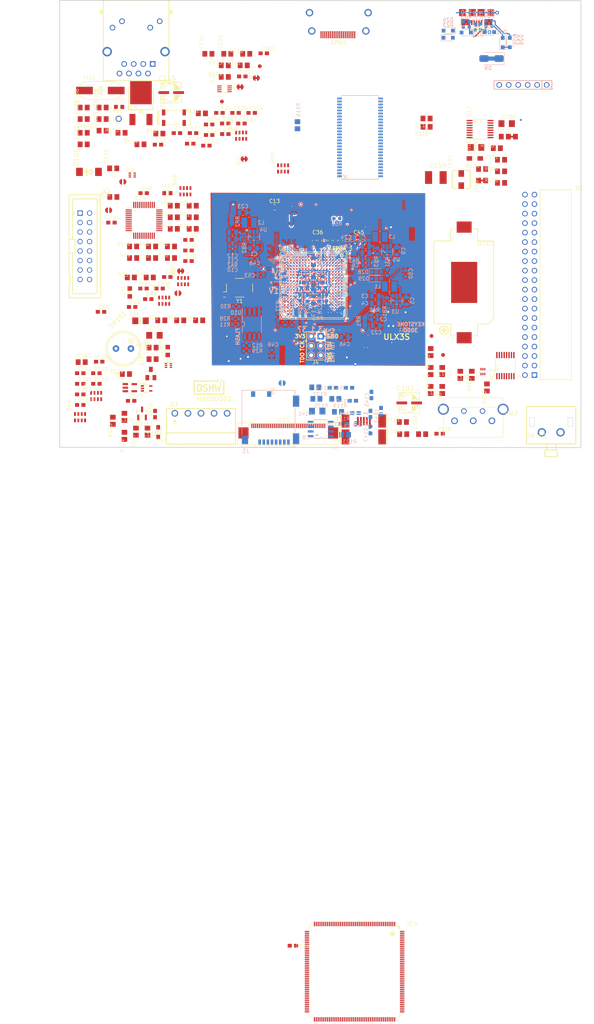
<source format=kicad_pcb>
(kicad_pcb (version 20171130) (host pcbnew "(6.0.0-rc1-dev-1683-g1d09f84)")
  (title_block (rev v3.1.1))
  (layers (0 F.Cu signal) (1 In1.Cu signal) (2 In2.Cu signal) (31 B.Cu signal) (34 B.Paste user) (35 F.Paste user) (36 B.SilkS user) (37 F.SilkS user) (38 B.Mask user) (39 F.Mask user) (44 Edge.Cuts user))
  (net 0 "")
  (net 1 GND)
  (net 2 +5V)
  (net 3 /gpio/IN5V)
  (net 4 /gpio/OUT5V)
  (net 5 /power/FB1)
  (net 6 +2V5)
  (net 7 /power/FB3)
  (net 8 /power/FB2)
  (net 9 JTAG_TDI)
  (net 10 JTAG_TCK)
  (net 11 JTAG_TMS)
  (net 12 JTAG_TDO)
  (net 13 GPDI_CEC)
  (net 14 /flash/FLASH_nWP)
  (net 15 /flash/FLASH_nHOLD)
  (net 16 /flash/FLASH_MOSI)
  (net 17 /flash/FLASH_MISO)
  (net 18 /flash/FLASH_SCK)
  (net 19 /flash/FLASH_nCS)
  (net 20 /flash/FPGA_PROGRAMN)
  (net 21 /flash/FPGA_DONE)
  (net 22 /flash/FPGA_INITN)
  (net 23 CLK_25MHz)
  (net 24 USB_FPGA_D+)
  (net 25 USB_FPGA_D-)
  (net 26 /usb/FPD+)
  (net 27 /usb/FPD-)
  (net 28 /power/P3V3)
  (net 29 /power/P2V5)
  (net 30 /power/L1)
  (net 31 /power/L3)
  (net 32 /power/L2)
  (net 33 /power/P1V1)
  (net 34 +1V1)
  (net 35 USB_FPGA_PULL_D+)
  (net 36 USB_FPGA_PULL_D-)
  (net 37 "Net-(D23-Pad2)")
  (net 38 "Net-(D24-Pad1)")
  (net 39 "Net-(D25-Pad2)")
  (net 40 "Net-(D26-Pad1)")
  (net 41 /gpdi/GPDI_ETH+)
  (net 42 FPDI_ETH+)
  (net 43 /gpdi/GPDI_ETH-)
  (net 44 FPDI_ETH-)
  (net 45 /gpdi/GPDI_D2-)
  (net 46 FPDI_D2-)
  (net 47 /gpdi/GPDI_D1-)
  (net 48 FPDI_D1-)
  (net 49 /gpdi/GPDI_D0-)
  (net 50 FPDI_D0-)
  (net 51 /gpdi/GPDI_CLK-)
  (net 52 FPDI_CLK-)
  (net 53 /gpdi/GPDI_D2+)
  (net 54 FPDI_D2+)
  (net 55 /gpdi/GPDI_D1+)
  (net 56 FPDI_D1+)
  (net 57 /gpdi/GPDI_D0+)
  (net 58 FPDI_D0+)
  (net 59 /gpdi/GPDI_CLK+)
  (net 60 FPDI_CLK+)
  (net 61 /gpdi/FPDI_CEC)
  (net 62 2V5_3V3)
  (net 63 /usb/US2VBUS)
  (net 64 USER_PROGRAMN)
  (net 65 +3V3)
  (net 66 /Envox_STM32/VBAT)
  (net 67 "Net-(C60-Pad1)")
  (net 68 "+3V3(A)")
  (net 69 "Net-(C62-Pad1)")
  (net 70 "Net-(C64-Pad1)")
  (net 71 PE)
  (net 72 +12V)
  (net 73 USER_SW)
  (net 74 ENC_SW)
  (net 75 ENC_A)
  (net 76 ENC_B)
  (net 77 /Envox_STM32/RCC_OSC_IN)
  (net 78 /Envox_STM32/RCC_OSC32_IN)
  (net 79 /Envox_STM32/RCC_OSC_OUT)
  (net 80 /Envox_STM32/RCC_OSC32_OUT)
  (net 81 /Envox_STM32/VDDA)
  (net 82 /Envox_STM32/VCAP2)
  (net 83 /Envox_STM32/VCAP1)
  (net 84 /TFT_LCD/VLED+)
  (net 85 "Net-(C152-Pad+)")
  (net 86 "Net-(D102-PadA)")
  (net 87 "Net-(IC1-Pad1)")
  (net 88 "Net-(IC1-Pad2)")
  (net 89 "Net-(IC1-Pad4)")
  (net 90 "Net-(IC1-Pad5)")
  (net 91 BOOT0)
  (net 92 "Net-(IC3-Pad2)")
  (net 93 "Net-(IC3-Pad3)")
  (net 94 UART_TX/DOUT1)
  (net 95 DOUT2)
  (net 96 "Net-(IC3-Pad14)")
  (net 97 "Net-(IC3-Pad15)")
  (net 98 "Net-(IC4-Pad1)")
  (net 99 "Net-(IC4-Pad2)")
  (net 100 "Net-(IC4-Pad3)")
  (net 101 SPI4_MISO)
  (net 102 "Net-(IC4-Pad5)")
  (net 103 DIN2)
  (net 104 LTDC_VSYNC)
  (net 105 LTDC_HSYNC)
  (net 106 LTDC_G6)
  (net 107 FMC_A0)
  (net 108 FMC_A1)
  (net 109 FMC_A2)
  (net 110 FMC_A3)
  (net 111 FMC_A4)
  (net 112 FMC_A5)
  (net 113 "Net-(IC4-Pad24)")
  (net 114 "Net-(IC4-Pad25)")
  (net 115 "Net-(IC4-Pad26)")
  (net 116 "Net-(IC4-Pad27)")
  (net 117 LTDC_DE)
  (net 118 ~RESET)
  (net 119 LTDC_R5)
  (net 120 ETH_MDC)
  (net 121 ETH_TXD2)
  (net 122 ETH_TX_CLK)
  (net 123 /Envox_STM32/VREF+)
  (net 124 ETH_CRS)
  (net 125 ETH_RX_CLK)
  (net 126 ETH_MDIO)
  (net 127 FMC_SDCKE0)
  (net 128 FMC_SDNE0)
  (net 129 LTDC_G4)
  (net 130 FMC_SDNWE)
  (net 131 ETH_COL)
  (net 132 /Envox_STM32/BYPASS_REG)
  (net 133 DAC_OUT1)
  (net 134 LTDC_R4)
  (net 135 LTDC_G2)
  (net 136 ETH_RX_DV)
  (net 137 ETH_RXD0)
  (net 138 ETH_RXD1)
  (net 139 LTDC_R3)
  (net 140 LTDC_R6)
  (net 141 ~FAULT)
  (net 142 FMC_SDNRAS)
  (net 143 FMC_A6)
  (net 144 FMC_A7)
  (net 145 FMC_A8)
  (net 146 FMC_A9)
  (net 147 FMC_A10)
  (net 148 FMC_A11)
  (net 149 FMC_D4)
  (net 150 FMC_D5)
  (net 151 FMC_D6)
  (net 152 FMC_D7)
  (net 153 FMC_D8)
  (net 154 FMC_D9)
  (net 155 FMC_D10)
  (net 156 FMC_D11)
  (net 157 FMC_D12)
  (net 158 ETH_RX_ERR)
  (net 159 ETH_TX_EN)
  (net 160 ETH_RXD2)
  (net 161 ETH_RXD3)
  (net 162 ETH_TXD0)
  (net 163 ETH_TXD1)
  (net 164 SPI2_MISO)
  (net 165 RTC_REF)
  (net 166 FMC_D13)
  (net 167 FMC_D14)
  (net 168 FMC_D15)
  (net 169 "Net-(IC4-Pad92)")
  (net 170 TFT_BRIGHTNESS)
  (net 171 OE_SYNC)
  (net 172 FMC_D0)
  (net 173 FMC_D1)
  (net 174 "Net-(IC4-Pad100)")
  (net 175 FMC_A12)
  (net 176 PWR_SSTART)
  (net 177 FMC_BA0)
  (net 178 FMC_BA1)
  (net 179 LTDC_R7)
  (net 180 LTDC_CLK)
  (net 181 FMC_SDCLK)
  (net 182 SDMMC1_D0)
  (net 183 MCLK_25)
  (net 184 SPI2_IRQ)
  (net 185 USB_OTG_FS_VBUS)
  (net 186 USB_OTG_FS_ID)
  (net 187 USB_OTG_FS_D_N)
  (net 188 USB_OTG_FS_D_P)
  (net 189 SYS_JTMS-SWDIO)
  (net 190 LTDC_G5)
  (net 191 "Net-(IC4-Pad133)")
  (net 192 "Net-(IC4-Pad134)")
  (net 193 SYS_JTCK-SWCLK)
  (net 194 SPI5_IRQ)
  (net 195 UART_RX/DIN1)
  (net 196 SDMMC1_CK)
  (net 197 FMC_D2)
  (net 198 FMC_D3)
  (net 199 SDMMC1_CMD)
  (net 200 LTDC_G7)
  (net 201 ~USB_OTG_FS_OC)
  (net 202 USB_OTG_FS_PSO)
  (net 203 PWR_DIRECT)
  (net 204 IRQ_TOUCH)
  (net 205 LTDC_G3)
  (net 206 LTDC_B3)
  (net 207 LTDC_B4)
  (net 208 SPI5_CSB)
  (net 209 SD_DETECT)
  (net 210 FMC_SDNCAS)
  (net 211 SYS_JTDO-SWO)
  (net 212 "Net-(IC4-Pad162)")
  (net 213 I2C1_SCL)
  (net 214 I2C1_SDA)
  (net 215 ETH_TXD3)
  (net 216 SPI4_IRQ)
  (net 217 FMC_NBL0)
  (net 218 FMC_NBL1)
  (net 219 LTDC_B5)
  (net 220 LTDC_B6)
  (net 221 LTDC_B7)
  (net 222 "/Envox SDRAM/TMS")
  (net 223 "/Envox SDRAM/TCK")
  (net 224 /TFT_LCD/VLED-)
  (net 225 "Net-(IC10-Pad5)")
  (net 226 /TFT_LCD/YD)
  (net 227 /TFT_LCD/XL)
  (net 228 /TFT_LCD/YU)
  (net 229 /TFT_LCD/XR)
  (net 230 "Net-(IC13-Pad5)")
  (net 231 "Net-(IC13-Pad4)")
  (net 232 "Net-(IC13-Pad2)")
  (net 233 "Net-(IC13-Pad1)")
  (net 234 "Net-(IC14-Pad1)")
  (net 235 "Net-(IC14-Pad2)")
  (net 236 "Net-(IC14-Pad3)")
  (net 237 "Net-(IC14-Pad4)")
  (net 238 "Net-(IC14-Pad5)")
  (net 239 "Net-(IC14-Pad6)")
  (net 240 "Net-(IC14-Pad7)")
  (net 241 "Net-(IC14-Pad20)")
  (net 242 "Net-(IC14-Pad21)")
  (net 243 "Net-(IC14-Pad24)")
  (net 244 /Ethernet/LED_ACT)
  (net 245 /Ethernet/LED_SPEED)
  (net 246 /Ethernet/LED_LINK)
  (net 247 "Net-(IC14-Pad34)")
  (net 248 "Net-(IC14-Pad38)")
  (net 249 "Net-(IC14-Pad39)")
  (net 250 "Net-(IC14-Pad40)")
  (net 251 "Net-(IC14-Pad41)")
  (net 252 "Net-(IC14-Pad42)")
  (net 253 "Net-(IC14-Pad43)")
  (net 254 "Net-(IC14-Pad44)")
  (net 255 "Net-(IC14-Pad45)")
  (net 256 "Net-(IC14-Pad46)")
  (net 257 /TFT_LCD/USB_D_N)
  (net 258 /TFT_LCD/USB_D_P)
  (net 259 "Net-(JP1-Pad2)")
  (net 260 "Net-(JP2-Pad1)")
  (net 261 "Net-(JP5-Pad2)")
  (net 262 "Net-(JP8-Pad2)")
  (net 263 "Net-(JP9-Pad2)")
  (net 264 "Net-(JP11-Pad1)")
  (net 265 "Net-(JP10-Pad1)")
  (net 266 "Net-(JP12-Pad1)")
  (net 267 +VAUX)
  (net 268 +VAUX_OUT)
  (net 269 "Net-(JP106-PadCOM)")
  (net 270 "Net-(JP107-Pad1)")
  (net 271 /TFT_LCD/LCD_DISP)
  (net 272 "Net-(LED2-PadA)")
  (net 273 "Net-(LED101-PadC)")
  (net 274 "Net-(Q101-PadC)")
  (net 275 "Net-(Q101-PadB)")
  (net 276 "Net-(Q102-Pad3)")
  (net 277 "Net-(R46-Pad1)")
  (net 278 "Net-(R47-Pad1)")
  (net 279 "Net-(R101-Pad2)")
  (net 280 "Net-(R104-Pad2)")
  (net 281 "Net-(R107-Pad2)")
  (net 282 "Net-(R108-Pad2)")
  (net 283 SPI4_MOSI)
  (net 284 SPI4_CSA)
  (net 285 SPI4_CSB)
  (net 286 SPI4_CLK)
  (net 287 SPI5_CSA)
  (net 288 SPI5_CLK)
  (net 289 SPI5_MISO)
  (net 290 SPI5_MOSI)
  (net 291 SPI2_CSA)
  (net 292 SPI2_MOSI)
  (net 293 SPI2_CLK)
  (net 294 SPI2_CSB)
  (net 295 "Net-(SH1-PadP$1)")
  (net 296 "Net-(SW2-PadGND1)")
  (module Diode_SMD:D_SOD-323_HandSoldering (layer B.Cu) (at 172.404 -154.359 180)
    (fp_text reference D24 (at 0 2.903 180) (layer B.SilkS) (effects (justify mirror)))
    (fp_text value 1N914 hide)
    (pad 2 smd rect (at 1.25 0 180) (size 1 1) (layers B.Cu B.Paste B.Mask) (net 35 USB_FPGA_PULL_D+))
    (pad 1 smd rect (at -1.25 0 180) (size 1 1) (layers B.Cu B.Paste B.Mask) (net 38 "Net-(D24-Pad1)"))
  )
  (module Diode_SMD:D_SOD-323_HandSoldering (layer B.Cu) (at 172.404 -152.454)
    (fp_text reference D23 (at 0 -3.538) (layer B.SilkS) (effects (justify mirror)))
    (fp_text value 1N914 hide)
    (pad 2 smd rect (at 1.25 0) (size 1 1) (layers B.Cu B.Paste B.Mask) (net 37 "Net-(D23-Pad2)"))
    (pad 1 smd rect (at -1.25 0) (size 1 1) (layers B.Cu B.Paste B.Mask) (net 35 USB_FPGA_PULL_D+))
  )
  (module conn-fci:CONN-10029449-111RLF (layer F.Cu) (at 143.096 -154.266 180)
    (fp_text reference GPDI1 (at 0 -3.1115 180) (layer F.SilkS))
    (fp_text value GPDI-D hide)
    (pad 19 smd rect (at -4.25 -1 180) (size 0.3 1.9) (layers F.Cu F.Paste F.Mask) (net 43 /gpdi/GPDI_ETH-))
    (pad 18 smd rect (at -3.75 -1 180) (size 0.3 1.9) (layers F.Cu F.Paste F.Mask) (net 2 +5V))
    (pad 17 smd rect (at -3.25 -1 180) (size 0.3 1.9) (layers F.Cu F.Paste F.Mask) (net 1 GND))
    (pad 16 smd rect (at -2.75 -1 180) (size 0.3 1.9) (layers F.Cu F.Paste F.Mask))
    (pad 15 smd rect (at -2.25 -1 180) (size 0.3 1.9) (layers F.Cu F.Paste F.Mask))
    (pad 14 smd rect (at -1.75 -1 180) (size 0.3 1.9) (layers F.Cu F.Paste F.Mask) (net 41 /gpdi/GPDI_ETH+))
    (pad 13 smd rect (at -1.25 -1 180) (size 0.3 1.9) (layers F.Cu F.Paste F.Mask) (net 13 GPDI_CEC))
    (pad 12 smd rect (at -0.75 -1 180) (size 0.3 1.9) (layers F.Cu F.Paste F.Mask) (net 51 /gpdi/GPDI_CLK-))
    (pad 11 smd rect (at -0.25 -1 180) (size 0.3 1.9) (layers F.Cu F.Paste F.Mask) (net 1 GND))
    (pad 10 smd rect (at 0.25 -1 180) (size 0.3 1.9) (layers F.Cu F.Paste F.Mask) (net 59 /gpdi/GPDI_CLK+))
    (pad 9 smd rect (at 0.75 -1 180) (size 0.3 1.9) (layers F.Cu F.Paste F.Mask) (net 49 /gpdi/GPDI_D0-))
    (pad 8 smd rect (at 1.25 -1 180) (size 0.3 1.9) (layers F.Cu F.Paste F.Mask) (net 1 GND))
    (pad 7 smd rect (at 1.75 -1 180) (size 0.3 1.9) (layers F.Cu F.Paste F.Mask) (net 57 /gpdi/GPDI_D0+))
    (pad 6 smd rect (at 2.25 -1 180) (size 0.3 1.9) (layers F.Cu F.Paste F.Mask) (net 47 /gpdi/GPDI_D1-))
    (pad 5 smd rect (at 2.75 -1 180) (size 0.3 1.9) (layers F.Cu F.Paste F.Mask) (net 1 GND))
    (pad 4 smd rect (at 3.25 -1 180) (size 0.3 1.9) (layers F.Cu F.Paste F.Mask) (net 55 /gpdi/GPDI_D1+))
    (pad 3 smd rect (at 3.75 -1 180) (size 0.3 1.9) (layers F.Cu F.Paste F.Mask) (net 45 /gpdi/GPDI_D2-))
    (pad 2 smd rect (at 4.25 -1 180) (size 0.3 1.9) (layers F.Cu F.Paste F.Mask) (net 1 GND))
    (pad 1 smd rect (at 4.75 -1 180) (size 0.3 1.9) (layers F.Cu F.Paste F.Mask) (net 53 /gpdi/GPDI_D2+))
    (pad 0 thru_hole circle (at -7.25 0 180) (size 2 2) (drill 1.3) (layers *.Cu *.Mask) (net 1 GND))
    (pad 0 thru_hole circle (at 7.25 0 180) (size 2 2) (drill 1.3) (layers *.Cu *.Mask) (net 1 GND))
    (pad 0 thru_hole circle (at -7.85 4.9 180) (size 2 2) (drill 1.3) (layers *.Cu *.Mask) (net 1 GND))
    (pad 0 thru_hole circle (at 7.85 4.9 180) (size 2 2) (drill 1.3) (layers *.Cu *.Mask) (net 1 GND))
  )
  (module lfe5bg381:BGA-381_pitch0.8mm_dia0.4mm (layer F.Cu) (at 136.266 -86.196)
    (fp_text reference U1 (at -8.2 -9.8) (layer F.SilkS))
    (fp_text value LFE5U-85F-6BG381C hide)
    (pad Y19 smd circle (at 6.8 7.6) (size 0.4 0.4) (layers F.Cu F.Paste F.Mask))
    (pad Y17 smd circle (at 5.2 7.6) (size 0.4 0.4) (layers F.Cu F.Paste F.Mask))
    (pad Y16 smd circle (at 4.4 7.6) (size 0.4 0.4) (layers F.Cu F.Paste F.Mask))
    (pad Y15 smd circle (at 3.6 7.6) (size 0.4 0.4) (layers F.Cu F.Paste F.Mask))
    (pad Y14 smd circle (at 2.8 7.6) (size 0.4 0.4) (layers F.Cu F.Paste F.Mask))
    (pad Y12 smd circle (at 1.2 7.6) (size 0.4 0.4) (layers F.Cu F.Paste F.Mask))
    (pad Y11 smd circle (at 0.4 7.6) (size 0.4 0.4) (layers F.Cu F.Paste F.Mask))
    (pad Y8 smd circle (at -2 7.6) (size 0.4 0.4) (layers F.Cu F.Paste F.Mask))
    (pad Y7 smd circle (at -2.8 7.6) (size 0.4 0.4) (layers F.Cu F.Paste F.Mask))
    (pad Y6 smd circle (at -3.6 7.6) (size 0.4 0.4) (layers F.Cu F.Paste F.Mask))
    (pad Y5 smd circle (at -4.4 7.6) (size 0.4 0.4) (layers F.Cu F.Paste F.Mask))
    (pad Y3 smd circle (at -6 7.6) (size 0.4 0.4) (layers F.Cu F.Paste F.Mask) (net 21 /flash/FPGA_DONE))
    (pad Y2 smd circle (at -6.8 7.6) (size 0.4 0.4) (layers F.Cu F.Paste F.Mask) (net 14 /flash/FLASH_nWP))
    (pad W20 smd circle (at 7.6 6.8) (size 0.4 0.4) (layers F.Cu F.Paste F.Mask))
    (pad W19 smd circle (at 6.8 6.8) (size 0.4 0.4) (layers F.Cu F.Paste F.Mask) (net 1 GND))
    (pad W18 smd circle (at 6 6.8) (size 0.4 0.4) (layers F.Cu F.Paste F.Mask))
    (pad W17 smd circle (at 5.2 6.8) (size 0.4 0.4) (layers F.Cu F.Paste F.Mask))
    (pad W16 smd circle (at 4.4 6.8) (size 0.4 0.4) (layers F.Cu F.Paste F.Mask) (net 1 GND))
    (pad W15 smd circle (at 3.6 6.8) (size 0.4 0.4) (layers F.Cu F.Paste F.Mask) (net 1 GND))
    (pad W14 smd circle (at 2.8 6.8) (size 0.4 0.4) (layers F.Cu F.Paste F.Mask))
    (pad W13 smd circle (at 2 6.8) (size 0.4 0.4) (layers F.Cu F.Paste F.Mask))
    (pad W12 smd circle (at 1.2 6.8) (size 0.4 0.4) (layers F.Cu F.Paste F.Mask) (net 1 GND))
    (pad W11 smd circle (at 0.4 6.8) (size 0.4 0.4) (layers F.Cu F.Paste F.Mask))
    (pad W10 smd circle (at -0.4 6.8) (size 0.4 0.4) (layers F.Cu F.Paste F.Mask))
    (pad W9 smd circle (at -1.2 6.8) (size 0.4 0.4) (layers F.Cu F.Paste F.Mask))
    (pad W8 smd circle (at -2 6.8) (size 0.4 0.4) (layers F.Cu F.Paste F.Mask))
    (pad W7 smd circle (at -2.8 6.8) (size 0.4 0.4) (layers F.Cu F.Paste F.Mask) (net 1 GND))
    (pad W6 smd circle (at -3.6 6.8) (size 0.4 0.4) (layers F.Cu F.Paste F.Mask) (net 1 GND))
    (pad W5 smd circle (at -4.4 6.8) (size 0.4 0.4) (layers F.Cu F.Paste F.Mask))
    (pad W4 smd circle (at -5.2 6.8) (size 0.4 0.4) (layers F.Cu F.Paste F.Mask))
    (pad W3 smd circle (at -6 6.8) (size 0.4 0.4) (layers F.Cu F.Paste F.Mask) (net 20 /flash/FPGA_PROGRAMN))
    (pad W2 smd circle (at -6.8 6.8) (size 0.4 0.4) (layers F.Cu F.Paste F.Mask) (net 16 /flash/FLASH_MOSI))
    (pad W1 smd circle (at -7.6 6.8) (size 0.4 0.4) (layers F.Cu F.Paste F.Mask) (net 15 /flash/FLASH_nHOLD))
    (pad V20 smd circle (at 7.6 6) (size 0.4 0.4) (layers F.Cu F.Paste F.Mask) (net 1 GND))
    (pad V19 smd circle (at 6.8 6) (size 0.4 0.4) (layers F.Cu F.Paste F.Mask) (net 1 GND))
    (pad V18 smd circle (at 6 6) (size 0.4 0.4) (layers F.Cu F.Paste F.Mask) (net 6 +2V5))
    (pad V17 smd circle (at 5.2 6) (size 0.4 0.4) (layers F.Cu F.Paste F.Mask) (net 6 +2V5))
    (pad V16 smd circle (at 4.4 6) (size 0.4 0.4) (layers F.Cu F.Paste F.Mask) (net 1 GND))
    (pad V15 smd circle (at 3.6 6) (size 0.4 0.4) (layers F.Cu F.Paste F.Mask) (net 1 GND))
    (pad V14 smd circle (at 2.8 6) (size 0.4 0.4) (layers F.Cu F.Paste F.Mask) (net 1 GND))
    (pad V13 smd circle (at 2 6) (size 0.4 0.4) (layers F.Cu F.Paste F.Mask) (net 1 GND))
    (pad V12 smd circle (at 1.2 6) (size 0.4 0.4) (layers F.Cu F.Paste F.Mask) (net 1 GND))
    (pad V11 smd circle (at 0.4 6) (size 0.4 0.4) (layers F.Cu F.Paste F.Mask) (net 6 +2V5))
    (pad V10 smd circle (at -0.4 6) (size 0.4 0.4) (layers F.Cu F.Paste F.Mask) (net 6 +2V5))
    (pad V9 smd circle (at -1.2 6) (size 0.4 0.4) (layers F.Cu F.Paste F.Mask) (net 1 GND))
    (pad V8 smd circle (at -2 6) (size 0.4 0.4) (layers F.Cu F.Paste F.Mask) (net 1 GND))
    (pad V7 smd circle (at -2.8 6) (size 0.4 0.4) (layers F.Cu F.Paste F.Mask) (net 1 GND))
    (pad V6 smd circle (at -3.6 6) (size 0.4 0.4) (layers F.Cu F.Paste F.Mask) (net 1 GND))
    (pad V5 smd circle (at -4.4 6) (size 0.4 0.4) (layers F.Cu F.Paste F.Mask) (net 1 GND))
    (pad V4 smd circle (at -5.2 6) (size 0.4 0.4) (layers F.Cu F.Paste F.Mask) (net 12 JTAG_TDO))
    (pad V3 smd circle (at -6 6) (size 0.4 0.4) (layers F.Cu F.Paste F.Mask) (net 22 /flash/FPGA_INITN))
    (pad V2 smd circle (at -6.8 6) (size 0.4 0.4) (layers F.Cu F.Paste F.Mask) (net 17 /flash/FLASH_MISO))
    (pad V1 smd circle (at -7.6 6) (size 0.4 0.4) (layers F.Cu F.Paste F.Mask))
    (pad U20 smd circle (at 7.6 5.2) (size 0.4 0.4) (layers F.Cu F.Paste F.Mask))
    (pad U19 smd circle (at 6.8 5.2) (size 0.4 0.4) (layers F.Cu F.Paste F.Mask))
    (pad U18 smd circle (at 6 5.2) (size 0.4 0.4) (layers F.Cu F.Paste F.Mask))
    (pad U17 smd circle (at 5.2 5.2) (size 0.4 0.4) (layers F.Cu F.Paste F.Mask))
    (pad U16 smd circle (at 4.4 5.2) (size 0.4 0.4) (layers F.Cu F.Paste F.Mask))
    (pad U15 smd circle (at 3.6 5.2) (size 0.4 0.4) (layers F.Cu F.Paste F.Mask) (net 34 +1V1))
    (pad U14 smd circle (at 2.8 5.2) (size 0.4 0.4) (layers F.Cu F.Paste F.Mask) (net 1 GND))
    (pad U13 smd circle (at 2 5.2) (size 0.4 0.4) (layers F.Cu F.Paste F.Mask) (net 1 GND))
    (pad U12 smd circle (at 1.2 5.2) (size 0.4 0.4) (layers F.Cu F.Paste F.Mask) (net 1 GND))
    (pad U11 smd circle (at 0.4 5.2) (size 0.4 0.4) (layers F.Cu F.Paste F.Mask) (net 1 GND))
    (pad U10 smd circle (at -0.4 5.2) (size 0.4 0.4) (layers F.Cu F.Paste F.Mask) (net 1 GND))
    (pad U9 smd circle (at -1.2 5.2) (size 0.4 0.4) (layers F.Cu F.Paste F.Mask) (net 1 GND))
    (pad U8 smd circle (at -2 5.2) (size 0.4 0.4) (layers F.Cu F.Paste F.Mask) (net 1 GND))
    (pad U7 smd circle (at -2.8 5.2) (size 0.4 0.4) (layers F.Cu F.Paste F.Mask) (net 1 GND))
    (pad U6 smd circle (at -3.6 5.2) (size 0.4 0.4) (layers F.Cu F.Paste F.Mask) (net 34 +1V1))
    (pad U5 smd circle (at -4.4 5.2) (size 0.4 0.4) (layers F.Cu F.Paste F.Mask) (net 11 JTAG_TMS))
    (pad U4 smd circle (at -5.2 5.2) (size 0.4 0.4) (layers F.Cu F.Paste F.Mask) (net 1 GND))
    (pad U3 smd circle (at -6 5.2) (size 0.4 0.4) (layers F.Cu F.Paste F.Mask) (net 18 /flash/FLASH_SCK))
    (pad U2 smd circle (at -6.8 5.2) (size 0.4 0.4) (layers F.Cu F.Paste F.Mask) (net 65 +3V3))
    (pad U1 smd circle (at -7.6 5.2) (size 0.4 0.4) (layers F.Cu F.Paste F.Mask))
    (pad T20 smd circle (at 7.6 4.4) (size 0.4 0.4) (layers F.Cu F.Paste F.Mask))
    (pad T19 smd circle (at 6.8 4.4) (size 0.4 0.4) (layers F.Cu F.Paste F.Mask))
    (pad T18 smd circle (at 6 4.4) (size 0.4 0.4) (layers F.Cu F.Paste F.Mask))
    (pad T17 smd circle (at 5.2 4.4) (size 0.4 0.4) (layers F.Cu F.Paste F.Mask))
    (pad T16 smd circle (at 4.4 4.4) (size 0.4 0.4) (layers F.Cu F.Paste F.Mask))
    (pad T15 smd circle (at 3.6 4.4) (size 0.4 0.4) (layers F.Cu F.Paste F.Mask) (net 34 +1V1))
    (pad T14 smd circle (at 2.8 4.4) (size 0.4 0.4) (layers F.Cu F.Paste F.Mask) (net 34 +1V1))
    (pad T13 smd circle (at 2 4.4) (size 0.4 0.4) (layers F.Cu F.Paste F.Mask) (net 34 +1V1))
    (pad T12 smd circle (at 1.2 4.4) (size 0.4 0.4) (layers F.Cu F.Paste F.Mask) (net 34 +1V1))
    (pad T11 smd circle (at 0.4 4.4) (size 0.4 0.4) (layers F.Cu F.Paste F.Mask) (net 34 +1V1))
    (pad T10 smd circle (at -0.4 4.4) (size 0.4 0.4) (layers F.Cu F.Paste F.Mask) (net 34 +1V1))
    (pad T9 smd circle (at -1.2 4.4) (size 0.4 0.4) (layers F.Cu F.Paste F.Mask) (net 34 +1V1))
    (pad T8 smd circle (at -2 4.4) (size 0.4 0.4) (layers F.Cu F.Paste F.Mask) (net 34 +1V1))
    (pad T7 smd circle (at -2.8 4.4) (size 0.4 0.4) (layers F.Cu F.Paste F.Mask) (net 34 +1V1))
    (pad T6 smd circle (at -3.6 4.4) (size 0.4 0.4) (layers F.Cu F.Paste F.Mask) (net 34 +1V1))
    (pad T5 smd circle (at -4.4 4.4) (size 0.4 0.4) (layers F.Cu F.Paste F.Mask) (net 10 JTAG_TCK))
    (pad T4 smd circle (at -5.2 4.4) (size 0.4 0.4) (layers F.Cu F.Paste F.Mask) (net 65 +3V3))
    (pad T3 smd circle (at -6 4.4) (size 0.4 0.4) (layers F.Cu F.Paste F.Mask) (net 65 +3V3))
    (pad T2 smd circle (at -6.8 4.4) (size 0.4 0.4) (layers F.Cu F.Paste F.Mask) (net 65 +3V3))
    (pad T1 smd circle (at -7.6 4.4) (size 0.4 0.4) (layers F.Cu F.Paste F.Mask))
    (pad R20 smd circle (at 7.6 3.6) (size 0.4 0.4) (layers F.Cu F.Paste F.Mask))
    (pad R19 smd circle (at 6.8 3.6) (size 0.4 0.4) (layers F.Cu F.Paste F.Mask) (net 1 GND))
    (pad R18 smd circle (at 6 3.6) (size 0.4 0.4) (layers F.Cu F.Paste F.Mask))
    (pad R17 smd circle (at 5.2 3.6) (size 0.4 0.4) (layers F.Cu F.Paste F.Mask))
    (pad R16 smd circle (at 4.4 3.6) (size 0.4 0.4) (layers F.Cu F.Paste F.Mask))
    (pad R5 smd circle (at -4.4 3.6) (size 0.4 0.4) (layers F.Cu F.Paste F.Mask) (net 9 JTAG_TDI))
    (pad R4 smd circle (at -5.2 3.6) (size 0.4 0.4) (layers F.Cu F.Paste F.Mask) (net 1 GND))
    (pad R3 smd circle (at -6 3.6) (size 0.4 0.4) (layers F.Cu F.Paste F.Mask))
    (pad R2 smd circle (at -6.8 3.6) (size 0.4 0.4) (layers F.Cu F.Paste F.Mask) (net 19 /flash/FLASH_nCS))
    (pad R1 smd circle (at -7.6 3.6) (size 0.4 0.4) (layers F.Cu F.Paste F.Mask))
    (pad P20 smd circle (at 7.6 2.8) (size 0.4 0.4) (layers F.Cu F.Paste F.Mask))
    (pad P19 smd circle (at 6.8 2.8) (size 0.4 0.4) (layers F.Cu F.Paste F.Mask))
    (pad P18 smd circle (at 6 2.8) (size 0.4 0.4) (layers F.Cu F.Paste F.Mask))
    (pad P17 smd circle (at 5.2 2.8) (size 0.4 0.4) (layers F.Cu F.Paste F.Mask))
    (pad P16 smd circle (at 4.4 2.8) (size 0.4 0.4) (layers F.Cu F.Paste F.Mask))
    (pad P15 smd circle (at 3.6 2.8) (size 0.4 0.4) (layers F.Cu F.Paste F.Mask) (net 6 +2V5))
    (pad P14 smd circle (at 2.8 2.8) (size 0.4 0.4) (layers F.Cu F.Paste F.Mask) (net 1 GND))
    (pad P13 smd circle (at 2 2.8) (size 0.4 0.4) (layers F.Cu F.Paste F.Mask) (net 1 GND))
    (pad P12 smd circle (at 1.2 2.8) (size 0.4 0.4) (layers F.Cu F.Paste F.Mask) (net 1 GND))
    (pad P11 smd circle (at 0.4 2.8) (size 0.4 0.4) (layers F.Cu F.Paste F.Mask) (net 1 GND))
    (pad P10 smd circle (at -0.4 2.8) (size 0.4 0.4) (layers F.Cu F.Paste F.Mask) (net 65 +3V3))
    (pad P9 smd circle (at -1.2 2.8) (size 0.4 0.4) (layers F.Cu F.Paste F.Mask) (net 65 +3V3))
    (pad P8 smd circle (at -2 2.8) (size 0.4 0.4) (layers F.Cu F.Paste F.Mask) (net 1 GND))
    (pad P7 smd circle (at -2.8 2.8) (size 0.4 0.4) (layers F.Cu F.Paste F.Mask) (net 1 GND))
    (pad P6 smd circle (at -3.6 2.8) (size 0.4 0.4) (layers F.Cu F.Paste F.Mask) (net 6 +2V5))
    (pad P5 smd circle (at -4.4 2.8) (size 0.4 0.4) (layers F.Cu F.Paste F.Mask))
    (pad P4 smd circle (at -5.2 2.8) (size 0.4 0.4) (layers F.Cu F.Paste F.Mask))
    (pad P3 smd circle (at -6 2.8) (size 0.4 0.4) (layers F.Cu F.Paste F.Mask))
    (pad P2 smd circle (at -6.8 2.8) (size 0.4 0.4) (layers F.Cu F.Paste F.Mask))
    (pad P1 smd circle (at -7.6 2.8) (size 0.4 0.4) (layers F.Cu F.Paste F.Mask))
    (pad N20 smd circle (at 7.6 2) (size 0.4 0.4) (layers F.Cu F.Paste F.Mask))
    (pad N19 smd circle (at 6.8 2) (size 0.4 0.4) (layers F.Cu F.Paste F.Mask))
    (pad N18 smd circle (at 6 2) (size 0.4 0.4) (layers F.Cu F.Paste F.Mask))
    (pad N17 smd circle (at 5.2 2) (size 0.4 0.4) (layers F.Cu F.Paste F.Mask))
    (pad N16 smd circle (at 4.4 2) (size 0.4 0.4) (layers F.Cu F.Paste F.Mask))
    (pad N15 smd circle (at 3.6 2) (size 0.4 0.4) (layers F.Cu F.Paste F.Mask) (net 1 GND))
    (pad N14 smd circle (at 2.8 2) (size 0.4 0.4) (layers F.Cu F.Paste F.Mask) (net 1 GND))
    (pad N13 smd circle (at 2 2) (size 0.4 0.4) (layers F.Cu F.Paste F.Mask) (net 34 +1V1))
    (pad N12 smd circle (at 1.2 2) (size 0.4 0.4) (layers F.Cu F.Paste F.Mask) (net 34 +1V1))
    (pad N11 smd circle (at 0.4 2) (size 0.4 0.4) (layers F.Cu F.Paste F.Mask) (net 34 +1V1))
    (pad N10 smd circle (at -0.4 2) (size 0.4 0.4) (layers F.Cu F.Paste F.Mask) (net 34 +1V1))
    (pad N9 smd circle (at -1.2 2) (size 0.4 0.4) (layers F.Cu F.Paste F.Mask) (net 34 +1V1))
    (pad N8 smd circle (at -2 2) (size 0.4 0.4) (layers F.Cu F.Paste F.Mask) (net 34 +1V1))
    (pad N7 smd circle (at -2.8 2) (size 0.4 0.4) (layers F.Cu F.Paste F.Mask) (net 1 GND))
    (pad N6 smd circle (at -3.6 2) (size 0.4 0.4) (layers F.Cu F.Paste F.Mask) (net 1 GND))
    (pad N5 smd circle (at -4.4 2) (size 0.4 0.4) (layers F.Cu F.Paste F.Mask))
    (pad N4 smd circle (at -5.2 2) (size 0.4 0.4) (layers F.Cu F.Paste F.Mask))
    (pad N3 smd circle (at -6 2) (size 0.4 0.4) (layers F.Cu F.Paste F.Mask))
    (pad N2 smd circle (at -6.8 2) (size 0.4 0.4) (layers F.Cu F.Paste F.Mask))
    (pad N1 smd circle (at -7.6 2) (size 0.4 0.4) (layers F.Cu F.Paste F.Mask))
    (pad M20 smd circle (at 7.6 1.2) (size 0.4 0.4) (layers F.Cu F.Paste F.Mask))
    (pad M19 smd circle (at 6.8 1.2) (size 0.4 0.4) (layers F.Cu F.Paste F.Mask))
    (pad M18 smd circle (at 6 1.2) (size 0.4 0.4) (layers F.Cu F.Paste F.Mask))
    (pad M17 smd circle (at 5.2 1.2) (size 0.4 0.4) (layers F.Cu F.Paste F.Mask))
    (pad M16 smd circle (at 4.4 1.2) (size 0.4 0.4) (layers F.Cu F.Paste F.Mask) (net 1 GND))
    (pad M15 smd circle (at 3.6 1.2) (size 0.4 0.4) (layers F.Cu F.Paste F.Mask) (net 65 +3V3))
    (pad M14 smd circle (at 2.8 1.2) (size 0.4 0.4) (layers F.Cu F.Paste F.Mask) (net 1 GND))
    (pad M13 smd circle (at 2 1.2) (size 0.4 0.4) (layers F.Cu F.Paste F.Mask) (net 34 +1V1))
    (pad M12 smd circle (at 1.2 1.2) (size 0.4 0.4) (layers F.Cu F.Paste F.Mask) (net 1 GND))
    (pad M11 smd circle (at 0.4 1.2) (size 0.4 0.4) (layers F.Cu F.Paste F.Mask) (net 1 GND))
    (pad M10 smd circle (at -0.4 1.2) (size 0.4 0.4) (layers F.Cu F.Paste F.Mask) (net 1 GND))
    (pad M9 smd circle (at -1.2 1.2) (size 0.4 0.4) (layers F.Cu F.Paste F.Mask) (net 1 GND))
    (pad M8 smd circle (at -2 1.2) (size 0.4 0.4) (layers F.Cu F.Paste F.Mask) (net 34 +1V1))
    (pad M7 smd circle (at -2.8 1.2) (size 0.4 0.4) (layers F.Cu F.Paste F.Mask) (net 1 GND))
    (pad M6 smd circle (at -3.6 1.2) (size 0.4 0.4) (layers F.Cu F.Paste F.Mask) (net 65 +3V3))
    (pad M5 smd circle (at -4.4 1.2) (size 0.4 0.4) (layers F.Cu F.Paste F.Mask))
    (pad M4 smd circle (at -5.2 1.2) (size 0.4 0.4) (layers F.Cu F.Paste F.Mask) (net 64 USER_PROGRAMN))
    (pad M3 smd circle (at -6 1.2) (size 0.4 0.4) (layers F.Cu F.Paste F.Mask))
    (pad M2 smd circle (at -6.8 1.2) (size 0.4 0.4) (layers F.Cu F.Paste F.Mask) (net 1 GND))
    (pad M1 smd circle (at -7.6 1.2) (size 0.4 0.4) (layers F.Cu F.Paste F.Mask))
    (pad L20 smd circle (at 7.6 0.4) (size 0.4 0.4) (layers F.Cu F.Paste F.Mask))
    (pad L19 smd circle (at 6.8 0.4) (size 0.4 0.4) (layers F.Cu F.Paste F.Mask))
    (pad L18 smd circle (at 6 0.4) (size 0.4 0.4) (layers F.Cu F.Paste F.Mask))
    (pad L17 smd circle (at 5.2 0.4) (size 0.4 0.4) (layers F.Cu F.Paste F.Mask))
    (pad L16 smd circle (at 4.4 0.4) (size 0.4 0.4) (layers F.Cu F.Paste F.Mask))
    (pad L15 smd circle (at 3.6 0.4) (size 0.4 0.4) (layers F.Cu F.Paste F.Mask) (net 65 +3V3))
    (pad L14 smd circle (at 2.8 0.4) (size 0.4 0.4) (layers F.Cu F.Paste F.Mask) (net 65 +3V3))
    (pad L13 smd circle (at 2 0.4) (size 0.4 0.4) (layers F.Cu F.Paste F.Mask) (net 34 +1V1))
    (pad L12 smd circle (at 1.2 0.4) (size 0.4 0.4) (layers F.Cu F.Paste F.Mask) (net 1 GND))
    (pad L11 smd circle (at 0.4 0.4) (size 0.4 0.4) (layers F.Cu F.Paste F.Mask) (net 1 GND))
    (pad L10 smd circle (at -0.4 0.4) (size 0.4 0.4) (layers F.Cu F.Paste F.Mask) (net 1 GND))
    (pad L9 smd circle (at -1.2 0.4) (size 0.4 0.4) (layers F.Cu F.Paste F.Mask) (net 1 GND))
    (pad L8 smd circle (at -2 0.4) (size 0.4 0.4) (layers F.Cu F.Paste F.Mask) (net 34 +1V1))
    (pad L7 smd circle (at -2.8 0.4) (size 0.4 0.4) (layers F.Cu F.Paste F.Mask) (net 65 +3V3))
    (pad L6 smd circle (at -3.6 0.4) (size 0.4 0.4) (layers F.Cu F.Paste F.Mask) (net 65 +3V3))
    (pad L5 smd circle (at -4.4 0.4) (size 0.4 0.4) (layers F.Cu F.Paste F.Mask))
    (pad L4 smd circle (at -5.2 0.4) (size 0.4 0.4) (layers F.Cu F.Paste F.Mask))
    (pad L3 smd circle (at -6 0.4) (size 0.4 0.4) (layers F.Cu F.Paste F.Mask))
    (pad L2 smd circle (at -6.8 0.4) (size 0.4 0.4) (layers F.Cu F.Paste F.Mask))
    (pad L1 smd circle (at -7.6 0.4) (size 0.4 0.4) (layers F.Cu F.Paste F.Mask))
    (pad K20 smd circle (at 7.6 -0.4) (size 0.4 0.4) (layers F.Cu F.Paste F.Mask))
    (pad K19 smd circle (at 6.8 -0.4) (size 0.4 0.4) (layers F.Cu F.Paste F.Mask))
    (pad K18 smd circle (at 6 -0.4) (size 0.4 0.4) (layers F.Cu F.Paste F.Mask))
    (pad K17 smd circle (at 5.2 -0.4) (size 0.4 0.4) (layers F.Cu F.Paste F.Mask))
    (pad K16 smd circle (at 4.4 -0.4) (size 0.4 0.4) (layers F.Cu F.Paste F.Mask))
    (pad K15 smd circle (at 3.6 -0.4) (size 0.4 0.4) (layers F.Cu F.Paste F.Mask) (net 1 GND))
    (pad K14 smd circle (at 2.8 -0.4) (size 0.4 0.4) (layers F.Cu F.Paste F.Mask) (net 1 GND))
    (pad K13 smd circle (at 2 -0.4) (size 0.4 0.4) (layers F.Cu F.Paste F.Mask) (net 34 +1V1))
    (pad K12 smd circle (at 1.2 -0.4) (size 0.4 0.4) (layers F.Cu F.Paste F.Mask) (net 1 GND))
    (pad K11 smd circle (at 0.4 -0.4) (size 0.4 0.4) (layers F.Cu F.Paste F.Mask) (net 1 GND))
    (pad K10 smd circle (at -0.4 -0.4) (size 0.4 0.4) (layers F.Cu F.Paste F.Mask) (net 1 GND))
    (pad K9 smd circle (at -1.2 -0.4) (size 0.4 0.4) (layers F.Cu F.Paste F.Mask) (net 1 GND))
    (pad K8 smd circle (at -2 -0.4) (size 0.4 0.4) (layers F.Cu F.Paste F.Mask) (net 34 +1V1))
    (pad K7 smd circle (at -2.8 -0.4) (size 0.4 0.4) (layers F.Cu F.Paste F.Mask) (net 1 GND))
    (pad K6 smd circle (at -3.6 -0.4) (size 0.4 0.4) (layers F.Cu F.Paste F.Mask) (net 1 GND))
    (pad K5 smd circle (at -4.4 -0.4) (size 0.4 0.4) (layers F.Cu F.Paste F.Mask))
    (pad K4 smd circle (at -5.2 -0.4) (size 0.4 0.4) (layers F.Cu F.Paste F.Mask))
    (pad K3 smd circle (at -6 -0.4) (size 0.4 0.4) (layers F.Cu F.Paste F.Mask))
    (pad K2 smd circle (at -6.8 -0.4) (size 0.4 0.4) (layers F.Cu F.Paste F.Mask))
    (pad K1 smd circle (at -7.6 -0.4) (size 0.4 0.4) (layers F.Cu F.Paste F.Mask))
    (pad J20 smd circle (at 7.6 -1.2) (size 0.4 0.4) (layers F.Cu F.Paste F.Mask))
    (pad J19 smd circle (at 6.8 -1.2) (size 0.4 0.4) (layers F.Cu F.Paste F.Mask))
    (pad J18 smd circle (at 6 -1.2) (size 0.4 0.4) (layers F.Cu F.Paste F.Mask))
    (pad J17 smd circle (at 5.2 -1.2) (size 0.4 0.4) (layers F.Cu F.Paste F.Mask))
    (pad J16 smd circle (at 4.4 -1.2) (size 0.4 0.4) (layers F.Cu F.Paste F.Mask))
    (pad J15 smd circle (at 3.6 -1.2) (size 0.4 0.4) (layers F.Cu F.Paste F.Mask) (net 65 +3V3))
    (pad J14 smd circle (at 2.8 -1.2) (size 0.4 0.4) (layers F.Cu F.Paste F.Mask) (net 1 GND))
    (pad J13 smd circle (at 2 -1.2) (size 0.4 0.4) (layers F.Cu F.Paste F.Mask) (net 34 +1V1))
    (pad J12 smd circle (at 1.2 -1.2) (size 0.4 0.4) (layers F.Cu F.Paste F.Mask) (net 1 GND))
    (pad J11 smd circle (at 0.4 -1.2) (size 0.4 0.4) (layers F.Cu F.Paste F.Mask) (net 1 GND))
    (pad J10 smd circle (at -0.4 -1.2) (size 0.4 0.4) (layers F.Cu F.Paste F.Mask) (net 1 GND))
    (pad J9 smd circle (at -1.2 -1.2) (size 0.4 0.4) (layers F.Cu F.Paste F.Mask) (net 1 GND))
    (pad J8 smd circle (at -2 -1.2) (size 0.4 0.4) (layers F.Cu F.Paste F.Mask) (net 34 +1V1))
    (pad J7 smd circle (at -2.8 -1.2) (size 0.4 0.4) (layers F.Cu F.Paste F.Mask) (net 1 GND))
    (pad J6 smd circle (at -3.6 -1.2) (size 0.4 0.4) (layers F.Cu F.Paste F.Mask) (net 65 +3V3))
    (pad J5 smd circle (at -4.4 -1.2) (size 0.4 0.4) (layers F.Cu F.Paste F.Mask))
    (pad J4 smd circle (at -5.2 -1.2) (size 0.4 0.4) (layers F.Cu F.Paste F.Mask))
    (pad J3 smd circle (at -6 -1.2) (size 0.4 0.4) (layers F.Cu F.Paste F.Mask))
    (pad J2 smd circle (at -6.8 -1.2) (size 0.4 0.4) (layers F.Cu F.Paste F.Mask) (net 1 GND))
    (pad J1 smd circle (at -7.6 -1.2) (size 0.4 0.4) (layers F.Cu F.Paste F.Mask))
    (pad H20 smd circle (at 7.6 -2) (size 0.4 0.4) (layers F.Cu F.Paste F.Mask))
    (pad H19 smd circle (at 6.8 -2) (size 0.4 0.4) (layers F.Cu F.Paste F.Mask) (net 1 GND))
    (pad H18 smd circle (at 6 -2) (size 0.4 0.4) (layers F.Cu F.Paste F.Mask))
    (pad H17 smd circle (at 5.2 -2) (size 0.4 0.4) (layers F.Cu F.Paste F.Mask))
    (pad H16 smd circle (at 4.4 -2) (size 0.4 0.4) (layers F.Cu F.Paste F.Mask))
    (pad H15 smd circle (at 3.6 -2) (size 0.4 0.4) (layers F.Cu F.Paste F.Mask) (net 65 +3V3))
    (pad H14 smd circle (at 2.8 -2) (size 0.4 0.4) (layers F.Cu F.Paste F.Mask) (net 65 +3V3))
    (pad H13 smd circle (at 2 -2) (size 0.4 0.4) (layers F.Cu F.Paste F.Mask) (net 34 +1V1))
    (pad H12 smd circle (at 1.2 -2) (size 0.4 0.4) (layers F.Cu F.Paste F.Mask) (net 34 +1V1))
    (pad H11 smd circle (at 0.4 -2) (size 0.4 0.4) (layers F.Cu F.Paste F.Mask) (net 34 +1V1))
    (pad H10 smd circle (at -0.4 -2) (size 0.4 0.4) (layers F.Cu F.Paste F.Mask) (net 34 +1V1))
    (pad H9 smd circle (at -1.2 -2) (size 0.4 0.4) (layers F.Cu F.Paste F.Mask) (net 34 +1V1))
    (pad H8 smd circle (at -2 -2) (size 0.4 0.4) (layers F.Cu F.Paste F.Mask) (net 34 +1V1))
    (pad H7 smd circle (at -2.8 -2) (size 0.4 0.4) (layers F.Cu F.Paste F.Mask) (net 65 +3V3))
    (pad H6 smd circle (at -3.6 -2) (size 0.4 0.4) (layers F.Cu F.Paste F.Mask) (net 65 +3V3))
    (pad H5 smd circle (at -4.4 -2) (size 0.4 0.4) (layers F.Cu F.Paste F.Mask))
    (pad H4 smd circle (at -5.2 -2) (size 0.4 0.4) (layers F.Cu F.Paste F.Mask))
    (pad H3 smd circle (at -6 -2) (size 0.4 0.4) (layers F.Cu F.Paste F.Mask))
    (pad H2 smd circle (at -6.8 -2) (size 0.4 0.4) (layers F.Cu F.Paste F.Mask))
    (pad H1 smd circle (at -7.6 -2) (size 0.4 0.4) (layers F.Cu F.Paste F.Mask))
    (pad G20 smd circle (at 7.6 -2.8) (size 0.4 0.4) (layers F.Cu F.Paste F.Mask))
    (pad G19 smd circle (at 6.8 -2.8) (size 0.4 0.4) (layers F.Cu F.Paste F.Mask))
    (pad G18 smd circle (at 6 -2.8) (size 0.4 0.4) (layers F.Cu F.Paste F.Mask))
    (pad G17 smd circle (at 5.2 -2.8) (size 0.4 0.4) (layers F.Cu F.Paste F.Mask) (net 1 GND))
    (pad G16 smd circle (at 4.4 -2.8) (size 0.4 0.4) (layers F.Cu F.Paste F.Mask))
    (pad G15 smd circle (at 3.6 -2.8) (size 0.4 0.4) (layers F.Cu F.Paste F.Mask) (net 1 GND))
    (pad G14 smd circle (at 2.8 -2.8) (size 0.4 0.4) (layers F.Cu F.Paste F.Mask) (net 1 GND))
    (pad G13 smd circle (at 2 -2.8) (size 0.4 0.4) (layers F.Cu F.Paste F.Mask) (net 1 GND))
    (pad G12 smd circle (at 1.2 -2.8) (size 0.4 0.4) (layers F.Cu F.Paste F.Mask) (net 1 GND))
    (pad G11 smd circle (at 0.4 -2.8) (size 0.4 0.4) (layers F.Cu F.Paste F.Mask) (net 1 GND))
    (pad G10 smd circle (at -0.4 -2.8) (size 0.4 0.4) (layers F.Cu F.Paste F.Mask) (net 1 GND))
    (pad G9 smd circle (at -1.2 -2.8) (size 0.4 0.4) (layers F.Cu F.Paste F.Mask) (net 1 GND))
    (pad G8 smd circle (at -2 -2.8) (size 0.4 0.4) (layers F.Cu F.Paste F.Mask) (net 1 GND))
    (pad G7 smd circle (at -2.8 -2.8) (size 0.4 0.4) (layers F.Cu F.Paste F.Mask) (net 1 GND))
    (pad G6 smd circle (at -3.6 -2.8) (size 0.4 0.4) (layers F.Cu F.Paste F.Mask) (net 1 GND))
    (pad G5 smd circle (at -4.4 -2.8) (size 0.4 0.4) (layers F.Cu F.Paste F.Mask))
    (pad G4 smd circle (at -5.2 -2.8) (size 0.4 0.4) (layers F.Cu F.Paste F.Mask) (net 1 GND))
    (pad G3 smd circle (at -6 -2.8) (size 0.4 0.4) (layers F.Cu F.Paste F.Mask))
    (pad G2 smd circle (at -6.8 -2.8) (size 0.4 0.4) (layers F.Cu F.Paste F.Mask) (net 23 CLK_25MHz))
    (pad G1 smd circle (at -7.6 -2.8) (size 0.4 0.4) (layers F.Cu F.Paste F.Mask))
    (pad F20 smd circle (at 7.6 -3.6) (size 0.4 0.4) (layers F.Cu F.Paste F.Mask))
    (pad F19 smd circle (at 6.8 -3.6) (size 0.4 0.4) (layers F.Cu F.Paste F.Mask))
    (pad F18 smd circle (at 6 -3.6) (size 0.4 0.4) (layers F.Cu F.Paste F.Mask))
    (pad F17 smd circle (at 5.2 -3.6) (size 0.4 0.4) (layers F.Cu F.Paste F.Mask))
    (pad F16 smd circle (at 4.4 -3.6) (size 0.4 0.4) (layers F.Cu F.Paste F.Mask) (net 25 USB_FPGA_D-))
    (pad F15 smd circle (at 3.6 -3.6) (size 0.4 0.4) (layers F.Cu F.Paste F.Mask) (net 6 +2V5))
    (pad F14 smd circle (at 2.8 -3.6) (size 0.4 0.4) (layers F.Cu F.Paste F.Mask) (net 1 GND))
    (pad F13 smd circle (at 2 -3.6) (size 0.4 0.4) (layers F.Cu F.Paste F.Mask) (net 1 GND))
    (pad F12 smd circle (at 1.2 -3.6) (size 0.4 0.4) (layers F.Cu F.Paste F.Mask) (net 65 +3V3))
    (pad F11 smd circle (at 0.4 -3.6) (size 0.4 0.4) (layers F.Cu F.Paste F.Mask) (net 65 +3V3))
    (pad F10 smd circle (at -0.4 -3.6) (size 0.4 0.4) (layers F.Cu F.Paste F.Mask) (net 65 +3V3))
    (pad F9 smd circle (at -1.2 -3.6) (size 0.4 0.4) (layers F.Cu F.Paste F.Mask) (net 65 +3V3))
    (pad F8 smd circle (at -2 -3.6) (size 0.4 0.4) (layers F.Cu F.Paste F.Mask) (net 1 GND))
    (pad F7 smd circle (at -2.8 -3.6) (size 0.4 0.4) (layers F.Cu F.Paste F.Mask) (net 1 GND))
    (pad F6 smd circle (at -3.6 -3.6) (size 0.4 0.4) (layers F.Cu F.Paste F.Mask) (net 6 +2V5))
    (pad F5 smd circle (at -4.4 -3.6) (size 0.4 0.4) (layers F.Cu F.Paste F.Mask))
    (pad F4 smd circle (at -5.2 -3.6) (size 0.4 0.4) (layers F.Cu F.Paste F.Mask))
    (pad F3 smd circle (at -6 -3.6) (size 0.4 0.4) (layers F.Cu F.Paste F.Mask))
    (pad F2 smd circle (at -6.8 -3.6) (size 0.4 0.4) (layers F.Cu F.Paste F.Mask))
    (pad F1 smd circle (at -7.6 -3.6) (size 0.4 0.4) (layers F.Cu F.Paste F.Mask))
    (pad E20 smd circle (at 7.6 -4.4) (size 0.4 0.4) (layers F.Cu F.Paste F.Mask))
    (pad E19 smd circle (at 6.8 -4.4) (size 0.4 0.4) (layers F.Cu F.Paste F.Mask))
    (pad E18 smd circle (at 6 -4.4) (size 0.4 0.4) (layers F.Cu F.Paste F.Mask))
    (pad E17 smd circle (at 5.2 -4.4) (size 0.4 0.4) (layers F.Cu F.Paste F.Mask))
    (pad E16 smd circle (at 4.4 -4.4) (size 0.4 0.4) (layers F.Cu F.Paste F.Mask) (net 24 USB_FPGA_D+))
    (pad E15 smd circle (at 3.6 -4.4) (size 0.4 0.4) (layers F.Cu F.Paste F.Mask) (net 25 USB_FPGA_D-))
    (pad E14 smd circle (at 2.8 -4.4) (size 0.4 0.4) (layers F.Cu F.Paste F.Mask))
    (pad E13 smd circle (at 2 -4.4) (size 0.4 0.4) (layers F.Cu F.Paste F.Mask))
    (pad E12 smd circle (at 1.2 -4.4) (size 0.4 0.4) (layers F.Cu F.Paste F.Mask))
    (pad E11 smd circle (at 0.4 -4.4) (size 0.4 0.4) (layers F.Cu F.Paste F.Mask))
    (pad E10 smd circle (at -0.4 -4.4) (size 0.4 0.4) (layers F.Cu F.Paste F.Mask))
    (pad E9 smd circle (at -1.2 -4.4) (size 0.4 0.4) (layers F.Cu F.Paste F.Mask))
    (pad E8 smd circle (at -2 -4.4) (size 0.4 0.4) (layers F.Cu F.Paste F.Mask))
    (pad E7 smd circle (at -2.8 -4.4) (size 0.4 0.4) (layers F.Cu F.Paste F.Mask))
    (pad E6 smd circle (at -3.6 -4.4) (size 0.4 0.4) (layers F.Cu F.Paste F.Mask))
    (pad E5 smd circle (at -4.4 -4.4) (size 0.4 0.4) (layers F.Cu F.Paste F.Mask))
    (pad E4 smd circle (at -5.2 -4.4) (size 0.4 0.4) (layers F.Cu F.Paste F.Mask))
    (pad E3 smd circle (at -6 -4.4) (size 0.4 0.4) (layers F.Cu F.Paste F.Mask))
    (pad E2 smd circle (at -6.8 -4.4) (size 0.4 0.4) (layers F.Cu F.Paste F.Mask))
    (pad E1 smd circle (at -7.6 -4.4) (size 0.4 0.4) (layers F.Cu F.Paste F.Mask))
    (pad D20 smd circle (at 7.6 -5.2) (size 0.4 0.4) (layers F.Cu F.Paste F.Mask))
    (pad D19 smd circle (at 6.8 -5.2) (size 0.4 0.4) (layers F.Cu F.Paste F.Mask))
    (pad D18 smd circle (at 6 -5.2) (size 0.4 0.4) (layers F.Cu F.Paste F.Mask))
    (pad D17 smd circle (at 5.2 -5.2) (size 0.4 0.4) (layers F.Cu F.Paste F.Mask))
    (pad D16 smd circle (at 4.4 -5.2) (size 0.4 0.4) (layers F.Cu F.Paste F.Mask))
    (pad D15 smd circle (at 3.6 -5.2) (size 0.4 0.4) (layers F.Cu F.Paste F.Mask) (net 24 USB_FPGA_D+))
    (pad D14 smd circle (at 2.8 -5.2) (size 0.4 0.4) (layers F.Cu F.Paste F.Mask))
    (pad D13 smd circle (at 2 -5.2) (size 0.4 0.4) (layers F.Cu F.Paste F.Mask))
    (pad D12 smd circle (at 1.2 -5.2) (size 0.4 0.4) (layers F.Cu F.Paste F.Mask))
    (pad D11 smd circle (at 0.4 -5.2) (size 0.4 0.4) (layers F.Cu F.Paste F.Mask))
    (pad D10 smd circle (at -0.4 -5.2) (size 0.4 0.4) (layers F.Cu F.Paste F.Mask))
    (pad D9 smd circle (at -1.2 -5.2) (size 0.4 0.4) (layers F.Cu F.Paste F.Mask))
    (pad D8 smd circle (at -2 -5.2) (size 0.4 0.4) (layers F.Cu F.Paste F.Mask))
    (pad D7 smd circle (at -2.8 -5.2) (size 0.4 0.4) (layers F.Cu F.Paste F.Mask))
    (pad D6 smd circle (at -3.6 -5.2) (size 0.4 0.4) (layers F.Cu F.Paste F.Mask))
    (pad D5 smd circle (at -4.4 -5.2) (size 0.4 0.4) (layers F.Cu F.Paste F.Mask))
    (pad D4 smd circle (at -5.2 -5.2) (size 0.4 0.4) (layers F.Cu F.Paste F.Mask) (net 1 GND))
    (pad D3 smd circle (at -6 -5.2) (size 0.4 0.4) (layers F.Cu F.Paste F.Mask))
    (pad D2 smd circle (at -6.8 -5.2) (size 0.4 0.4) (layers F.Cu F.Paste F.Mask))
    (pad D1 smd circle (at -7.6 -5.2) (size 0.4 0.4) (layers F.Cu F.Paste F.Mask))
    (pad C20 smd circle (at 7.6 -6) (size 0.4 0.4) (layers F.Cu F.Paste F.Mask))
    (pad C19 smd circle (at 6.8 -6) (size 0.4 0.4) (layers F.Cu F.Paste F.Mask) (net 1 GND))
    (pad C18 smd circle (at 6 -6) (size 0.4 0.4) (layers F.Cu F.Paste F.Mask))
    (pad C17 smd circle (at 5.2 -6) (size 0.4 0.4) (layers F.Cu F.Paste F.Mask))
    (pad C16 smd circle (at 4.4 -6) (size 0.4 0.4) (layers F.Cu F.Paste F.Mask))
    (pad C15 smd circle (at 3.6 -6) (size 0.4 0.4) (layers F.Cu F.Paste F.Mask))
    (pad C14 smd circle (at 2.8 -6) (size 0.4 0.4) (layers F.Cu F.Paste F.Mask) (net 48 FPDI_D1-))
    (pad C13 smd circle (at 2 -6) (size 0.4 0.4) (layers F.Cu F.Paste F.Mask))
    (pad C12 smd circle (at 1.2 -6) (size 0.4 0.4) (layers F.Cu F.Paste F.Mask) (net 36 USB_FPGA_PULL_D-))
    (pad C11 smd circle (at 0.4 -6) (size 0.4 0.4) (layers F.Cu F.Paste F.Mask))
    (pad C10 smd circle (at -0.4 -6) (size 0.4 0.4) (layers F.Cu F.Paste F.Mask))
    (pad C9 smd circle (at -1.2 -6) (size 0.4 0.4) (layers F.Cu F.Paste F.Mask))
    (pad C8 smd circle (at -2 -6) (size 0.4 0.4) (layers F.Cu F.Paste F.Mask))
    (pad C7 smd circle (at -2.8 -6) (size 0.4 0.4) (layers F.Cu F.Paste F.Mask))
    (pad C6 smd circle (at -3.6 -6) (size 0.4 0.4) (layers F.Cu F.Paste F.Mask))
    (pad C5 smd circle (at -4.4 -6) (size 0.4 0.4) (layers F.Cu F.Paste F.Mask))
    (pad C4 smd circle (at -5.2 -6) (size 0.4 0.4) (layers F.Cu F.Paste F.Mask))
    (pad C3 smd circle (at -6 -6) (size 0.4 0.4) (layers F.Cu F.Paste F.Mask))
    (pad C2 smd circle (at -6.8 -6) (size 0.4 0.4) (layers F.Cu F.Paste F.Mask))
    (pad C1 smd circle (at -7.6 -6) (size 0.4 0.4) (layers F.Cu F.Paste F.Mask))
    (pad B20 smd circle (at 7.6 -6.8) (size 0.4 0.4) (layers F.Cu F.Paste F.Mask) (net 44 FPDI_ETH-))
    (pad B19 smd circle (at 6.8 -6.8) (size 0.4 0.4) (layers F.Cu F.Paste F.Mask))
    (pad B18 smd circle (at 6 -6.8) (size 0.4 0.4) (layers F.Cu F.Paste F.Mask) (net 52 FPDI_CLK-))
    (pad B17 smd circle (at 5.2 -6.8) (size 0.4 0.4) (layers F.Cu F.Paste F.Mask))
    (pad B16 smd circle (at 4.4 -6.8) (size 0.4 0.4) (layers F.Cu F.Paste F.Mask) (net 50 FPDI_D0-))
    (pad B15 smd circle (at 3.6 -6.8) (size 0.4 0.4) (layers F.Cu F.Paste F.Mask))
    (pad B14 smd circle (at 2.8 -6.8) (size 0.4 0.4) (layers F.Cu F.Paste F.Mask) (net 1 GND))
    (pad B13 smd circle (at 2 -6.8) (size 0.4 0.4) (layers F.Cu F.Paste F.Mask))
    (pad B12 smd circle (at 1.2 -6.8) (size 0.4 0.4) (layers F.Cu F.Paste F.Mask) (net 35 USB_FPGA_PULL_D+))
    (pad B11 smd circle (at 0.4 -6.8) (size 0.4 0.4) (layers F.Cu F.Paste F.Mask))
    (pad B10 smd circle (at -0.4 -6.8) (size 0.4 0.4) (layers F.Cu F.Paste F.Mask))
    (pad B9 smd circle (at -1.2 -6.8) (size 0.4 0.4) (layers F.Cu F.Paste F.Mask))
    (pad B8 smd circle (at -2 -6.8) (size 0.4 0.4) (layers F.Cu F.Paste F.Mask))
    (pad B7 smd circle (at -2.8 -6.8) (size 0.4 0.4) (layers F.Cu F.Paste F.Mask) (net 1 GND))
    (pad B6 smd circle (at -3.6 -6.8) (size 0.4 0.4) (layers F.Cu F.Paste F.Mask))
    (pad B5 smd circle (at -4.4 -6.8) (size 0.4 0.4) (layers F.Cu F.Paste F.Mask))
    (pad B4 smd circle (at -5.2 -6.8) (size 0.4 0.4) (layers F.Cu F.Paste F.Mask))
    (pad B3 smd circle (at -6 -6.8) (size 0.4 0.4) (layers F.Cu F.Paste F.Mask))
    (pad B2 smd circle (at -6.8 -6.8) (size 0.4 0.4) (layers F.Cu F.Paste F.Mask))
    (pad B1 smd circle (at -7.6 -6.8) (size 0.4 0.4) (layers F.Cu F.Paste F.Mask))
    (pad A19 smd circle (at 6.8 -7.6) (size 0.4 0.4) (layers F.Cu F.Paste F.Mask) (net 42 FPDI_ETH+))
    (pad A18 smd circle (at 6 -7.6) (size 0.4 0.4) (layers F.Cu F.Paste F.Mask) (net 61 /gpdi/FPDI_CEC))
    (pad A17 smd circle (at 5.2 -7.6) (size 0.4 0.4) (layers F.Cu F.Paste F.Mask) (net 60 FPDI_CLK+))
    (pad A16 smd circle (at 4.4 -7.6) (size 0.4 0.4) (layers F.Cu F.Paste F.Mask) (net 58 FPDI_D0+))
    (pad A15 smd circle (at 3.6 -7.6) (size 0.4 0.4) (layers F.Cu F.Paste F.Mask))
    (pad A14 smd circle (at 2.8 -7.6) (size 0.4 0.4) (layers F.Cu F.Paste F.Mask) (net 56 FPDI_D1+))
    (pad A13 smd circle (at 2 -7.6) (size 0.4 0.4) (layers F.Cu F.Paste F.Mask) (net 46 FPDI_D2-))
    (pad A12 smd circle (at 1.2 -7.6) (size 0.4 0.4) (layers F.Cu F.Paste F.Mask) (net 54 FPDI_D2+))
    (pad A11 smd circle (at 0.4 -7.6) (size 0.4 0.4) (layers F.Cu F.Paste F.Mask))
    (pad A10 smd circle (at -0.4 -7.6) (size 0.4 0.4) (layers F.Cu F.Paste F.Mask))
    (pad A9 smd circle (at -1.2 -7.6) (size 0.4 0.4) (layers F.Cu F.Paste F.Mask))
    (pad A8 smd circle (at -2 -7.6) (size 0.4 0.4) (layers F.Cu F.Paste F.Mask))
    (pad A7 smd circle (at -2.8 -7.6) (size 0.4 0.4) (layers F.Cu F.Paste F.Mask))
    (pad A6 smd circle (at -3.6 -7.6) (size 0.4 0.4) (layers F.Cu F.Paste F.Mask))
    (pad A5 smd circle (at -4.4 -7.6) (size 0.4 0.4) (layers F.Cu F.Paste F.Mask))
    (pad A4 smd circle (at -5.2 -7.6) (size 0.4 0.4) (layers F.Cu F.Paste F.Mask))
    (pad A3 smd circle (at -6 -7.6) (size 0.4 0.4) (layers F.Cu F.Paste F.Mask))
    (pad A2 smd circle (at -6.8 -7.6) (size 0.4 0.4) (layers F.Cu F.Paste F.Mask))
    (pad X smd oval (at 8.5 -8.5) (size 0.127 0.508) (layers F.Cu F.Mask))
    (pad X smd oval (at 8.5 -8.5) (size 0.508 0.127) (layers F.Cu F.Mask))
    (pad X smd oval (at -8.5 8.5) (size 0.127 0.508) (layers F.Cu F.Mask))
    (pad X smd oval (at -8.5 8.5) (size 0.508 0.127) (layers F.Cu F.Mask))
    (pad X smd oval (at 8.5 8.5) (size 0.508 0.127) (layers F.Cu F.Mask))
    (pad X smd oval (at 8.5 8.5) (size 0.127 0.508) (layers F.Cu F.Mask))
    (pad X smd oval (at -8.5 -8.5) (size 0.127 0.508) (layers F.Cu F.Mask))
    (pad X smd oval (at -8.5 -8.5) (size 0.508 0.127) (layers F.Cu F.Mask))
  )
  (module usb_otg:USB-MICRO-B-FCI-10118192-0001LF (layer F.Cu) (at 180.024 -159.185 180)
    (fp_text reference US2 (at 0 -4.336 180) (layer F.SilkS))
    (fp_text value MICRO_USB hide)
    (pad 6 smd rect (at 3.8 0 180) (size 1.8 1.9) (layers F.Cu F.Paste F.Mask) (net 1 GND))
    (pad 6 smd rect (at -3.8 0 180) (size 1.8 1.9) (layers F.Cu F.Paste F.Mask) (net 1 GND))
    (pad 5 smd rect (at 1.3 -2.675 180) (size 0.4 1.35) (layers F.Cu F.Paste F.Mask) (net 1 GND))
    (pad 4 smd rect (at 0.65 -2.675 180) (size 0.4 1.35) (layers F.Cu F.Paste F.Mask))
    (pad 3 smd rect (at 0 -2.675 180) (size 0.4 1.35) (layers F.Cu F.Paste F.Mask) (net 26 /usb/FPD+))
    (pad 2 smd rect (at -0.65 -2.675 180) (size 0.4 1.35) (layers F.Cu F.Paste F.Mask) (net 27 /usb/FPD-))
    (pad 1 smd rect (at -1.3 -2.675 180) (size 0.4 1.35) (layers F.Cu F.Paste F.Mask) (net 63 /usb/US2VBUS))
    (pad 6 smd rect (at 1.2 0 180) (size 1.9 1.9) (layers F.Cu F.Paste F.Mask) (net 1 GND))
    (pad 6 smd rect (at -1.2 0 180) (size 1.9 1.9) (layers F.Cu F.Paste F.Mask) (net 1 GND))
    (pad 6 smd rect (at 3.1 -2.55 180) (size 2.1 1.6) (layers F.Cu F.Paste F.Mask) (net 1 GND))
    (pad 6 smd rect (at -3.1 -2.55 180) (size 2.1 1.6) (layers F.Cu F.Paste F.Mask) (net 1 GND))
  )
  (module jumper:R_0805_2012Metric_Pad1.29x1.40mm_HandSolder_Jumper_NC (layer B.Cu) (at 147.258 -95.685 270)
    (fp_text reference RP3 (at 0 3.414 270) (layer B.SilkS) (effects (justify mirror)))
    (fp_text value 0 hide)
    (fp_poly (pts (xy -0.4 0.5) (xy 0.4 0.5) (xy 0.4 -0.5) (xy -0.4 -0.5)) (layer B.Cu) (width 0.1))
    (pad 2 smd roundrect (at 0.9675 0 270) (size 1.295 1.4) (layers B.Cu B.Mask) (net 65 +3V3))
    (pad 1 smd roundrect (at -0.9675 0 270) (size 1.295 1.4) (layers B.Cu B.Mask) (net 28 /power/P3V3))
  )
  (module jumper:R_0805_2012Metric_Pad1.29x1.40mm_HandSolder_Jumper_NC (layer B.Cu) (at 114.358046 -103.915719 90)
    (fp_text reference RP2 (at -0.635 1.651 90) (layer B.SilkS) (effects (justify mirror)))
    (fp_text value 0 hide)
    (fp_poly (pts (xy -0.4 0.5) (xy 0.4 0.5) (xy 0.4 -0.5) (xy -0.4 -0.5)) (layer B.Cu) (width 0.1))
    (pad 2 smd roundrect (at 0.9675 0 90) (size 1.295 1.4) (layers B.Cu B.Mask) (net 6 +2V5))
    (pad 1 smd roundrect (at -0.9675 0 90) (size 1.295 1.4) (layers B.Cu B.Mask) (net 29 /power/P2V5))
  )
  (module jumper:R_0805_2012Metric_Pad1.29x1.40mm_HandSolder_Jumper_NC (layer B.Cu) (at 150.067 -76.635 270)
    (fp_text reference RP1 (at 0 1.65 270) (layer B.SilkS) (effects (justify mirror)))
    (fp_text value 0 hide)
    (fp_poly (pts (xy -0.4 0.5) (xy 0.4 0.5) (xy 0.4 -0.5) (xy -0.4 -0.5)) (layer B.Cu) (width 0.1))
    (pad 2 smd roundrect (at 0.9675 0 270) (size 1.295 1.4) (layers B.Cu B.Mask) (net 34 +1V1))
    (pad 1 smd roundrect (at -0.9675 0 270) (size 1.295 1.4) (layers B.Cu B.Mask) (net 33 /power/P1V1))
  )
  (module jumper:D_SMA_Jumper_NC (layer B.Cu) (at 184.004 -146.89 180)
    (fp_text reference D9 (at 0.889 -2.54 180) (layer B.SilkS) (effects (justify mirror)))
    (fp_text value 0 hide)
    (fp_poly (pts (xy -0.9 0.5) (xy 0.9 0.5) (xy 0.9 -0.5) (xy -0.9 -0.5)) (layer B.Cu) (width 0.1))
    (pad 2 smd roundrect (at 2 0 180) (size 2.5 1.8) (layers B.Cu B.Mask) (net 2 +5V))
    (pad 1 smd roundrect (at -2 0 180) (size 2.5 1.8) (layers B.Cu B.Mask) (net 63 /usb/US2VBUS))
  )
  (module oscxo:Crystal_SMD_7050_4Pads (layer F.Cu) (at 116.506 -85.586)
    (fp_text reference Y1 (at 0 3.556) (layer F.SilkS))
    (fp_text value FNETHE025 hide)
    (pad 1 smd rect (at -2.54 2.2) (size 2.2 1.8) (layers F.Cu F.Paste F.Mask) (net 65 +3V3))
    (pad 2 smd rect (at 2.54 2.2) (size 2.2 1.8) (layers F.Cu F.Paste F.Mask) (net 1 GND))
    (pad 3 smd rect (at 2.54 -2.2) (size 2.2 1.8) (layers F.Cu F.Paste F.Mask) (net 23 CLK_25MHz))
    (pad 4 smd rect (at -2.54 -2.2) (size 2.2 1.8) (layers F.Cu F.Paste F.Mask) (net 65 +3V3))
  )
  (module L_1008_1210:L_1008_1210 (layer B.Cu) (at 154.116 -99.241 180)
    (fp_text reference L3 (at -3.19 -0.018 180) (layer B.SilkS) (effects (justify mirror)))
    (fp_text value 2.2uH hide)
    (pad 1 smd rect (at -1.27 0 180) (size 1.5 2.7) (layers B.Cu B.Paste B.Mask) (net 31 /power/L3))
    (pad 2 smd rect (at 1.27 0 180) (size 1.5 2.7) (layers B.Cu B.Paste B.Mask) (net 28 /power/P3V3))
  )
  (module L_1008_1210:L_1008_1210 (layer B.Cu) (at 156.656 -85.906 180)
    (fp_text reference L1 (at 3.175 0 180) (layer B.SilkS) (effects (justify mirror)))
    (fp_text value 2.2uH hide)
    (pad 1 smd rect (at -1.27 0 180) (size 1.5 2.7) (layers B.Cu B.Paste B.Mask) (net 30 /power/L1))
    (pad 2 smd rect (at 1.27 0 180) (size 1.5 2.7) (layers B.Cu B.Paste B.Mask) (net 33 /power/P1V1))
  )
  (module L_1008_1210:L_1008_1210 (layer B.Cu) (at 119.072046 -103.008718 180)
    (fp_text reference L2 (at -3.16 0.018 180) (layer B.SilkS) (effects (justify mirror)))
    (fp_text value 2.2uH hide)
    (pad 1 smd rect (at -1.27 0 180) (size 1.5 2.7) (layers B.Cu B.Paste B.Mask) (net 32 /power/L2))
    (pad 2 smd rect (at 1.27 0 180) (size 1.5 2.7) (layers B.Cu B.Paste B.Mask) (net 29 /power/P2V5))
  )
  (module Capacitor_SMD:C_0603_1608Metric (layer F.Cu) (at 149.544 -98.225 90)
    (fp_text reference C37 hide)
    (fp_text value 220nF hide)
    (pad 2 smd roundrect (at 0.7875 0 90) (size 0.875 0.95) (layers F.Cu F.Paste F.Mask) (net 43 /gpdi/GPDI_ETH-))
    (pad 1 smd roundrect (at -0.7875 0 90) (size 0.875 0.95) (layers F.Cu F.Paste F.Mask) (net 44 FPDI_ETH-))
  )
  (module Capacitor_SMD:C_0603_1608Metric (layer F.Cu) (at 148.147 -98.225 90)
    (fp_text reference C36 (at 2.171 -10.681 180) (layer F.SilkS))
    (fp_text value 220nF hide)
    (pad 2 smd roundrect (at 0.7875 0 90) (size 0.875 0.95) (layers F.Cu F.Paste F.Mask) (net 41 /gpdi/GPDI_ETH+))
    (pad 1 smd roundrect (at -0.7875 0 90) (size 0.875 0.95) (layers F.Cu F.Paste F.Mask) (net 42 FPDI_ETH+))
  )
  (module Capacitor_SMD:C_0603_1608Metric (layer F.Cu) (at 146.75 -98.225 90)
    (fp_text reference C41 hide)
    (fp_text value 220nF hide)
    (pad 2 smd roundrect (at 0.7875 0 90) (size 0.875 0.95) (layers F.Cu F.Paste F.Mask) (net 51 /gpdi/GPDI_CLK-))
    (pad 1 smd roundrect (at -0.7875 0 90) (size 0.875 0.95) (layers F.Cu F.Paste F.Mask) (net 52 FPDI_CLK-))
  )
  (module Capacitor_SMD:C_0603_1608Metric (layer F.Cu) (at 145.353 -98.237 90)
    (fp_text reference C45 (at 2.159 3.113 180) (layer F.SilkS))
    (fp_text value 220nF hide)
    (pad 2 smd roundrect (at 0.7875 0 90) (size 0.875 0.95) (layers F.Cu F.Paste F.Mask) (net 59 /gpdi/GPDI_CLK+))
    (pad 1 smd roundrect (at -0.7875 0 90) (size 0.875 0.95) (layers F.Cu F.Paste F.Mask) (net 60 FPDI_CLK+))
  )
  (module Capacitor_SMD:C_0603_1608Metric (layer F.Cu) (at 143.575 -98.225 90)
    (fp_text reference C40 hide)
    (fp_text value 220nF hide)
    (pad 2 smd roundrect (at 0.7875 0 90) (size 0.875 0.95) (layers F.Cu F.Paste F.Mask) (net 49 /gpdi/GPDI_D0-))
    (pad 1 smd roundrect (at -0.7875 0 90) (size 0.875 0.95) (layers F.Cu F.Paste F.Mask) (net 50 FPDI_D0-))
  )
  (module Capacitor_SMD:C_0603_1608Metric (layer F.Cu) (at 142.178 -98.225 90)
    (fp_text reference C44 hide)
    (fp_text value 220nF hide)
    (pad 2 smd roundrect (at 0.7875 0 90) (size 0.875 0.95) (layers F.Cu F.Paste F.Mask) (net 57 /gpdi/GPDI_D0+))
    (pad 1 smd roundrect (at -0.7875 0 90) (size 0.875 0.95) (layers F.Cu F.Paste F.Mask) (net 58 FPDI_D0+))
  )
  (module Capacitor_SMD:C_0603_1608Metric (layer F.Cu) (at 140.781 -98.225 90)
    (fp_text reference C39 hide)
    (fp_text value 220nF hide)
    (pad 2 smd roundrect (at 0.7875 0 90) (size 0.875 0.95) (layers F.Cu F.Paste F.Mask) (net 47 /gpdi/GPDI_D1-))
    (pad 1 smd roundrect (at -0.7875 0 90) (size 0.875 0.95) (layers F.Cu F.Paste F.Mask) (net 48 FPDI_D1-))
  )
  (module Capacitor_SMD:C_0603_1608Metric (layer F.Cu) (at 139.384 -98.225 90)
    (fp_text reference C43 hide)
    (fp_text value 220nF hide)
    (pad 2 smd roundrect (at 0.7875 0 90) (size 0.875 0.95) (layers F.Cu F.Paste F.Mask) (net 55 /gpdi/GPDI_D1+))
    (pad 1 smd roundrect (at -0.7875 0 90) (size 0.875 0.95) (layers F.Cu F.Paste F.Mask) (net 56 FPDI_D1+))
  )
  (module Capacitor_SMD:C_0603_1608Metric (layer F.Cu) (at 137.987 -98.225 90)
    (fp_text reference C38 hide)
    (fp_text value 220nF hide)
    (pad 2 smd roundrect (at 0.7875 0 90) (size 0.875 0.95) (layers F.Cu F.Paste F.Mask) (net 45 /gpdi/GPDI_D2-))
    (pad 1 smd roundrect (at -0.7875 0 90) (size 0.875 0.95) (layers F.Cu F.Paste F.Mask) (net 46 FPDI_D2-))
  )
  (module Capacitor_SMD:C_0603_1608Metric (layer F.Cu) (at 136.5288 -98.2324 90)
    (fp_text reference C42 hide)
    (fp_text value 220nF hide)
    (pad 2 smd roundrect (at 0.7875 0 90) (size 0.875 0.95) (layers F.Cu F.Paste F.Mask) (net 53 /gpdi/GPDI_D2+))
    (pad 1 smd roundrect (at -0.7875 0 90) (size 0.875 0.95) (layers F.Cu F.Paste F.Mask) (net 54 FPDI_D2+))
  )
  (module Capacitor_SMD:C_0805_2012Metric (layer B.Cu) (at 120.263546 -96.168718 180)
    (fp_text reference C1 (at -0.0635 -1.524 180) (layer B.SilkS) (effects (justify mirror)))
    (fp_text value 22uF hide)
    (pad 2 smd roundrect (at 0.9375 0 180) (size 0.975 1.4) (layers B.Cu B.Paste B.Mask) (net 1 GND))
    (pad 1 smd roundrect (at -0.9375 0 180) (size 0.975 1.4) (layers B.Cu B.Paste B.Mask) (net 2 +5V))
  )
  (module Resistor_SMD:R_0603_1608Metric (layer B.Cu) (at 130.621 -76.381 90)
    (fp_text reference R32 (at 2.776 0.015 90) (layer B.SilkS) (effects (justify mirror)))
    (fp_text value 15k hide)
    (pad 2 smd roundrect (at 0.7875 0 90) (size 0.875 0.95) (layers B.Cu B.Paste B.Mask) (net 21 /flash/FPGA_DONE))
    (pad 1 smd roundrect (at -0.7875 0 90) (size 0.875 0.95) (layers B.Cu B.Paste B.Mask) (net 65 +3V3))
  )
  (module Resistor_SMD:R_0603_1608Metric (layer B.Cu) (at 128.716 -76.381 90)
    (fp_text reference R33 (at 2.776 0.015 90) (layer B.SilkS) (effects (justify mirror)))
    (fp_text value 15k hide)
    (pad 2 smd roundrect (at 0.7875 0 90) (size 0.875 0.95) (layers B.Cu B.Paste B.Mask) (net 22 /flash/FPGA_INITN))
    (pad 1 smd roundrect (at -0.7875 0 90) (size 0.875 0.95) (layers B.Cu B.Paste B.Mask) (net 65 +3V3))
  )
  (module Resistor_SMD:R_0603_1608Metric (layer B.Cu) (at 126.811 -77.821 90)
    (fp_text reference R27 (at 2.86 0.015 90) (layer B.SilkS) (effects (justify mirror)))
    (fp_text value 10k hide)
    (pad 2 smd roundrect (at 0.7875 0 90) (size 0.875 0.95) (layers B.Cu B.Paste B.Mask) (net 16 /flash/FLASH_MOSI))
    (pad 1 smd roundrect (at -0.7875 0 90) (size 0.875 0.95) (layers B.Cu B.Paste B.Mask) (net 65 +3V3))
  )
  (module Resistor_SMD:R_0603_1608Metric (layer B.Cu) (at 177.23 -156.772)
    (fp_text reference R40 (at 0.015 -2.522) (layer B.SilkS) (effects (justify mirror)))
    (fp_text value 1.1k hide)
    (pad 2 smd roundrect (at 0.7875 0) (size 0.875 0.95) (layers B.Cu B.Paste B.Mask) (net 24 USB_FPGA_D+))
    (pad 1 smd roundrect (at -0.7875 0) (size 0.875 0.95) (layers B.Cu B.Paste B.Mask) (net 38 "Net-(D24-Pad1)"))
  )
  (module Capacitor_SMD:C_0603_1608Metric (layer B.Cu) (at 125.11 -68.22 270)
    (fp_text reference C49 (at -2.159 -0.399) (layer B.SilkS) (effects (justify mirror)))
    (fp_text value 22nF hide)
    (pad 2 smd roundrect (at 0.7875 0 270) (size 0.875 0.95) (layers B.Cu B.Paste B.Mask) (net 1 GND))
    (pad 1 smd roundrect (at -0.7875 0 270) (size 0.875 0.95) (layers B.Cu B.Paste B.Mask) (net 65 +3V3))
  )
  (module Capacitor_SMD:C_0805_2012Metric (layer B.Cu) (at 117.421046 -105.675718)
    (fp_text reference C23 (at 0 -1.669) (layer B.SilkS) (effects (justify mirror)))
    (fp_text value 2.2uF hide)
    (pad 2 smd roundrect (at 0.9375 0) (size 0.975 1.4) (layers B.Cu B.Paste B.Mask) (net 1 GND))
    (pad 1 smd roundrect (at -0.9375 0) (size 0.975 1.4) (layers B.Cu B.Paste B.Mask) (net 29 /power/P2V5))
  )
  (module Resistor_SMD:R_0603_1608Metric (layer B.Cu) (at 117.802046 -99.198718 270)
    (fp_text reference RB2 (at 2.903 0.015 270) (layer B.SilkS) (effects (justify mirror)))
    (fp_text value 4.7k hide)
    (pad 2 smd roundrect (at 0.7875 0 270) (size 0.875 0.95) (layers B.Cu B.Paste B.Mask) (net 8 /power/FB2))
    (pad 1 smd roundrect (at -0.7875 0 270) (size 0.875 0.95) (layers B.Cu B.Paste B.Mask) (net 1 GND))
  )
  (module Capacitor_SMD:C_0805_2012Metric (layer B.Cu) (at 114.627045 -100.468718)
    (fp_text reference C12 (at -0.015 6.332) (layer B.SilkS) (effects (justify mirror)))
    (fp_text value 22uF hide)
    (pad 2 smd roundrect (at 0.9375 0) (size 0.975 1.4) (layers B.Cu B.Paste B.Mask) (net 1 GND))
    (pad 1 smd roundrect (at -0.9375 0) (size 0.975 1.4) (layers B.Cu B.Paste B.Mask) (net 29 /power/P2V5))
  )
  (module Capacitor_SMD:C_0805_2012Metric (layer B.Cu) (at 114.627046 -98.563718)
    (fp_text reference C11 (at -0.015 5.697) (layer B.SilkS) (effects (justify mirror)))
    (fp_text value 22uF hide)
    (pad 2 smd roundrect (at 0.9375 0) (size 0.975 1.4) (layers B.Cu B.Paste B.Mask) (net 1 GND))
    (pad 1 smd roundrect (at -0.9375 0) (size 0.975 1.4) (layers B.Cu B.Paste B.Mask) (net 29 /power/P2V5))
  )
  (module Resistor_SMD:R_0603_1608Metric (layer B.Cu) (at 114.627046 -96.658719)
    (fp_text reference RA2 (at -0.015 5.062) (layer B.SilkS) (effects (justify mirror)))
    (fp_text value 15k hide)
    (pad 2 smd roundrect (at 0.7875 0) (size 0.875 0.95) (layers B.Cu B.Paste B.Mask) (net 8 /power/FB2))
    (pad 1 smd roundrect (at -0.7875 0) (size 0.875 0.95) (layers B.Cu B.Paste B.Mask) (net 29 /power/P2V5))
  )
  (module Capacitor_SMD:C_0603_1608Metric (layer B.Cu) (at 114.627046 -95.388718)
    (fp_text reference C10 (at -0.015 5.062) (layer B.SilkS) (effects (justify mirror)))
    (fp_text value 470pF hide)
    (pad 2 smd roundrect (at 0.7875 0) (size 0.875 0.95) (layers B.Cu B.Paste B.Mask) (net 8 /power/FB2))
    (pad 1 smd roundrect (at -0.7875 0) (size 0.875 0.95) (layers B.Cu B.Paste B.Mask) (net 29 /power/P2V5))
  )
  (module Resistor_SMD:R_0603_1608Metric (layer B.Cu) (at 118.366 -68.696)
    (fp_text reference R29 (at 2.9 0) (layer B.SilkS) (effects (justify mirror)))
    (fp_text value 1.1k hide)
    (pad 2 smd roundrect (at 0.7875 0) (size 0.875 0.95) (layers B.Cu B.Paste B.Mask) (net 18 /flash/FLASH_SCK))
    (pad 1 smd roundrect (at -0.7875 0) (size 0.875 0.95) (layers B.Cu B.Paste B.Mask) (net 65 +3V3))
  )
  (module Resistor_SMD:R_0603_1608Metric (layer B.Cu) (at 118.376 -70.136)
    (fp_text reference R12 (at 2.9 0) (layer B.SilkS) (effects (justify mirror)))
    (fp_text value 10k hide)
    (pad 2 smd roundrect (at 0.7875 0) (size 0.875 0.95) (layers B.Cu B.Paste B.Mask) (net 15 /flash/FLASH_nHOLD))
    (pad 1 smd roundrect (at -0.7875 0) (size 0.875 0.95) (layers B.Cu B.Paste B.Mask) (net 65 +3V3))
  )
  (module Resistor_SMD:R_0603_1608Metric (layer B.Cu) (at 115.566 -80.571)
    (fp_text reference R30 (at -2.776 -0.015) (layer B.SilkS) (effects (justify mirror)))
    (fp_text value 4.7k hide)
    (pad 2 smd roundrect (at 0.7875 0) (size 0.875 0.95) (layers B.Cu B.Paste B.Mask) (net 19 /flash/FLASH_nCS))
    (pad 1 smd roundrect (at -0.7875 0) (size 0.875 0.95) (layers B.Cu B.Paste B.Mask) (net 65 +3V3))
  )
  (module Resistor_SMD:R_0603_1608Metric (layer B.Cu) (at 115.391 -77.321)
    (fp_text reference R28 (at -2.776 -0.015) (layer B.SilkS) (effects (justify mirror)))
    (fp_text value 10k hide)
    (pad 2 smd roundrect (at 0.7875 0) (size 0.875 0.95) (layers B.Cu B.Paste B.Mask) (net 17 /flash/FLASH_MISO))
    (pad 1 smd roundrect (at -0.7875 0) (size 0.875 0.95) (layers B.Cu B.Paste B.Mask) (net 65 +3V3))
  )
  (module Resistor_SMD:R_0603_1608Metric (layer B.Cu) (at 115.391 -75.821)
    (fp_text reference R11 (at -2.8 0.075) (layer B.SilkS) (effects (justify mirror)))
    (fp_text value 10k hide)
    (pad 2 smd roundrect (at 0.7875 0) (size 0.875 0.95) (layers B.Cu B.Paste B.Mask) (net 14 /flash/FLASH_nWP))
    (pad 1 smd roundrect (at -0.7875 0) (size 0.875 0.95) (layers B.Cu B.Paste B.Mask) (net 65 +3V3))
  )
  (module Capacitor_SMD:C_0603_1608Metric (layer B.Cu) (at 120.567046 -93.403718 180)
    (fp_text reference C48 (at 0.012 -1.27 180) (layer B.SilkS) (effects (justify mirror)))
    (fp_text value 22nF hide)
    (pad 2 smd roundrect (at 0.7875 0 180) (size 0.875 0.95) (layers B.Cu B.Paste B.Mask) (net 1 GND))
    (pad 1 smd roundrect (at -0.7875 0 180) (size 0.875 0.95) (layers B.Cu B.Paste B.Mask) (net 65 +3V3))
  )
  (module Resistor_SMD:R_0603_1608Metric (layer B.Cu) (at 142.566 -104.096 180)
    (fp_text reference R61 (at -0.008 -1.444 180) (layer B.SilkS) (effects (justify mirror)))
    (fp_text value 549 hide)
    (pad 2 smd roundrect (at 0.7875 0 180) (size 0.875 0.95) (layers B.Cu B.Paste B.Mask) (net 61 /gpdi/FPDI_CEC))
    (pad 1 smd roundrect (at -0.7875 0 180) (size 0.875 0.95) (layers B.Cu B.Paste B.Mask) (net 13 GPDI_CEC))
  )
  (module Capacitor_SMD:C_0805_2012Metric (layer B.Cu) (at 148.02 -99.114 180)
    (fp_text reference C24 (at 2.9822 -0.018 180) (layer B.SilkS) (effects (justify mirror)))
    (fp_text value 2.2uF hide)
    (pad 2 smd roundrect (at 0.9375 0 180) (size 0.975 1.4) (layers B.Cu B.Paste B.Mask) (net 1 GND))
    (pad 1 smd roundrect (at -0.9375 0 180) (size 0.975 1.4) (layers B.Cu B.Paste B.Mask) (net 28 /power/P3V3))
  )
  (module Capacitor_SMD:C_0805_2012Metric (layer B.Cu) (at 158.561 -95.431 90)
    (fp_text reference C9 (at 0 1.85 90) (layer B.SilkS) (effects (justify mirror)))
    (fp_text value 22uF hide)
    (pad 2 smd roundrect (at 0.9375 0 90) (size 0.975 1.4) (layers B.Cu B.Paste B.Mask) (net 1 GND))
    (pad 1 smd roundrect (at -0.9375 0 90) (size 0.975 1.4) (layers B.Cu B.Paste B.Mask) (net 2 +5V))
  )
  (module Resistor_SMD:R_0603_1608Metric (layer B.Cu) (at 156.098 -89.683 270)
    (fp_text reference R31 (at -2.794 0 270) (layer B.SilkS) (effects (justify mirror)))
    (fp_text value 15k hide)
    (pad 2 smd roundrect (at 0.7875 0 270) (size 0.875 0.95) (layers B.Cu B.Paste B.Mask) (net 20 /flash/FPGA_PROGRAMN))
    (pad 1 smd roundrect (at -0.7875 0 270) (size 0.875 0.95) (layers B.Cu B.Paste B.Mask) (net 65 +3V3))
  )
  (module Capacitor_SMD:C_0805_2012Metric (layer B.Cu) (at 144.656 -72.346)
    (fp_text reference C46 (at 0 1.85) (layer B.SilkS) (effects (justify mirror)))
    (fp_text value 2.2uF hide)
    (pad 2 smd roundrect (at 0.9375 0) (size 0.975 1.4) (layers B.Cu B.Paste B.Mask) (net 1 GND))
    (pad 1 smd roundrect (at -0.9375 0) (size 0.975 1.4) (layers B.Cu B.Paste B.Mask) (net 65 +3V3))
  )
  (module Capacitor_SMD:C_0805_2012Metric (layer B.Cu) (at 153.1 -75.492)
    (fp_text reference C22 (at 0 1.85) (layer B.SilkS) (effects (justify mirror)))
    (fp_text value 2.2uF hide)
    (pad 2 smd roundrect (at 0.9375 0) (size 0.975 1.4) (layers B.Cu B.Paste B.Mask) (net 1 GND))
    (pad 1 smd roundrect (at -0.9375 0) (size 0.975 1.4) (layers B.Cu B.Paste B.Mask) (net 33 /power/P1V1))
  )
  (module Capacitor_SMD:C_0603_1608Metric (layer B.Cu) (at 152.646 -77.086)
    (fp_text reference C2 (at 2.374 -0.039) (layer B.SilkS) (effects (justify mirror)))
    (fp_text value 470pF hide)
    (pad 2 smd roundrect (at 0.7875 0) (size 0.875 0.95) (layers B.Cu B.Paste B.Mask) (net 5 /power/FB1))
    (pad 1 smd roundrect (at -0.7875 0) (size 0.875 0.95) (layers B.Cu B.Paste B.Mask) (net 33 /power/P1V1))
  )
  (module Resistor_SMD:R_0603_1608Metric (layer B.Cu) (at 152.646 -78.356)
    (fp_text reference RA1 (at 0 -1.309) (layer B.SilkS) (effects (justify mirror)))
    (fp_text value 15k hide)
    (pad 2 smd roundrect (at 0.7875 0) (size 0.875 0.95) (layers B.Cu B.Paste B.Mask) (net 5 /power/FB1))
    (pad 1 smd roundrect (at -0.7875 0) (size 0.875 0.95) (layers B.Cu B.Paste B.Mask) (net 33 /power/P1V1))
  )
  (module Capacitor_SMD:C_0805_2012Metric (layer B.Cu) (at 152.846 -83.366)
    (fp_text reference C3 (at -2.78 0.018) (layer B.SilkS) (effects (justify mirror)))
    (fp_text value 22uF hide)
    (pad 2 smd roundrect (at 0.9375 0) (size 0.975 1.4) (layers B.Cu B.Paste B.Mask) (net 1 GND))
    (pad 1 smd roundrect (at -0.9375 0) (size 0.975 1.4) (layers B.Cu B.Paste B.Mask) (net 33 /power/P1V1))
  )
  (module Capacitor_SMD:C_0805_2012Metric (layer B.Cu) (at 152.846 -81.461)
    (fp_text reference C4 (at -2.78 0.065) (layer B.SilkS) (effects (justify mirror)))
    (fp_text value 22uF hide)
    (pad 2 smd roundrect (at 0.9375 0) (size 0.975 1.4) (layers B.Cu B.Paste B.Mask) (net 1 GND))
    (pad 1 smd roundrect (at -0.9375 0) (size 0.975 1.4) (layers B.Cu B.Paste B.Mask) (net 33 /power/P1V1))
  )
  (module Resistor_SMD:R_0603_1608Metric (layer B.Cu) (at 156.021 -82.096 270)
    (fp_text reference RB1 (at 2.812 0.62 270) (layer B.SilkS) (effects (justify mirror)))
    (fp_text value 18k hide)
    (pad 2 smd roundrect (at 0.7875 0 270) (size 0.875 0.95) (layers B.Cu B.Paste B.Mask) (net 5 /power/FB1))
    (pad 1 smd roundrect (at -0.7875 0 270) (size 0.875 0.95) (layers B.Cu B.Paste B.Mask) (net 1 GND))
  )
  (module Capacitor_SMD:C_0805_2012Metric (layer B.Cu) (at 161.101 -82.096 90)
    (fp_text reference C5 (at 0 1.666 90) (layer B.SilkS) (effects (justify mirror)))
    (fp_text value 22uF hide)
    (pad 2 smd roundrect (at 0.9375 0 90) (size 0.975 1.4) (layers B.Cu B.Paste B.Mask) (net 1 GND))
    (pad 1 smd roundrect (at -0.9375 0 90) (size 0.975 1.4) (layers B.Cu B.Paste B.Mask) (net 2 +5V))
  )
  (module Capacitor_SMD:C_0603_1608Metric (layer B.Cu) (at 160.476 -75.796 180)
    (fp_text reference C51 (at 0.012 -1.397 180) (layer B.SilkS) (effects (justify mirror)))
    (fp_text value 22nF hide)
    (pad 2 smd roundrect (at 0.7875 0 180) (size 0.875 0.95) (layers B.Cu B.Paste B.Mask) (net 1 GND))
    (pad 1 smd roundrect (at -0.7875 0 180) (size 0.875 0.95) (layers B.Cu B.Paste B.Mask) (net 65 +3V3))
  )
  (module Capacitor_SMD:C_0603_1608Metric (layer B.Cu) (at 160.956 -89.376 90)
    (fp_text reference C50 (at 0 1.397 90) (layer B.SilkS) (effects (justify mirror)))
    (fp_text value 22nF hide)
    (pad 2 smd roundrect (at 0.7875 0 90) (size 0.875 0.95) (layers B.Cu B.Paste B.Mask) (net 1 GND))
    (pad 1 smd roundrect (at -0.7875 0 90) (size 0.875 0.95) (layers B.Cu B.Paste B.Mask) (net 65 +3V3))
  )
  (module Resistor_SMD:R_0603_1608Metric (layer B.Cu) (at 183.324 -155.611 180)
    (fp_text reference R64 (at 0 2.634 180) (layer B.SilkS) (effects (justify mirror)))
    (fp_text value 15k hide)
    (pad 2 smd roundrect (at 0.7875 0 180) (size 0.875 0.95) (layers B.Cu B.Paste B.Mask) (net 25 USB_FPGA_D-))
    (pad 1 smd roundrect (at -0.7875 0 180) (size 0.875 0.95) (layers B.Cu B.Paste B.Mask) (net 39 "Net-(D25-Pad2)"))
  )
  (module Resistor_SMD:R_0603_1608Metric (layer B.Cu) (at 183.326 -157.008)
    (fp_text reference R54 (at 0 -2.522) (layer B.SilkS) (effects (justify mirror)))
    (fp_text value 1.1k hide)
    (pad 2 smd roundrect (at 0.7875 0) (size 0.875 0.95) (layers B.Cu B.Paste B.Mask) (net 40 "Net-(D26-Pad1)"))
    (pad 1 smd roundrect (at -0.7875 0) (size 0.875 0.95) (layers B.Cu B.Paste B.Mask) (net 25 USB_FPGA_D-))
  )
  (module Resistor_SMD:R_0603_1608Metric (layer B.Cu) (at 179.643 -155.357 90)
    (fp_text reference R53 (at 2.86 0.015 90) (layer B.SilkS) (effects (justify mirror)))
    (fp_text value 27 hide)
    (pad 2 smd roundrect (at 0.7875 0 90) (size 0.875 0.95) (layers B.Cu B.Paste B.Mask) (net 26 /usb/FPD+))
    (pad 1 smd roundrect (at -0.7875 0 90) (size 0.875 0.95) (layers B.Cu B.Paste B.Mask) (net 24 USB_FPGA_D+))
  )
  (module Resistor_SMD:R_0603_1608Metric (layer B.Cu) (at 181.055 -155.357 90)
    (fp_text reference R52 (at 2.86 0.142 90) (layer B.SilkS) (effects (justify mirror)))
    (fp_text value 27 hide)
    (pad 2 smd roundrect (at 0.7875 0 90) (size 0.875 0.95) (layers B.Cu B.Paste B.Mask) (net 27 /usb/FPD-))
    (pad 1 smd roundrect (at -0.7875 0 90) (size 0.875 0.95) (layers B.Cu B.Paste B.Mask) (net 25 USB_FPGA_D-))
  )
  (module Resistor_SMD:R_0603_1608Metric (layer B.Cu) (at 177.23 -155.375)
    (fp_text reference R63 (at 0.015 -2.649) (layer B.SilkS) (effects (justify mirror)))
    (fp_text value 15k hide)
    (pad 2 smd roundrect (at 0.7875 0) (size 0.875 0.95) (layers B.Cu B.Paste B.Mask) (net 24 USB_FPGA_D+))
    (pad 1 smd roundrect (at -0.7875 0) (size 0.875 0.95) (layers B.Cu B.Paste B.Mask) (net 37 "Net-(D23-Pad2)"))
  )
  (module Diode_SMD:D_SOD-323_HandSoldering (layer B.Cu) (at 177.23 -153.851 180)
    (fp_text reference D20 (at -3.175 -0.508) (layer B.SilkS) (effects (justify mirror)))
    (fp_text value 3.6V hide)
    (pad 2 smd rect (at 1.25 0 180) (size 1 1) (layers B.Cu B.Paste B.Mask) (net 1 GND))
    (pad 1 smd rect (at -1.25 0 180) (size 1 1) (layers B.Cu B.Paste B.Mask) (net 24 USB_FPGA_D+))
  )
  (module TSOT-25:TSOT-25 (layer B.Cu) (at 156.021 -95.304)
    (fp_text reference U5 (at 2.4765 2.159) (layer B.SilkS) (effects (justify mirror)))
    (fp_text value TLV62569DBV hide)
    (pad 1 smd rect (at -0.95 -1.3) (size 0.7 1.2) (layers B.Cu B.Paste B.Mask) (net 2 +5V))
    (pad 2 smd rect (at 0 -1.3) (size 0.7 1.2) (layers B.Cu B.Paste B.Mask) (net 1 GND))
    (pad 3 smd rect (at 0.95 -1.3) (size 0.7 1.2) (layers B.Cu B.Paste B.Mask) (net 31 /power/L3))
    (pad 4 smd rect (at 0.95 1.3) (size 0.7 1.2) (layers B.Cu B.Paste B.Mask) (net 2 +5V))
    (pad 5 smd rect (at -0.95 1.3) (size 0.7 1.2) (layers B.Cu B.Paste B.Mask) (net 7 /power/FB3))
  )
  (module Resistor_SMD:R_0603_1608Metric (layer B.Cu) (at 153.481 -95.431 270)
    (fp_text reference RB3 (at 2.812 0.366 270) (layer B.SilkS) (effects (justify mirror)))
    (fp_text value 3.3k hide)
    (pad 2 smd roundrect (at 0.7875 0 270) (size 0.875 0.95) (layers B.Cu B.Paste B.Mask) (net 7 /power/FB3))
    (pad 1 smd roundrect (at -0.7875 0 270) (size 0.875 0.95) (layers B.Cu B.Paste B.Mask) (net 1 GND))
  )
  (module Capacitor_SMD:C_0805_2012Metric (layer B.Cu) (at 150.306 -96.701)
    (fp_text reference C8 (at -4.811 0.018) (layer B.SilkS) (effects (justify mirror)))
    (fp_text value 22uF hide)
    (pad 2 smd roundrect (at 0.9375 0) (size 0.975 1.4) (layers B.Cu B.Paste B.Mask) (net 1 GND))
    (pad 1 smd roundrect (at -0.9375 0) (size 0.975 1.4) (layers B.Cu B.Paste B.Mask) (net 28 /power/P3V3))
  )
  (module Capacitor_SMD:C_0805_2012Metric (layer B.Cu) (at 150.306 -94.796)
    (fp_text reference C7 (at -4.811 -0.109) (layer B.SilkS) (effects (justify mirror)))
    (fp_text value 22uF hide)
    (pad 2 smd roundrect (at 0.9375 0) (size 0.975 1.4) (layers B.Cu B.Paste B.Mask) (net 1 GND))
    (pad 1 smd roundrect (at -0.9375 0) (size 0.975 1.4) (layers B.Cu B.Paste B.Mask) (net 28 /power/P3V3))
  )
  (module Resistor_SMD:R_0603_1608Metric (layer B.Cu) (at 150.306 -92.891)
    (fp_text reference RA3 (at -3.16 0.018) (layer B.SilkS) (effects (justify mirror)))
    (fp_text value 15k hide)
    (pad 2 smd roundrect (at 0.7875 0) (size 0.875 0.95) (layers B.Cu B.Paste B.Mask) (net 7 /power/FB3))
    (pad 1 smd roundrect (at -0.7875 0) (size 0.875 0.95) (layers B.Cu B.Paste B.Mask) (net 28 /power/P3V3))
  )
  (module Capacitor_SMD:C_0603_1608Metric (layer B.Cu) (at 150.306 -91.621)
    (fp_text reference C6 (at -2.779 0.018) (layer B.SilkS) (effects (justify mirror)))
    (fp_text value 470pF hide)
    (pad 2 smd roundrect (at 0.7875 0) (size 0.875 0.95) (layers B.Cu B.Paste B.Mask) (net 7 /power/FB3))
    (pad 1 smd roundrect (at -0.7875 0) (size 0.875 0.95) (layers B.Cu B.Paste B.Mask) (net 28 /power/P3V3))
  )
  (module Capacitor_SMD:C_0805_2012Metric (layer B.Cu) (at 136.286 -92.576 90)
    (fp_text reference C19 (at 0.7 1.6 90) (layer B.SilkS) (effects (justify mirror)))
    (fp_text value 2.2uF hide)
    (pad 2 smd roundrect (at 0.9375 0 90) (size 0.975 1.4) (layers B.Cu B.Paste B.Mask) (net 1 GND))
    (pad 1 smd roundrect (at -0.9375 0 90) (size 0.975 1.4) (layers B.Cu B.Paste B.Mask) (net 6 +2V5))
  )
  (module Capacitor_SMD:C_0603_1608Metric (layer B.Cu) (at 122.126 -89.006 180)
    (fp_text reference C53 (at 2.8842 -0.127 180) (layer B.SilkS) (effects (justify mirror)))
    (fp_text value 22nF hide)
    (pad 2 smd roundrect (at 0.7875 0 180) (size 0.875 0.95) (layers B.Cu B.Paste B.Mask) (net 1 GND))
    (pad 1 smd roundrect (at -0.7875 0 180) (size 0.875 0.95) (layers B.Cu B.Paste B.Mask) (net 65 +3V3))
  )
  (module Capacitor_SMD:C_0603_1608Metric (layer B.Cu) (at 133.886 -87.776 270)
    (fp_text reference C26 (at -3.319 -0.052 270) (layer B.SilkS) (effects (justify mirror)))
    (fp_text value 22nF hide)
    (pad 2 smd roundrect (at 0.7875 0 270) (size 0.875 0.95) (layers B.Cu B.Paste B.Mask) (net 1 GND))
    (pad 1 smd roundrect (at -0.7875 0 270) (size 0.875 0.95) (layers B.Cu B.Paste B.Mask) (net 65 +3V3))
  )
  (module Capacitor_SMD:C_0603_1608Metric (layer B.Cu) (at 138.686 -87.776 270)
    (fp_text reference C25 (at -2.8 -0.078 270) (layer B.SilkS) (effects (justify mirror)))
    (fp_text value 22nF hide)
    (pad 2 smd roundrect (at 0.7875 0 270) (size 0.875 0.95) (layers B.Cu B.Paste B.Mask) (net 1 GND))
    (pad 1 smd roundrect (at -0.7875 0 270) (size 0.875 0.95) (layers B.Cu B.Paste B.Mask) (net 65 +3V3))
  )
  (module Capacitor_SMD:C_0805_2012Metric (layer B.Cu) (at 136.286 -87.376 270)
    (fp_text reference C20 (at -2.83 -0.065) (layer B.SilkS) (effects (justify mirror)))
    (fp_text value 2.2uF hide)
    (pad 2 smd roundrect (at 0.9375 0 270) (size 0.975 1.4) (layers B.Cu B.Paste B.Mask) (net 1 GND))
    (pad 1 smd roundrect (at -0.9375 0 270) (size 0.975 1.4) (layers B.Cu B.Paste B.Mask) (net 65 +3V3))
  )
  (module Capacitor_SMD:C_0603_1608Metric (layer B.Cu) (at 132.686 -82.976 270)
    (fp_text reference C30 (at 0.136 1.288 270) (layer B.SilkS) (effects (justify mirror)))
    (fp_text value 22nF hide)
    (pad 2 smd roundrect (at 0.7875 0 270) (size 0.875 0.95) (layers B.Cu B.Paste B.Mask) (net 1 GND))
    (pad 1 smd roundrect (at -0.7875 0 270) (size 0.875 0.95) (layers B.Cu B.Paste B.Mask) (net 6 +2V5))
  )
  (module Capacitor_SMD:C_0603_1608Metric (layer B.Cu) (at 134.686 -82.776 270)
    (fp_text reference C27 (at 2.857 -0.014 270) (layer B.SilkS) (effects (justify mirror)))
    (fp_text value 22nF hide)
    (pad 2 smd roundrect (at 0.7875 0 270) (size 0.875 0.95) (layers B.Cu B.Paste B.Mask) (net 1 GND))
    (pad 1 smd roundrect (at -0.7875 0 270) (size 0.875 0.95) (layers B.Cu B.Paste B.Mask) (net 34 +1V1))
  )
  (module Capacitor_SMD:C_0805_2012Metric (layer B.Cu) (at 136.286 -82.376 270)
    (fp_text reference C17 (at 3.074 -0.05 270) (layer B.SilkS) (effects (justify mirror)))
    (fp_text value 2.2uF hide)
    (pad 2 smd roundrect (at 0.9375 0 270) (size 0.975 1.4) (layers B.Cu B.Paste B.Mask) (net 1 GND))
    (pad 1 smd roundrect (at -0.9375 0 270) (size 0.975 1.4) (layers B.Cu B.Paste B.Mask) (net 34 +1V1))
  )
  (module Capacitor_SMD:C_0603_1608Metric (layer B.Cu) (at 137.886 -82.776 270)
    (fp_text reference C28 (at 2.857 -0.116 270) (layer B.SilkS) (effects (justify mirror)))
    (fp_text value 22nF hide)
    (pad 2 smd roundrect (at 0.7875 0 270) (size 0.875 0.95) (layers B.Cu B.Paste B.Mask) (net 1 GND))
    (pad 1 smd roundrect (at -0.7875 0 270) (size 0.875 0.95) (layers B.Cu B.Paste B.Mask) (net 34 +1V1))
  )
  (module Capacitor_SMD:C_0603_1608Metric (layer B.Cu) (at 139.786 -82.876 270)
    (fp_text reference C29 (at 0.063 -1.291 270) (layer B.SilkS) (effects (justify mirror)))
    (fp_text value 22nF hide)
    (pad 2 smd roundrect (at 0.7875 0 270) (size 0.875 0.95) (layers B.Cu B.Paste B.Mask) (net 1 GND))
    (pad 1 smd roundrect (at -0.7875 0 270) (size 0.875 0.95) (layers B.Cu B.Paste B.Mask) (net 6 +2V5))
  )
  (module Capacitor_SMD:C_0603_1608Metric (layer B.Cu) (at 138.686 -85.576 180)
    (fp_text reference C32 (at -2.857 0.0125 180) (layer B.SilkS) (effects (justify mirror)))
    (fp_text value 22nF hide)
    (pad 2 smd roundrect (at 0.7875 0 180) (size 0.875 0.95) (layers B.Cu B.Paste B.Mask) (net 1 GND))
    (pad 1 smd roundrect (at -0.7875 0 180) (size 0.875 0.95) (layers B.Cu B.Paste B.Mask) (net 65 +3V3))
  )
  (module Capacitor_SMD:C_0603_1608Metric (layer B.Cu) (at 133.886 -85.576)
    (fp_text reference C31 (at -2.8 -0.6) (layer B.SilkS) (effects (justify mirror)))
    (fp_text value 22nF hide)
    (pad 2 smd roundrect (at 0.7875 0) (size 0.875 0.95) (layers B.Cu B.Paste B.Mask) (net 1 GND))
    (pad 1 smd roundrect (at -0.7875 0) (size 0.875 0.95) (layers B.Cu B.Paste B.Mask) (net 65 +3V3))
  )
  (module TSOT-25:TSOT-25 (layer B.Cu) (at 158.561 -82.096)
    (fp_text reference U3 (at -0.295 2.9) (layer B.SilkS) (effects (justify mirror)))
    (fp_text value TLV62569DBV hide)
    (pad 1 smd rect (at -0.95 -1.3) (size 0.7 1.2) (layers B.Cu B.Paste B.Mask) (net 2 +5V))
    (pad 2 smd rect (at 0 -1.3) (size 0.7 1.2) (layers B.Cu B.Paste B.Mask) (net 1 GND))
    (pad 3 smd rect (at 0.95 -1.3) (size 0.7 1.2) (layers B.Cu B.Paste B.Mask) (net 30 /power/L1))
    (pad 4 smd rect (at 0.95 1.3) (size 0.7 1.2) (layers B.Cu B.Paste B.Mask) (net 2 +5V))
    (pad 5 smd rect (at -0.95 1.3) (size 0.7 1.2) (layers B.Cu B.Paste B.Mask) (net 5 /power/FB1))
  )
  (module TSOT-25:TSOT-25 (layer B.Cu) (at 120.342046 -99.198718)
    (fp_text reference U4 (at 2.54 -1.905) (layer B.SilkS) (effects (justify mirror)))
    (fp_text value TLV62569DBV hide)
    (pad 1 smd rect (at -0.95 -1.3) (size 0.7 1.2) (layers B.Cu B.Paste B.Mask) (net 2 +5V))
    (pad 2 smd rect (at 0 -1.3) (size 0.7 1.2) (layers B.Cu B.Paste B.Mask) (net 1 GND))
    (pad 3 smd rect (at 0.95 -1.3) (size 0.7 1.2) (layers B.Cu B.Paste B.Mask) (net 32 /power/L2))
    (pad 4 smd rect (at 0.95 1.3) (size 0.7 1.2) (layers B.Cu B.Paste B.Mask) (net 2 +5V))
    (pad 5 smd rect (at -0.95 1.3) (size 0.7 1.2) (layers B.Cu B.Paste B.Mask) (net 8 /power/FB2))
  )
  (module SOA008-150mil:SOA008-150-208mil (layer B.Cu) (at 119.806 -75.856 270)
    (fp_text reference U10 (at -3.09 4.265 180) (layer B.SilkS) (effects (justify mirror)))
    (fp_text value IS25LP128F-JBLE hide)
    (pad 1 smd rect (at -3.302 1.905 270) (size 2.1 0.6) (layers B.Cu B.Paste B.Mask) (net 19 /flash/FLASH_nCS))
    (pad 2 smd oval (at -3.302 0.635 270) (size 2.1 0.6) (layers B.Cu B.Paste B.Mask) (net 17 /flash/FLASH_MISO))
    (pad 3 smd oval (at -3.302 -0.635 270) (size 2.1 0.6) (layers B.Cu B.Paste B.Mask) (net 14 /flash/FLASH_nWP))
    (pad 4 smd oval (at -3.302 -1.905 270) (size 2.1 0.6) (layers B.Cu B.Paste B.Mask) (net 1 GND))
    (pad 5 smd oval (at 3.302 -1.905 270) (size 2.1 0.6) (layers B.Cu B.Paste B.Mask) (net 16 /flash/FLASH_MOSI))
    (pad 6 smd oval (at 3.302 -0.635 270) (size 2.1 0.6) (layers B.Cu B.Paste B.Mask) (net 18 /flash/FLASH_SCK))
    (pad 7 smd oval (at 3.302 0.635 270) (size 2.1 0.6) (layers B.Cu B.Paste B.Mask) (net 15 /flash/FLASH_nHOLD))
    (pad 8 smd oval (at 3.302 1.905 270) (size 2.1 0.6) (layers B.Cu B.Paste B.Mask) (net 65 +3V3))
  )
  (module Socket_Strips:Socket_Strip_Straight_2x03 (layer F.Cu) (at 138.241 -72.606 270)
    (fp_text reference J4 (at 7 1.375) (layer F.SilkS))
    (fp_text value CONN_02X03 hide)
    (pad 1 thru_hole rect (at 0 0 270) (size 1.7272 1.7272) (drill 1.016) (layers *.Cu *.Mask) (net 1 GND))
    (pad 2 thru_hole oval (at 0 2.54 270) (size 1.7272 1.7272) (drill 1.016) (layers *.Cu *.Mask) (net 65 +3V3))
    (pad 3 thru_hole oval (at 2.54 0 270) (size 1.7272 1.7272) (drill 1.016) (layers *.Cu *.Mask) (net 9 JTAG_TDI))
    (pad 4 thru_hole oval (at 2.54 2.54 270) (size 1.7272 1.7272) (drill 1.016) (layers *.Cu *.Mask) (net 10 JTAG_TCK))
    (pad 5 thru_hole oval (at 5.08 0 270) (size 1.7272 1.7272) (drill 1.016) (layers *.Cu *.Mask) (net 11 JTAG_TMS))
    (pad 6 thru_hole oval (at 5.08 2.54 270) (size 1.7272 1.7272) (drill 1.016) (layers *.Cu *.Mask) (net 12 JTAG_TDO))
  )
  (module Diode_SMD:D_SOD-323_HandSoldering (layer B.Cu) (at 183.453 -153.96)
    (fp_text reference D21 (at 3.19 0 180) (layer B.SilkS) (effects (justify mirror)))
    (fp_text value 3.6V hide)
    (pad 2 smd rect (at 1.25 0) (size 1 1) (layers B.Cu B.Paste B.Mask) (net 1 GND))
    (pad 1 smd rect (at -1.25 0) (size 1 1) (layers B.Cu B.Paste B.Mask) (net 25 USB_FPGA_D-))
  )
  (module Diode_SMD:D_SOD-323_HandSoldering (layer B.Cu) (at 187.009 -151.166 90)
    (fp_text reference D25 (at 0.744 3.698 270) (layer B.SilkS) (effects (justify mirror)))
    (fp_text value 1N914 hide)
    (pad 1 smd rect (at -1.25 0 90) (size 1 1) (layers B.Cu B.Paste B.Mask) (net 36 USB_FPGA_PULL_D-))
    (pad 2 smd rect (at 1.25 0 90) (size 1 1) (layers B.Cu B.Paste B.Mask) (net 39 "Net-(D25-Pad2)"))
  )
  (module Diode_SMD:D_SOD-323_HandSoldering (layer B.Cu) (at 188.914 -151.166 270)
    (fp_text reference D26 (at -0.744 -3.063 90) (layer B.SilkS) (effects (justify mirror)))
    (fp_text value 1N914 hide)
    (pad 1 smd rect (at -1.25 0 270) (size 1 1) (layers B.Cu B.Paste B.Mask) (net 40 "Net-(D26-Pad1)"))
    (pad 2 smd rect (at 1.25 0 270) (size 1 1) (layers B.Cu B.Paste B.Mask) (net 36 USB_FPGA_PULL_D-))
  )
  (module Diode_SMD:D_SOD-323_HandSoldering (layer B.Cu) (at 153.177 -89.81)
    (fp_text reference D28 (at -3.556 0 180) (layer B.SilkS) (effects (justify mirror)))
    (fp_text value 1N914 hide)
    (pad 1 smd rect (at -1.25 0) (size 1 1) (layers B.Cu B.Paste B.Mask))
    (pad 2 smd rect (at 1.25 0) (size 1 1) (layers B.Cu B.Paste B.Mask) (net 20 /flash/FPGA_PROGRAMN))
  )
  (module Diode_SMD:D_SOD-323_HandSoldering (layer B.Cu) (at 153.157 -88.032)
    (fp_text reference D29 (at -3.409 0) (layer B.SilkS) (effects (justify mirror)))
    (fp_text value 1N914 hide)
    (pad 1 smd rect (at -1.25 0) (size 1 1) (layers B.Cu B.Paste B.Mask) (net 64 USER_PROGRAMN))
    (pad 2 smd rect (at 1.25 0) (size 1 1) (layers B.Cu B.Paste B.Mask) (net 20 /flash/FPGA_PROGRAMN))
  )
  (module Capacitor_SMD:C_0805_2012Metric (layer F.Cu) (at 125.872 -107.082)
    (fp_text reference C13 (at 0 -1.68) (layer F.SilkS))
    (fp_text value 2.2uF)
    (pad 1 smd roundrect (at -0.95 0) (size 1 1.45) (layers F.Cu F.Paste F.Mask) (net 1 GND))
    (pad 2 smd roundrect (at 0.95 0) (size 1 1.45) (layers F.Cu F.Paste F.Mask) (net 65 +3V3))
  )
  (module "EEZ DIB MCU r3B4:DS1092-10-W6L" (layer F.Cu) (at 176.672 -87.016 270)
    (fp_text reference B101 (at -11.1125 -8.255) (layer F.SilkS) (effects (font (size 1.2065 1.2065) (thickness 0.12065)) (justify right top)))
    (fp_text value DS1092-10-W6L)
    (pad PS1 smd roundrect (at 0 0 270) (size 11 7) (layers F.Cu F.Paste F.Mask) (roundrect_rratio 0.007257142857142857))
    (pad - smd roundrect (at -14.8 0 270) (size 3 4) (layers F.Cu F.Paste F.Mask) (roundrect_rratio 0.01693333333333333) (net 1 GND))
    (pad + smd roundrect (at 14.8 0 270) (size 3 4) (layers F.Cu F.Paste F.Mask) (roundrect_rratio 0.01693333333333333) (net 66 /Envox_STM32/VBAT))
  )
  (module "EEZ DIB MCU r3B4:C0603" (layer F.Cu) (at 102.825501 -95.558499)
    (fp_text reference C59 (at -0.635 -0.635) (layer F.SilkS) (effects (font (size 0.9652 0.9652) (thickness 0.09652)) (justify left bottom)))
    (fp_text value N.C.)
    (pad 1 smd roundrect (at -0.85 0) (size 1.1 1) (layers F.Cu F.Paste F.Mask) (roundrect_rratio 0.0508) (net 65 +3V3))
    (pad 2 smd roundrect (at 0.85 0) (size 1.1 1) (layers F.Cu F.Paste F.Mask) (roundrect_rratio 0.0508) (net 1 GND))
  )
  (module "EEZ DIB MCU r3B4:C0603" (layer F.Cu) (at 79.39 -79.142)
    (fp_text reference C60 (at -0.635 -0.635) (layer F.SilkS) (effects (font (size 0.9652 0.9652) (thickness 0.09652)) (justify left bottom)))
    (fp_text value 100n)
    (pad 2 smd roundrect (at 0.85 0) (size 1.1 1) (layers F.Cu F.Paste F.Mask) (roundrect_rratio 0.0508) (net 1 GND))
    (pad 1 smd roundrect (at -0.85 0) (size 1.1 1) (layers F.Cu F.Paste F.Mask) (roundrect_rratio 0.0508) (net 67 "Net-(C60-Pad1)"))
  )
  (module "EEZ DIB MCU r3B4:C0603" (layer F.Cu) (at 95.085501 -85.378499)
    (fp_text reference C61 (at -0.635 -0.635) (layer F.SilkS) (effects (font (size 0.9652 0.9652) (thickness 0.09652)) (justify left bottom)))
    (fp_text value 100n)
    (pad 2 smd roundrect (at 0.85 0) (size 1.1 1) (layers F.Cu F.Paste F.Mask) (roundrect_rratio 0.0508) (net 68 "+3V3(A)"))
    (pad 1 smd roundrect (at -0.85 0) (size 1.1 1) (layers F.Cu F.Paste F.Mask) (roundrect_rratio 0.0508) (net 1 GND))
  )
  (module "EEZ DIB MCU r3B4:C0603" (layer F.Cu) (at 92.055501 -82.548499)
    (fp_text reference C62 (at -0.635 -0.635) (layer F.SilkS) (effects (font (size 0.9652 0.9652) (thickness 0.09652)) (justify left bottom)))
    (fp_text value 100n)
    (pad 2 smd roundrect (at 0.85 0) (size 1.1 1) (layers F.Cu F.Paste F.Mask) (roundrect_rratio 0.0508) (net 1 GND))
    (pad 1 smd roundrect (at -0.85 0) (size 1.1 1) (layers F.Cu F.Paste F.Mask) (roundrect_rratio 0.0508) (net 69 "Net-(C62-Pad1)"))
  )
  (module "EEZ DIB MCU r3B4:C0603" (layer F.Cu) (at 102.825501 -92.728499)
    (fp_text reference C63 (at -0.635 -0.635) (layer F.SilkS) (effects (font (size 0.9652 0.9652) (thickness 0.09652)) (justify left bottom)))
    (fp_text value 100n)
    (pad 1 smd roundrect (at -0.85 0) (size 1.1 1) (layers F.Cu F.Paste F.Mask) (roundrect_rratio 0.0508) (net 1 GND))
    (pad 2 smd roundrect (at 0.85 0) (size 1.1 1) (layers F.Cu F.Paste F.Mask) (roundrect_rratio 0.0508) (net 68 "+3V3(A)"))
  )
  (module "EEZ DIB MCU r3B4:C0603" (layer F.Cu) (at 82.184 -103.018)
    (fp_text reference C64 (at -0.635 -0.635) (layer F.SilkS) (effects (font (size 0.9652 0.9652) (thickness 0.09652)) (justify left bottom)))
    (fp_text value 100n)
    (pad 2 smd roundrect (at 0.85 0) (size 1.1 1) (layers F.Cu F.Paste F.Mask) (roundrect_rratio 0.0508) (net 1 GND))
    (pad 1 smd roundrect (at -0.85 0) (size 1.1 1) (layers F.Cu F.Paste F.Mask) (roundrect_rratio 0.0508) (net 70 "Net-(C64-Pad1)"))
  )
  (module "EEZ DIB MCU r3B4:C0603" (layer F.Cu) (at 90.765501 -85.378499)
    (fp_text reference C65 (at -0.635 -0.635) (layer F.SilkS) (effects (font (size 0.9652 0.9652) (thickness 0.09652)) (justify left bottom)))
    (fp_text value 100n)
    (pad 1 smd roundrect (at -0.85 0) (size 1.1 1) (layers F.Cu F.Paste F.Mask) (roundrect_rratio 0.0508) (net 70 "Net-(C64-Pad1)"))
    (pad 2 smd roundrect (at 0.85 0) (size 1.1 1) (layers F.Cu F.Paste F.Mask) (roundrect_rratio 0.0508) (net 1 GND))
  )
  (module "EEZ DIB MCU r3B4:EC1206" (layer F.Cu) (at 89.968501 -76.744499)
    (fp_text reference C66 (at -3.048 -1.27) (layer F.SilkS) (effects (font (size 0.9652 0.9652) (thickness 0.09652)) (justify left bottom)))
    (fp_text value 10u)
    (pad - smd roundrect (at 1.4 0) (size 1.6 1.8) (layers F.Cu F.Paste F.Mask) (roundrect_rratio 0.03175) (net 1 GND))
    (pad + smd roundrect (at -1.4 0) (size 1.6 1.8) (layers F.Cu F.Paste F.Mask) (roundrect_rratio 0.03175) (net 70 "Net-(C64-Pad1)"))
  )
  (module "EEZ DIB MCU r3B4:C0603" (layer F.Cu) (at 97.145501 -88.468499)
    (fp_text reference C67 (at -0.635 -0.635) (layer F.SilkS) (effects (font (size 0.9652 0.9652) (thickness 0.09652)) (justify left bottom)))
    (fp_text value 100n)
    (pad 1 smd roundrect (at -0.85 0) (size 1.1 1) (layers F.Cu F.Paste F.Mask) (roundrect_rratio 0.0508) (net 70 "Net-(C64-Pad1)"))
    (pad 2 smd roundrect (at 0.85 0) (size 1.1 1) (layers F.Cu F.Paste F.Mask) (roundrect_rratio 0.0508) (net 1 GND))
  )
  (module "EEZ DIB MCU r3B4:C0603" (layer F.Cu) (at 90.82 -110.892)
    (fp_text reference C68 (at -0.635 -0.635) (layer F.SilkS) (effects (font (size 0.9652 0.9652) (thickness 0.09652)) (justify left bottom)))
    (fp_text value 100n)
    (pad 2 smd roundrect (at 0.85 0) (size 1.1 1) (layers F.Cu F.Paste F.Mask) (roundrect_rratio 0.0508) (net 1 GND))
    (pad 1 smd roundrect (at -0.85 0) (size 1.1 1) (layers F.Cu F.Paste F.Mask) (roundrect_rratio 0.0508) (net 68 "+3V3(A)"))
  )
  (module "EEZ DIB MCU r3B4:C0603" (layer F.Cu) (at 87.735501 -80.448499)
    (fp_text reference C69 (at -0.635 -0.635) (layer F.SilkS) (effects (font (size 0.9652 0.9652) (thickness 0.09652)) (justify left bottom)))
    (fp_text value 100n)
    (pad 1 smd roundrect (at -0.85 0) (size 1.1 1) (layers F.Cu F.Paste F.Mask) (roundrect_rratio 0.0508) (net 65 +3V3))
    (pad 2 smd roundrect (at 0.85 0) (size 1.1 1) (layers F.Cu F.Paste F.Mask) (roundrect_rratio 0.0508) (net 1 GND))
  )
  (module "EEZ DIB MCU r3B4:C0603" (layer F.Cu) (at 102.825501 -98.388499)
    (fp_text reference C70 (at -0.635 -0.635) (layer F.SilkS) (effects (font (size 0.9652 0.9652) (thickness 0.09652)) (justify left bottom)))
    (fp_text value 100n)
    (pad 2 smd roundrect (at 0.85 0) (size 1.1 1) (layers F.Cu F.Paste F.Mask) (roundrect_rratio 0.0508) (net 1 GND))
    (pad 1 smd roundrect (at -0.85 0) (size 1.1 1) (layers F.Cu F.Paste F.Mask) (roundrect_rratio 0.0508) (net 65 +3V3))
  )
  (module "EEZ DIB MCU r3B4:C0805" (layer F.Cu) (at 167.708501 -58.242501 90)
    (fp_text reference C101 (at -1.27 -1.27 -180) (layer F.SilkS) (effects (font (size 0.9652 0.9652) (thickness 0.09652)) (justify left bottom)))
    (fp_text value N.C.)
    (pad 1 smd roundrect (at -0.95 0 90) (size 1.3 1.5) (layers F.Cu F.Paste F.Mask) (roundrect_rratio 0.03907692307692308) (net 1 GND))
    (pad 2 smd roundrect (at 0.95 0 90) (size 1.3 1.5) (layers F.Cu F.Paste F.Mask) (roundrect_rratio 0.03907692307692308) (net 71 PE))
  )
  (module "EEZ DIB MCU r3B4:PANASONIC_C" (layer F.Cu) (at 161.957801 -54.782599)
    (fp_text reference C102 (at -3.4798 -3.1242 -180) (layer F.SilkS) (effects (font (size 1.2065 1.2065) (thickness 0.12065)) (justify left bottom)))
    (fp_text value EEEFK1V220R)
    (pad 1 smd roundrect (at -1.9812 0) (size 2.8702 0.762) (layers F.Cu F.Paste F.Mask) (roundrect_rratio 0.06666666666666667) (net 65 +3V3))
    (pad 2 smd roundrect (at 1.9812 0) (size 2.8702 0.762) (layers F.Cu F.Paste F.Mask) (roundrect_rratio 0.06666666666666667) (net 1 GND))
  )
  (module "EEZ DIB MCU r3B4:C0805" (layer F.Cu) (at 170.798501 -63.3125 90)
    (fp_text reference C103 (at -1.27 -1.27 -180) (layer F.SilkS) (effects (font (size 0.9652 0.9652) (thickness 0.09652)) (justify left bottom)))
    (fp_text value 2u2)
    (pad 1 smd roundrect (at -0.95 0 90) (size 1.3 1.5) (layers F.Cu F.Paste F.Mask) (roundrect_rratio 0.03907692307692308) (net 72 +12V))
    (pad 2 smd roundrect (at 0.95 0 90) (size 1.3 1.5) (layers F.Cu F.Paste F.Mask) (roundrect_rratio 0.03907692307692308) (net 1 GND))
  )
  (module "EEZ DIB MCU r3B4:C0805" (layer F.Cu) (at 108.152501 -148.161499)
    (fp_text reference C104 (at -1.27 -1.27 -270) (layer F.SilkS) (effects (font (size 0.9652 0.9652) (thickness 0.09652)) (justify left bottom)))
    (fp_text value 10n)
    (pad 1 smd roundrect (at -0.95 0) (size 1.3 1.5) (layers F.Cu F.Paste F.Mask) (roundrect_rratio 0.03907692307692308) (net 1 GND))
    (pad 2 smd roundrect (at 0.95 0) (size 1.3 1.5) (layers F.Cu F.Paste F.Mask) (roundrect_rratio 0.03907692307692308) (net 73 USER_SW))
  )
  (module "EEZ DIB MCU r3B4:C0603" (layer F.Cu) (at 122.989501 -148.288499)
    (fp_text reference C105 (at -0.635 -0.635) (layer F.SilkS) (effects (font (size 0.9652 0.9652) (thickness 0.09652)) (justify left bottom)))
    (fp_text value 100n)
    (pad 2 smd roundrect (at 0.85 0) (size 1.1 1) (layers F.Cu F.Paste F.Mask) (roundrect_rratio 0.0508) (net 1 GND))
    (pad 1 smd roundrect (at -0.85 0) (size 1.1 1) (layers F.Cu F.Paste F.Mask) (roundrect_rratio 0.0508) (net 2 +5V))
  )
  (module "EEZ DIB MCU r3B4:C0805" (layer F.Cu) (at 113.222501 -148.161499)
    (fp_text reference C106 (at -1.27 -1.27 -270) (layer F.SilkS) (effects (font (size 0.9652 0.9652) (thickness 0.09652)) (justify left bottom)))
    (fp_text value 10n)
    (pad 1 smd roundrect (at -0.95 0) (size 1.3 1.5) (layers F.Cu F.Paste F.Mask) (roundrect_rratio 0.03907692307692308) (net 1 GND))
    (pad 2 smd roundrect (at 0.95 0) (size 1.3 1.5) (layers F.Cu F.Paste F.Mask) (roundrect_rratio 0.03907692307692308) (net 74 ENC_SW))
  )
  (module "EEZ DIB MCU r3B4:C0603" (layer F.Cu) (at 117.239501 -142.108499)
    (fp_text reference C107 (at -0.635 -0.635) (layer F.SilkS) (effects (font (size 0.9652 0.9652) (thickness 0.09652)) (justify left bottom)))
    (fp_text value 100n)
    (pad 1 smd roundrect (at -0.85 0) (size 1.1 1) (layers F.Cu F.Paste F.Mask) (roundrect_rratio 0.0508) (net 65 +3V3))
    (pad 2 smd roundrect (at 0.85 0) (size 1.1 1) (layers F.Cu F.Paste F.Mask) (roundrect_rratio 0.0508) (net 1 GND))
  )
  (module "EEZ DIB MCU r3B4:C0805" (layer F.Cu) (at 175.636501 -62.300502 90)
    (fp_text reference C108 (at -1.27 -1.27 -180) (layer F.SilkS) (effects (font (size 0.9652 0.9652) (thickness 0.09652)) (justify left bottom)))
    (fp_text value 10n)
    (pad 1 smd roundrect (at -0.95 0 90) (size 1.3 1.5) (layers F.Cu F.Paste F.Mask) (roundrect_rratio 0.03907692307692308) (net 1 GND))
    (pad 2 smd roundrect (at 0.95 0 90) (size 1.3 1.5) (layers F.Cu F.Paste F.Mask) (roundrect_rratio 0.03907692307692308) (net 75 ENC_A))
  )
  (module "EEZ DIB MCU r3B4:C0805" (layer F.Cu) (at 165.412501 -46.423499)
    (fp_text reference C109 (at -1.27 -1.27 -270) (layer F.SilkS) (effects (font (size 0.9652 0.9652) (thickness 0.09652)) (justify left bottom)))
    (fp_text value 10n)
    (pad 2 smd roundrect (at 0.95 0) (size 1.3 1.5) (layers F.Cu F.Paste F.Mask) (roundrect_rratio 0.03907692307692308) (net 1 GND))
    (pad 1 smd roundrect (at -0.95 0) (size 1.3 1.5) (layers F.Cu F.Paste F.Mask) (roundrect_rratio 0.03907692307692308) (net 76 ENC_B))
  )
  (module "EEZ DIB MCU r3B4:C0603" (layer F.Cu) (at 170.109501 -46.550499)
    (fp_text reference C110 (at -0.635 -0.635) (layer F.SilkS) (effects (font (size 0.9652 0.9652) (thickness 0.09652)) (justify left bottom)))
    (fp_text value 100n)
    (pad 1 smd roundrect (at -0.85 0) (size 1.1 1) (layers F.Cu F.Paste F.Mask) (roundrect_rratio 0.0508) (net 65 +3V3))
    (pad 2 smd roundrect (at 0.85 0) (size 1.1 1) (layers F.Cu F.Paste F.Mask) (roundrect_rratio 0.0508) (net 1 GND))
  )
  (module "EEZ DIB MCU r3B4:C0603" (layer F.Cu) (at 99.721501 -126.954499)
    (fp_text reference C111 (at -0.635 -0.635) (layer F.SilkS) (effects (font (size 0.9652 0.9652) (thickness 0.09652)) (justify left bottom)))
    (fp_text value 33p)
    (pad 2 smd roundrect (at 0.85 0) (size 1.1 1) (layers F.Cu F.Paste F.Mask) (roundrect_rratio 0.0508) (net 77 /Envox_STM32/RCC_OSC_IN))
    (pad 1 smd roundrect (at -0.85 0) (size 1.1 1) (layers F.Cu F.Paste F.Mask) (roundrect_rratio 0.0508) (net 1 GND))
  )
  (module "EEZ DIB MCU r3B4:C0603" (layer F.Cu) (at 73.829501 -62.724499)
    (fp_text reference C112 (at -0.635 -0.635) (layer F.SilkS) (effects (font (size 0.9652 0.9652) (thickness 0.09652)) (justify left bottom)))
    (fp_text value 4p7)
    (pad 1 smd roundrect (at -0.85 0) (size 1.1 1) (layers F.Cu F.Paste F.Mask) (roundrect_rratio 0.0508) (net 78 /Envox_STM32/RCC_OSC32_IN))
    (pad 2 smd roundrect (at 0.85 0) (size 1.1 1) (layers F.Cu F.Paste F.Mask) (roundrect_rratio 0.0508) (net 1 GND))
  )
  (module "EEZ DIB MCU r3B4:C0603" (layer F.Cu) (at 104.041501 -126.954499)
    (fp_text reference C113 (at -0.635 -0.635) (layer F.SilkS) (effects (font (size 0.9652 0.9652) (thickness 0.09652)) (justify left bottom)))
    (fp_text value 33p)
    (pad 1 smd roundrect (at -0.85 0) (size 1.1 1) (layers F.Cu F.Paste F.Mask) (roundrect_rratio 0.0508) (net 1 GND))
    (pad 2 smd roundrect (at 0.85 0) (size 1.1 1) (layers F.Cu F.Paste F.Mask) (roundrect_rratio 0.0508) (net 79 /Envox_STM32/RCC_OSC_OUT))
  )
  (module "EEZ DIB MCU r3B4:C0603" (layer F.Cu) (at 119.751501 -132.354499)
    (fp_text reference C114 (at -0.635 -0.635) (layer F.SilkS) (effects (font (size 0.9652 0.9652) (thickness 0.09652)) (justify left bottom)))
    (fp_text value 4p7)
    (pad 2 smd roundrect (at 0.85 0) (size 1.1 1) (layers F.Cu F.Paste F.Mask) (roundrect_rratio 0.0508) (net 1 GND))
    (pad 1 smd roundrect (at -0.85 0) (size 1.1 1) (layers F.Cu F.Paste F.Mask) (roundrect_rratio 0.0508) (net 80 /Envox_STM32/RCC_OSC32_OUT))
  )
  (module "EEZ DIB MCU r3B4:PANASONIC_C" (layer F.Cu) (at 98.191801 -137.790599)
    (fp_text reference C115 (at -3.4798 -3.1242 -180) (layer F.SilkS) (effects (font (size 1.2065 1.2065) (thickness 0.12065)) (justify left bottom)))
    (fp_text value EEEFK1V220R)
    (pad 2 smd roundrect (at 1.9812 0) (size 2.8702 0.762) (layers F.Cu F.Paste F.Mask) (roundrect_rratio 0.06666666666666667) (net 1 GND))
    (pad 1 smd roundrect (at -1.9812 0) (size 2.8702 0.762) (layers F.Cu F.Paste F.Mask) (roundrect_rratio 0.06666666666666667) (net 2 +5V))
  )
  (module "EEZ DIB MCU r3B4:C0603" (layer F.Cu) (at 117.001501 -129.524499)
    (fp_text reference C116 (at -0.635 -0.635) (layer F.SilkS) (effects (font (size 0.9652 0.9652) (thickness 0.09652)) (justify left bottom)))
    (fp_text value 100n)
    (pad 1 smd roundrect (at -0.85 0) (size 1.1 1) (layers F.Cu F.Paste F.Mask) (roundrect_rratio 0.0508) (net 2 +5V))
    (pad 2 smd roundrect (at 0.85 0) (size 1.1 1) (layers F.Cu F.Paste F.Mask) (roundrect_rratio 0.0508) (net 1 GND))
  )
  (module "EEZ DIB MCU r3B4:C0603" (layer F.Cu) (at 73.829501 -54.234499)
    (fp_text reference C117 (at -0.635 -0.635) (layer F.SilkS) (effects (font (size 0.9652 0.9652) (thickness 0.09652)) (justify left bottom)))
    (fp_text value 100n)
    (pad 1 smd roundrect (at -0.85 0) (size 1.1 1) (layers F.Cu F.Paste F.Mask) (roundrect_rratio 0.0508) (net 65 +3V3))
    (pad 2 smd roundrect (at 0.85 0) (size 1.1 1) (layers F.Cu F.Paste F.Mask) (roundrect_rratio 0.0508) (net 1 GND))
  )
  (module "EEZ DIB MCU r3B4:C0603" (layer F.Cu) (at 112.681501 -126.694499)
    (fp_text reference C118 (at -0.635 -0.635) (layer F.SilkS) (effects (font (size 0.9652 0.9652) (thickness 0.09652)) (justify left bottom)))
    (fp_text value 100n)
    (pad 2 smd roundrect (at 0.85 0) (size 1.1 1) (layers F.Cu F.Paste F.Mask) (roundrect_rratio 0.0508) (net 1 GND))
    (pad 1 smd roundrect (at -0.85 0) (size 1.1 1) (layers F.Cu F.Paste F.Mask) (roundrect_rratio 0.0508) (net 65 +3V3))
  )
  (module "EEZ DIB MCU r3B4:C0603" (layer F.Cu) (at 78.149501 -59.894499)
    (fp_text reference C119 (at -0.635 -0.635) (layer F.SilkS) (effects (font (size 0.9652 0.9652) (thickness 0.09652)) (justify left bottom)))
    (fp_text value 100n)
    (pad 1 smd roundrect (at -0.85 0) (size 1.1 1) (layers F.Cu F.Paste F.Mask) (roundrect_rratio 0.0508) (net 65 +3V3))
    (pad 2 smd roundrect (at 0.85 0) (size 1.1 1) (layers F.Cu F.Paste F.Mask) (roundrect_rratio 0.0508) (net 1 GND))
  )
  (module "EEZ DIB MCU r3B4:C0603" (layer F.Cu) (at 73.829501 -57.064499)
    (fp_text reference C120 (at -0.635 -0.635) (layer F.SilkS) (effects (font (size 0.9652 0.9652) (thickness 0.09652)) (justify left bottom)))
    (fp_text value 100n)
    (pad 1 smd roundrect (at -0.85 0) (size 1.1 1) (layers F.Cu F.Paste F.Mask) (roundrect_rratio 0.0508) (net 65 +3V3))
    (pad 2 smd roundrect (at 0.85 0) (size 1.1 1) (layers F.Cu F.Paste F.Mask) (roundrect_rratio 0.0508) (net 1 GND))
  )
  (module "EEZ DIB MCU r3B4:C0603" (layer F.Cu) (at 108.361501 -126.434499)
    (fp_text reference C121 (at -0.635 -0.635) (layer F.SilkS) (effects (font (size 0.9652 0.9652) (thickness 0.09652)) (justify left bottom)))
    (fp_text value 100n)
    (pad 1 smd roundrect (at -0.85 0) (size 1.1 1) (layers F.Cu F.Paste F.Mask) (roundrect_rratio 0.0508) (net 65 +3V3))
    (pad 2 smd roundrect (at 0.85 0) (size 1.1 1) (layers F.Cu F.Paste F.Mask) (roundrect_rratio 0.0508) (net 1 GND))
  )
  (module "EEZ DIB MCU r3B4:C0603" (layer F.Cu) (at 107.611501 -123.604499)
    (fp_text reference C122 (at -0.635 -0.635) (layer F.SilkS) (effects (font (size 0.9652 0.9652) (thickness 0.09652)) (justify left bottom)))
    (fp_text value 100n)
    (pad 1 smd roundrect (at -0.85 0) (size 1.1 1) (layers F.Cu F.Paste F.Mask) (roundrect_rratio 0.0508) (net 65 +3V3))
    (pad 2 smd roundrect (at 0.85 0) (size 1.1 1) (layers F.Cu F.Paste F.Mask) (roundrect_rratio 0.0508) (net 1 GND))
  )
  (module "EEZ DIB MCU r3B4:C0603" (layer F.Cu) (at 112.681501 -129.524499)
    (fp_text reference C123 (at -0.635 -0.635) (layer F.SilkS) (effects (font (size 0.9652 0.9652) (thickness 0.09652)) (justify left bottom)))
    (fp_text value 100n)
    (pad 2 smd roundrect (at 0.85 0) (size 1.1 1) (layers F.Cu F.Paste F.Mask) (roundrect_rratio 0.0508) (net 1 GND))
    (pad 1 smd roundrect (at -0.85 0) (size 1.1 1) (layers F.Cu F.Paste F.Mask) (roundrect_rratio 0.0508) (net 66 /Envox_STM32/VBAT))
  )
  (module "EEZ DIB MCU r3B4:C0603" (layer F.Cu) (at 115.431501 -132.354499)
    (fp_text reference C124 (at -0.635 -0.635) (layer F.SilkS) (effects (font (size 0.9652 0.9652) (thickness 0.09652)) (justify left bottom)))
    (fp_text value 100n)
    (pad 1 smd roundrect (at -0.85 0) (size 1.1 1) (layers F.Cu F.Paste F.Mask) (roundrect_rratio 0.0508) (net 65 +3V3))
    (pad 2 smd roundrect (at 0.85 0) (size 1.1 1) (layers F.Cu F.Paste F.Mask) (roundrect_rratio 0.0508) (net 1 GND))
  )
  (module "EEZ DIB MCU r3B4:C0805" (layer F.Cu) (at 79.814501 -127.617499)
    (fp_text reference C125 (at -1.27 -1.27 -270) (layer F.SilkS) (effects (font (size 0.9652 0.9652) (thickness 0.09652)) (justify left bottom)))
    (fp_text value 1u)
    (pad 2 smd roundrect (at 0.95 0) (size 1.3 1.5) (layers F.Cu F.Paste F.Mask) (roundrect_rratio 0.03907692307692308) (net 1 GND))
    (pad 1 smd roundrect (at -0.95 0) (size 1.3 1.5) (layers F.Cu F.Paste F.Mask) (roundrect_rratio 0.03907692307692308) (net 65 +3V3))
  )
  (module "EEZ DIB MCU r3B4:C0603" (layer F.Cu) (at 78.149501 -62.724499)
    (fp_text reference C126 (at -0.635 -0.635) (layer F.SilkS) (effects (font (size 0.9652 0.9652) (thickness 0.09652)) (justify left bottom)))
    (fp_text value 100n)
    (pad 2 smd roundrect (at 0.85 0) (size 1.1 1) (layers F.Cu F.Paste F.Mask) (roundrect_rratio 0.0508) (net 1 GND))
    (pad 1 smd roundrect (at -0.85 0) (size 1.1 1) (layers F.Cu F.Paste F.Mask) (roundrect_rratio 0.0508) (net 65 +3V3))
  )
  (module "EEZ DIB MCU r3B4:C0603" (layer F.Cu) (at 111.111501 -132.354499)
    (fp_text reference C127 (at -0.635 -0.635) (layer F.SilkS) (effects (font (size 0.9652 0.9652) (thickness 0.09652)) (justify left bottom)))
    (fp_text value 100n)
    (pad 1 smd roundrect (at -0.85 0) (size 1.1 1) (layers F.Cu F.Paste F.Mask) (roundrect_rratio 0.0508) (net 65 +3V3))
    (pad 2 smd roundrect (at 0.85 0) (size 1.1 1) (layers F.Cu F.Paste F.Mask) (roundrect_rratio 0.0508) (net 1 GND))
  )
  (module "EEZ DIB MCU r3B4:C0603" (layer F.Cu) (at 108.361501 -129.264499)
    (fp_text reference C128 (at -0.635 -0.635) (layer F.SilkS) (effects (font (size 0.9652 0.9652) (thickness 0.09652)) (justify left bottom)))
    (fp_text value 100n)
    (pad 2 smd roundrect (at 0.85 0) (size 1.1 1) (layers F.Cu F.Paste F.Mask) (roundrect_rratio 0.0508) (net 1 GND))
    (pad 1 smd roundrect (at -0.85 0) (size 1.1 1) (layers F.Cu F.Paste F.Mask) (roundrect_rratio 0.0508) (net 65 +3V3))
  )
  (module "EEZ DIB MCU r3B4:C0603" (layer F.Cu) (at 73.829501 -59.894499)
    (fp_text reference C129 (at -0.635 -0.635) (layer F.SilkS) (effects (font (size 0.9652 0.9652) (thickness 0.09652)) (justify left bottom)))
    (fp_text value 100n)
    (pad 2 smd roundrect (at 0.85 0) (size 1.1 1) (layers F.Cu F.Paste F.Mask) (roundrect_rratio 0.0508) (net 1 GND))
    (pad 1 smd roundrect (at -0.85 0) (size 1.1 1) (layers F.Cu F.Paste F.Mask) (roundrect_rratio 0.0508) (net 65 +3V3))
  )
  (module "EEZ DIB MCU r3B4:C0603" (layer F.Cu) (at 103.291501 -124.124499)
    (fp_text reference C130 (at -0.635 -0.635) (layer F.SilkS) (effects (font (size 0.9652 0.9652) (thickness 0.09652)) (justify left bottom)))
    (fp_text value 100n)
    (pad 1 smd roundrect (at -0.85 0) (size 1.1 1) (layers F.Cu F.Paste F.Mask) (roundrect_rratio 0.0508) (net 65 +3V3))
    (pad 2 smd roundrect (at 0.85 0) (size 1.1 1) (layers F.Cu F.Paste F.Mask) (roundrect_rratio 0.0508) (net 1 GND))
  )
  (module "EEZ DIB MCU r3B4:C0603" (layer F.Cu) (at 78.899501 -65.814499)
    (fp_text reference C131 (at -0.635 -0.635) (layer F.SilkS) (effects (font (size 0.9652 0.9652) (thickness 0.09652)) (justify left bottom)))
    (fp_text value 100n)
    (pad 2 smd roundrect (at 0.85 0) (size 1.1 1) (layers F.Cu F.Paste F.Mask) (roundrect_rratio 0.0508) (net 1 GND))
    (pad 1 smd roundrect (at -0.85 0) (size 1.1 1) (layers F.Cu F.Paste F.Mask) (roundrect_rratio 0.0508) (net 65 +3V3))
  )
  (module "EEZ DIB MCU r3B4:C0805" (layer F.Cu) (at 74.744501 -123.947499)
    (fp_text reference C132 (at -1.27 -1.27 -270) (layer F.SilkS) (effects (font (size 0.9652 0.9652) (thickness 0.09652)) (justify left bottom)))
    (fp_text value 2u2)
    (pad 1 smd roundrect (at -0.95 0) (size 1.3 1.5) (layers F.Cu F.Paste F.Mask) (roundrect_rratio 0.03907692307692308) (net 65 +3V3))
    (pad 2 smd roundrect (at 0.95 0) (size 1.3 1.5) (layers F.Cu F.Paste F.Mask) (roundrect_rratio 0.03907692307692308) (net 1 GND))
  )
  (module "EEZ DIB MCU r3B4:C0805" (layer F.Cu) (at 79.814501 -130.707499)
    (fp_text reference C133 (at -1.27 -1.27 -270) (layer F.SilkS) (effects (font (size 0.9652 0.9652) (thickness 0.09652)) (justify left bottom)))
    (fp_text value 2u2)
    (pad 2 smd roundrect (at 0.95 0) (size 1.3 1.5) (layers F.Cu F.Paste F.Mask) (roundrect_rratio 0.03907692307692308) (net 1 GND))
    (pad 1 smd roundrect (at -0.95 0) (size 1.3 1.5) (layers F.Cu F.Paste F.Mask) (roundrect_rratio 0.03907692307692308) (net 65 +3V3))
  )
  (module "EEZ DIB MCU r3B4:C0603" (layer F.Cu) (at 130.7919 90.3974 180)
    (fp_text reference C134 (at -0.635 -0.635) (layer F.SilkS) (effects (font (size 0.9652 0.9652) (thickness 0.09652)) (justify left bottom)))
    (fp_text value 100n)
    (pad 1 smd roundrect (at -0.85 0) (size 1.1 1) (layers F.Cu F.Paste F.Mask) (roundrect_rratio 0.0508) (net 65 +3V3))
    (pad 2 smd roundrect (at 0.85 0) (size 1.1 1) (layers F.Cu F.Paste F.Mask) (roundrect_rratio 0.0508) (net 1 GND))
  )
  (module "EEZ DIB MCU r3B4:C0805" (layer F.Cu) (at 74.744501 -130.707499)
    (fp_text reference C135 (at -1.27 -1.27 -270) (layer F.SilkS) (effects (font (size 0.9652 0.9652) (thickness 0.09652)) (justify left bottom)))
    (fp_text value 1u)
    (pad 2 smd roundrect (at 0.95 0) (size 1.3 1.5) (layers F.Cu F.Paste F.Mask) (roundrect_rratio 0.03907692307692308) (net 1 GND))
    (pad 1 smd roundrect (at -0.95 0) (size 1.3 1.5) (layers F.Cu F.Paste F.Mask) (roundrect_rratio 0.03907692307692308) (net 65 +3V3))
  )
  (module "EEZ DIB MCU r3B4:C0805" (layer F.Cu) (at 79.814501 -133.797499)
    (fp_text reference C136 (at -1.27 -1.27 -270) (layer F.SilkS) (effects (font (size 0.9652 0.9652) (thickness 0.09652)) (justify left bottom)))
    (fp_text value 1u)
    (pad 2 smd roundrect (at 0.95 0) (size 1.3 1.5) (layers F.Cu F.Paste F.Mask) (roundrect_rratio 0.03907692307692308) (net 1 GND))
    (pad 1 smd roundrect (at -0.95 0) (size 1.3 1.5) (layers F.Cu F.Paste F.Mask) (roundrect_rratio 0.03907692307692308) (net 81 /Envox_STM32/VDDA))
  )
  (module "EEZ DIB MCU r3B4:C0603" (layer F.Cu) (at 94.651501 -123.864499)
    (fp_text reference C137 (at -0.635 -0.635) (layer F.SilkS) (effects (font (size 0.9652 0.9652) (thickness 0.09652)) (justify left bottom)))
    (fp_text value 100n)
    (pad 1 smd roundrect (at -0.85 0) (size 1.1 1) (layers F.Cu F.Paste F.Mask) (roundrect_rratio 0.0508) (net 81 /Envox_STM32/VDDA))
    (pad 2 smd roundrect (at 0.85 0) (size 1.1 1) (layers F.Cu F.Paste F.Mask) (roundrect_rratio 0.0508) (net 1 GND))
  )
  (module "EEZ DIB MCU r3B4:C0805" (layer F.Cu) (at 74.744501 -133.797499)
    (fp_text reference C138 (at -1.27 -1.27 -270) (layer F.SilkS) (effects (font (size 0.9652 0.9652) (thickness 0.09652)) (justify left bottom)))
    (fp_text value 2u2)
    (pad 2 smd roundrect (at 0.95 0) (size 1.3 1.5) (layers F.Cu F.Paste F.Mask) (roundrect_rratio 0.03907692307692308) (net 1 GND))
    (pad 1 smd roundrect (at -0.95 0) (size 1.3 1.5) (layers F.Cu F.Paste F.Mask) (roundrect_rratio 0.03907692307692308) (net 82 /Envox_STM32/VCAP2))
  )
  (module "EEZ DIB MCU r3B4:C0805" (layer F.Cu) (at 82.644501 -117.527499)
    (fp_text reference C139 (at -1.27 -1.27 -270) (layer F.SilkS) (effects (font (size 0.9652 0.9652) (thickness 0.09652)) (justify left bottom)))
    (fp_text value 2u2)
    (pad 1 smd roundrect (at -0.95 0) (size 1.3 1.5) (layers F.Cu F.Paste F.Mask) (roundrect_rratio 0.03907692307692308) (net 83 /Envox_STM32/VCAP1))
    (pad 2 smd roundrect (at 0.95 0) (size 1.3 1.5) (layers F.Cu F.Paste F.Mask) (roundrect_rratio 0.03907692307692308) (net 1 GND))
  )
  (module "EEZ DIB MCU r3B4:C0603" (layer B.Cu) (at 146.855501 -55.362559)
    (fp_text reference C140 (at -0.635 0.635) (layer B.SilkS) (effects (font (size 0.9652 0.9652) (thickness 0.09652)) (justify left bottom mirror)))
    (fp_text value N.C.)
    (pad 2 smd roundrect (at 0.85 0) (size 1.1 1) (layers B.Cu B.Paste B.Mask) (roundrect_rratio 0.0508) (net 1 GND))
    (pad 1 smd roundrect (at -0.85 0) (size 1.1 1) (layers B.Cu B.Paste B.Mask) (roundrect_rratio 0.0508) (net 65 +3V3))
  )
  (module "EEZ DIB MCU r3B4:C1206" (layer B.Cu) (at 137.298501 -52.590059)
    (fp_text reference C141 (at -1.27 1.27 180) (layer B.SilkS) (effects (font (size 0.9652 0.9652) (thickness 0.09652)) (justify left bottom mirror)))
    (fp_text value 4u7)
    (pad 2 smd roundrect (at 1.4 0) (size 1.6 1.8) (layers B.Cu B.Paste B.Mask) (roundrect_rratio 0.03175) (net 1 GND))
    (pad 1 smd roundrect (at -1.4 0) (size 1.6 1.8) (layers B.Cu B.Paste B.Mask) (roundrect_rratio 0.03175) (net 65 +3V3))
  )
  (module "EEZ DIB MCU r3B4:C0603" (layer B.Cu) (at 145.815501 -58.832559)
    (fp_text reference C142 (at -0.635 0.635) (layer B.SilkS) (effects (font (size 0.9652 0.9652) (thickness 0.09652)) (justify left bottom mirror)))
    (fp_text value 100n)
    (pad 2 smd roundrect (at 0.85 0) (size 1.1 1) (layers B.Cu B.Paste B.Mask) (roundrect_rratio 0.0508) (net 65 +3V3))
    (pad 1 smd roundrect (at -0.85 0) (size 1.1 1) (layers B.Cu B.Paste B.Mask) (roundrect_rratio 0.0508) (net 1 GND))
  )
  (module "EEZ DIB MCU r3B4:C0603" (layer B.Cu) (at 154.402559 -52.584499 270)
    (fp_text reference C143 (at -0.635 0.635 270) (layer B.SilkS) (effects (font (size 0.9652 0.9652) (thickness 0.09652)) (justify left bottom mirror)))
    (fp_text value 100n)
    (pad 2 smd roundrect (at 0.85 0 270) (size 1.1 1) (layers B.Cu B.Paste B.Mask) (roundrect_rratio 0.0508) (net 1 GND))
    (pad 1 smd roundrect (at -0.85 0 270) (size 1.1 1) (layers B.Cu B.Paste B.Mask) (roundrect_rratio 0.0508) (net 65 +3V3))
  )
  (module "EEZ DIB MCU r3B4:C0603" (layer B.Cu) (at 141.495501 -58.832559)
    (fp_text reference C144 (at -0.635 0.635) (layer B.SilkS) (effects (font (size 0.9652 0.9652) (thickness 0.09652)) (justify left bottom mirror)))
    (fp_text value 100n)
    (pad 1 smd roundrect (at -0.85 0) (size 1.1 1) (layers B.Cu B.Paste B.Mask) (roundrect_rratio 0.0508) (net 65 +3V3))
    (pad 2 smd roundrect (at 0.85 0) (size 1.1 1) (layers B.Cu B.Paste B.Mask) (roundrect_rratio 0.0508) (net 1 GND))
  )
  (module "EEZ DIB MCU r3B4:C0603" (layer B.Cu) (at 151.832559 -56.904499 270)
    (fp_text reference C145 (at -0.635 0.635 270) (layer B.SilkS) (effects (font (size 0.9652 0.9652) (thickness 0.09652)) (justify left bottom mirror)))
    (fp_text value 100n)
    (pad 2 smd roundrect (at 0.85 0 270) (size 1.1 1) (layers B.Cu B.Paste B.Mask) (roundrect_rratio 0.0508) (net 1 GND))
    (pad 1 smd roundrect (at -0.85 0 270) (size 1.1 1) (layers B.Cu B.Paste B.Mask) (roundrect_rratio 0.0508) (net 65 +3V3))
  )
  (module "EEZ DIB MCU r3B4:C0603" (layer B.Cu) (at 147.565501 -52.062559)
    (fp_text reference C146 (at -0.635 0.635) (layer B.SilkS) (effects (font (size 0.9652 0.9652) (thickness 0.09652)) (justify left bottom mirror)))
    (fp_text value 100n)
    (pad 2 smd roundrect (at 0.85 0) (size 1.1 1) (layers B.Cu B.Paste B.Mask) (roundrect_rratio 0.0508) (net 1 GND))
    (pad 1 smd roundrect (at -0.85 0) (size 1.1 1) (layers B.Cu B.Paste B.Mask) (roundrect_rratio 0.0508) (net 65 +3V3))
  )
  (module "EEZ DIB MCU r3B4:C0603" (layer B.Cu) (at 151.572559 -47.514499 270)
    (fp_text reference C147 (at -0.635 0.635 270) (layer B.SilkS) (effects (font (size 0.9652 0.9652) (thickness 0.09652)) (justify left bottom mirror)))
    (fp_text value 100n)
    (pad 2 smd roundrect (at 0.85 0 270) (size 1.1 1) (layers B.Cu B.Paste B.Mask) (roundrect_rratio 0.0508) (net 1 GND))
    (pad 1 smd roundrect (at -0.85 0 270) (size 1.1 1) (layers B.Cu B.Paste B.Mask) (roundrect_rratio 0.0508) (net 65 +3V3))
  )
  (module "EEZ DIB MCU r3B4:C0603" (layer B.Cu) (at 144.375501 -49.232559)
    (fp_text reference C148 (at -0.635 0.635) (layer B.SilkS) (effects (font (size 0.9652 0.9652) (thickness 0.09652)) (justify left bottom mirror)))
    (fp_text value 100n)
    (pad 1 smd roundrect (at -0.85 0) (size 1.1 1) (layers B.Cu B.Paste B.Mask) (roundrect_rratio 0.0508) (net 65 +3V3))
    (pad 2 smd roundrect (at 0.85 0) (size 1.1 1) (layers B.Cu B.Paste B.Mask) (roundrect_rratio 0.0508) (net 1 GND))
  )
  (module "EEZ DIB MCU r3B4:C0603" (layer B.Cu) (at 151.57256 -51.834499 270)
    (fp_text reference C149 (at -0.635 0.635 270) (layer B.SilkS) (effects (font (size 0.9652 0.9652) (thickness 0.09652)) (justify left bottom mirror)))
    (fp_text value 100n)
    (pad 1 smd roundrect (at -0.85 0 270) (size 1.1 1) (layers B.Cu B.Paste B.Mask) (roundrect_rratio 0.0508) (net 65 +3V3))
    (pad 2 smd roundrect (at 0.85 0 270) (size 1.1 1) (layers B.Cu B.Paste B.Mask) (roundrect_rratio 0.0508) (net 1 GND))
  )
  (module "EEZ DIB MCU r3B4:C1206" (layer F.Cu) (at 93.704501 -72.862999)
    (fp_text reference C150 (at -1.27 -1.27 -180) (layer F.SilkS) (effects (font (size 0.9652 0.9652) (thickness 0.09652)) (justify left bottom)))
    (fp_text value 4u7)
    (pad 1 smd roundrect (at -1.4 0) (size 1.6 1.8) (layers F.Cu F.Paste F.Mask) (roundrect_rratio 0.03175) (net 2 +5V))
    (pad 2 smd roundrect (at 1.4 0) (size 1.6 1.8) (layers F.Cu F.Paste F.Mask) (roundrect_rratio 0.03175) (net 1 GND))
  )
  (module "EEZ DIB MCU r3B4:C0805" (layer F.Cu) (at 85.656501 -51.052501 90)
    (fp_text reference C151 (at -1.27 -1.27 -180) (layer F.SilkS) (effects (font (size 0.9652 0.9652) (thickness 0.09652)) (justify left bottom)))
    (fp_text value 1u)
    (pad 2 smd roundrect (at 0.95 0 90) (size 1.3 1.5) (layers F.Cu F.Paste F.Mask) (roundrect_rratio 0.03907692307692308) (net 1 GND))
    (pad 1 smd roundrect (at -0.95 0 90) (size 1.3 1.5) (layers F.Cu F.Paste F.Mask) (roundrect_rratio 0.03907692307692308) (net 84 /TFT_LCD/VLED+))
  )
  (module "EEZ DIB MCU r3B4:EC1206" (layer F.Cu) (at 179.862501 -123.126499)
    (fp_text reference C152 (at -3.048 -1.27) (layer F.SilkS) (effects (font (size 0.9652 0.9652) (thickness 0.09652)) (justify left bottom)))
    (fp_text value 4u7)
    (pad + smd roundrect (at -1.4 0) (size 1.6 1.8) (layers F.Cu F.Paste F.Mask) (roundrect_rratio 0.03175) (net 85 "Net-(C152-Pad+)"))
    (pad - smd roundrect (at 1.4 0) (size 1.6 1.8) (layers F.Cu F.Paste F.Mask) (roundrect_rratio 0.03175) (net 1 GND))
  )
  (module "EEZ DIB MCU r3B4:C0805" (layer F.Cu) (at 91.836501 -47.102501 90)
    (fp_text reference C153 (at -1.27 -1.27 -180) (layer F.SilkS) (effects (font (size 0.9652 0.9652) (thickness 0.09652)) (justify left bottom)))
    (fp_text value 2u2)
    (pad 2 smd roundrect (at 0.95 0 90) (size 1.3 1.5) (layers F.Cu F.Paste F.Mask) (roundrect_rratio 0.03907692307692308) (net 1 GND))
    (pad 1 smd roundrect (at -0.95 0 90) (size 1.3 1.5) (layers F.Cu F.Paste F.Mask) (roundrect_rratio 0.03907692307692308) (net 65 +3V3))
  )
  (module "EEZ DIB MCU r3B4:C1812" (layer F.Cu) (at 169.088401 -115.071599)
    (fp_text reference C154 (at -1.905 -2.54 -180) (layer F.SilkS) (effects (font (size 1.2065 1.2065) (thickness 0.12065)) (justify left bottom)))
    (fp_text value 4n7/1kV)
    (pad 1 smd roundrect (at -1.95 0) (size 1.9 3.4) (layers F.Cu F.Paste F.Mask) (roundrect_rratio 0.02673684210526316) (net 1 GND))
    (pad 2 smd roundrect (at 1.95 0) (size 1.9 3.4) (layers F.Cu F.Paste F.Mask) (roundrect_rratio 0.02673684210526316) (net 71 PE))
  )
  (module "EEZ DIB MCU r3B4:C0603" (layer F.Cu) (at 93.869501 -51.799501 90)
    (fp_text reference C155 (at -0.635 -0.635 90) (layer F.SilkS) (effects (font (size 0.9652 0.9652) (thickness 0.09652)) (justify left bottom)))
    (fp_text value 100n)
    (pad 2 smd roundrect (at 0.85 0 90) (size 1.1 1) (layers F.Cu F.Paste F.Mask) (roundrect_rratio 0.0508) (net 85 "Net-(C152-Pad+)"))
    (pad 1 smd roundrect (at -0.85 0 90) (size 1.1 1) (layers F.Cu F.Paste F.Mask) (roundrect_rratio 0.0508) (net 1 GND))
  )
  (module "EEZ DIB MCU r3B4:C1206" (layer F.Cu) (at 188.062501 -129.492999)
    (fp_text reference C156 (at -1.27 -1.27 -180) (layer F.SilkS) (effects (font (size 0.9652 0.9652) (thickness 0.09652)) (justify left bottom)))
    (fp_text value 4u7)
    (pad 1 smd roundrect (at -1.4 0) (size 1.6 1.8) (layers F.Cu F.Paste F.Mask) (roundrect_rratio 0.03175) (net 1 GND))
    (pad 2 smd roundrect (at 1.4 0) (size 1.6 1.8) (layers F.Cu F.Paste F.Mask) (roundrect_rratio 0.03175) (net 65 +3V3))
  )
  (module "EEZ DIB MCU r3B4:C0603" (layer F.Cu) (at 87.461501 -55.340499)
    (fp_text reference C157 (at -0.635 -0.635) (layer F.SilkS) (effects (font (size 0.9652 0.9652) (thickness 0.09652)) (justify left bottom)))
    (fp_text value 100n)
    (pad 2 smd roundrect (at 0.85 0) (size 1.1 1) (layers F.Cu F.Paste F.Mask) (roundrect_rratio 0.0508) (net 65 +3V3))
    (pad 1 smd roundrect (at -0.85 0) (size 1.1 1) (layers F.Cu F.Paste F.Mask) (roundrect_rratio 0.0508) (net 1 GND))
  )
  (module "EEZ DIB MCU r3B4:C0805" (layer F.Cu) (at 93.204501 -66.493499)
    (fp_text reference C158 (at -1.27 -1.27 -270) (layer F.SilkS) (effects (font (size 0.9652 0.9652) (thickness 0.09652)) (justify left bottom)))
    (fp_text value 1u)
    (pad 1 smd roundrect (at -0.95 0) (size 1.3 1.5) (layers F.Cu F.Paste F.Mask) (roundrect_rratio 0.03907692307692308) (net 1 GND))
    (pad 2 smd roundrect (at 0.95 0) (size 1.3 1.5) (layers F.Cu F.Paste F.Mask) (roundrect_rratio 0.03907692307692308) (net 65 +3V3))
  )
  (module "EEZ DIB MCU r3B4:DO214AA" (layer F.Cu) (at 76.158 -116.584999)
    (fp_text reference D101 (at -2.64 -1.436 -90) (layer F.SilkS) (effects (font (size 1.2065 1.2065) (thickness 0.12065)) (justify left bottom)))
    (fp_text value SMBJ5.0A-TR)
    (pad C smd roundrect (at -2.55 0) (size 1.8 2.2) (layers F.Cu F.Paste F.Mask) (roundrect_rratio 0.02822222222222222) (net 2 +5V))
    (pad A smd roundrect (at 2.55 0) (size 1.8 2.2) (layers F.Cu F.Paste F.Mask) (roundrect_rratio 0.02822222222222222) (net 1 GND))
  )
  (module "EEZ DIB MCU r3B4:SOD323-R" (layer F.Cu) (at 94.706202 -46.966 90)
    (fp_text reference D102 (at -2.54 -0.9525) (layer F.SilkS) (effects (font (size 0.77216 0.77216) (thickness 0.077216)) (justify left bottom)))
    (fp_text value RB751V40T1G)
    (pad C smd roundrect (at -1.3 0 90) (size 1.2 1) (layers F.Cu F.Paste F.Mask) (roundrect_rratio 0.0508) (net 84 /TFT_LCD/VLED+))
    (pad A smd roundrect (at 1.3 0 90) (size 1.2 1) (layers F.Cu F.Paste F.Mask) (roundrect_rratio 0.0508) (net 86 "Net-(D102-PadA)"))
  )
  (module "EEZ DIB MCU r3B4:FIDUCIAL" (layer F.Cu) (at 121.916001 -144.847999)
    (fp_text reference FM1 hide)
    (fp_text value FIDUCIAL hide)
    (pad T smd roundrect (at 0 0) (size 1.016 1.016) (layers F.Cu F.Mask) (roundrect_rratio 0.5))
  )
  (module "EEZ DIB MCU r3B4:FIDUCIAL" (layer F.Cu) (at 111.776001 -135.387999)
    (fp_text reference FM2 hide)
    (fp_text value FIDUCIAL hide)
    (pad T smd roundrect (at 0 0) (size 1.016 1.016) (layers F.Cu F.Mask) (roundrect_rratio 0.5))
  )
  (module "EEZ DIB MCU r3B4:FIDUCIAL" (layer F.Cu) (at 167.932001 -72.686001 90)
    (fp_text reference FM3 hide)
    (fp_text value FIDUCIAL hide)
    (pad T smd roundrect (at 0 0 90) (size 1.016 1.016) (layers F.Cu F.Mask) (roundrect_rratio 0.5))
  )
  (module "EEZ DIB MCU r3B4:FIDUCIAL" (layer F.Cu) (at 171.022001 -67.616001 90)
    (fp_text reference FM4 hide)
    (fp_text value FIDUCIAL hide)
    (pad T smd roundrect (at 0 0 90) (size 1.016 1.016) (layers F.Cu F.Mask) (roundrect_rratio 0.5))
  )
  (module "EEZ DIB MCU r3B4:PCB_SHIELD_TAB" (layer F.Cu) (at 84.111501 -130.780499)
    (fp_text reference GND1 (at -2.8575 -1.5875) (layer F.SilkS) (effects (font (size 0.9652 0.9652) (thickness 0.09652)) (justify left bottom)))
    (fp_text value PCB_TEST_TABSHIELD hide)
    (pad 1 thru_hole circle (at 0 0) (size 1.65 1.65) (drill 1.1) (layers *.Cu *.Mask) (net 1 GND))
  )
  (module "EEZ DIB MCU r3B4:DRL6" (layer F.Cu) (at 181.684401 -63.163202 90)
    (fp_text reference IC1 (at -1.905 -0.9525 90) (layer F.SilkS) (effects (font (size 0.77216 0.77216) (thickness 0.077216)) (justify left bottom)))
    (fp_text value TPD4E001DRLR)
    (pad 1 smd roundrect (at -0.65 -0.5 90) (size 0.654 0.3008) (layers F.Cu F.Paste F.Mask) (roundrect_rratio 0.1688829787234042) (net 87 "Net-(IC1-Pad1)"))
    (pad 2 smd roundrect (at -0.65 0 90) (size 0.654 0.3008) (layers F.Cu F.Paste F.Mask) (roundrect_rratio 0.1688829787234042) (net 88 "Net-(IC1-Pad2)"))
    (pad 3 smd roundrect (at -0.65 0.5 90) (size 0.654 0.3008) (layers F.Cu F.Paste F.Mask) (roundrect_rratio 0.1688829787234042) (net 1 GND))
    (pad 4 smd roundrect (at 0.65 0.5 90) (size 0.654 0.3008) (layers F.Cu F.Paste F.Mask) (roundrect_rratio 0.1688829787234042) (net 89 "Net-(IC1-Pad4)"))
    (pad 5 smd roundrect (at 0.65 0 90) (size 0.654 0.3008) (layers F.Cu F.Paste F.Mask) (roundrect_rratio 0.1688829787234042) (net 90 "Net-(IC1-Pad5)"))
    (pad 6 smd roundrect (at 0.65 -0.5 90) (size 0.654 0.3008) (layers F.Cu F.Paste F.Mask) (roundrect_rratio 0.1688829787234042) (net 2 +5V))
  )
  (module "EEZ DIB MCU r3B4:DCU8" (layer F.Cu) (at 112.4618 -138.794999)
    (fp_text reference IC2 (at -2.54 -1.27 -90) (layer F.SilkS) (effects (font (size 0.9652 0.9652) (thickness 0.09652)) (justify left bottom)))
    (fp_text value 74AUP1G74DC.125)
    (pad 1 smd roundrect (at -1.3716 -0.75) (size 1.1684 0.254) (layers F.Cu F.Paste F.Mask) (roundrect_rratio 0.2) (net 73 USER_SW))
    (pad 2 smd roundrect (at -1.3716 -0.25) (size 1.1684 0.254) (layers F.Cu F.Paste F.Mask) (roundrect_rratio 0.2) (net 65 +3V3))
    (pad 3 smd roundrect (at -1.3716 0.25) (size 1.1684 0.254) (layers F.Cu F.Paste F.Mask) (roundrect_rratio 0.2) (net 91 BOOT0))
    (pad 4 smd roundrect (at -1.3716 0.75) (size 1.1684 0.254) (layers F.Cu F.Paste F.Mask) (roundrect_rratio 0.2) (net 1 GND))
    (pad 5 smd roundrect (at 1.3716 0.75) (size 1.1684 0.254) (layers F.Cu F.Paste F.Mask) (roundrect_rratio 0.2))
    (pad 6 smd roundrect (at 1.3716 0.25) (size 1.1684 0.254) (layers F.Cu F.Paste F.Mask) (roundrect_rratio 0.2) (net 65 +3V3))
    (pad 7 smd roundrect (at 1.3716 -0.25) (size 1.1684 0.254) (layers F.Cu F.Paste F.Mask) (roundrect_rratio 0.2) (net 65 +3V3))
    (pad 8 smd roundrect (at 1.3716 -0.75) (size 1.1684 0.254) (layers F.Cu F.Paste F.Mask) (roundrect_rratio 0.2) (net 65 +3V3))
  )
  (module "EEZ DIB MCU r3B4:PW16" (layer F.Cu) (at 187.718601 -64.7616 90)
    (fp_text reference IC3 (at -3.81 -2.8575 -90) (layer F.SilkS) (effects (font (size 1.2065 1.2065) (thickness 0.12065)) (justify left bottom)))
    (fp_text value CD74HC4050PWR)
    (pad 1 smd roundrect (at -2.8194 -2.275 90) (size 1.6764 0.3556) (layers F.Cu F.Paste F.Mask) (roundrect_rratio 0.1428571428571428) (net 65 +3V3))
    (pad 2 smd roundrect (at -2.8194 -1.625 90) (size 1.6764 0.3556) (layers F.Cu F.Paste F.Mask) (roundrect_rratio 0.1428571428571428) (net 92 "Net-(IC3-Pad2)"))
    (pad 3 smd roundrect (at -2.8194 -0.975 90) (size 1.6764 0.3556) (layers F.Cu F.Paste F.Mask) (roundrect_rratio 0.1428571428571428) (net 93 "Net-(IC3-Pad3)"))
    (pad 4 smd roundrect (at -2.8194 -0.325 90) (size 1.6764 0.3556) (layers F.Cu F.Paste F.Mask) (roundrect_rratio 0.1428571428571428) (net 89 "Net-(IC1-Pad4)"))
    (pad 5 smd roundrect (at -2.8194 0.324996 90) (size 1.6764 0.3556) (layers F.Cu F.Paste F.Mask) (roundrect_rratio 0.1428571428571428) (net 94 UART_TX/DOUT1))
    (pad 6 smd roundrect (at -2.8194 0.975 90) (size 1.6764 0.3556) (layers F.Cu F.Paste F.Mask) (roundrect_rratio 0.1428571428571428) (net 90 "Net-(IC1-Pad5)"))
    (pad 7 smd roundrect (at -2.8194 1.624996 90) (size 1.6764 0.3556) (layers F.Cu F.Paste F.Mask) (roundrect_rratio 0.1428571428571428) (net 95 DOUT2))
    (pad 8 smd roundrect (at -2.8194 2.275 90) (size 1.6764 0.3556) (layers F.Cu F.Paste F.Mask) (roundrect_rratio 0.1428571428571428) (net 1 GND))
    (pad 9 smd roundrect (at 2.8194 2.275 90) (size 1.6764 0.3556) (layers F.Cu F.Paste F.Mask) (roundrect_rratio 0.1428571428571428) (net 95 DOUT2))
    (pad 10 smd roundrect (at 2.8194 1.625 90) (size 1.6764 0.3556) (layers F.Cu F.Paste F.Mask) (roundrect_rratio 0.1428571428571428) (net 90 "Net-(IC1-Pad5)"))
    (pad 11 smd roundrect (at 2.8194 0.975 90) (size 1.6764 0.3556) (layers F.Cu F.Paste F.Mask) (roundrect_rratio 0.1428571428571428) (net 94 UART_TX/DOUT1))
    (pad 12 smd roundrect (at 2.8194 0.325 90) (size 1.6764 0.3556) (layers F.Cu F.Paste F.Mask) (roundrect_rratio 0.1428571428571428) (net 89 "Net-(IC1-Pad4)"))
    (pad 13 smd roundrect (at 2.8194 -0.324996 90) (size 1.6764 0.3556) (layers F.Cu F.Paste F.Mask) (roundrect_rratio 0.1428571428571428))
    (pad 14 smd roundrect (at 2.8194 -0.975 90) (size 1.6764 0.3556) (layers F.Cu F.Paste F.Mask) (roundrect_rratio 0.1428571428571428) (net 96 "Net-(IC3-Pad14)"))
    (pad 15 smd roundrect (at 2.8194 -1.624996 90) (size 1.6764 0.3556) (layers F.Cu F.Paste F.Mask) (roundrect_rratio 0.1428571428571428) (net 97 "Net-(IC3-Pad15)"))
    (pad 16 smd roundrect (at 2.8194 -2.275 90) (size 1.6764 0.3556) (layers F.Cu F.Paste F.Mask) (roundrect_rratio 0.1428571428571428))
  )
  (module "EEZ DIB MCU r3B4:LQFP-176_24X24MM" (layer F.Cu) (at 147.3146 97.3443 270)
    (fp_text reference IC4 (at -12.065 -13.97) (layer F.SilkS) (effects (font (size 1.2065 1.2065) (thickness 0.12065)) (justify left bottom)))
    (fp_text value STM32F769IIT6)
    (pad 1 smd roundrect (at -12.75 -10.75 270) (size 1.2 0.3) (layers F.Cu F.Paste F.Mask) (roundrect_rratio 0.1693333333333333) (net 98 "Net-(IC4-Pad1)"))
    (pad 2 smd roundrect (at -12.75 -10.25 270) (size 1.2 0.3) (layers F.Cu F.Paste F.Mask) (roundrect_rratio 0.1693333333333333) (net 99 "Net-(IC4-Pad2)"))
    (pad 3 smd roundrect (at -12.75 -9.75 270) (size 1.2 0.3) (layers F.Cu F.Paste F.Mask) (roundrect_rratio 0.1693333333333333) (net 100 "Net-(IC4-Pad3)"))
    (pad 4 smd roundrect (at -12.75 -9.250003 270) (size 1.2 0.3) (layers F.Cu F.Paste F.Mask) (roundrect_rratio 0.1693333333333333) (net 101 SPI4_MISO))
    (pad 5 smd roundrect (at -12.75 -8.75 270) (size 1.2 0.3) (layers F.Cu F.Paste F.Mask) (roundrect_rratio 0.1693333333333333) (net 102 "Net-(IC4-Pad5)"))
    (pad 6 smd roundrect (at -12.75 -8.25 270) (size 1.2 0.3) (layers F.Cu F.Paste F.Mask) (roundrect_rratio 0.1693333333333333) (net 66 /Envox_STM32/VBAT))
    (pad 7 smd roundrect (at -12.75 -7.75 270) (size 1.2 0.3) (layers F.Cu F.Paste F.Mask) (roundrect_rratio 0.1693333333333333) (net 1 GND))
    (pad 8 smd roundrect (at -12.75 -7.25 270) (size 1.2 0.3) (layers F.Cu F.Paste F.Mask) (roundrect_rratio 0.1693333333333333) (net 103 DIN2))
    (pad 9 smd roundrect (at -12.75 -6.750003 270) (size 1.2 0.3) (layers F.Cu F.Paste F.Mask) (roundrect_rratio 0.1693333333333333) (net 78 /Envox_STM32/RCC_OSC32_IN))
    (pad 10 smd roundrect (at -12.75 -6.25 270) (size 1.2 0.3) (layers F.Cu F.Paste F.Mask) (roundrect_rratio 0.1693333333333333) (net 80 /Envox_STM32/RCC_OSC32_OUT))
    (pad 11 smd roundrect (at -12.75 -5.75 270) (size 1.2 0.3) (layers F.Cu F.Paste F.Mask) (roundrect_rratio 0.1693333333333333) (net 104 LTDC_VSYNC))
    (pad 12 smd roundrect (at -12.75 -5.25 270) (size 1.2 0.3) (layers F.Cu F.Paste F.Mask) (roundrect_rratio 0.1693333333333333) (net 105 LTDC_HSYNC))
    (pad 13 smd roundrect (at -12.75 -4.75 270) (size 1.2 0.3) (layers F.Cu F.Paste F.Mask) (roundrect_rratio 0.1693333333333333) (net 106 LTDC_G6))
    (pad 14 smd roundrect (at -12.75 -4.250003 270) (size 1.2 0.3) (layers F.Cu F.Paste F.Mask) (roundrect_rratio 0.1693333333333333) (net 1 GND))
    (pad 15 smd roundrect (at -12.75 -3.75 270) (size 1.2 0.3) (layers F.Cu F.Paste F.Mask) (roundrect_rratio 0.1693333333333333) (net 65 +3V3))
    (pad 16 smd roundrect (at -12.75 -3.25 270) (size 1.2 0.3) (layers F.Cu F.Paste F.Mask) (roundrect_rratio 0.1693333333333333) (net 107 FMC_A0))
    (pad 17 smd roundrect (at -12.75 -2.75 270) (size 1.2 0.3) (layers F.Cu F.Paste F.Mask) (roundrect_rratio 0.1693333333333333) (net 108 FMC_A1))
    (pad 18 smd roundrect (at -12.75 -2.25 270) (size 1.2 0.3) (layers F.Cu F.Paste F.Mask) (roundrect_rratio 0.1693333333333333) (net 109 FMC_A2))
    (pad 19 smd roundrect (at -12.75 -1.750003 270) (size 1.2 0.3) (layers F.Cu F.Paste F.Mask) (roundrect_rratio 0.1693333333333333) (net 110 FMC_A3))
    (pad 20 smd roundrect (at -12.75 -1.25 270) (size 1.2 0.3) (layers F.Cu F.Paste F.Mask) (roundrect_rratio 0.1693333333333333) (net 111 FMC_A4))
    (pad 21 smd roundrect (at -12.75 -0.75 270) (size 1.2 0.3) (layers F.Cu F.Paste F.Mask) (roundrect_rratio 0.1693333333333333) (net 112 FMC_A5))
    (pad 22 smd roundrect (at -12.75 -0.25 270) (size 1.2 0.3) (layers F.Cu F.Paste F.Mask) (roundrect_rratio 0.1693333333333333) (net 1 GND))
    (pad 23 smd roundrect (at -12.75 0.25 270) (size 1.2 0.3) (layers F.Cu F.Paste F.Mask) (roundrect_rratio 0.1693333333333333) (net 65 +3V3))
    (pad 24 smd roundrect (at -12.75 0.75 270) (size 1.2 0.3) (layers F.Cu F.Paste F.Mask) (roundrect_rratio 0.1693333333333333) (net 113 "Net-(IC4-Pad24)"))
    (pad 25 smd roundrect (at -12.75 1.25 270) (size 1.2 0.3) (layers F.Cu F.Paste F.Mask) (roundrect_rratio 0.1693333333333333) (net 114 "Net-(IC4-Pad25)"))
    (pad 26 smd roundrect (at -12.75 1.75 270) (size 1.2 0.3) (layers F.Cu F.Paste F.Mask) (roundrect_rratio 0.1693333333333333) (net 115 "Net-(IC4-Pad26)"))
    (pad 27 smd roundrect (at -12.75 2.25 270) (size 1.2 0.3) (layers F.Cu F.Paste F.Mask) (roundrect_rratio 0.1693333333333333) (net 116 "Net-(IC4-Pad27)"))
    (pad 28 smd roundrect (at -12.75 2.75 270) (size 1.2 0.3) (layers F.Cu F.Paste F.Mask) (roundrect_rratio 0.1693333333333333) (net 117 LTDC_DE))
    (pad 29 smd roundrect (at -12.75 3.25 270) (size 1.2 0.3) (layers F.Cu F.Paste F.Mask) (roundrect_rratio 0.1693333333333333) (net 77 /Envox_STM32/RCC_OSC_IN))
    (pad 30 smd roundrect (at -12.75 3.75 270) (size 1.2 0.3) (layers F.Cu F.Paste F.Mask) (roundrect_rratio 0.1693333333333333) (net 79 /Envox_STM32/RCC_OSC_OUT))
    (pad 31 smd roundrect (at -12.75 4.25 270) (size 1.2 0.3) (layers F.Cu F.Paste F.Mask) (roundrect_rratio 0.1693333333333333) (net 118 ~RESET))
    (pad 32 smd roundrect (at -12.75 4.75 270) (size 1.2 0.3) (layers F.Cu F.Paste F.Mask) (roundrect_rratio 0.1693333333333333) (net 119 LTDC_R5))
    (pad 33 smd roundrect (at -12.75 5.25 270) (size 1.2 0.3) (layers F.Cu F.Paste F.Mask) (roundrect_rratio 0.1693333333333333) (net 120 ETH_MDC))
    (pad 34 smd roundrect (at -12.75 5.75 270) (size 1.2 0.3) (layers F.Cu F.Paste F.Mask) (roundrect_rratio 0.1693333333333333) (net 121 ETH_TXD2))
    (pad 35 smd roundrect (at -12.75 6.25 270) (size 1.2 0.3) (layers F.Cu F.Paste F.Mask) (roundrect_rratio 0.1693333333333333) (net 122 ETH_TX_CLK))
    (pad 36 smd roundrect (at -12.75 6.75 270) (size 1.2 0.3) (layers F.Cu F.Paste F.Mask) (roundrect_rratio 0.1693333333333333) (net 65 +3V3))
    (pad 37 smd roundrect (at -12.75 7.249996 270) (size 1.2 0.3) (layers F.Cu F.Paste F.Mask) (roundrect_rratio 0.1693333333333333) (net 1 GND))
    (pad 38 smd roundrect (at -12.75 7.75 270) (size 1.2 0.3) (layers F.Cu F.Paste F.Mask) (roundrect_rratio 0.1693333333333333) (net 123 /Envox_STM32/VREF+))
    (pad 39 smd roundrect (at -12.75 8.25 270) (size 1.2 0.3) (layers F.Cu F.Paste F.Mask) (roundrect_rratio 0.1693333333333333) (net 81 /Envox_STM32/VDDA))
    (pad 40 smd roundrect (at -12.75 8.75 270) (size 1.2 0.3) (layers F.Cu F.Paste F.Mask) (roundrect_rratio 0.1693333333333333) (net 124 ETH_CRS))
    (pad 41 smd roundrect (at -12.75 9.25 270) (size 1.2 0.3) (layers F.Cu F.Paste F.Mask) (roundrect_rratio 0.1693333333333333) (net 125 ETH_RX_CLK))
    (pad 42 smd roundrect (at -12.75 9.749996 270) (size 1.2 0.3) (layers F.Cu F.Paste F.Mask) (roundrect_rratio 0.1693333333333333) (net 126 ETH_MDIO))
    (pad 43 smd roundrect (at -12.75 10.25 270) (size 1.2 0.3) (layers F.Cu F.Paste F.Mask) (roundrect_rratio 0.1693333333333333) (net 127 FMC_SDCKE0))
    (pad 44 smd roundrect (at -12.75 10.75 270) (size 1.2 0.3) (layers F.Cu F.Paste F.Mask) (roundrect_rratio 0.1693333333333333) (net 128 FMC_SDNE0))
    (pad 45 smd roundrect (at -10.75 12.75) (size 1.2 0.3) (layers F.Cu F.Paste F.Mask) (roundrect_rratio 0.1693333333333333) (net 129 LTDC_G4))
    (pad 46 smd roundrect (at -10.25 12.75) (size 1.2 0.3) (layers F.Cu F.Paste F.Mask) (roundrect_rratio 0.1693333333333333) (net 130 FMC_SDNWE))
    (pad 47 smd roundrect (at -9.75 12.75) (size 1.2 0.3) (layers F.Cu F.Paste F.Mask) (roundrect_rratio 0.1693333333333333) (net 131 ETH_COL))
    (pad 48 smd roundrect (at -9.25 12.75) (size 1.2 0.3) (layers F.Cu F.Paste F.Mask) (roundrect_rratio 0.1693333333333333) (net 132 /Envox_STM32/BYPASS_REG))
    (pad 49 smd roundrect (at -8.75 12.75) (size 1.2 0.3) (layers F.Cu F.Paste F.Mask) (roundrect_rratio 0.1693333333333333) (net 65 +3V3))
    (pad 50 smd roundrect (at -8.25 12.75) (size 1.2 0.3) (layers F.Cu F.Paste F.Mask) (roundrect_rratio 0.1693333333333333) (net 133 DAC_OUT1))
    (pad 51 smd roundrect (at -7.75 12.75) (size 1.2 0.3) (layers F.Cu F.Paste F.Mask) (roundrect_rratio 0.1693333333333333) (net 134 LTDC_R4))
    (pad 52 smd roundrect (at -7.25 12.75) (size 1.2 0.3) (layers F.Cu F.Paste F.Mask) (roundrect_rratio 0.1693333333333333) (net 135 LTDC_G2))
    (pad 53 smd roundrect (at -6.75 12.75) (size 1.2 0.3) (layers F.Cu F.Paste F.Mask) (roundrect_rratio 0.1693333333333333) (net 136 ETH_RX_DV))
    (pad 54 smd roundrect (at -6.25 12.75) (size 1.2 0.3) (layers F.Cu F.Paste F.Mask) (roundrect_rratio 0.1693333333333333) (net 137 ETH_RXD0))
    (pad 55 smd roundrect (at -5.75 12.75) (size 1.2 0.3) (layers F.Cu F.Paste F.Mask) (roundrect_rratio 0.1693333333333333) (net 138 ETH_RXD1))
    (pad 56 smd roundrect (at -5.25 12.75) (size 1.2 0.3) (layers F.Cu F.Paste F.Mask) (roundrect_rratio 0.1693333333333333) (net 139 LTDC_R3))
    (pad 57 smd roundrect (at -4.75 12.75) (size 1.2 0.3) (layers F.Cu F.Paste F.Mask) (roundrect_rratio 0.1693333333333333) (net 140 LTDC_R6))
    (pad 58 smd roundrect (at -4.25 12.75) (size 1.2 0.3) (layers F.Cu F.Paste F.Mask) (roundrect_rratio 0.1693333333333333) (net 141 ~FAULT))
    (pad 59 smd roundrect (at -3.75 12.75) (size 1.2 0.3) (layers F.Cu F.Paste F.Mask) (roundrect_rratio 0.1693333333333333) (net 142 FMC_SDNRAS))
    (pad 60 smd roundrect (at -3.25 12.75) (size 1.2 0.3) (layers F.Cu F.Paste F.Mask) (roundrect_rratio 0.1693333333333333) (net 143 FMC_A6))
    (pad 61 smd roundrect (at -2.75 12.75) (size 1.2 0.3) (layers F.Cu F.Paste F.Mask) (roundrect_rratio 0.1693333333333333) (net 1 GND))
    (pad 62 smd roundrect (at -2.25 12.75) (size 1.2 0.3) (layers F.Cu F.Paste F.Mask) (roundrect_rratio 0.1693333333333333) (net 65 +3V3))
    (pad 63 smd roundrect (at -1.750003 12.75) (size 1.2 0.3) (layers F.Cu F.Paste F.Mask) (roundrect_rratio 0.1693333333333333) (net 144 FMC_A7))
    (pad 64 smd roundrect (at -1.25 12.75) (size 1.2 0.3) (layers F.Cu F.Paste F.Mask) (roundrect_rratio 0.1693333333333333) (net 145 FMC_A8))
    (pad 65 smd roundrect (at -0.75 12.75) (size 1.2 0.3) (layers F.Cu F.Paste F.Mask) (roundrect_rratio 0.1693333333333333) (net 146 FMC_A9))
    (pad 66 smd roundrect (at -0.25 12.75) (size 1.2 0.3) (layers F.Cu F.Paste F.Mask) (roundrect_rratio 0.1693333333333333) (net 147 FMC_A10))
    (pad 67 smd roundrect (at 0.25 12.75) (size 1.2 0.3) (layers F.Cu F.Paste F.Mask) (roundrect_rratio 0.1693333333333333) (net 148 FMC_A11))
    (pad 68 smd roundrect (at 0.75 12.75) (size 1.2 0.3) (layers F.Cu F.Paste F.Mask) (roundrect_rratio 0.1693333333333333) (net 149 FMC_D4))
    (pad 69 smd roundrect (at 1.25 12.75) (size 1.2 0.3) (layers F.Cu F.Paste F.Mask) (roundrect_rratio 0.1693333333333333) (net 150 FMC_D5))
    (pad 70 smd roundrect (at 1.75 12.75) (size 1.2 0.3) (layers F.Cu F.Paste F.Mask) (roundrect_rratio 0.1693333333333333) (net 151 FMC_D6))
    (pad 71 smd roundrect (at 2.25 12.75) (size 1.2 0.3) (layers F.Cu F.Paste F.Mask) (roundrect_rratio 0.1693333333333333) (net 1 GND))
    (pad 72 smd roundrect (at 2.75 12.75) (size 1.2 0.3) (layers F.Cu F.Paste F.Mask) (roundrect_rratio 0.1693333333333333) (net 65 +3V3))
    (pad 73 smd roundrect (at 3.25 12.75) (size 1.2 0.3) (layers F.Cu F.Paste F.Mask) (roundrect_rratio 0.1693333333333333) (net 152 FMC_D7))
    (pad 74 smd roundrect (at 3.75 12.75) (size 1.2 0.3) (layers F.Cu F.Paste F.Mask) (roundrect_rratio 0.1693333333333333) (net 153 FMC_D8))
    (pad 75 smd roundrect (at 4.25 12.75) (size 1.2 0.3) (layers F.Cu F.Paste F.Mask) (roundrect_rratio 0.1693333333333333) (net 154 FMC_D9))
    (pad 76 smd roundrect (at 4.75 12.75) (size 1.2 0.3) (layers F.Cu F.Paste F.Mask) (roundrect_rratio 0.1693333333333333) (net 155 FMC_D10))
    (pad 77 smd roundrect (at 5.25 12.75) (size 1.2 0.3) (layers F.Cu F.Paste F.Mask) (roundrect_rratio 0.1693333333333333) (net 156 FMC_D11))
    (pad 78 smd roundrect (at 5.75 12.75) (size 1.2 0.3) (layers F.Cu F.Paste F.Mask) (roundrect_rratio 0.1693333333333333) (net 157 FMC_D12))
    (pad 79 smd roundrect (at 6.25 12.75) (size 1.2 0.3) (layers F.Cu F.Paste F.Mask) (roundrect_rratio 0.1693333333333333) (net 158 ETH_RX_ERR))
    (pad 80 smd roundrect (at 6.75 12.75) (size 1.2 0.3) (layers F.Cu F.Paste F.Mask) (roundrect_rratio 0.1693333333333333) (net 159 ETH_TX_EN))
    (pad 81 smd roundrect (at 7.25 12.75) (size 1.2 0.3) (layers F.Cu F.Paste F.Mask) (roundrect_rratio 0.1693333333333333) (net 83 /Envox_STM32/VCAP1))
    (pad 82 smd roundrect (at 7.75 12.75) (size 1.2 0.3) (layers F.Cu F.Paste F.Mask) (roundrect_rratio 0.1693333333333333) (net 65 +3V3))
    (pad 83 smd roundrect (at 8.25 12.75) (size 1.2 0.3) (layers F.Cu F.Paste F.Mask) (roundrect_rratio 0.1693333333333333) (net 160 ETH_RXD2))
    (pad 84 smd roundrect (at 8.75 12.75) (size 1.2 0.3) (layers F.Cu F.Paste F.Mask) (roundrect_rratio 0.1693333333333333) (net 161 ETH_RXD3))
    (pad 85 smd roundrect (at 9.25 12.75) (size 1.2 0.3) (layers F.Cu F.Paste F.Mask) (roundrect_rratio 0.1693333333333333) (net 162 ETH_TXD0))
    (pad 86 smd roundrect (at 9.75 12.75) (size 1.2 0.3) (layers F.Cu F.Paste F.Mask) (roundrect_rratio 0.1693333333333333) (net 163 ETH_TXD1))
    (pad 87 smd roundrect (at 10.25 12.75) (size 1.2 0.3) (layers F.Cu F.Paste F.Mask) (roundrect_rratio 0.1693333333333333) (net 164 SPI2_MISO))
    (pad 88 smd roundrect (at 10.75 12.75) (size 1.2 0.3) (layers F.Cu F.Paste F.Mask) (roundrect_rratio 0.1693333333333333) (net 165 RTC_REF))
    (pad 89 smd roundrect (at 12.75 10.75 90) (size 1.2 0.3) (layers F.Cu F.Paste F.Mask) (roundrect_rratio 0.1693333333333333) (net 166 FMC_D13))
    (pad 90 smd roundrect (at 12.75 10.25 90) (size 1.2 0.3) (layers F.Cu F.Paste F.Mask) (roundrect_rratio 0.1693333333333333) (net 167 FMC_D14))
    (pad 91 smd roundrect (at 12.75 9.75 90) (size 1.2 0.3) (layers F.Cu F.Paste F.Mask) (roundrect_rratio 0.1693333333333333) (net 168 FMC_D15))
    (pad 92 smd roundrect (at 12.75 9.25 90) (size 1.2 0.3) (layers F.Cu F.Paste F.Mask) (roundrect_rratio 0.1693333333333333) (net 169 "Net-(IC4-Pad92)"))
    (pad 93 smd roundrect (at 12.75 8.75 90) (size 1.2 0.3) (layers F.Cu F.Paste F.Mask) (roundrect_rratio 0.1693333333333333) (net 170 TFT_BRIGHTNESS))
    (pad 94 smd roundrect (at 12.75 8.25 90) (size 1.2 0.3) (layers F.Cu F.Paste F.Mask) (roundrect_rratio 0.1693333333333333) (net 171 OE_SYNC))
    (pad 95 smd roundrect (at 12.75 7.75 90) (size 1.2 0.3) (layers F.Cu F.Paste F.Mask) (roundrect_rratio 0.1693333333333333) (net 1 GND))
    (pad 96 smd roundrect (at 12.75 7.25 90) (size 1.2 0.3) (layers F.Cu F.Paste F.Mask) (roundrect_rratio 0.1693333333333333) (net 65 +3V3))
    (pad 97 smd roundrect (at 12.75 6.75 90) (size 1.2 0.3) (layers F.Cu F.Paste F.Mask) (roundrect_rratio 0.1693333333333333) (net 172 FMC_D0))
    (pad 98 smd roundrect (at 12.75 6.25 90) (size 1.2 0.3) (layers F.Cu F.Paste F.Mask) (roundrect_rratio 0.1693333333333333) (net 173 FMC_D1))
    (pad 99 smd roundrect (at 12.75 5.75 90) (size 1.2 0.3) (layers F.Cu F.Paste F.Mask) (roundrect_rratio 0.1693333333333333) (net 65 +3V3))
    (pad 100 smd roundrect (at 12.75 5.25 90) (size 1.2 0.3) (layers F.Cu F.Paste F.Mask) (roundrect_rratio 0.1693333333333333) (net 174 "Net-(IC4-Pad100)"))
    (pad 101 smd roundrect (at 12.75 4.75 90) (size 1.2 0.3) (layers F.Cu F.Paste F.Mask) (roundrect_rratio 0.1693333333333333))
    (pad 102 smd roundrect (at 12.75 4.25 90) (size 1.2 0.3) (layers F.Cu F.Paste F.Mask) (roundrect_rratio 0.1693333333333333))
    (pad 103 smd roundrect (at 12.75 3.75 90) (size 1.2 0.3) (layers F.Cu F.Paste F.Mask) (roundrect_rratio 0.1693333333333333) (net 1 GND))
    (pad 104 smd roundrect (at 12.75 3.25 90) (size 1.2 0.3) (layers F.Cu F.Paste F.Mask) (roundrect_rratio 0.1693333333333333))
    (pad 105 smd roundrect (at 12.75 2.75 90) (size 1.2 0.3) (layers F.Cu F.Paste F.Mask) (roundrect_rratio 0.1693333333333333))
    (pad 106 smd roundrect (at 12.75 2.25 90) (size 1.2 0.3) (layers F.Cu F.Paste F.Mask) (roundrect_rratio 0.1693333333333333) (net 174 "Net-(IC4-Pad100)"))
    (pad 107 smd roundrect (at 12.75 1.750003 90) (size 1.2 0.3) (layers F.Cu F.Paste F.Mask) (roundrect_rratio 0.1693333333333333))
    (pad 108 smd roundrect (at 12.75 1.25 90) (size 1.2 0.3) (layers F.Cu F.Paste F.Mask) (roundrect_rratio 0.1693333333333333))
    (pad 109 smd roundrect (at 12.75 0.75 90) (size 1.2 0.3) (layers F.Cu F.Paste F.Mask) (roundrect_rratio 0.1693333333333333) (net 1 GND))
    (pad 110 smd roundrect (at 12.75 0.25 90) (size 1.2 0.3) (layers F.Cu F.Paste F.Mask) (roundrect_rratio 0.1693333333333333) (net 175 FMC_A12))
    (pad 111 smd roundrect (at 12.75 -0.25 90) (size 1.2 0.3) (layers F.Cu F.Paste F.Mask) (roundrect_rratio 0.1693333333333333) (net 176 PWR_SSTART))
    (pad 112 smd roundrect (at 12.75 -0.75 90) (size 1.2 0.3) (layers F.Cu F.Paste F.Mask) (roundrect_rratio 0.1693333333333333) (net 177 FMC_BA0))
    (pad 113 smd roundrect (at 12.75 -1.25 90) (size 1.2 0.3) (layers F.Cu F.Paste F.Mask) (roundrect_rratio 0.1693333333333333) (net 178 FMC_BA1))
    (pad 114 smd roundrect (at 12.75 -1.75 90) (size 1.2 0.3) (layers F.Cu F.Paste F.Mask) (roundrect_rratio 0.1693333333333333) (net 179 LTDC_R7))
    (pad 115 smd roundrect (at 12.75 -2.25 90) (size 1.2 0.3) (layers F.Cu F.Paste F.Mask) (roundrect_rratio 0.1693333333333333) (net 180 LTDC_CLK))
    (pad 116 smd roundrect (at 12.75 -2.75 90) (size 1.2 0.3) (layers F.Cu F.Paste F.Mask) (roundrect_rratio 0.1693333333333333) (net 181 FMC_SDCLK))
    (pad 117 smd roundrect (at 12.75 -3.25 90) (size 1.2 0.3) (layers F.Cu F.Paste F.Mask) (roundrect_rratio 0.1693333333333333) (net 1 GND))
    (pad 118 smd roundrect (at 12.75 -3.75 90) (size 1.2 0.3) (layers F.Cu F.Paste F.Mask) (roundrect_rratio 0.1693333333333333) (net 65 +3V3))
    (pad 119 smd roundrect (at 12.75 -4.25 90) (size 1.2 0.3) (layers F.Cu F.Paste F.Mask) (roundrect_rratio 0.1693333333333333) (net 75 ENC_A))
    (pad 120 smd roundrect (at 12.75 -4.75 90) (size 1.2 0.3) (layers F.Cu F.Paste F.Mask) (roundrect_rratio 0.1693333333333333) (net 76 ENC_B))
    (pad 121 smd roundrect (at 12.75 -5.25 90) (size 1.2 0.3) (layers F.Cu F.Paste F.Mask) (roundrect_rratio 0.1693333333333333) (net 182 SDMMC1_D0))
    (pad 122 smd roundrect (at 12.75 -5.75 90) (size 1.2 0.3) (layers F.Cu F.Paste F.Mask) (roundrect_rratio 0.1693333333333333) (net 183 MCLK_25))
    (pad 123 smd roundrect (at 12.75 -6.25 90) (size 1.2 0.3) (layers F.Cu F.Paste F.Mask) (roundrect_rratio 0.1693333333333333) (net 184 SPI2_IRQ))
    (pad 124 smd roundrect (at 12.75 -6.75 90) (size 1.2 0.3) (layers F.Cu F.Paste F.Mask) (roundrect_rratio 0.1693333333333333) (net 185 USB_OTG_FS_VBUS))
    (pad 125 smd roundrect (at 12.75 -7.25 90) (size 1.2 0.3) (layers F.Cu F.Paste F.Mask) (roundrect_rratio 0.1693333333333333) (net 186 USB_OTG_FS_ID))
    (pad 126 smd roundrect (at 12.75 -7.75 90) (size 1.2 0.3) (layers F.Cu F.Paste F.Mask) (roundrect_rratio 0.1693333333333333) (net 187 USB_OTG_FS_D_N))
    (pad 127 smd roundrect (at 12.75 -8.25 90) (size 1.2 0.3) (layers F.Cu F.Paste F.Mask) (roundrect_rratio 0.1693333333333333) (net 188 USB_OTG_FS_D_P))
    (pad 128 smd roundrect (at 12.75 -8.75 90) (size 1.2 0.3) (layers F.Cu F.Paste F.Mask) (roundrect_rratio 0.1693333333333333) (net 189 SYS_JTMS-SWDIO))
    (pad 129 smd roundrect (at 12.75 -9.25 90) (size 1.2 0.3) (layers F.Cu F.Paste F.Mask) (roundrect_rratio 0.1693333333333333) (net 82 /Envox_STM32/VCAP2))
    (pad 130 smd roundrect (at 12.75 -9.75 90) (size 1.2 0.3) (layers F.Cu F.Paste F.Mask) (roundrect_rratio 0.1693333333333333) (net 1 GND))
    (pad 131 smd roundrect (at 12.75 -10.25 90) (size 1.2 0.3) (layers F.Cu F.Paste F.Mask) (roundrect_rratio 0.1693333333333333) (net 65 +3V3))
    (pad 132 smd roundrect (at 12.75 -10.75 90) (size 1.2 0.3) (layers F.Cu F.Paste F.Mask) (roundrect_rratio 0.1693333333333333) (net 190 LTDC_G5))
    (pad 133 smd roundrect (at 10.75 -12.75 180) (size 1.2 0.3) (layers F.Cu F.Paste F.Mask) (roundrect_rratio 0.1693333333333333) (net 191 "Net-(IC4-Pad133)"))
    (pad 134 smd roundrect (at 10.25 -12.75 180) (size 1.2 0.3) (layers F.Cu F.Paste F.Mask) (roundrect_rratio 0.1693333333333333) (net 192 "Net-(IC4-Pad134)"))
    (pad 135 smd roundrect (at 9.75 -12.75 180) (size 1.2 0.3) (layers F.Cu F.Paste F.Mask) (roundrect_rratio 0.1693333333333333) (net 1 GND))
    (pad 136 smd roundrect (at 9.25 -12.75 180) (size 1.2 0.3) (layers F.Cu F.Paste F.Mask) (roundrect_rratio 0.1693333333333333) (net 65 +3V3))
    (pad 137 smd roundrect (at 8.75 -12.75 180) (size 1.2 0.3) (layers F.Cu F.Paste F.Mask) (roundrect_rratio 0.1693333333333333) (net 193 SYS_JTCK-SWCLK))
    (pad 138 smd roundrect (at 8.25 -12.75 180) (size 1.2 0.3) (layers F.Cu F.Paste F.Mask) (roundrect_rratio 0.1693333333333333) (net 194 SPI5_IRQ))
    (pad 139 smd roundrect (at 7.75 -12.75 180) (size 1.2 0.3) (layers F.Cu F.Paste F.Mask) (roundrect_rratio 0.1693333333333333) (net 94 UART_TX/DOUT1))
    (pad 140 smd roundrect (at 7.25 -12.75 180) (size 1.2 0.3) (layers F.Cu F.Paste F.Mask) (roundrect_rratio 0.1693333333333333) (net 195 UART_RX/DIN1))
    (pad 141 smd roundrect (at 6.75 -12.75 180) (size 1.2 0.3) (layers F.Cu F.Paste F.Mask) (roundrect_rratio 0.1693333333333333) (net 196 SDMMC1_CK))
    (pad 142 smd roundrect (at 6.25 -12.75 180) (size 1.2 0.3) (layers F.Cu F.Paste F.Mask) (roundrect_rratio 0.1693333333333333) (net 197 FMC_D2))
    (pad 143 smd roundrect (at 5.75 -12.75 180) (size 1.2 0.3) (layers F.Cu F.Paste F.Mask) (roundrect_rratio 0.1693333333333333) (net 198 FMC_D3))
    (pad 144 smd roundrect (at 5.25 -12.75 180) (size 1.2 0.3) (layers F.Cu F.Paste F.Mask) (roundrect_rratio 0.1693333333333333) (net 199 SDMMC1_CMD))
    (pad 145 smd roundrect (at 4.75 -12.75 180) (size 1.2 0.3) (layers F.Cu F.Paste F.Mask) (roundrect_rratio 0.1693333333333333) (net 200 LTDC_G7))
    (pad 146 smd roundrect (at 4.25 -12.75 180) (size 1.2 0.3) (layers F.Cu F.Paste F.Mask) (roundrect_rratio 0.1693333333333333) (net 201 ~USB_OTG_FS_OC))
    (pad 147 smd roundrect (at 3.75 -12.75 180) (size 1.2 0.3) (layers F.Cu F.Paste F.Mask) (roundrect_rratio 0.1693333333333333) (net 202 USB_OTG_FS_PSO))
    (pad 148 smd roundrect (at 3.25 -12.75 180) (size 1.2 0.3) (layers F.Cu F.Paste F.Mask) (roundrect_rratio 0.1693333333333333) (net 1 GND))
    (pad 149 smd roundrect (at 2.75 -12.75 180) (size 1.2 0.3) (layers F.Cu F.Paste F.Mask) (roundrect_rratio 0.1693333333333333) (net 65 +3V3))
    (pad 150 smd roundrect (at 2.25 -12.75 180) (size 1.2 0.3) (layers F.Cu F.Paste F.Mask) (roundrect_rratio 0.1693333333333333) (net 203 PWR_DIRECT))
    (pad 151 smd roundrect (at 1.750003 -12.75 180) (size 1.2 0.3) (layers F.Cu F.Paste F.Mask) (roundrect_rratio 0.1693333333333333) (net 204 IRQ_TOUCH))
    (pad 152 smd roundrect (at 1.25 -12.75 180) (size 1.2 0.3) (layers F.Cu F.Paste F.Mask) (roundrect_rratio 0.1693333333333333) (net 73 USER_SW))
    (pad 153 smd roundrect (at 0.75 -12.75 180) (size 1.2 0.3) (layers F.Cu F.Paste F.Mask) (roundrect_rratio 0.1693333333333333) (net 205 LTDC_G3))
    (pad 154 smd roundrect (at 0.25 -12.75 180) (size 1.2 0.3) (layers F.Cu F.Paste F.Mask) (roundrect_rratio 0.1693333333333333) (net 206 LTDC_B3))
    (pad 155 smd roundrect (at -0.25 -12.75 180) (size 1.2 0.3) (layers F.Cu F.Paste F.Mask) (roundrect_rratio 0.1693333333333333) (net 207 LTDC_B4))
    (pad 156 smd roundrect (at -0.75 -12.75 180) (size 1.2 0.3) (layers F.Cu F.Paste F.Mask) (roundrect_rratio 0.1693333333333333) (net 208 SPI5_CSB))
    (pad 157 smd roundrect (at -1.25 -12.75 180) (size 1.2 0.3) (layers F.Cu F.Paste F.Mask) (roundrect_rratio 0.1693333333333333) (net 209 SD_DETECT))
    (pad 158 smd roundrect (at -1.75 -12.75 180) (size 1.2 0.3) (layers F.Cu F.Paste F.Mask) (roundrect_rratio 0.1693333333333333) (net 1 GND))
    (pad 159 smd roundrect (at -2.25 -12.75 180) (size 1.2 0.3) (layers F.Cu F.Paste F.Mask) (roundrect_rratio 0.1693333333333333) (net 65 +3V3))
    (pad 160 smd roundrect (at -2.75 -12.75 180) (size 1.2 0.3) (layers F.Cu F.Paste F.Mask) (roundrect_rratio 0.1693333333333333) (net 210 FMC_SDNCAS))
    (pad 161 smd roundrect (at -3.25 -12.75 180) (size 1.2 0.3) (layers F.Cu F.Paste F.Mask) (roundrect_rratio 0.1693333333333333) (net 211 SYS_JTDO-SWO))
    (pad 162 smd roundrect (at -3.75 -12.75 180) (size 1.2 0.3) (layers F.Cu F.Paste F.Mask) (roundrect_rratio 0.1693333333333333) (net 212 "Net-(IC4-Pad162)"))
    (pad 163 smd roundrect (at -4.25 -12.75 180) (size 1.2 0.3) (layers F.Cu F.Paste F.Mask) (roundrect_rratio 0.1693333333333333) (net 95 DOUT2))
    (pad 164 smd roundrect (at -4.75 -12.75 180) (size 1.2 0.3) (layers F.Cu F.Paste F.Mask) (roundrect_rratio 0.1693333333333333) (net 213 I2C1_SCL))
    (pad 165 smd roundrect (at -5.25 -12.75 180) (size 1.2 0.3) (layers F.Cu F.Paste F.Mask) (roundrect_rratio 0.1693333333333333) (net 214 I2C1_SDA))
    (pad 166 smd roundrect (at -5.75 -12.75 180) (size 1.2 0.3) (layers F.Cu F.Paste F.Mask) (roundrect_rratio 0.1693333333333333) (net 91 BOOT0))
    (pad 167 smd roundrect (at -6.25 -12.75 180) (size 1.2 0.3) (layers F.Cu F.Paste F.Mask) (roundrect_rratio 0.1693333333333333) (net 215 ETH_TXD3))
    (pad 168 smd roundrect (at -6.75 -12.75 180) (size 1.2 0.3) (layers F.Cu F.Paste F.Mask) (roundrect_rratio 0.1693333333333333) (net 216 SPI4_IRQ))
    (pad 169 smd roundrect (at -7.25 -12.75 180) (size 1.2 0.3) (layers F.Cu F.Paste F.Mask) (roundrect_rratio 0.1693333333333333) (net 217 FMC_NBL0))
    (pad 170 smd roundrect (at -7.75 -12.75 180) (size 1.2 0.3) (layers F.Cu F.Paste F.Mask) (roundrect_rratio 0.1693333333333333) (net 218 FMC_NBL1))
    (pad 171 smd roundrect (at -8.25 -12.75 180) (size 1.2 0.3) (layers F.Cu F.Paste F.Mask) (roundrect_rratio 0.1693333333333333) (net 65 +3V3))
    (pad 172 smd roundrect (at -8.75 -12.75 180) (size 1.2 0.3) (layers F.Cu F.Paste F.Mask) (roundrect_rratio 0.1693333333333333) (net 65 +3V3))
    (pad 173 smd roundrect (at -9.25 -12.75 180) (size 1.2 0.3) (layers F.Cu F.Paste F.Mask) (roundrect_rratio 0.1693333333333333) (net 74 ENC_SW))
    (pad 174 smd roundrect (at -9.75 -12.75 180) (size 1.2 0.3) (layers F.Cu F.Paste F.Mask) (roundrect_rratio 0.1693333333333333) (net 219 LTDC_B5))
    (pad 175 smd roundrect (at -10.25 -12.75 180) (size 1.2 0.3) (layers F.Cu F.Paste F.Mask) (roundrect_rratio 0.1693333333333333) (net 220 LTDC_B6))
    (pad 176 smd roundrect (at -10.75 -12.75 180) (size 1.2 0.3) (layers F.Cu F.Paste F.Mask) (roundrect_rratio 0.1693333333333333) (net 221 LTDC_B7))
  )
  (module "EEZ DIB MCU r3B4:DPACK" (layer F.Cu) (at 90.086601 -135.384)
    (fp_text reference IC5 (at -3.81 2.54 -180) (layer F.SilkS) (effects (font (size 1.2065 1.2065) (thickness 0.12065)) (justify left bottom)))
    (fp_text value LD1117ADT33TR)
    (pad 4 smd roundrect (at 0 -2.38) (size 5.8 6.2) (layers F.Cu F.Paste F.Mask) (roundrect_rratio 0.008758620689655173) (net 65 +3V3))
    (pad 1 smd roundrect (at -2.28 4.8) (size 1.6 3) (layers F.Cu F.Paste F.Mask) (roundrect_rratio 0.03175) (net 1 GND))
    (pad 3 smd roundrect (at 2.28 4.8) (size 1.6 3) (layers F.Cu F.Paste F.Mask) (roundrect_rratio 0.03175) (net 2 +5V))
  )
  (module "EEZ DIB MCU r3B4:DRL6" (layer B.Cu) (at 148.251201 -49.227459)
    (fp_text reference IC6 (at -1.905 0.9525) (layer B.SilkS) (effects (font (size 0.77216 0.77216) (thickness 0.077216)) (justify left bottom mirror)))
    (fp_text value N.C.)
    (pad 6 smd roundrect (at 0.65 0.5) (size 0.654 0.3008) (layers B.Cu B.Paste B.Mask) (roundrect_rratio 0.1688829787234042) (net 65 +3V3))
    (pad 5 smd roundrect (at 0.65 0) (size 0.654 0.3008) (layers B.Cu B.Paste B.Mask) (roundrect_rratio 0.1688829787234042) (net 211 SYS_JTDO-SWO))
    (pad 4 smd roundrect (at 0.65 -0.5) (size 0.654 0.3008) (layers B.Cu B.Paste B.Mask) (roundrect_rratio 0.1688829787234042) (net 118 ~RESET))
    (pad 3 smd roundrect (at -0.65 -0.5) (size 0.654 0.3008) (layers B.Cu B.Paste B.Mask) (roundrect_rratio 0.1688829787234042) (net 1 GND))
    (pad 2 smd roundrect (at -0.65 0) (size 0.654 0.3008) (layers B.Cu B.Paste B.Mask) (roundrect_rratio 0.1688829787234042) (net 222 "/Envox SDRAM/TMS"))
    (pad 1 smd roundrect (at -0.65 0.5) (size 0.654 0.3008) (layers B.Cu B.Paste B.Mask) (roundrect_rratio 0.1688829787234042) (net 223 "/Envox SDRAM/TCK"))
  )
  (module "EEZ DIB MCU r3B4:TSOPII-54" (layer B.Cu) (at 148.782 -125.808)
    (fp_text reference IC7 (at -3.175 11.43) (layer B.SilkS) (effects (font (size 1.2065 1.2065) (thickness 0.12065)) (justify left bottom mirror)))
    (fp_text value IS42S16400J)
    (pad 1 smd roundrect (at -5.5022 10.4 90) (size 0.5 1.2) (layers B.Cu B.Paste B.Mask) (roundrect_rratio 0.1016) (net 65 +3V3))
    (pad 2 smd roundrect (at -5.5022 9.6 90) (size 0.5 1.2) (layers B.Cu B.Paste B.Mask) (roundrect_rratio 0.1016) (net 172 FMC_D0))
    (pad 3 smd roundrect (at -5.5022 8.8 90) (size 0.5 1.2) (layers B.Cu B.Paste B.Mask) (roundrect_rratio 0.1016) (net 65 +3V3))
    (pad 4 smd roundrect (at -5.5022 8 90) (size 0.5 1.2) (layers B.Cu B.Paste B.Mask) (roundrect_rratio 0.1016) (net 173 FMC_D1))
    (pad 5 smd roundrect (at -5.5022 7.2 90) (size 0.5 1.2) (layers B.Cu B.Paste B.Mask) (roundrect_rratio 0.1016) (net 197 FMC_D2))
    (pad 6 smd roundrect (at -5.5022 6.4 90) (size 0.5 1.2) (layers B.Cu B.Paste B.Mask) (roundrect_rratio 0.1016) (net 1 GND))
    (pad 7 smd roundrect (at -5.5022 5.6 90) (size 0.5 1.2) (layers B.Cu B.Paste B.Mask) (roundrect_rratio 0.1016) (net 198 FMC_D3))
    (pad 8 smd roundrect (at -5.5022 4.8 90) (size 0.5 1.2) (layers B.Cu B.Paste B.Mask) (roundrect_rratio 0.1016) (net 149 FMC_D4))
    (pad 9 smd roundrect (at -5.5022 4 90) (size 0.5 1.2) (layers B.Cu B.Paste B.Mask) (roundrect_rratio 0.1016) (net 65 +3V3))
    (pad 10 smd roundrect (at -5.5022 3.2 90) (size 0.5 1.2) (layers B.Cu B.Paste B.Mask) (roundrect_rratio 0.1016) (net 150 FMC_D5))
    (pad 11 smd roundrect (at -5.5022 2.4 90) (size 0.5 1.2) (layers B.Cu B.Paste B.Mask) (roundrect_rratio 0.1016) (net 151 FMC_D6))
    (pad 12 smd roundrect (at -5.5022 1.6 90) (size 0.5 1.2) (layers B.Cu B.Paste B.Mask) (roundrect_rratio 0.1016) (net 1 GND))
    (pad 13 smd roundrect (at -5.5022 0.8 90) (size 0.5 1.2) (layers B.Cu B.Paste B.Mask) (roundrect_rratio 0.1016) (net 152 FMC_D7))
    (pad 14 smd roundrect (at -5.5022 0 90) (size 0.5 1.2) (layers B.Cu B.Paste B.Mask) (roundrect_rratio 0.1016) (net 65 +3V3))
    (pad 15 smd roundrect (at -5.5022 -0.8 90) (size 0.5 1.2) (layers B.Cu B.Paste B.Mask) (roundrect_rratio 0.1016) (net 217 FMC_NBL0))
    (pad 16 smd roundrect (at -5.5022 -1.6 90) (size 0.5 1.2) (layers B.Cu B.Paste B.Mask) (roundrect_rratio 0.1016) (net 130 FMC_SDNWE))
    (pad 17 smd roundrect (at -5.5022 -2.4 90) (size 0.5 1.2) (layers B.Cu B.Paste B.Mask) (roundrect_rratio 0.1016) (net 210 FMC_SDNCAS))
    (pad 18 smd roundrect (at -5.5022 -3.2 90) (size 0.5 1.2) (layers B.Cu B.Paste B.Mask) (roundrect_rratio 0.1016) (net 142 FMC_SDNRAS))
    (pad 19 smd roundrect (at -5.5022 -4 90) (size 0.5 1.2) (layers B.Cu B.Paste B.Mask) (roundrect_rratio 0.1016) (net 128 FMC_SDNE0))
    (pad 20 smd roundrect (at -5.5022 -4.8 90) (size 0.5 1.2) (layers B.Cu B.Paste B.Mask) (roundrect_rratio 0.1016) (net 177 FMC_BA0))
    (pad 21 smd roundrect (at -5.5022 -5.6 90) (size 0.5 1.2) (layers B.Cu B.Paste B.Mask) (roundrect_rratio 0.1016) (net 178 FMC_BA1))
    (pad 22 smd roundrect (at -5.5022 -6.4 90) (size 0.5 1.2) (layers B.Cu B.Paste B.Mask) (roundrect_rratio 0.1016) (net 147 FMC_A10))
    (pad 23 smd roundrect (at -5.5022 -7.2 90) (size 0.5 1.2) (layers B.Cu B.Paste B.Mask) (roundrect_rratio 0.1016) (net 107 FMC_A0))
    (pad 24 smd roundrect (at -5.5022 -8 90) (size 0.5 1.2) (layers B.Cu B.Paste B.Mask) (roundrect_rratio 0.1016) (net 108 FMC_A1))
    (pad 25 smd roundrect (at -5.5022 -8.8 90) (size 0.5 1.2) (layers B.Cu B.Paste B.Mask) (roundrect_rratio 0.1016) (net 109 FMC_A2))
    (pad 26 smd roundrect (at -5.5022 -9.6 90) (size 0.5 1.2) (layers B.Cu B.Paste B.Mask) (roundrect_rratio 0.1016) (net 110 FMC_A3))
    (pad 27 smd roundrect (at -5.5022 -10.4 90) (size 0.5 1.2) (layers B.Cu B.Paste B.Mask) (roundrect_rratio 0.1016) (net 65 +3V3))
    (pad 28 smd roundrect (at 5.5022 -10.4 270) (size 0.5 1.2) (layers B.Cu B.Paste B.Mask) (roundrect_rratio 0.1016) (net 1 GND))
    (pad 29 smd roundrect (at 5.5022 -9.6 270) (size 0.5 1.2) (layers B.Cu B.Paste B.Mask) (roundrect_rratio 0.1016) (net 111 FMC_A4))
    (pad 30 smd roundrect (at 5.5022 -8.8 270) (size 0.5 1.2) (layers B.Cu B.Paste B.Mask) (roundrect_rratio 0.1016) (net 112 FMC_A5))
    (pad 31 smd roundrect (at 5.5022 -8 270) (size 0.5 1.2) (layers B.Cu B.Paste B.Mask) (roundrect_rratio 0.1016) (net 143 FMC_A6))
    (pad 32 smd roundrect (at 5.5022 -7.2 270) (size 0.5 1.2) (layers B.Cu B.Paste B.Mask) (roundrect_rratio 0.1016) (net 144 FMC_A7))
    (pad 33 smd roundrect (at 5.5022 -6.4 270) (size 0.5 1.2) (layers B.Cu B.Paste B.Mask) (roundrect_rratio 0.1016) (net 145 FMC_A8))
    (pad 34 smd roundrect (at 5.5022 -5.6 270) (size 0.5 1.2) (layers B.Cu B.Paste B.Mask) (roundrect_rratio 0.1016) (net 146 FMC_A9))
    (pad 35 smd roundrect (at 5.5022 -4.8 270) (size 0.5 1.2) (layers B.Cu B.Paste B.Mask) (roundrect_rratio 0.1016) (net 148 FMC_A11))
    (pad 36 smd roundrect (at 5.5022 -4 270) (size 0.5 1.2) (layers B.Cu B.Paste B.Mask) (roundrect_rratio 0.1016) (net 175 FMC_A12))
    (pad 37 smd roundrect (at 5.5022 -3.2 270) (size 0.5 1.2) (layers B.Cu B.Paste B.Mask) (roundrect_rratio 0.1016) (net 127 FMC_SDCKE0))
    (pad 38 smd roundrect (at 5.5022 -2.4 270) (size 0.5 1.2) (layers B.Cu B.Paste B.Mask) (roundrect_rratio 0.1016) (net 181 FMC_SDCLK))
    (pad 39 smd roundrect (at 5.5022 -1.6 270) (size 0.5 1.2) (layers B.Cu B.Paste B.Mask) (roundrect_rratio 0.1016) (net 218 FMC_NBL1))
    (pad 40 smd roundrect (at 5.5022 -0.8 270) (size 0.5 1.2) (layers B.Cu B.Paste B.Mask) (roundrect_rratio 0.1016))
    (pad 41 smd roundrect (at 5.5022 0 270) (size 0.5 1.2) (layers B.Cu B.Paste B.Mask) (roundrect_rratio 0.1016) (net 1 GND))
    (pad 42 smd roundrect (at 5.5022 0.8 270) (size 0.5 1.2) (layers B.Cu B.Paste B.Mask) (roundrect_rratio 0.1016) (net 153 FMC_D8))
    (pad 43 smd roundrect (at 5.5022 1.6 270) (size 0.5 1.2) (layers B.Cu B.Paste B.Mask) (roundrect_rratio 0.1016) (net 65 +3V3))
    (pad 44 smd roundrect (at 5.5022 2.4 270) (size 0.5 1.2) (layers B.Cu B.Paste B.Mask) (roundrect_rratio 0.1016) (net 154 FMC_D9))
    (pad 45 smd roundrect (at 5.5022 3.2 270) (size 0.5 1.2) (layers B.Cu B.Paste B.Mask) (roundrect_rratio 0.1016) (net 155 FMC_D10))
    (pad 46 smd roundrect (at 5.5022 4 270) (size 0.5 1.2) (layers B.Cu B.Paste B.Mask) (roundrect_rratio 0.1016) (net 1 GND))
    (pad 47 smd roundrect (at 5.5022 4.8 270) (size 0.5 1.2) (layers B.Cu B.Paste B.Mask) (roundrect_rratio 0.1016) (net 156 FMC_D11))
    (pad 48 smd roundrect (at 5.5022 5.6 270) (size 0.5 1.2) (layers B.Cu B.Paste B.Mask) (roundrect_rratio 0.1016) (net 157 FMC_D12))
    (pad 49 smd roundrect (at 5.5022 6.4 270) (size 0.5 1.2) (layers B.Cu B.Paste B.Mask) (roundrect_rratio 0.1016) (net 65 +3V3))
    (pad 50 smd roundrect (at 5.5022 7.2 270) (size 0.5 1.2) (layers B.Cu B.Paste B.Mask) (roundrect_rratio 0.1016) (net 166 FMC_D13))
    (pad 51 smd roundrect (at 5.5022 8 270) (size 0.5 1.2) (layers B.Cu B.Paste B.Mask) (roundrect_rratio 0.1016) (net 167 FMC_D14))
    (pad 52 smd roundrect (at 5.5022 8.8 270) (size 0.5 1.2) (layers B.Cu B.Paste B.Mask) (roundrect_rratio 0.1016) (net 1 GND))
    (pad 53 smd roundrect (at 5.5022 9.6 270) (size 0.5 1.2) (layers B.Cu B.Paste B.Mask) (roundrect_rratio 0.1016) (net 168 FMC_D15))
    (pad 54 smd roundrect (at 5.5022 10.4 270) (size 0.5 1.2) (layers B.Cu B.Paste B.Mask) (roundrect_rratio 0.1016) (net 1 GND))
  )
  (module "EEZ DIB MCU r3B4:SOIC127P600X173-8N" (layer B.Cu) (at 138.237 -47.788459)
    (fp_text reference IC8 (at -2.5019 2.8575 180) (layer B.SilkS) (effects (font (size 0.9652 0.9652) (thickness 0.09652)) (justify left bottom mirror)))
    (fp_text value AT24C256C-SSHL-B)
    (pad 1 smd roundrect (at -2.7 1.9) (size 1.55 0.6) (layers B.Cu B.Paste B.Mask) (roundrect_rratio 0.08466666666666667) (net 1 GND))
    (pad 2 smd roundrect (at -2.7 0.63) (size 1.55 0.6) (layers B.Cu B.Paste B.Mask) (roundrect_rratio 0.08466666666666667) (net 1 GND))
    (pad 3 smd roundrect (at -2.7 -0.64) (size 1.55 0.6) (layers B.Cu B.Paste B.Mask) (roundrect_rratio 0.08466666666666667) (net 1 GND))
    (pad 4 smd roundrect (at -2.7 -1.91) (size 1.55 0.6) (layers B.Cu B.Paste B.Mask) (roundrect_rratio 0.08466666666666667) (net 1 GND))
    (pad 8 smd roundrect (at 2.7 1.9) (size 1.55 0.6) (layers B.Cu B.Paste B.Mask) (roundrect_rratio 0.08466666666666667) (net 65 +3V3))
    (pad 7 smd roundrect (at 2.7 0.63) (size 1.55 0.6) (layers B.Cu B.Paste B.Mask) (roundrect_rratio 0.08466666666666667) (net 1 GND))
    (pad 6 smd roundrect (at 2.7 -0.64) (size 1.55 0.6) (layers B.Cu B.Paste B.Mask) (roundrect_rratio 0.08466666666666667) (net 213 I2C1_SCL))
    (pad 5 smd roundrect (at 2.7 -1.91) (size 1.55 0.6) (layers B.Cu B.Paste B.Mask) (roundrect_rratio 0.08466666666666667) (net 214 I2C1_SDA))
  )
  (module "EEZ DIB MCU r3B4:DBV5" (layer F.Cu) (at 87.100001 -58.859799)
    (fp_text reference IC9 (at -2.54 -1.778 90) (layer F.SilkS) (effects (font (size 0.9652 0.9652) (thickness 0.09652)) (justify left bottom)))
    (fp_text value TPS2051BDBVR)
    (pad 1 smd roundrect (at -1.1938 -0.95) (size 1.4732 0.5588) (layers F.Cu F.Paste F.Mask) (roundrect_rratio 0.09090909090909091) (net 85 "Net-(C152-Pad+)"))
    (pad 2 smd roundrect (at -1.1938 0) (size 1.4732 0.5588) (layers F.Cu F.Paste F.Mask) (roundrect_rratio 0.09090909090909091) (net 1 GND))
    (pad 3 smd roundrect (at -1.1938 0.95) (size 1.4732 0.5588) (layers F.Cu F.Paste F.Mask) (roundrect_rratio 0.09090909090909091) (net 201 ~USB_OTG_FS_OC))
    (pad 4 smd roundrect (at 1.1938 0.95) (size 1.4732 0.5588) (layers F.Cu F.Paste F.Mask) (roundrect_rratio 0.09090909090909091) (net 202 USB_OTG_FS_PSO))
    (pad 5 smd roundrect (at 1.1938 -0.95) (size 1.4732 0.5588) (layers F.Cu F.Paste F.Mask) (roundrect_rratio 0.09090909090909091) (net 2 +5V))
  )
  (module "EEZ DIB MCU r3B4:DCK5" (layer F.Cu) (at 91.602801 -58.656199)
    (fp_text reference IC10 (at -2.54 -1.27) (layer F.SilkS) (effects (font (size 0.77216 0.77216) (thickness 0.077216)) (justify left bottom)))
    (fp_text value TPS61169DCKR)
    (pad 1 smd roundrect (at -1.125 -0.65 90) (size 0.4 0.85) (layers F.Cu F.Paste F.Mask) (roundrect_rratio 0.127) (net 86 "Net-(D102-PadA)"))
    (pad 2 smd roundrect (at -1.125 0 90) (size 0.4 0.85) (layers F.Cu F.Paste F.Mask) (roundrect_rratio 0.127) (net 1 GND))
    (pad 3 smd roundrect (at -1.125 0.65 90) (size 0.4 0.85) (layers F.Cu F.Paste F.Mask) (roundrect_rratio 0.127) (net 224 /TFT_LCD/VLED-))
    (pad 4 smd roundrect (at 1.125 0.65 90) (size 0.4 0.85) (layers F.Cu F.Paste F.Mask) (roundrect_rratio 0.127) (net 170 TFT_BRIGHTNESS))
    (pad 5 smd roundrect (at 1.125 -0.65 90) (size 0.4 0.85) (layers F.Cu F.Paste F.Mask) (roundrect_rratio 0.127) (net 225 "Net-(IC10-Pad5)"))
  )
  (module "EEZ DIB MCU r3B4:PW(R-PDSO-G16)" (layer F.Cu) (at 180.926 -128.008699)
    (fp_text reference IC12 (at -2.449993 -2.849993 -90) (layer F.SilkS) (effects (font (size 0.9652 0.9652) (thickness 0.09652)) (justify left bottom)))
    (fp_text value TSC2007IPW)
    (pad 8 smd roundrect (at -2.8 2.25) (size 1.6 0.35) (layers F.Cu F.Paste F.Mask) (roundrect_rratio 0.1451428571428571))
    (pad 7 smd roundrect (at -2.8 1.6) (size 1.6 0.35) (layers F.Cu F.Paste F.Mask) (roundrect_rratio 0.1451428571428571))
    (pad 6 smd roundrect (at -2.8 0.95) (size 1.6 0.35) (layers F.Cu F.Paste F.Mask) (roundrect_rratio 0.1451428571428571) (net 1 GND))
    (pad 5 smd roundrect (at -2.8 0.3) (size 1.6 0.35) (layers F.Cu F.Paste F.Mask) (roundrect_rratio 0.1451428571428571) (net 226 /TFT_LCD/YD))
    (pad 4 smd roundrect (at -2.8 -0.35) (size 1.6 0.35) (layers F.Cu F.Paste F.Mask) (roundrect_rratio 0.1451428571428571) (net 227 /TFT_LCD/XL))
    (pad 3 smd roundrect (at -2.8 -1) (size 1.6 0.35) (layers F.Cu F.Paste F.Mask) (roundrect_rratio 0.1451428571428571) (net 228 /TFT_LCD/YU))
    (pad 2 smd roundrect (at -2.8 -1.65) (size 1.6 0.35) (layers F.Cu F.Paste F.Mask) (roundrect_rratio 0.1451428571428571) (net 229 /TFT_LCD/XR))
    (pad 1 smd roundrect (at -2.8 -2.3) (size 1.6 0.35) (layers F.Cu F.Paste F.Mask) (roundrect_rratio 0.1451428571428571) (net 65 +3V3))
    (pad 9 smd roundrect (at 2.8 2.25) (size 1.6 0.35) (layers F.Cu F.Paste F.Mask) (roundrect_rratio 0.1451428571428571))
    (pad 10 smd roundrect (at 2.8 1.6) (size 1.6 0.35) (layers F.Cu F.Paste F.Mask) (roundrect_rratio 0.1451428571428571) (net 204 IRQ_TOUCH))
    (pad 11 smd roundrect (at 2.8 0.95) (size 1.6 0.35) (layers F.Cu F.Paste F.Mask) (roundrect_rratio 0.1451428571428571) (net 214 I2C1_SDA))
    (pad 12 smd roundrect (at 2.8 0.3) (size 1.6 0.35) (layers F.Cu F.Paste F.Mask) (roundrect_rratio 0.1451428571428571) (net 213 I2C1_SCL))
    (pad 13 smd roundrect (at 2.8 -0.35) (size 1.6 0.35) (layers F.Cu F.Paste F.Mask) (roundrect_rratio 0.1451428571428571) (net 1 GND))
    (pad 14 smd roundrect (at 2.8 -1) (size 1.6 0.35) (layers F.Cu F.Paste F.Mask) (roundrect_rratio 0.1451428571428571) (net 1 GND))
    (pad 15 smd roundrect (at 2.8 -1.65) (size 1.6 0.35) (layers F.Cu F.Paste F.Mask) (roundrect_rratio 0.1451428571428571))
    (pad 16 smd roundrect (at 2.8 -2.3) (size 1.6 0.35) (layers F.Cu F.Paste F.Mask) (roundrect_rratio 0.1451428571428571))
  )
  (module "EEZ DIB MCU r3B4:DRL6" (layer F.Cu) (at 87.772 -115.718)
    (fp_text reference IC13 (at -1.905 -0.9525) (layer F.SilkS) (effects (font (size 0.77216 0.77216) (thickness 0.077216)) (justify left bottom)))
    (fp_text value N.C.)
    (pad 6 smd roundrect (at 0.65 -0.5) (size 0.654 0.3008) (layers F.Cu F.Paste F.Mask) (roundrect_rratio 0.1688829787234042) (net 65 +3V3))
    (pad 5 smd roundrect (at 0.65 0) (size 0.654 0.3008) (layers F.Cu F.Paste F.Mask) (roundrect_rratio 0.1688829787234042) (net 230 "Net-(IC13-Pad5)"))
    (pad 4 smd roundrect (at 0.65 0.5) (size 0.654 0.3008) (layers F.Cu F.Paste F.Mask) (roundrect_rratio 0.1688829787234042) (net 231 "Net-(IC13-Pad4)"))
    (pad 3 smd roundrect (at -0.65 0.5) (size 0.654 0.3008) (layers F.Cu F.Paste F.Mask) (roundrect_rratio 0.1688829787234042) (net 1 GND))
    (pad 2 smd roundrect (at -0.65 0) (size 0.654 0.3008) (layers F.Cu F.Paste F.Mask) (roundrect_rratio 0.1688829787234042) (net 232 "Net-(IC13-Pad2)"))
    (pad 1 smd roundrect (at -0.65 -0.5) (size 0.654 0.3008) (layers F.Cu F.Paste F.Mask) (roundrect_rratio 0.1688829787234042) (net 233 "Net-(IC13-Pad1)"))
  )
  (module "EEZ DIB MCU r3B4:PT48" (layer F.Cu) (at 90.905 -103.625)
    (fp_text reference IC14 (at -2.8575 -5.3975 -180) (layer F.SilkS) (effects (font (size 0.9652 0.9652) (thickness 0.09652)) (justify left bottom)))
    (fp_text value DP83848CVV_NOPB)
    (pad 1 smd roundrect (at -4.1148 -2.75 270) (size 0.2794 1.6764) (layers F.Cu F.Paste F.Mask) (roundrect_rratio 0.1818181818181818) (net 234 "Net-(IC14-Pad1)"))
    (pad 2 smd roundrect (at -4.1148 -2.25 270) (size 0.2794 1.6764) (layers F.Cu F.Paste F.Mask) (roundrect_rratio 0.1818181818181818) (net 235 "Net-(IC14-Pad2)"))
    (pad 3 smd roundrect (at -4.1148 -1.75 270) (size 0.2794 1.6764) (layers F.Cu F.Paste F.Mask) (roundrect_rratio 0.1818181818181818) (net 236 "Net-(IC14-Pad3)"))
    (pad 4 smd roundrect (at -4.1148 -1.25 270) (size 0.2794 1.6764) (layers F.Cu F.Paste F.Mask) (roundrect_rratio 0.1818181818181818) (net 237 "Net-(IC14-Pad4)"))
    (pad 5 smd roundrect (at -4.1148 -0.75 270) (size 0.2794 1.6764) (layers F.Cu F.Paste F.Mask) (roundrect_rratio 0.1818181818181818) (net 238 "Net-(IC14-Pad5)"))
    (pad 6 smd roundrect (at -4.1148 -0.25 270) (size 0.2794 1.6764) (layers F.Cu F.Paste F.Mask) (roundrect_rratio 0.1818181818181818) (net 239 "Net-(IC14-Pad6)"))
    (pad 7 smd roundrect (at -4.1148 0.25 270) (size 0.2794 1.6764) (layers F.Cu F.Paste F.Mask) (roundrect_rratio 0.1818181818181818) (net 240 "Net-(IC14-Pad7)"))
    (pad 8 smd roundrect (at -4.1148 0.75 270) (size 0.2794 1.6764) (layers F.Cu F.Paste F.Mask) (roundrect_rratio 0.1818181818181818))
    (pad 9 smd roundrect (at -4.1148 1.25 270) (size 0.2794 1.6764) (layers F.Cu F.Paste F.Mask) (roundrect_rratio 0.1818181818181818))
    (pad 10 smd roundrect (at -4.1148 1.75 270) (size 0.2794 1.6764) (layers F.Cu F.Paste F.Mask) (roundrect_rratio 0.1818181818181818))
    (pad 11 smd roundrect (at -4.1148 2.25 270) (size 0.2794 1.6764) (layers F.Cu F.Paste F.Mask) (roundrect_rratio 0.1818181818181818))
    (pad 12 smd roundrect (at -4.1148 2.75 270) (size 0.2794 1.6764) (layers F.Cu F.Paste F.Mask) (roundrect_rratio 0.1818181818181818))
    (pad 13 smd roundrect (at -2.75 4.1148 180) (size 0.2794 1.6764) (layers F.Cu F.Paste F.Mask) (roundrect_rratio 0.1818181818181818) (net 230 "Net-(IC13-Pad5)"))
    (pad 14 smd roundrect (at -2.25 4.1148 180) (size 0.2794 1.6764) (layers F.Cu F.Paste F.Mask) (roundrect_rratio 0.1818181818181818) (net 231 "Net-(IC13-Pad4)"))
    (pad 15 smd roundrect (at -1.75 4.1148 180) (size 0.2794 1.6764) (layers F.Cu F.Paste F.Mask) (roundrect_rratio 0.1818181818181818) (net 1 GND))
    (pad 16 smd roundrect (at -1.25 4.1148 180) (size 0.2794 1.6764) (layers F.Cu F.Paste F.Mask) (roundrect_rratio 0.1818181818181818) (net 232 "Net-(IC13-Pad2)"))
    (pad 17 smd roundrect (at -0.75 4.1148 180) (size 0.2794 1.6764) (layers F.Cu F.Paste F.Mask) (roundrect_rratio 0.1818181818181818) (net 233 "Net-(IC13-Pad1)"))
    (pad 18 smd roundrect (at -0.25 4.1148 180) (size 0.2794 1.6764) (layers F.Cu F.Paste F.Mask) (roundrect_rratio 0.1818181818181818) (net 70 "Net-(C64-Pad1)"))
    (pad 19 smd roundrect (at 0.25 4.1148 180) (size 0.2794 1.6764) (layers F.Cu F.Paste F.Mask) (roundrect_rratio 0.1818181818181818) (net 1 GND))
    (pad 20 smd roundrect (at 0.75 4.1148 180) (size 0.2794 1.6764) (layers F.Cu F.Paste F.Mask) (roundrect_rratio 0.1818181818181818) (net 241 "Net-(IC14-Pad20)"))
    (pad 21 smd roundrect (at 1.25 4.1148 180) (size 0.2794 1.6764) (layers F.Cu F.Paste F.Mask) (roundrect_rratio 0.1818181818181818) (net 242 "Net-(IC14-Pad21)"))
    (pad 22 smd roundrect (at 1.75 4.1148 180) (size 0.2794 1.6764) (layers F.Cu F.Paste F.Mask) (roundrect_rratio 0.1818181818181818) (net 68 "+3V3(A)"))
    (pad 23 smd roundrect (at 2.25 4.1148 180) (size 0.2794 1.6764) (layers F.Cu F.Paste F.Mask) (roundrect_rratio 0.1818181818181818) (net 70 "Net-(C64-Pad1)"))
    (pad 24 smd roundrect (at 2.75 4.1148 180) (size 0.2794 1.6764) (layers F.Cu F.Paste F.Mask) (roundrect_rratio 0.1818181818181818) (net 243 "Net-(IC14-Pad24)"))
    (pad 25 smd roundrect (at 4.1148 2.75 270) (size 0.2794 1.6764) (layers F.Cu F.Paste F.Mask) (roundrect_rratio 0.1818181818181818))
    (pad 26 smd roundrect (at 4.1148 2.25 270) (size 0.2794 1.6764) (layers F.Cu F.Paste F.Mask) (roundrect_rratio 0.1818181818181818) (net 244 /Ethernet/LED_ACT))
    (pad 27 smd roundrect (at 4.1148 1.75 270) (size 0.2794 1.6764) (layers F.Cu F.Paste F.Mask) (roundrect_rratio 0.1818181818181818) (net 245 /Ethernet/LED_SPEED))
    (pad 28 smd roundrect (at 4.1148 1.25 270) (size 0.2794 1.6764) (layers F.Cu F.Paste F.Mask) (roundrect_rratio 0.1818181818181818) (net 246 /Ethernet/LED_LINK))
    (pad 29 smd roundrect (at 4.1148 0.75 270) (size 0.2794 1.6764) (layers F.Cu F.Paste F.Mask) (roundrect_rratio 0.1818181818181818) (net 118 ~RESET))
    (pad 30 smd roundrect (at 4.1148 0.25 270) (size 0.2794 1.6764) (layers F.Cu F.Paste F.Mask) (roundrect_rratio 0.1818181818181818) (net 126 ETH_MDIO))
    (pad 31 smd roundrect (at 4.1148 -0.25 270) (size 0.2794 1.6764) (layers F.Cu F.Paste F.Mask) (roundrect_rratio 0.1818181818181818) (net 120 ETH_MDC))
    (pad 32 smd roundrect (at 4.1148 -0.75 270) (size 0.2794 1.6764) (layers F.Cu F.Paste F.Mask) (roundrect_rratio 0.1818181818181818) (net 65 +3V3))
    (pad 33 smd roundrect (at 4.1148 -1.25 270) (size 0.2794 1.6764) (layers F.Cu F.Paste F.Mask) (roundrect_rratio 0.1818181818181818))
    (pad 34 smd roundrect (at 4.1148 -1.75 270) (size 0.2794 1.6764) (layers F.Cu F.Paste F.Mask) (roundrect_rratio 0.1818181818181818) (net 247 "Net-(IC14-Pad34)"))
    (pad 35 smd roundrect (at 4.1148 -2.25 270) (size 0.2794 1.6764) (layers F.Cu F.Paste F.Mask) (roundrect_rratio 0.1818181818181818) (net 1 GND))
    (pad 36 smd roundrect (at 4.1148 -2.75 270) (size 0.2794 1.6764) (layers F.Cu F.Paste F.Mask) (roundrect_rratio 0.1818181818181818) (net 1 GND))
    (pad 37 smd roundrect (at 2.75 -4.1148 180) (size 0.2794 1.6764) (layers F.Cu F.Paste F.Mask) (roundrect_rratio 0.1818181818181818) (net 70 "Net-(C64-Pad1)"))
    (pad 38 smd roundrect (at 2.25 -4.1148 180) (size 0.2794 1.6764) (layers F.Cu F.Paste F.Mask) (roundrect_rratio 0.1818181818181818) (net 248 "Net-(IC14-Pad38)"))
    (pad 39 smd roundrect (at 1.75 -4.1148 180) (size 0.2794 1.6764) (layers F.Cu F.Paste F.Mask) (roundrect_rratio 0.1818181818181818) (net 249 "Net-(IC14-Pad39)"))
    (pad 40 smd roundrect (at 1.25 -4.1148 180) (size 0.2794 1.6764) (layers F.Cu F.Paste F.Mask) (roundrect_rratio 0.1818181818181818) (net 250 "Net-(IC14-Pad40)"))
    (pad 41 smd roundrect (at 0.75 -4.1148 180) (size 0.2794 1.6764) (layers F.Cu F.Paste F.Mask) (roundrect_rratio 0.1818181818181818) (net 251 "Net-(IC14-Pad41)"))
    (pad 42 smd roundrect (at 0.25 -4.1148 180) (size 0.2794 1.6764) (layers F.Cu F.Paste F.Mask) (roundrect_rratio 0.1818181818181818) (net 252 "Net-(IC14-Pad42)"))
    (pad 43 smd roundrect (at -0.25 -4.1148 180) (size 0.2794 1.6764) (layers F.Cu F.Paste F.Mask) (roundrect_rratio 0.1818181818181818) (net 253 "Net-(IC14-Pad43)"))
    (pad 44 smd roundrect (at -0.75 -4.1148 180) (size 0.2794 1.6764) (layers F.Cu F.Paste F.Mask) (roundrect_rratio 0.1818181818181818) (net 254 "Net-(IC14-Pad44)"))
    (pad 45 smd roundrect (at -1.25 -4.1148 180) (size 0.2794 1.6764) (layers F.Cu F.Paste F.Mask) (roundrect_rratio 0.1818181818181818) (net 255 "Net-(IC14-Pad45)"))
    (pad 46 smd roundrect (at -1.75 -4.1148 180) (size 0.2794 1.6764) (layers F.Cu F.Paste F.Mask) (roundrect_rratio 0.1818181818181818) (net 256 "Net-(IC14-Pad46)"))
    (pad 47 smd roundrect (at -2.25 -4.1148 180) (size 0.2794 1.6764) (layers F.Cu F.Paste F.Mask) (roundrect_rratio 0.1818181818181818) (net 1 GND))
    (pad 48 smd roundrect (at -2.75 -4.1148 180) (size 0.2794 1.6764) (layers F.Cu F.Paste F.Mask) (roundrect_rratio 0.1818181818181818) (net 65 +3V3))
  )
  (module "EEZ DIB MCU r3B4:DRL6" (layer F.Cu) (at 97.457201 -64.785599)
    (fp_text reference IC111 (at -1.905 -0.9525) (layer F.SilkS) (effects (font (size 0.77216 0.77216) (thickness 0.077216)) (justify left bottom)))
    (fp_text value TPD4E001DRLR)
    (pad 1 smd roundrect (at -0.65 -0.5) (size 0.654 0.3008) (layers F.Cu F.Paste F.Mask) (roundrect_rratio 0.1688829787234042) (net 257 /TFT_LCD/USB_D_N))
    (pad 2 smd roundrect (at -0.65 0) (size 0.654 0.3008) (layers F.Cu F.Paste F.Mask) (roundrect_rratio 0.1688829787234042) (net 258 /TFT_LCD/USB_D_P))
    (pad 3 smd roundrect (at -0.65 0.5) (size 0.654 0.3008) (layers F.Cu F.Paste F.Mask) (roundrect_rratio 0.1688829787234042) (net 1 GND))
    (pad 4 smd roundrect (at 0.65 0.5) (size 0.654 0.3008) (layers F.Cu F.Paste F.Mask) (roundrect_rratio 0.1688829787234042) (net 186 USB_OTG_FS_ID))
    (pad 5 smd roundrect (at 0.65 0) (size 0.654 0.3008) (layers F.Cu F.Paste F.Mask) (roundrect_rratio 0.1688829787234042))
    (pad 6 smd roundrect (at 0.65 -0.5) (size 0.654 0.3008) (layers F.Cu F.Paste F.Mask) (roundrect_rratio 0.1688829787234042) (net 85 "Net-(C152-Pad+)"))
  )
  (module "EEZ DIB MCU r3B4:5033981892" (layer B.Cu) (at 117.445501 -56.852559)
    (fp_text reference J1 (at -0.4025 14.2025) (layer B.SilkS) (effects (font (size 1.2065 1.2065) (thickness 0.12065)) (justify right top mirror)))
    (fp_text value 503398-1892)
    (pad 8 smd roundrect (at 12.15 12.6 180) (size 0.7 1.5) (layers B.Cu B.Paste B.Mask) (roundrect_rratio 0.07257142857142856))
    (pad 7 smd roundrect (at 11.05 12.6 180) (size 0.7 1.5) (layers B.Cu B.Paste B.Mask) (roundrect_rratio 0.07257142857142856) (net 182 SDMMC1_D0))
    (pad 6 smd roundrect (at 9.95 12.6 180) (size 0.7 1.5) (layers B.Cu B.Paste B.Mask) (roundrect_rratio 0.07257142857142856) (net 1 GND))
    (pad 5 smd roundrect (at 8.85 12.6 180) (size 0.7 1.5) (layers B.Cu B.Paste B.Mask) (roundrect_rratio 0.07257142857142856) (net 196 SDMMC1_CK))
    (pad 4 smd roundrect (at 7.75 12.6 180) (size 0.7 1.5) (layers B.Cu B.Paste B.Mask) (roundrect_rratio 0.07257142857142856) (net 65 +3V3))
    (pad 3 smd roundrect (at 6.65 12.6 180) (size 0.7 1.5) (layers B.Cu B.Paste B.Mask) (roundrect_rratio 0.07257142857142856) (net 199 SDMMC1_CMD))
    (pad 2 smd roundrect (at 5.55 12.6 180) (size 0.7 1.5) (layers B.Cu B.Paste B.Mask) (roundrect_rratio 0.07257142857142856))
    (pad 1 smd roundrect (at 4.45 12.6 180) (size 0.7 1.5) (layers B.Cu B.Paste B.Mask) (roundrect_rratio 0.07257142857142856))
    (pad S smd roundrect (at 0.5 12.04 180) (size 1.7 2.33) (layers B.Cu B.Paste B.Mask) (roundrect_rratio 0.02988235294117647) (net 1 GND))
    (pad SW2 smd roundrect (at 7 -0.3 180) (size 1.1 1.5) (layers B.Cu B.Paste B.Mask) (roundrect_rratio 0.04618181818181818) (net 1 GND))
    (pad SW1 smd roundrect (at 2.7 -0.3 180) (size 1.1 1.5) (layers B.Cu B.Paste B.Mask) (roundrect_rratio 0.04618181818181818) (net 209 SD_DETECT))
    (pad S1 smd roundrect (at 14.2 11.7 180) (size 1.7 3) (layers B.Cu B.Paste B.Mask) (roundrect_rratio 0.02988235294117647) (net 1 GND))
    (pad S2 smd roundrect (at 14.2 1.6 180) (size 1.7 3) (layers B.Cu B.Paste B.Mask) (roundrect_rratio 0.02988235294117647) (net 1 GND))
  )
  (module "EEZ DIB MCU r3B4:678038020" (layer F.Cu) (at 149.802 -43.688 90)
    (fp_text reference J2 (at 0 -6.6675) (layer F.SilkS) (effects (font (size 1.2065 1.2065) (thickness 0.12065)) (justify right top)))
    (fp_text value 67803-8020)
    (pad "" np_thru_hole circle (at 3.9 -2.2 90) (size 1 1) (drill 1) (layers *.Cu *.Mask))
    (pad "" np_thru_hole circle (at 3.9 2.2 90) (size 1 1) (drill 1) (layers *.Cu *.Mask))
    (pad SH1 smd roundrect (at 2 4.9 90) (size 4 2.05) (layers F.Cu F.Paste F.Mask) (roundrect_rratio 0.02478048780487805) (net 71 PE))
    (pad SH1.1 smd roundrect (at 6.25 4.9 90) (size 3.5 2.05) (layers F.Cu F.Paste F.Mask) (roundrect_rratio 0.02478048780487805) (net 71 PE))
    (pad SH2 smd roundrect (at 2 -4.9 90) (size 4 2.05) (layers F.Cu F.Paste F.Mask) (roundrect_rratio 0.02478048780487805) (net 71 PE))
    (pad SH2.2 smd roundrect (at 6.25 -4.9 90) (size 3.5 2.05) (layers F.Cu F.Paste F.Mask) (roundrect_rratio 0.02478048780487805) (net 71 PE))
    (pad 5 smd roundrect (at 6.225 1.6 90) (size 2.25 0.5) (layers F.Cu F.Paste F.Mask) (roundrect_rratio 0.1016) (net 1 GND))
    (pad 4 smd roundrect (at 6.225 0.8 90) (size 2.25 0.5) (layers F.Cu F.Paste F.Mask) (roundrect_rratio 0.1016) (net 186 USB_OTG_FS_ID))
    (pad 3 smd roundrect (at 6.225 0 90) (size 2.25 0.5) (layers F.Cu F.Paste F.Mask) (roundrect_rratio 0.1016) (net 258 /TFT_LCD/USB_D_P))
    (pad 2 smd roundrect (at 6.225 -0.8 90) (size 2.25 0.5) (layers F.Cu F.Paste F.Mask) (roundrect_rratio 0.1016) (net 257 /TFT_LCD/USB_D_N))
    (pad 1 smd roundrect (at 6.225 -1.6 90) (size 2.25 0.5) (layers F.Cu F.Paste F.Mask) (roundrect_rratio 0.1016) (net 85 "Net-(C152-Pad+)"))
  )
  (module "EEZ DIB MCU r3B4:JP2-NOCUT" (layer F.Cu) (at 120.975501 -141.688999)
    (fp_text reference JP1 (at -2.032 -1.016 -270) (layer F.SilkS) (effects (font (size 0.77216 0.77216) (thickness 0.077216)) (justify right top)))
    (fp_text value JP2-NOCUT hide)
    (fp_poly (pts (xy -0.1905 -0.762) (xy -0.1905 -0.254) (xy 0.3175 -0.254) (xy 0.3175 0.254) (xy -0.1905 0.254) (xy -0.1905 0.762) (xy -0.190499 0.762) (xy -0.387719 0.736035) (xy -0.571499 0.659911) (xy -0.729314 0.538815) (xy -0.85041 0.381) (xy -0.9525 0) (xy -0.9525 0.000001) (xy -0.926536 -0.197219) (xy -0.850412 -0.381) (xy -0.729316 -0.538815) (xy -0.5715 -0.659912)) (layer F.Cu) (width 0))
    (fp_poly (pts (xy 0.1905 0.762) (xy 0.1905 -0.762) (xy 0.190499 -0.762) (xy 0.387719 -0.736035) (xy 0.571499 -0.659911) (xy 0.729314 -0.538815) (xy 0.85041 -0.381) (xy 0.926534 -0.19722) (xy 0.9525 0) (xy 0.9525 -0.000001) (xy 0.926536 0.197219) (xy 0.850412 0.381) (xy 0.729316 0.538815) (xy 0.5715 0.659912) (xy 0.38772 0.736036)) (layer F.Cu) (width 0))
    (pad 1 smd roundrect (at -0.4445 0) (size 0.889 0.254) (layers F.Cu F.Mask) (roundrect_rratio 0.2) (net 213 I2C1_SCL))
    (pad 2 smd roundrect (at 0.635 0) (size 0.508 0.254) (layers F.Cu F.Mask) (roundrect_rratio 0.2) (net 259 "Net-(JP1-Pad2)"))
  )
  (module "EEZ DIB MCU r3B4:JP2-NOCUT" (layer F.Cu) (at 116.655501 -139.308999)
    (fp_text reference JP2 (at -2.032 -1.016 -270) (layer F.SilkS) (effects (font (size 0.77216 0.77216) (thickness 0.077216)) (justify right top)))
    (fp_text value JP2-NOCUT hide)
    (fp_poly (pts (xy 0.1905 0.762) (xy 0.1905 -0.762) (xy 0.190499 -0.762) (xy 0.387719 -0.736035) (xy 0.571499 -0.659911) (xy 0.729314 -0.538815) (xy 0.85041 -0.381) (xy 0.926534 -0.19722) (xy 0.9525 0) (xy 0.9525 -0.000001) (xy 0.926536 0.197219) (xy 0.850412 0.381) (xy 0.729316 0.538815) (xy 0.5715 0.659912) (xy 0.38772 0.736036)) (layer F.Cu) (width 0))
    (fp_poly (pts (xy -0.1905 -0.762) (xy -0.1905 -0.254) (xy 0.3175 -0.254) (xy 0.3175 0.254) (xy -0.1905 0.254) (xy -0.1905 0.762) (xy -0.190499 0.762) (xy -0.387719 0.736035) (xy -0.571499 0.659911) (xy -0.729314 0.538815) (xy -0.85041 0.381) (xy -0.9525 0) (xy -0.9525 0.000001) (xy -0.926536 -0.197219) (xy -0.850412 -0.381) (xy -0.729316 -0.538815) (xy -0.5715 -0.659912)) (layer F.Cu) (width 0))
    (pad 2 smd roundrect (at 0.635 0) (size 0.508 0.254) (layers F.Cu F.Mask) (roundrect_rratio 0.2) (net 214 I2C1_SDA))
    (pad 1 smd roundrect (at -0.4445 0) (size 0.889 0.254) (layers F.Cu F.Mask) (roundrect_rratio 0.2) (net 260 "Net-(JP2-Pad1)"))
  )
  (module "EEZ DIB MCU r3B4:JP2-CUT" (layer B.Cu) (at 127.904 -60.092)
    (fp_text reference JP5 (at -2.032 1.016 270) (layer B.SilkS) (effects (font (size 0.77216 0.77216) (thickness 0.077216)) (justify left bottom mirror)))
    (fp_text value JP2-CUT hide)
    (fp_poly (pts (xy 0.1905 -0.762) (xy 0.1905 0.762) (xy 0.190499 0.762) (xy 0.387719 0.736035) (xy 0.571499 0.659911) (xy 0.729314 0.538815) (xy 0.85041 0.381) (xy 0.926534 0.19722) (xy 0.9525 0) (xy 0.9525 0.000001) (xy 0.926536 -0.197219) (xy 0.850412 -0.381) (xy 0.729316 -0.538815) (xy 0.5715 -0.659912) (xy 0.38772 -0.736036)) (layer B.Cu) (width 0))
    (fp_poly (pts (xy -0.1905 0.762) (xy -0.1905 -0.762) (xy -0.190499 -0.762) (xy -0.387719 -0.736035) (xy -0.571499 -0.659911) (xy -0.729314 -0.538815) (xy -0.85041 -0.381) (xy -0.9525 0) (xy -0.9525 -0.000001) (xy -0.926536 0.197219) (xy -0.850412 0.381) (xy -0.729316 0.538815) (xy -0.5715 0.659912)) (layer B.Cu) (width 0))
    (pad 2 smd roundrect (at 0.635 0) (size 0.508 0.254) (layers B.Cu B.Mask) (roundrect_rratio 0.2) (net 261 "Net-(JP5-Pad2)"))
    (pad 1 smd roundrect (at -0.635 0) (size 0.508 0.254) (layers B.Cu B.Mask) (roundrect_rratio 0.2) (net 65 +3V3))
  )
  (module "EEZ DIB MCU r3B4:JP2-CUT" (layer F.Cu) (at 99.991501 -84.118999)
    (fp_text reference JP8 (at -2.032 -1.016 -270) (layer F.SilkS) (effects (font (size 0.77216 0.77216) (thickness 0.077216)) (justify left bottom)))
    (fp_text value JP2-CUT hide)
    (fp_poly (pts (xy -0.1905 -0.762) (xy -0.1905 0.762) (xy -0.190499 0.762) (xy -0.387719 0.736035) (xy -0.571499 0.659911) (xy -0.729314 0.538815) (xy -0.85041 0.381) (xy -0.9525 0) (xy -0.9525 0.000001) (xy -0.926536 -0.197219) (xy -0.850412 -0.381) (xy -0.729316 -0.538815) (xy -0.5715 -0.659912)) (layer F.Cu) (width 0))
    (fp_poly (pts (xy 0.1905 0.762) (xy 0.1905 -0.762) (xy 0.190499 -0.762) (xy 0.387719 -0.736035) (xy 0.571499 -0.659911) (xy 0.729314 -0.538815) (xy 0.85041 -0.381) (xy 0.926534 -0.19722) (xy 0.9525 0) (xy 0.9525 -0.000001) (xy 0.926536 0.197219) (xy 0.850412 0.381) (xy 0.729316 0.538815) (xy 0.5715 0.659912) (xy 0.38772 0.736036)) (layer F.Cu) (width 0))
    (pad 1 smd roundrect (at -0.635 0) (size 0.508 0.254) (layers F.Cu F.Mask) (roundrect_rratio 0.2) (net 124 ETH_CRS))
    (pad 2 smd roundrect (at 0.635 0) (size 0.508 0.254) (layers F.Cu F.Mask) (roundrect_rratio 0.2) (net 262 "Net-(JP8-Pad2)"))
  )
  (module "EEZ DIB MCU r3B4:JP2-CUT" (layer F.Cu) (at 81.422 -106.32)
    (fp_text reference JP9 (at -2.032 -1.016 -270) (layer F.SilkS) (effects (font (size 0.77216 0.77216) (thickness 0.077216)) (justify left bottom)))
    (fp_text value JP2-CUT hide)
    (fp_poly (pts (xy 0.1905 0.762) (xy 0.1905 -0.762) (xy 0.190499 -0.762) (xy 0.387719 -0.736035) (xy 0.571499 -0.659911) (xy 0.729314 -0.538815) (xy 0.85041 -0.381) (xy 0.926534 -0.19722) (xy 0.9525 0) (xy 0.9525 -0.000001) (xy 0.926536 0.197219) (xy 0.850412 0.381) (xy 0.729316 0.538815) (xy 0.5715 0.659912) (xy 0.38772 0.736036)) (layer F.Cu) (width 0))
    (fp_poly (pts (xy -0.1905 -0.762) (xy -0.1905 0.762) (xy -0.190499 0.762) (xy -0.387719 0.736035) (xy -0.571499 0.659911) (xy -0.729314 0.538815) (xy -0.85041 0.381) (xy -0.9525 0) (xy -0.9525 0.000001) (xy -0.926536 -0.197219) (xy -0.850412 -0.381) (xy -0.729316 -0.538815) (xy -0.5715 -0.659912)) (layer F.Cu) (width 0))
    (pad 2 smd roundrect (at 0.635 0) (size 0.508 0.254) (layers F.Cu F.Mask) (roundrect_rratio 0.2) (net 263 "Net-(JP9-Pad2)"))
    (pad 1 smd roundrect (at -0.635 0) (size 0.508 0.254) (layers F.Cu F.Mask) (roundrect_rratio 0.2) (net 264 "Net-(JP11-Pad1)"))
  )
  (module "EEZ DIB MCU r3B4:JP2-CUT" (layer F.Cu) (at 85.232 -113.94)
    (fp_text reference JP10 (at -2.032 -1.016 -270) (layer F.SilkS) (effects (font (size 0.77216 0.77216) (thickness 0.077216)) (justify left bottom)))
    (fp_text value JP2-CUT hide)
    (fp_poly (pts (xy -0.1905 -0.762) (xy -0.1905 0.762) (xy -0.190499 0.762) (xy -0.387719 0.736035) (xy -0.571499 0.659911) (xy -0.729314 0.538815) (xy -0.85041 0.381) (xy -0.9525 0) (xy -0.9525 0.000001) (xy -0.926536 -0.197219) (xy -0.850412 -0.381) (xy -0.729316 -0.538815) (xy -0.5715 -0.659912)) (layer F.Cu) (width 0))
    (fp_poly (pts (xy 0.1905 0.762) (xy 0.1905 -0.762) (xy 0.190499 -0.762) (xy 0.387719 -0.736035) (xy 0.571499 -0.659911) (xy 0.729314 -0.538815) (xy 0.85041 -0.381) (xy 0.926534 -0.19722) (xy 0.9525 0) (xy 0.9525 -0.000001) (xy 0.926536 0.197219) (xy 0.850412 0.381) (xy 0.729316 0.538815) (xy 0.5715 0.659912) (xy 0.38772 0.736036)) (layer F.Cu) (width 0))
    (pad 1 smd roundrect (at -0.635 0) (size 0.508 0.254) (layers F.Cu F.Mask) (roundrect_rratio 0.2) (net 265 "Net-(JP10-Pad1)"))
    (pad 2 smd roundrect (at 0.635 0) (size 0.508 0.254) (layers F.Cu F.Mask) (roundrect_rratio 0.2) (net 249 "Net-(IC14-Pad39)"))
  )
  (module "EEZ DIB MCU r3B4:JP2-NOCUT" (layer F.Cu) (at 117.744 -120.036)
    (fp_text reference JP11 (at -2.032 -1.016 -270) (layer F.SilkS) (effects (font (size 0.77216 0.77216) (thickness 0.077216)) (justify right top)))
    (fp_text value JP2-NOCUT hide)
    (fp_poly (pts (xy -0.1905 -0.762) (xy -0.1905 -0.254) (xy 0.3175 -0.254) (xy 0.3175 0.254) (xy -0.1905 0.254) (xy -0.1905 0.762) (xy -0.190499 0.762) (xy -0.387719 0.736035) (xy -0.571499 0.659911) (xy -0.729314 0.538815) (xy -0.85041 0.381) (xy -0.9525 0) (xy -0.9525 0.000001) (xy -0.926536 -0.197219) (xy -0.850412 -0.381) (xy -0.729316 -0.538815) (xy -0.5715 -0.659912)) (layer F.Cu) (width 0))
    (fp_poly (pts (xy 0.1905 0.762) (xy 0.1905 -0.762) (xy 0.190499 -0.762) (xy 0.387719 -0.736035) (xy 0.571499 -0.659911) (xy 0.729314 -0.538815) (xy 0.85041 -0.381) (xy 0.926534 -0.19722) (xy 0.9525 0) (xy 0.9525 -0.000001) (xy 0.926536 0.197219) (xy 0.850412 0.381) (xy 0.729316 0.538815) (xy 0.5715 0.659912) (xy 0.38772 0.736036)) (layer F.Cu) (width 0))
    (pad 1 smd roundrect (at -0.4445 0) (size 0.889 0.254) (layers F.Cu F.Mask) (roundrect_rratio 0.2) (net 264 "Net-(JP11-Pad1)"))
    (pad 2 smd roundrect (at 0.635 0) (size 0.508 0.254) (layers F.Cu F.Mask) (roundrect_rratio 0.2) (net 158 ETH_RX_ERR))
  )
  (module "EEZ DIB MCU r3B4:JP2-NOCUT" (layer F.Cu) (at 100.726 -90.064)
    (fp_text reference JP12 (at -2.032 -1.016 -270) (layer F.SilkS) (effects (font (size 0.77216 0.77216) (thickness 0.077216)) (justify right top)))
    (fp_text value JP2-NOCUT hide)
    (fp_poly (pts (xy 0.1905 0.762) (xy 0.1905 -0.762) (xy 0.190499 -0.762) (xy 0.387719 -0.736035) (xy 0.571499 -0.659911) (xy 0.729314 -0.538815) (xy 0.85041 -0.381) (xy 0.926534 -0.19722) (xy 0.9525 0) (xy 0.9525 -0.000001) (xy 0.926536 0.197219) (xy 0.850412 0.381) (xy 0.729316 0.538815) (xy 0.5715 0.659912) (xy 0.38772 0.736036)) (layer F.Cu) (width 0))
    (fp_poly (pts (xy -0.1905 -0.762) (xy -0.1905 -0.254) (xy 0.3175 -0.254) (xy 0.3175 0.254) (xy -0.1905 0.254) (xy -0.1905 0.762) (xy -0.190499 0.762) (xy -0.387719 0.736035) (xy -0.571499 0.659911) (xy -0.729314 0.538815) (xy -0.85041 0.381) (xy -0.9525 0) (xy -0.9525 0.000001) (xy -0.926536 -0.197219) (xy -0.850412 -0.381) (xy -0.729316 -0.538815) (xy -0.5715 -0.659912)) (layer F.Cu) (width 0))
    (pad 2 smd roundrect (at 0.635 0) (size 0.508 0.254) (layers F.Cu F.Mask) (roundrect_rratio 0.2) (net 240 "Net-(IC14-Pad7)"))
    (pad 1 smd roundrect (at -0.4445 0) (size 0.889 0.254) (layers F.Cu F.Mask) (roundrect_rratio 0.2) (net 266 "Net-(JP12-Pad1)"))
  )
  (module "EEZ DIB MCU r3B4:R_0805" (layer F.Cu) (at 74.202501 -65.687499)
    (fp_text reference JP103 (at -2.032 -1.143) (layer F.SilkS) (effects (font (size 0.9652 0.9652) (thickness 0.09652)) (justify left bottom)))
    (fp_text value JP2-CUT-0805)
    (pad 2 smd roundrect (at 0.95 0) (size 1.3 1.5) (layers F.Cu F.Paste F.Mask) (roundrect_rratio 0.03907692307692308) (net 267 +VAUX))
    (pad 1 smd roundrect (at -0.95 0) (size 1.3 1.5) (layers F.Cu F.Paste F.Mask) (roundrect_rratio 0.03907692307692308) (net 66 /Envox_STM32/VBAT))
  )
  (module "EEZ DIB MCU r3B4:R_0805" (layer F.Cu) (at 74.744501 -127.037499)
    (fp_text reference JP104 (at -2.032 -1.143) (layer F.SilkS) (effects (font (size 0.9652 0.9652) (thickness 0.09652)) (justify left bottom)))
    (fp_text value JP2-CUT-0805)
    (pad 1 smd roundrect (at -0.95 0) (size 1.3 1.5) (layers F.Cu F.Paste F.Mask) (roundrect_rratio 0.03907692307692308) (net 66 /Envox_STM32/VBAT))
    (pad 2 smd roundrect (at 0.95 0) (size 1.3 1.5) (layers F.Cu F.Paste F.Mask) (roundrect_rratio 0.03907692307692308) (net 268 +VAUX_OUT))
  )
  (module "EEZ DIB MCU r3B4:JP3-0805-CUT2" (layer F.Cu) (at 188.512501 -126.003499)
    (fp_text reference JP106 (at -2.982 -1.143 -180) (layer F.SilkS) (effects (font (size 0.77216 0.77216) (thickness 0.077216)) (justify left bottom)))
    (fp_text value JP3-CUT-0805-ROTATED hide)
    (fp_poly (pts (xy 0.5105 -0.254) (xy 1.3995 -0.254) (xy 1.3995 0.254) (xy 0.5105 0.254)) (layer F.Cu) (width 0))
    (pad NO smd roundrect (at -1.9 0) (size 1.3 1.5) (layers F.Cu F.Paste F.Mask) (roundrect_rratio 0.03907692307692308) (net 65 +3V3))
    (pad COM smd roundrect (at 0 0) (size 1.3 1.5) (layers F.Cu F.Paste F.Mask) (roundrect_rratio 0.03907692307692308) (net 269 "Net-(JP106-PadCOM)"))
    (pad NC smd roundrect (at 1.9 0) (size 1.3 1.5) (layers F.Cu F.Paste F.Mask) (roundrect_rratio 0.03907692307692308) (net 1 GND))
  )
  (module "EEZ DIB MCU r3B4:JP2-0805-NOCUT" (layer F.Cu) (at 181.482501 -114.273499)
    (fp_text reference JP107 (at -2.032 -1.143 -270) (layer F.SilkS) (effects (font (size 0.9652 0.9652) (thickness 0.09652)) (justify right top)))
    (fp_text value JP2-NOCUT-0805 hide)
    (fp_poly (pts (xy -0.4445 -0.254) (xy 0.4445 -0.254) (xy 0.4445 0.254) (xy -0.4445 0.254)) (layer F.Cu) (width 0))
    (pad 1 smd roundrect (at -0.95 0) (size 1.3 1.5) (layers F.Cu F.Paste F.Mask) (roundrect_rratio 0.03907692307692308) (net 270 "Net-(JP107-Pad1)"))
    (pad 2 smd roundrect (at 0.95 0) (size 1.3 1.5) (layers F.Cu F.Paste F.Mask) (roundrect_rratio 0.03907692307692308) (net 1 GND))
  )
  (module "EEZ DIB MCU r3B4:BEAD0603" (layer F.Cu) (at 84.230501 -133.943999)
    (fp_text reference L101 (at -1.773 -1.3145 -180) (layer F.SilkS) (effects (font (size 0.9652 0.9652) (thickness 0.09652)) (justify left bottom)))
    (fp_text value BLM18AG102SH1D)
    (pad P$2 smd roundrect (at 0.85 0) (size 1 1.1) (layers F.Cu F.Paste F.Mask) (roundrect_rratio 0.0508) (net 81 /Envox_STM32/VDDA))
    (pad P$1 smd roundrect (at -0.85 0) (size 1 1.1) (layers F.Cu F.Paste F.Mask) (roundrect_rratio 0.0508) (net 65 +3V3))
  )
  (module "EEZ DIB MCU r3B4:DE0403" (layer F.Cu) (at 175.893001 -114.522999)
    (fp_text reference L102 (at -2.444 -2.932 -90) (layer F.SilkS) (effects (font (size 0.9652 0.9652) (thickness 0.09652)) (justify left bottom)))
    (fp_text value DLG-0403-4R7)
    (pad 1 smd roundrect (at 0 -1.626) (size 1.5 1.75) (layers F.Cu F.Paste F.Mask) (roundrect_rratio 0.03386666666666667) (net 2 +5V))
    (pad 2 smd roundrect (at 0 1.625) (size 1.5 1.75) (layers F.Cu F.Paste F.Mask) (roundrect_rratio 0.03386666666666667) (net 86 "Net-(D102-PadA)"))
  )
  (module "EEZ DIB MCU r3B4:BEAD0603" (layer F.Cu) (at 97.17 -110.892)
    (fp_text reference L103 (at -1.773 -1.3145 -180) (layer F.SilkS) (effects (font (size 0.9652 0.9652) (thickness 0.09652)) (justify left bottom)))
    (fp_text value BLM18AG102SH1D)
    (pad P$1 smd roundrect (at -0.85 0) (size 1 1.1) (layers F.Cu F.Paste F.Mask) (roundrect_rratio 0.0508) (net 65 +3V3))
    (pad P$2 smd roundrect (at 0.85 0) (size 1 1.1) (layers F.Cu F.Paste F.Mask) (roundrect_rratio 0.0508) (net 68 "+3V3(A)"))
  )
  (module "EEZ DIB MCU r3B4:CERT-SMALL-SILK" (layer F.Cu) (at 108.31 -56.92)
    (fp_text reference LABEL1 hide)
    (fp_text value HR000002 (at -3.369943 1.778) (layer F.SilkS) (effects (font (size 1.2065 1.2065) (thickness 0.14478)) (justify left bottom)))
  )
  (module "EEZ DIB MCU r3B4:FPC_40" (layer F.Cu) (at 129.562 -46.748)
    (fp_text reference LCD1 (at -3.302 -2.921) (layer F.SilkS) (effects (font (size 0.9652 0.9652) (thickness 0.09652)) (justify left bottom)))
    (fp_text value 505110-4091)
    (pad Z2 smd roundrect (at 12 0) (size 2.7 3) (layers F.Cu F.Paste F.Mask) (roundrect_rratio 0.01881481481481482))
    (pad Z1 smd roundrect (at -12 0) (size 2.7 3) (layers F.Cu F.Paste F.Mask) (roundrect_rratio 0.01881481481481482))
    (pad 1 smd roundrect (at -9.75 -1.9) (size 0.3 1.2) (layers F.Cu F.Paste F.Mask) (roundrect_rratio 0.1693333333333333) (net 224 /TFT_LCD/VLED-))
    (pad 2 smd roundrect (at -9.25 -1.9) (size 0.3 1.2) (layers F.Cu F.Paste F.Mask) (roundrect_rratio 0.1693333333333333) (net 84 /TFT_LCD/VLED+))
    (pad 3 smd roundrect (at -8.75 -1.9) (size 0.3 1.2) (layers F.Cu F.Paste F.Mask) (roundrect_rratio 0.1693333333333333) (net 1 GND))
    (pad 4 smd roundrect (at -8.25 -1.9) (size 0.3 1.2) (layers F.Cu F.Paste F.Mask) (roundrect_rratio 0.1693333333333333) (net 65 +3V3))
    (pad 5 smd roundrect (at -7.75 -1.9) (size 0.3 1.2) (layers F.Cu F.Paste F.Mask) (roundrect_rratio 0.1693333333333333) (net 269 "Net-(JP106-PadCOM)"))
    (pad 6 smd roundrect (at -7.25 -1.9) (size 0.3 1.2) (layers F.Cu F.Paste F.Mask) (roundrect_rratio 0.1693333333333333) (net 269 "Net-(JP106-PadCOM)"))
    (pad 7 smd roundrect (at -6.75 -1.9) (size 0.3 1.2) (layers F.Cu F.Paste F.Mask) (roundrect_rratio 0.1693333333333333) (net 269 "Net-(JP106-PadCOM)"))
    (pad 8 smd roundrect (at -6.25 -1.9) (size 0.3 1.2) (layers F.Cu F.Paste F.Mask) (roundrect_rratio 0.1693333333333333) (net 139 LTDC_R3))
    (pad 9 smd roundrect (at -5.75 -1.9) (size 0.3 1.2) (layers F.Cu F.Paste F.Mask) (roundrect_rratio 0.1693333333333333) (net 134 LTDC_R4))
    (pad 10 smd roundrect (at -5.25 -1.9) (size 0.3 1.2) (layers F.Cu F.Paste F.Mask) (roundrect_rratio 0.1693333333333333) (net 119 LTDC_R5))
    (pad 11 smd roundrect (at -4.75 -1.9) (size 0.3 1.2) (layers F.Cu F.Paste F.Mask) (roundrect_rratio 0.1693333333333333) (net 140 LTDC_R6))
    (pad 12 smd roundrect (at -4.25 -1.9) (size 0.3 1.2) (layers F.Cu F.Paste F.Mask) (roundrect_rratio 0.1693333333333333) (net 179 LTDC_R7))
    (pad 13 smd roundrect (at -3.75 -1.9) (size 0.3 1.2) (layers F.Cu F.Paste F.Mask) (roundrect_rratio 0.1693333333333333) (net 269 "Net-(JP106-PadCOM)"))
    (pad 14 smd roundrect (at -3.25 -1.9) (size 0.3 1.2) (layers F.Cu F.Paste F.Mask) (roundrect_rratio 0.1693333333333333) (net 269 "Net-(JP106-PadCOM)"))
    (pad 15 smd roundrect (at -2.75 -1.9) (size 0.3 1.2) (layers F.Cu F.Paste F.Mask) (roundrect_rratio 0.1693333333333333) (net 135 LTDC_G2))
    (pad 16 smd roundrect (at -2.25 -1.9) (size 0.3 1.2) (layers F.Cu F.Paste F.Mask) (roundrect_rratio 0.1693333333333333) (net 205 LTDC_G3))
    (pad 17 smd roundrect (at -1.75 -1.9) (size 0.3 1.2) (layers F.Cu F.Paste F.Mask) (roundrect_rratio 0.1693333333333333) (net 129 LTDC_G4))
    (pad 18 smd roundrect (at -1.25 -1.9) (size 0.3 1.2) (layers F.Cu F.Paste F.Mask) (roundrect_rratio 0.1693333333333333) (net 190 LTDC_G5))
    (pad 19 smd roundrect (at -0.75 -1.9) (size 0.3 1.2) (layers F.Cu F.Paste F.Mask) (roundrect_rratio 0.1693333333333333) (net 106 LTDC_G6))
    (pad 20 smd roundrect (at -0.25 -1.9) (size 0.3 1.2) (layers F.Cu F.Paste F.Mask) (roundrect_rratio 0.1693333333333333) (net 200 LTDC_G7))
    (pad 21 smd roundrect (at 0.25 -1.9) (size 0.3 1.2) (layers F.Cu F.Paste F.Mask) (roundrect_rratio 0.1693333333333333) (net 269 "Net-(JP106-PadCOM)"))
    (pad 22 smd roundrect (at 0.75 -1.9) (size 0.3 1.2) (layers F.Cu F.Paste F.Mask) (roundrect_rratio 0.1693333333333333) (net 269 "Net-(JP106-PadCOM)"))
    (pad 23 smd roundrect (at 1.25 -1.9) (size 0.3 1.2) (layers F.Cu F.Paste F.Mask) (roundrect_rratio 0.1693333333333333) (net 269 "Net-(JP106-PadCOM)"))
    (pad 24 smd roundrect (at 1.75 -1.9) (size 0.3 1.2) (layers F.Cu F.Paste F.Mask) (roundrect_rratio 0.1693333333333333) (net 206 LTDC_B3))
    (pad 25 smd roundrect (at 2.25 -1.9) (size 0.3 1.2) (layers F.Cu F.Paste F.Mask) (roundrect_rratio 0.1693333333333333) (net 207 LTDC_B4))
    (pad 26 smd roundrect (at 2.75 -1.9) (size 0.3 1.2) (layers F.Cu F.Paste F.Mask) (roundrect_rratio 0.1693333333333333) (net 219 LTDC_B5))
    (pad 27 smd roundrect (at 3.25 -1.9) (size 0.3 1.2) (layers F.Cu F.Paste F.Mask) (roundrect_rratio 0.1693333333333333) (net 220 LTDC_B6))
    (pad 28 smd roundrect (at 3.75 -1.9) (size 0.3 1.2) (layers F.Cu F.Paste F.Mask) (roundrect_rratio 0.1693333333333333) (net 221 LTDC_B7))
    (pad 29 smd roundrect (at 4.25 -1.9) (size 0.3 1.2) (layers F.Cu F.Paste F.Mask) (roundrect_rratio 0.1693333333333333) (net 1 GND))
    (pad 30 smd roundrect (at 4.75 -1.9) (size 0.3 1.2) (layers F.Cu F.Paste F.Mask) (roundrect_rratio 0.1693333333333333) (net 180 LTDC_CLK))
    (pad 31 smd roundrect (at 5.25 -1.9) (size 0.3 1.2) (layers F.Cu F.Paste F.Mask) (roundrect_rratio 0.1693333333333333) (net 271 /TFT_LCD/LCD_DISP))
    (pad 32 smd roundrect (at 5.75 -1.9) (size 0.3 1.2) (layers F.Cu F.Paste F.Mask) (roundrect_rratio 0.1693333333333333) (net 105 LTDC_HSYNC))
    (pad 33 smd roundrect (at 6.25 -1.9) (size 0.3 1.2) (layers F.Cu F.Paste F.Mask) (roundrect_rratio 0.1693333333333333) (net 104 LTDC_VSYNC))
    (pad 34 smd roundrect (at 6.75 -1.9) (size 0.3 1.2) (layers F.Cu F.Paste F.Mask) (roundrect_rratio 0.1693333333333333) (net 117 LTDC_DE))
    (pad 35 smd roundrect (at 7.25 -1.9) (size 0.3 1.2) (layers F.Cu F.Paste F.Mask) (roundrect_rratio 0.1693333333333333))
    (pad 36 smd roundrect (at 7.75 -1.9) (size 0.3 1.2) (layers F.Cu F.Paste F.Mask) (roundrect_rratio 0.1693333333333333) (net 270 "Net-(JP107-Pad1)"))
    (pad 37 smd roundrect (at 8.25 -1.9) (size 0.3 1.2) (layers F.Cu F.Paste F.Mask) (roundrect_rratio 0.1693333333333333) (net 229 /TFT_LCD/XR))
    (pad 38 smd roundrect (at 8.75 -1.9) (size 0.3 1.2) (layers F.Cu F.Paste F.Mask) (roundrect_rratio 0.1693333333333333) (net 226 /TFT_LCD/YD))
    (pad 39 smd roundrect (at 9.25 -1.9) (size 0.3 1.2) (layers F.Cu F.Paste F.Mask) (roundrect_rratio 0.1693333333333333) (net 227 /TFT_LCD/XL))
    (pad 40 smd roundrect (at 9.75 -1.9) (size 0.3 1.2) (layers F.Cu F.Paste F.Mask) (roundrect_rratio 0.1693333333333333) (net 228 /TFT_LCD/YU))
  )
  (module "EEZ DIB MCU r3B4:LED_0805" (layer F.Cu) (at 87.088001 -84.329499)
    (fp_text reference LED2 (at -1.27 1.27 -270) (layer F.SilkS) (effects (font (size 0.77216 0.77216) (thickness 0.077216)) (justify left bottom)))
    (fp_text value N.C.)
    (pad A smd roundrect (at 0 1.05) (size 1.2 1.2) (layers F.Cu F.Paste F.Mask) (roundrect_rratio 0.04233333333333333) (net 272 "Net-(LED2-PadA)"))
    (pad C smd roundrect (at 0 -1.05) (size 1.2 1.2) (layers F.Cu F.Paste F.Mask) (roundrect_rratio 0.04233333333333333) (net 245 /Ethernet/LED_SPEED))
  )
  (module "EEZ DIB MCU r3B4:LED_0805" (layer F.Cu) (at 97.254001 -68.661499)
    (fp_text reference LED101 (at -1.27 1.27 -270) (layer F.SilkS) (effects (font (size 0.77216 0.77216) (thickness 0.077216)) (justify left bottom)))
    (fp_text value N.C.)
    (pad C smd roundrect (at 0 -1.05) (size 1.2 1.2) (layers F.Cu F.Paste F.Mask) (roundrect_rratio 0.04233333333333333) (net 273 "Net-(LED101-PadC)"))
    (pad A smd roundrect (at 0 1.05) (size 1.2 1.2) (layers F.Cu F.Paste F.Mask) (roundrect_rratio 0.04233333333333333) (net 65 +3V3))
  )
  (module "EEZ DIB MCU r3B4:SOT23-BEC" (layer F.Cu) (at 92.742801 -62.65)
    (fp_text reference Q101 (at -1.905 -1.905 -270) (layer F.SilkS) (effects (font (size 0.9652 0.9652) (thickness 0.09652)) (justify left bottom)))
    (fp_text value N.C.)
    (pad C smd roundrect (at 0 -1.1) (size 1 1.4) (layers F.Cu F.Paste F.Mask) (roundrect_rratio 0.0508) (net 274 "Net-(Q101-PadC)"))
    (pad E smd roundrect (at 0.95 1.1) (size 1 1.4) (layers F.Cu F.Paste F.Mask) (roundrect_rratio 0.0508) (net 1 GND))
    (pad B smd roundrect (at -0.95 1.1) (size 1 1.4) (layers F.Cu F.Paste F.Mask) (roundrect_rratio 0.0508) (net 275 "Net-(Q101-PadB)"))
  )
  (module "EEZ DIB MCU r3B4:SOT103P240X110-3N" (layer F.Cu) (at 90.384801 -51.9775 90)
    (fp_text reference Q102 (at -3.4544 -1.905 -180) (layer F.SilkS) (effects (font (size 1.2065 1.2065) (thickness 0.12065)) (justify left bottom)))
    (fp_text value 2N7002)
    (pad 1 smd roundrect (at -1.0795 -1.016 90) (size 1.524 0.5588) (layers F.Cu F.Paste F.Mask) (roundrect_rratio 0.09090909090909091) (net 133 DAC_OUT1))
    (pad 2 smd roundrect (at -1.0795 1.016 90) (size 1.524 0.5588) (layers F.Cu F.Paste F.Mask) (roundrect_rratio 0.09090909090909091) (net 1 GND))
    (pad 3 smd roundrect (at 1.0795 0 90) (size 1.524 0.5588) (layers F.Cu F.Paste F.Mask) (roundrect_rratio 0.09090909090909091) (net 276 "Net-(Q102-Pad3)"))
  )
  (module "EEZ DIB MCU r3B4:R0805" (layer F.Cu) (at 95.024501 -126.827499)
    (fp_text reference R18 (at -0.635 -1.27) (layer F.SilkS) (effects (font (size 0.9652 0.9652) (thickness 0.09652)) (justify right top)))
    (fp_text value 47R)
    (pad 1 smd roundrect (at -0.95 0) (size 1.3 1.5) (layers F.Cu F.Paste F.Mask) (roundrect_rratio 0.03907692307692308) (net 123 /Envox_STM32/VREF+))
    (pad 2 smd roundrect (at 0.95 0) (size 1.3 1.5) (layers F.Cu F.Paste F.Mask) (roundrect_rratio 0.03907692307692308) (net 81 /Envox_STM32/VDDA))
  )
  (module "EEZ DIB MCU r3B4:R0805" (layer F.Cu) (at 103.958501 -107.531499)
    (fp_text reference R34 (at -0.635 -1.27) (layer F.SilkS) (effects (font (size 0.9652 0.9652) (thickness 0.09652)) (justify right top)))
    (fp_text value 1K5)
    (pad 2 smd roundrect (at 0.95 0) (size 1.3 1.5) (layers F.Cu F.Paste F.Mask) (roundrect_rratio 0.03907692307692308) (net 65 +3V3))
    (pad 1 smd roundrect (at -0.95 0) (size 1.3 1.5) (layers F.Cu F.Paste F.Mask) (roundrect_rratio 0.03907692307692308) (net 126 ETH_MDIO))
  )
  (module "EEZ DIB MCU r3B4:R0805" (layer F.Cu) (at 87.378501 -88.341499)
    (fp_text reference R35 (at -0.635 -1.27) (layer F.SilkS) (effects (font (size 0.9652 0.9652) (thickness 0.09652)) (justify right top)))
    (fp_text value 49R9)
    (pad 2 smd roundrect (at 0.95 0) (size 1.3 1.5) (layers F.Cu F.Paste F.Mask) (roundrect_rratio 0.03907692307692308) (net 233 "Net-(IC13-Pad1)"))
    (pad 1 smd roundrect (at -0.95 0) (size 1.3 1.5) (layers F.Cu F.Paste F.Mask) (roundrect_rratio 0.03907692307692308) (net 67 "Net-(C60-Pad1)"))
  )
  (module "EEZ DIB MCU r3B4:R0805" (layer F.Cu) (at 82.692 -109.876)
    (fp_text reference R36 (at -0.635 -1.27) (layer F.SilkS) (effects (font (size 0.9652 0.9652) (thickness 0.09652)) (justify right top)))
    (fp_text value 49R9)
    (pad 1 smd roundrect (at -0.95 0) (size 1.3 1.5) (layers F.Cu F.Paste F.Mask) (roundrect_rratio 0.03907692307692308) (net 232 "Net-(IC13-Pad2)"))
    (pad 2 smd roundrect (at 0.95 0) (size 1.3 1.5) (layers F.Cu F.Paste F.Mask) (roundrect_rratio 0.03907692307692308) (net 67 "Net-(C60-Pad1)"))
  )
  (module "EEZ DIB MCU r3B4:R0805" (layer F.Cu) (at 92.448501 -88.341499)
    (fp_text reference R37 (at -0.635 -1.27) (layer F.SilkS) (effects (font (size 0.9652 0.9652) (thickness 0.09652)) (justify right top)))
    (fp_text value N.C.)
    (pad 2 smd roundrect (at 0.95 0) (size 1.3 1.5) (layers F.Cu F.Paste F.Mask) (roundrect_rratio 0.03907692307692308) (net 263 "Net-(JP9-Pad2)"))
    (pad 1 smd roundrect (at -0.95 0) (size 1.3 1.5) (layers F.Cu F.Paste F.Mask) (roundrect_rratio 0.03907692307692308) (net 1 GND))
  )
  (module "EEZ DIB MCU r3B4:R0805" (layer F.Cu) (at 98.128501 -93.541499)
    (fp_text reference R38 (at -0.635 -1.27) (layer F.SilkS) (effects (font (size 0.9652 0.9652) (thickness 0.09652)) (justify right top)))
    (fp_text value 2K2)
    (pad 2 smd roundrect (at 0.95 0) (size 1.3 1.5) (layers F.Cu F.Paste F.Mask) (roundrect_rratio 0.03907692307692308) (net 244 /Ethernet/LED_ACT))
    (pad 1 smd roundrect (at -0.95 0) (size 1.3 1.5) (layers F.Cu F.Paste F.Mask) (roundrect_rratio 0.03907692307692308) (net 65 +3V3))
  )
  (module "EEZ DIB MCU r3B4:R0805" (layer F.Cu) (at 103.958501 -101.351499)
    (fp_text reference R39 (at -0.635 -1.27) (layer F.SilkS) (effects (font (size 0.9652 0.9652) (thickness 0.09652)) (justify right top)))
    (fp_text value 49R9)
    (pad 2 smd roundrect (at 0.95 0) (size 1.3 1.5) (layers F.Cu F.Paste F.Mask) (roundrect_rratio 0.03907692307692308) (net 231 "Net-(IC13-Pad4)"))
    (pad 1 smd roundrect (at -0.95 0) (size 1.3 1.5) (layers F.Cu F.Paste F.Mask) (roundrect_rratio 0.03907692307692308) (net 69 "Net-(C62-Pad1)"))
  )
  (module "EEZ DIB MCU r3B4:R0805" (layer F.Cu) (at 103.958501 -104.441499)
    (fp_text reference R41 (at -0.635 -1.27) (layer F.SilkS) (effects (font (size 0.9652 0.9652) (thickness 0.09652)) (justify right top)))
    (fp_text value N.C.)
    (pad 1 smd roundrect (at -0.95 0) (size 1.3 1.5) (layers F.Cu F.Paste F.Mask) (roundrect_rratio 0.03907692307692308) (net 65 +3V3))
    (pad 2 smd roundrect (at 0.95 0) (size 1.3 1.5) (layers F.Cu F.Paste F.Mask) (roundrect_rratio 0.03907692307692308) (net 272 "Net-(LED2-PadA)"))
  )
  (module "EEZ DIB MCU r3B4:R0805" (layer F.Cu) (at 98.128501 -96.631499)
    (fp_text reference R42 (at -0.635 -1.27) (layer F.SilkS) (effects (font (size 0.9652 0.9652) (thickness 0.09652)) (justify right top)))
    (fp_text value N.C.)
    (pad 1 smd roundrect (at -0.95 0) (size 1.3 1.5) (layers F.Cu F.Paste F.Mask) (roundrect_rratio 0.03907692307692308) (net 65 +3V3))
    (pad 2 smd roundrect (at 0.95 0) (size 1.3 1.5) (layers F.Cu F.Paste F.Mask) (roundrect_rratio 0.03907692307692308) (net 265 "Net-(JP10-Pad1)"))
  )
  (module "EEZ DIB MCU r3B4:R0805" (layer F.Cu) (at 105.678501 -76.871499)
    (fp_text reference R43 (at -0.635 -1.27) (layer F.SilkS) (effects (font (size 0.9652 0.9652) (thickness 0.09652)) (justify right top)))
    (fp_text value 2K2)
    (pad 2 smd roundrect (at 0.95 0) (size 1.3 1.5) (layers F.Cu F.Paste F.Mask) (roundrect_rratio 0.03907692307692308) (net 245 /Ethernet/LED_SPEED))
    (pad 1 smd roundrect (at -0.95 0) (size 1.3 1.5) (layers F.Cu F.Paste F.Mask) (roundrect_rratio 0.03907692307692308) (net 65 +3V3))
  )
  (module "EEZ DIB MCU r3B4:R0805" (layer F.Cu) (at 98.888501 -101.351499)
    (fp_text reference R44 (at -0.635 -1.27) (layer F.SilkS) (effects (font (size 0.9652 0.9652) (thickness 0.09652)) (justify right top)))
    (fp_text value 49R9)
    (pad 1 smd roundrect (at -0.95 0) (size 1.3 1.5) (layers F.Cu F.Paste F.Mask) (roundrect_rratio 0.03907692307692308) (net 230 "Net-(IC13-Pad5)"))
    (pad 2 smd roundrect (at 0.95 0) (size 1.3 1.5) (layers F.Cu F.Paste F.Mask) (roundrect_rratio 0.03907692307692308) (net 69 "Net-(C62-Pad1)"))
  )
  (module "EEZ DIB MCU r3B4:R0805" (layer F.Cu) (at 93.058501 -93.541499)
    (fp_text reference R45 (at -0.635 -1.27) (layer F.SilkS) (effects (font (size 0.9652 0.9652) (thickness 0.09652)) (justify right top)))
    (fp_text value 2K2)
    (pad 2 smd roundrect (at 0.95 0) (size 1.3 1.5) (layers F.Cu F.Paste F.Mask) (roundrect_rratio 0.03907692307692308) (net 246 /Ethernet/LED_LINK))
    (pad 1 smd roundrect (at -0.95 0) (size 1.3 1.5) (layers F.Cu F.Paste F.Mask) (roundrect_rratio 0.03907692307692308) (net 65 +3V3))
  )
  (module "EEZ DIB MCU r3B4:R0805" (layer F.Cu) (at 93.058501 -96.631499)
    (fp_text reference R46 (at -0.635 -1.27) (layer F.SilkS) (effects (font (size 0.9652 0.9652) (thickness 0.09652)) (justify right top)))
    (fp_text value 220R)
    (pad 1 smd roundrect (at -0.95 0) (size 1.3 1.5) (layers F.Cu F.Paste F.Mask) (roundrect_rratio 0.03907692307692308) (net 277 "Net-(R46-Pad1)"))
    (pad 2 smd roundrect (at 0.95 0) (size 1.3 1.5) (layers F.Cu F.Paste F.Mask) (roundrect_rratio 0.03907692307692308) (net 244 /Ethernet/LED_ACT))
  )
  (module "EEZ DIB MCU r3B4:R0805" (layer F.Cu) (at 98.888501 -104.441499)
    (fp_text reference R47 (at -0.635 -1.27) (layer F.SilkS) (effects (font (size 0.9652 0.9652) (thickness 0.09652)) (justify right top)))
    (fp_text value 220R)
    (pad 1 smd roundrect (at -0.95 0) (size 1.3 1.5) (layers F.Cu F.Paste F.Mask) (roundrect_rratio 0.03907692307692308) (net 278 "Net-(R47-Pad1)"))
    (pad 2 smd roundrect (at 0.95 0) (size 1.3 1.5) (layers F.Cu F.Paste F.Mask) (roundrect_rratio 0.03907692307692308) (net 246 /Ethernet/LED_LINK))
  )
  (module "EEZ DIB MCU r3B4:R0805" (layer F.Cu) (at 100.608501 -76.871499)
    (fp_text reference R48 (at -0.635 -1.27) (layer F.SilkS) (effects (font (size 0.9652 0.9652) (thickness 0.09652)) (justify right top)))
    (fp_text value 2K2)
    (pad 1 smd roundrect (at -0.95 0) (size 1.3 1.5) (layers F.Cu F.Paste F.Mask) (roundrect_rratio 0.03907692307692308) (net 65 +3V3))
    (pad 2 smd roundrect (at 0.95 0) (size 1.3 1.5) (layers F.Cu F.Paste F.Mask) (roundrect_rratio 0.03907692307692308) (net 242 "Net-(IC14-Pad21)"))
  )
  (module "EEZ DIB MCU r3B4:R0805" (layer F.Cu) (at 87.988501 -93.541499)
    (fp_text reference R49 (at -0.635 -1.27) (layer F.SilkS) (effects (font (size 0.9652 0.9652) (thickness 0.09652)) (justify right top)))
    (fp_text value 2K2)
    (pad 2 smd roundrect (at 0.95 0) (size 1.3 1.5) (layers F.Cu F.Paste F.Mask) (roundrect_rratio 0.03907692307692308) (net 241 "Net-(IC14-Pad20)"))
    (pad 1 smd roundrect (at -0.95 0) (size 1.3 1.5) (layers F.Cu F.Paste F.Mask) (roundrect_rratio 0.03907692307692308) (net 65 +3V3))
  )
  (module "EEZ DIB MCU r3B4:R0805" (layer F.Cu) (at 98.888501 -107.531499)
    (fp_text reference R50 (at -0.635 -1.27) (layer F.SilkS) (effects (font (size 0.9652 0.9652) (thickness 0.09652)) (justify right top)))
    (fp_text value 4K87)
    (pad 1 smd roundrect (at -0.95 0) (size 1.3 1.5) (layers F.Cu F.Paste F.Mask) (roundrect_rratio 0.03907692307692308) (net 1 GND))
    (pad 2 smd roundrect (at 0.95 0) (size 1.3 1.5) (layers F.Cu F.Paste F.Mask) (roundrect_rratio 0.03907692307692308) (net 243 "Net-(IC14-Pad24)"))
  )
  (module "EEZ DIB MCU r3B4:R0805" (layer F.Cu) (at 95.538501 -76.871499)
    (fp_text reference R51 (at -0.635 -1.27) (layer F.SilkS) (effects (font (size 0.9652 0.9652) (thickness 0.09652)) (justify right top)))
    (fp_text value 2K2)
    (pad 1 smd roundrect (at -0.95 0) (size 1.3 1.5) (layers F.Cu F.Paste F.Mask) (roundrect_rratio 0.03907692307692308) (net 65 +3V3))
    (pad 2 smd roundrect (at 0.95 0) (size 1.3 1.5) (layers F.Cu F.Paste F.Mask) (roundrect_rratio 0.03907692307692308) (net 266 "Net-(JP12-Pad1)"))
  )
  (module "EEZ DIB MCU r3B4:R0805" (layer F.Cu) (at 160.260501 -49.669499)
    (fp_text reference R101 (at -0.635 -1.27) (layer F.SilkS) (effects (font (size 0.9652 0.9652) (thickness 0.09652)) (justify right top)))
    (fp_text value 4K7)
    (pad 2 smd roundrect (at 0.95 0) (size 1.3 1.5) (layers F.Cu F.Paste F.Mask) (roundrect_rratio 0.03907692307692308) (net 279 "Net-(R101-Pad2)"))
    (pad 1 smd roundrect (at -0.95 0) (size 1.3 1.5) (layers F.Cu F.Paste F.Mask) (roundrect_rratio 0.03907692307692308) (net 65 +3V3))
  )
  (module "EEZ DIB MCU r3B4:R0805" (layer F.Cu) (at 182.776501 -58.910501 90)
    (fp_text reference R102 (at -0.635 -1.27 90) (layer F.SilkS) (effects (font (size 0.9652 0.9652) (thickness 0.09652)) (justify right top)))
    (fp_text value 10K)
    (pad 1 smd roundrect (at -0.95 0 90) (size 1.3 1.5) (layers F.Cu F.Paste F.Mask) (roundrect_rratio 0.03907692307692308) (net 75 ENC_A))
    (pad 2 smd roundrect (at 0.95 0 90) (size 1.3 1.5) (layers F.Cu F.Paste F.Mask) (roundrect_rratio 0.03907692307692308) (net 279 "Net-(R101-Pad2)"))
  )
  (module "EEZ DIB MCU r3B4:R0805" (layer F.Cu) (at 178.7265 -62.300501 90)
    (fp_text reference R103 (at -0.635 -1.27 90) (layer F.SilkS) (effects (font (size 0.9652 0.9652) (thickness 0.09652)) (justify right top)))
    (fp_text value 10K)
    (pad 2 smd roundrect (at 0.95 0 90) (size 1.3 1.5) (layers F.Cu F.Paste F.Mask) (roundrect_rratio 0.03907692307692308) (net 73 USER_SW))
    (pad 1 smd roundrect (at -0.95 0 90) (size 1.3 1.5) (layers F.Cu F.Paste F.Mask) (roundrect_rratio 0.03907692307692308) (net 65 +3V3))
  )
  (module "EEZ DIB MCU r3B4:R0805" (layer F.Cu) (at 160.342501 -46.423499)
    (fp_text reference R104 (at -0.635 -1.27) (layer F.SilkS) (effects (font (size 0.9652 0.9652) (thickness 0.09652)) (justify right top)))
    (fp_text value 4K7)
    (pad 1 smd roundrect (at -0.95 0) (size 1.3 1.5) (layers F.Cu F.Paste F.Mask) (roundrect_rratio 0.03907692307692308) (net 87 "Net-(IC1-Pad1)"))
    (pad 2 smd roundrect (at 0.95 0) (size 1.3 1.5) (layers F.Cu F.Paste F.Mask) (roundrect_rratio 0.03907692307692308) (net 280 "Net-(R104-Pad2)"))
  )
  (module "EEZ DIB MCU r3B4:R0805" (layer F.Cu) (at 112.542501 -145.071499)
    (fp_text reference R105 (at -0.635 -1.27) (layer F.SilkS) (effects (font (size 0.9652 0.9652) (thickness 0.09652)) (justify right top)))
    (fp_text value 4K7)
    (pad 2 smd roundrect (at 0.95 0) (size 1.3 1.5) (layers F.Cu F.Paste F.Mask) (roundrect_rratio 0.03907692307692308) (net 96 "Net-(IC3-Pad14)"))
    (pad 1 smd roundrect (at -0.95 0) (size 1.3 1.5) (layers F.Cu F.Paste F.Mask) (roundrect_rratio 0.03907692307692308) (net 280 "Net-(R104-Pad2)"))
  )
  (module "EEZ DIB MCU r3B4:R0805" (layer F.Cu) (at 167.708501 -68.382501 90)
    (fp_text reference R106 (at -0.635 -1.27 90) (layer F.SilkS) (effects (font (size 0.9652 0.9652) (thickness 0.09652)) (justify right top)))
    (fp_text value 1K)
    (pad 2 smd roundrect (at 0.95 0 90) (size 1.3 1.5) (layers F.Cu F.Paste F.Mask) (roundrect_rratio 0.03907692307692308) (net 195 UART_RX/DIN1))
    (pad 1 smd roundrect (at -0.95 0 90) (size 1.3 1.5) (layers F.Cu F.Paste F.Mask) (roundrect_rratio 0.03907692307692308) (net 97 "Net-(IC3-Pad15)"))
  )
  (module "EEZ DIB MCU r3B4:R0805" (layer F.Cu) (at 167.708501 -63.3125 90)
    (fp_text reference R107 (at -0.635 -1.27 90) (layer F.SilkS) (effects (font (size 0.9652 0.9652) (thickness 0.09652)) (justify right top)))
    (fp_text value 4K7)
    (pad 1 smd roundrect (at -0.95 0 90) (size 1.3 1.5) (layers F.Cu F.Paste F.Mask) (roundrect_rratio 0.03907692307692308) (net 65 +3V3))
    (pad 2 smd roundrect (at 0.95 0 90) (size 1.3 1.5) (layers F.Cu F.Paste F.Mask) (roundrect_rratio 0.03907692307692308) (net 281 "Net-(R107-Pad2)"))
  )
  (module "EEZ DIB MCU r3B4:R0805" (layer F.Cu) (at 170.798501 -58.242501 90)
    (fp_text reference R108 (at -0.635 -1.27 90) (layer F.SilkS) (effects (font (size 0.9652 0.9652) (thickness 0.09652)) (justify right top)))
    (fp_text value 4K7)
    (pad 1 smd roundrect (at -0.95 0 90) (size 1.3 1.5) (layers F.Cu F.Paste F.Mask) (roundrect_rratio 0.03907692307692308) (net 88 "Net-(IC1-Pad2)"))
    (pad 2 smd roundrect (at 0.95 0 90) (size 1.3 1.5) (layers F.Cu F.Paste F.Mask) (roundrect_rratio 0.03907692307692308) (net 282 "Net-(R108-Pad2)"))
  )
  (module "EEZ DIB MCU r3B4:R0805" (layer F.Cu) (at 112.542501 -141.981499)
    (fp_text reference R109 (at -0.635 -1.27) (layer F.SilkS) (effects (font (size 0.9652 0.9652) (thickness 0.09652)) (justify right top)))
    (fp_text value 4K7)
    (pad 2 smd roundrect (at 0.95 0) (size 1.3 1.5) (layers F.Cu F.Paste F.Mask) (roundrect_rratio 0.03907692307692308) (net 93 "Net-(IC3-Pad3)"))
    (pad 1 smd roundrect (at -0.95 0) (size 1.3 1.5) (layers F.Cu F.Paste F.Mask) (roundrect_rratio 0.03907692307692308) (net 282 "Net-(R108-Pad2)"))
  )
  (module "EEZ DIB MCU r3B4:R0805" (layer F.Cu) (at 118.292501 -148.161499)
    (fp_text reference R110 (at -0.635 -1.27) (layer F.SilkS) (effects (font (size 0.9652 0.9652) (thickness 0.09652)) (justify right top)))
    (fp_text value 1K)
    (pad 1 smd roundrect (at -0.95 0) (size 1.3 1.5) (layers F.Cu F.Paste F.Mask) (roundrect_rratio 0.03907692307692308) (net 92 "Net-(IC3-Pad2)"))
    (pad 2 smd roundrect (at 0.95 0) (size 1.3 1.5) (layers F.Cu F.Paste F.Mask) (roundrect_rratio 0.03907692307692308) (net 103 DIN2))
  )
  (module "EEZ DIB MCU r3B4:R0805" (layer F.Cu) (at 117.612501 -145.071499)
    (fp_text reference R111 (at -0.635 -1.27) (layer F.SilkS) (effects (font (size 0.9652 0.9652) (thickness 0.09652)) (justify right top)))
    (fp_text value 10K)
    (pad 1 smd roundrect (at -0.95 0) (size 1.3 1.5) (layers F.Cu F.Paste F.Mask) (roundrect_rratio 0.03907692307692308) (net 76 ENC_B))
    (pad 2 smd roundrect (at 0.95 0) (size 1.3 1.5) (layers F.Cu F.Paste F.Mask) (roundrect_rratio 0.03907692307692308) (net 281 "Net-(R107-Pad2)"))
  )
  (module "EEZ DIB MCU r3B4:R0805" (layer F.Cu) (at 106.414501 -132.227499)
    (fp_text reference R112 (at -0.635 -1.27) (layer F.SilkS) (effects (font (size 0.9652 0.9652) (thickness 0.09652)) (justify right top)))
    (fp_text value 4K7)
    (pad 1 smd roundrect (at -0.95 0) (size 1.3 1.5) (layers F.Cu F.Paste F.Mask) (roundrect_rratio 0.03907692307692308) (net 65 +3V3))
    (pad 2 smd roundrect (at 0.95 0) (size 1.3 1.5) (layers F.Cu F.Paste F.Mask) (roundrect_rratio 0.03907692307692308) (net 118 ~RESET))
  )
  (module "EEZ DIB MCU r3B4:R0805" (layer F.Cu) (at 84.884501 -127.037499)
    (fp_text reference R113 (at -0.635 -1.27) (layer F.SilkS) (effects (font (size 0.9652 0.9652) (thickness 0.09652)) (justify right top)))
    (fp_text value 10K)
    (pad 1 smd roundrect (at -0.95 0) (size 1.3 1.5) (layers F.Cu F.Paste F.Mask) (roundrect_rratio 0.03907692307692308) (net 1 GND))
    (pad 2 smd roundrect (at 0.95 0) (size 1.3 1.5) (layers F.Cu F.Paste F.Mask) (roundrect_rratio 0.03907692307692308) (net 132 /Envox_STM32/BYPASS_REG))
  )
  (module "EEZ DIB MCU r3B4:R0805" (layer F.Cu) (at 89.954501 -123.947499)
    (fp_text reference R114 (at -0.635 -1.27) (layer F.SilkS) (effects (font (size 0.9652 0.9652) (thickness 0.09652)) (justify right top)))
    (fp_text value N.C.)
    (pad 2 smd roundrect (at 0.95 0) (size 1.3 1.5) (layers F.Cu F.Paste F.Mask) (roundrect_rratio 0.03907692307692308) (net 91 BOOT0))
    (pad 1 smd roundrect (at -0.95 0) (size 1.3 1.5) (layers F.Cu F.Paste F.Mask) (roundrect_rratio 0.03907692307692308) (net 1 GND))
  )
  (module "EEZ DIB MCU r3B4:R0805" (layer B.Cu) (at 132.01 -129.06 90)
    (fp_text reference R115 (at 2.17 -0.32 90) (layer B.SilkS) (effects (font (size 0.9652 0.9652) (thickness 0.09652)) (justify right top mirror)))
    (fp_text value 4K7)
    (pad 2 smd roundrect (at 0.95 0 90) (size 1.3 1.5) (layers B.Cu B.Paste B.Mask) (roundrect_rratio 0.03907692307692308) (net 141 ~FAULT))
    (pad 1 smd roundrect (at -0.95 0 90) (size 1.3 1.5) (layers B.Cu B.Paste B.Mask) (roundrect_rratio 0.03907692307692308) (net 65 +3V3))
  )
  (module "EEZ DIB MCU r3B4:R0805" (layer F.Cu) (at 166.61 -128.63 180)
    (fp_text reference R116 (at -0.635 -1.27 180) (layer F.SilkS) (effects (font (size 0.9652 0.9652) (thickness 0.09652)) (justify right top)))
    (fp_text value 1K5)
    (pad 1 smd roundrect (at -0.95 0 180) (size 1.3 1.5) (layers F.Cu F.Paste F.Mask) (roundrect_rratio 0.03907692307692308) (net 65 +3V3))
    (pad 2 smd roundrect (at 0.95 0 180) (size 1.3 1.5) (layers F.Cu F.Paste F.Mask) (roundrect_rratio 0.03907692307692308) (net 213 I2C1_SCL))
  )
  (module "EEZ DIB MCU r3B4:R0805" (layer F.Cu) (at 166.6 -130.86 180)
    (fp_text reference R117 (at -0.635 -1.27 180) (layer F.SilkS) (effects (font (size 0.9652 0.9652) (thickness 0.09652)) (justify right top)))
    (fp_text value 1K5)
    (pad 1 smd roundrect (at -0.95 0 180) (size 1.3 1.5) (layers F.Cu F.Paste F.Mask) (roundrect_rratio 0.03907692307692308) (net 65 +3V3))
    (pad 2 smd roundrect (at 0.95 0 180) (size 1.3 1.5) (layers F.Cu F.Paste F.Mask) (roundrect_rratio 0.03907692307692308) (net 214 I2C1_SDA))
  )
  (module "EEZ DIB MCU r3B4:R0805" (layer B.Cu) (at 142.158501 -55.869559)
    (fp_text reference R119 (at -0.635 1.27) (layer B.SilkS) (effects (font (size 0.9652 0.9652) (thickness 0.09652)) (justify right top mirror)))
    (fp_text value N.C.)
    (pad 2 smd roundrect (at 0.95 0) (size 1.3 1.5) (layers B.Cu B.Paste B.Mask) (roundrect_rratio 0.03907692307692308) (net 261 "Net-(JP5-Pad2)"))
    (pad 1 smd roundrect (at -0.95 0) (size 1.3 1.5) (layers B.Cu B.Paste B.Mask) (roundrect_rratio 0.03907692307692308) (net 1 GND))
  )
  (module "EEZ DIB MCU r3B4:R0805" (layer B.Cu) (at 137.088501 -55.869559)
    (fp_text reference R120 (at -0.635 1.27) (layer B.SilkS) (effects (font (size 0.9652 0.9652) (thickness 0.09652)) (justify right top mirror)))
    (fp_text value N.C.)
    (pad 2 smd roundrect (at 0.95 0) (size 1.3 1.5) (layers B.Cu B.Paste B.Mask) (roundrect_rratio 0.03907692307692308) (net 222 "/Envox SDRAM/TMS"))
    (pad 1 smd roundrect (at -0.95 0) (size 1.3 1.5) (layers B.Cu B.Paste B.Mask) (roundrect_rratio 0.03907692307692308) (net 189 SYS_JTMS-SWDIO))
  )
  (module "EEZ DIB MCU r3B4:R0805" (layer B.Cu) (at 142.868501 -52.399559)
    (fp_text reference R121 (at -0.635 1.27) (layer B.SilkS) (effects (font (size 0.9652 0.9652) (thickness 0.09652)) (justify right top mirror)))
    (fp_text value N.C.)
    (pad 1 smd roundrect (at -0.95 0) (size 1.3 1.5) (layers B.Cu B.Paste B.Mask) (roundrect_rratio 0.03907692307692308) (net 193 SYS_JTCK-SWCLK))
    (pad 2 smd roundrect (at 0.95 0) (size 1.3 1.5) (layers B.Cu B.Paste B.Mask) (roundrect_rratio 0.03907692307692308) (net 223 "/Envox SDRAM/TCK"))
  )
  (module "EEZ DIB MCU r3B4:R0805" (layer B.Cu) (at 136.798501 -58.959559)
    (fp_text reference R122 (at -0.635 1.27) (layer B.SilkS) (effects (font (size 0.9652 0.9652) (thickness 0.09652)) (justify right top mirror)))
    (fp_text value 47K)
    (pad 1 smd roundrect (at -0.95 0) (size 1.3 1.5) (layers B.Cu B.Paste B.Mask) (roundrect_rratio 0.03907692307692308) (net 65 +3V3))
    (pad 2 smd roundrect (at 0.95 0) (size 1.3 1.5) (layers B.Cu B.Paste B.Mask) (roundrect_rratio 0.03907692307692308) (net 182 SDMMC1_D0))
  )
  (module "EEZ DIB MCU r3B4:R0805" (layer B.Cu) (at 144.748501 -46.269559)
    (fp_text reference R123 (at -0.635 1.27) (layer B.SilkS) (effects (font (size 0.9652 0.9652) (thickness 0.09652)) (justify right top mirror)))
    (fp_text value 47K)
    (pad 2 smd roundrect (at 0.95 0) (size 1.3 1.5) (layers B.Cu B.Paste B.Mask) (roundrect_rratio 0.03907692307692308) (net 199 SDMMC1_CMD))
    (pad 1 smd roundrect (at -0.95 0) (size 1.3 1.5) (layers B.Cu B.Paste B.Mask) (roundrect_rratio 0.03907692307692308) (net 65 +3V3))
  )
  (module "EEZ DIB MCU r3B4:R0805" (layer F.Cu) (at 181.482501 -117.363499)
    (fp_text reference R124 (at -0.635 -1.27) (layer F.SilkS) (effects (font (size 0.9652 0.9652) (thickness 0.09652)) (justify right top)))
    (fp_text value 10R)
    (pad 1 smd roundrect (at -0.95 0) (size 1.3 1.5) (layers F.Cu F.Paste F.Mask) (roundrect_rratio 0.03907692307692308) (net 2 +5V))
    (pad 2 smd roundrect (at 0.95 0) (size 1.3 1.5) (layers F.Cu F.Paste F.Mask) (roundrect_rratio 0.03907692307692308) (net 225 "Net-(IC10-Pad5)"))
  )
  (module "EEZ DIB MCU r3B4:R0805" (layer F.Cu) (at 82.566501 -50.012501 90)
    (fp_text reference R125 (at -0.635 -1.27 90) (layer F.SilkS) (effects (font (size 0.9652 0.9652) (thickness 0.09652)) (justify right top)))
    (fp_text value N.C.)
    (pad 2 smd roundrect (at 0.95 0 90) (size 1.3 1.5) (layers F.Cu F.Paste F.Mask) (roundrect_rratio 0.03907692307692308) (net 273 "Net-(LED101-PadC)"))
    (pad 1 smd roundrect (at -0.95 0 90) (size 1.3 1.5) (layers F.Cu F.Paste F.Mask) (roundrect_rratio 0.03907692307692308) (net 274 "Net-(Q101-PadC)"))
  )
  (module "EEZ DIB MCU r3B4:R0805" (layer F.Cu) (at 185.432501 -122.913499)
    (fp_text reference R126 (at -0.635 -1.27) (layer F.SilkS) (effects (font (size 0.9652 0.9652) (thickness 0.09652)) (justify right top)))
    (fp_text value 10R)
    (pad 2 smd roundrect (at 0.95 0) (size 1.3 1.5) (layers F.Cu F.Paste F.Mask) (roundrect_rratio 0.03907692307692308) (net 1 GND))
    (pad 1 smd roundrect (at -0.95 0) (size 1.3 1.5) (layers F.Cu F.Paste F.Mask) (roundrect_rratio 0.03907692307692308) (net 224 /TFT_LCD/VLED-))
  )
  (module "EEZ DIB MCU r3B4:R0805" (layer F.Cu) (at 88.746501 -47.102501 90)
    (fp_text reference R127 (at -0.635 -1.27 90) (layer F.SilkS) (effects (font (size 0.9652 0.9652) (thickness 0.09652)) (justify right top)))
    (fp_text value 10K)
    (pad 2 smd roundrect (at 0.95 0 90) (size 1.3 1.5) (layers F.Cu F.Paste F.Mask) (roundrect_rratio 0.03907692307692308) (net 202 USB_OTG_FS_PSO))
    (pad 1 smd roundrect (at -0.95 0 90) (size 1.3 1.5) (layers F.Cu F.Paste F.Mask) (roundrect_rratio 0.03907692307692308) (net 1 GND))
  )
  (module "EEZ DIB MCU r3B4:R0805" (layer F.Cu) (at 186.552501 -113.643499)
    (fp_text reference R128 (at -0.635 -1.27) (layer F.SilkS) (effects (font (size 0.9652 0.9652) (thickness 0.09652)) (justify right top)))
    (fp_text value N.C.)
    (pad 1 smd roundrect (at -0.95 0) (size 1.3 1.5) (layers F.Cu F.Paste F.Mask) (roundrect_rratio 0.03907692307692308) (net 85 "Net-(C152-Pad+)"))
    (pad 2 smd roundrect (at 0.95 0) (size 1.3 1.5) (layers F.Cu F.Paste F.Mask) (roundrect_rratio 0.03907692307692308) (net 275 "Net-(Q101-PadB)"))
  )
  (module "EEZ DIB MCU r3B4:R0805" (layer F.Cu) (at 86.064501 -62.503499)
    (fp_text reference R129 (at -0.635 -1.27) (layer F.SilkS) (effects (font (size 0.9652 0.9652) (thickness 0.09652)) (justify right top)))
    (fp_text value 4K7)
    (pad 2 smd roundrect (at 0.95 0) (size 1.3 1.5) (layers F.Cu F.Paste F.Mask) (roundrect_rratio 0.03907692307692308) (net 185 USB_OTG_FS_VBUS))
    (pad 1 smd roundrect (at -0.95 0) (size 1.3 1.5) (layers F.Cu F.Paste F.Mask) (roundrect_rratio 0.03907692307692308) (net 85 "Net-(C152-Pad+)"))
  )
  (module "EEZ DIB MCU r3B4:R0805" (layer F.Cu) (at 186.552501 -116.733499)
    (fp_text reference R130 (at -0.635 -1.27) (layer F.SilkS) (effects (font (size 0.9652 0.9652) (thickness 0.09652)) (justify right top)))
    (fp_text value 22R)
    (pad 2 smd roundrect (at 0.95 0) (size 1.3 1.5) (layers F.Cu F.Paste F.Mask) (roundrect_rratio 0.03907692307692308) (net 187 USB_OTG_FS_D_N))
    (pad 1 smd roundrect (at -0.95 0) (size 1.3 1.5) (layers F.Cu F.Paste F.Mask) (roundrect_rratio 0.03907692307692308) (net 257 /TFT_LCD/USB_D_N))
  )
  (module "EEZ DIB MCU r3B4:R0805" (layer F.Cu) (at 186.552501 -119.823499)
    (fp_text reference R131 (at -0.635 -1.27) (layer F.SilkS) (effects (font (size 0.9652 0.9652) (thickness 0.09652)) (justify right top)))
    (fp_text value 22R)
    (pad 1 smd roundrect (at -0.95 0) (size 1.3 1.5) (layers F.Cu F.Paste F.Mask) (roundrect_rratio 0.03907692307692308) (net 258 /TFT_LCD/USB_D_P))
    (pad 2 smd roundrect (at 0.95 0) (size 1.3 1.5) (layers F.Cu F.Paste F.Mask) (roundrect_rratio 0.03907692307692308) (net 188 USB_OTG_FS_D_P))
  )
  (module "EEZ DIB MCU r3B4:R0805" (layer F.Cu) (at 85.656501 -45.982501 90)
    (fp_text reference R132 (at -0.635 -1.27 90) (layer F.SilkS) (effects (font (size 0.9652 0.9652) (thickness 0.09652)) (justify right top)))
    (fp_text value 10K)
    (pad 1 smd roundrect (at -0.95 0 90) (size 1.3 1.5) (layers F.Cu F.Paste F.Mask) (roundrect_rratio 0.03907692307692308) (net 185 USB_OTG_FS_VBUS))
    (pad 2 smd roundrect (at 0.95 0 90) (size 1.3 1.5) (layers F.Cu F.Paste F.Mask) (roundrect_rratio 0.03907692307692308) (net 1 GND))
  )
  (module "EEZ DIB MCU r3B4:R0805" (layer F.Cu) (at 93.204501 -69.583499)
    (fp_text reference R133 (at -0.635 -1.27) (layer F.SilkS) (effects (font (size 0.9652 0.9652) (thickness 0.09652)) (justify right top)))
    (fp_text value 10K)
    (pad 2 smd roundrect (at 0.95 0) (size 1.3 1.5) (layers F.Cu F.Paste F.Mask) (roundrect_rratio 0.03907692307692308) (net 65 +3V3))
    (pad 1 smd roundrect (at -0.95 0) (size 1.3 1.5) (layers F.Cu F.Paste F.Mask) (roundrect_rratio 0.03907692307692308) (net 271 /TFT_LCD/LCD_DISP))
  )
  (module "EEZ DIB MCU r3B4:R0805" (layer F.Cu) (at 87.988501 -96.631499)
    (fp_text reference R140 (at -0.635 -1.27) (layer F.SilkS) (effects (font (size 0.9652 0.9652) (thickness 0.09652)) (justify right top)))
    (fp_text value N.C.)
    (pad 2 smd roundrect (at 0.95 0) (size 1.3 1.5) (layers F.Cu F.Paste F.Mask) (roundrect_rratio 0.03907692307692308) (net 262 "Net-(JP8-Pad2)"))
    (pad 1 smd roundrect (at -0.95 0) (size 1.3 1.5) (layers F.Cu F.Paste F.Mask) (roundrect_rratio 0.03907692307692308) (net 1 GND))
  )
  (module "EEZ DIB MCU r3B4:CAY16" (layer F.Cu) (at 78.086801 -56.634)
    (fp_text reference RN1 (at -2.2225 -1.5875 -90) (layer F.SilkS) (effects (font (size 0.9652 0.9652) (thickness 0.09652)) (justify left bottom)))
    (fp_text value DR1206-33R-4/8)
    (pad 8 smd roundrect (at -1.35 -0.85) (size 0.5 1) (layers F.Cu F.Paste F.Mask) (roundrect_rratio 0.1016) (net 98 "Net-(IC4-Pad1)"))
    (pad 7 smd roundrect (at -0.45 -0.85) (size 0.5 1) (layers F.Cu F.Paste F.Mask) (roundrect_rratio 0.1016) (net 99 "Net-(IC4-Pad2)"))
    (pad 6 smd roundrect (at 0.45 -0.85) (size 0.5 1) (layers F.Cu F.Paste F.Mask) (roundrect_rratio 0.1016) (net 100 "Net-(IC4-Pad3)"))
    (pad 5 smd roundrect (at 1.35 -0.85) (size 0.5 1) (layers F.Cu F.Paste F.Mask) (roundrect_rratio 0.1016) (net 102 "Net-(IC4-Pad5)"))
    (pad 4 smd roundrect (at 1.35 0.85) (size 0.5 1) (layers F.Cu F.Paste F.Mask) (roundrect_rratio 0.1016) (net 283 SPI4_MOSI))
    (pad 3 smd roundrect (at 0.45 0.85) (size 0.5 1) (layers F.Cu F.Paste F.Mask) (roundrect_rratio 0.1016) (net 284 SPI4_CSA))
    (pad 2 smd roundrect (at -0.45 0.85) (size 0.5 1) (layers F.Cu F.Paste F.Mask) (roundrect_rratio 0.1016) (net 285 SPI4_CSB))
    (pad 1 smd roundrect (at -1.35 0.85) (size 0.5 1) (layers F.Cu F.Paste F.Mask) (roundrect_rratio 0.1016) (net 286 SPI4_CLK))
  )
  (module "EEZ DIB MCU r3B4:CAY16" (layer F.Cu) (at 116.938801 -126.264)
    (fp_text reference RN2 (at -2.2225 -1.5875 -90) (layer F.SilkS) (effects (font (size 0.9652 0.9652) (thickness 0.09652)) (justify left bottom)))
    (fp_text value DR1206-33R-4/8)
    (pad 1 smd roundrect (at -1.35 0.85) (size 0.5 1) (layers F.Cu F.Paste F.Mask) (roundrect_rratio 0.1016) (net 287 SPI5_CSA))
    (pad 2 smd roundrect (at -0.45 0.85) (size 0.5 1) (layers F.Cu F.Paste F.Mask) (roundrect_rratio 0.1016) (net 288 SPI5_CLK))
    (pad 3 smd roundrect (at 0.45 0.85) (size 0.5 1) (layers F.Cu F.Paste F.Mask) (roundrect_rratio 0.1016) (net 289 SPI5_MISO))
    (pad 4 smd roundrect (at 1.35 0.85) (size 0.5 1) (layers F.Cu F.Paste F.Mask) (roundrect_rratio 0.1016) (net 290 SPI5_MOSI))
    (pad 5 smd roundrect (at 1.35 -0.85) (size 0.5 1) (layers F.Cu F.Paste F.Mask) (roundrect_rratio 0.1016) (net 116 "Net-(IC4-Pad27)"))
    (pad 6 smd roundrect (at 0.45 -0.85) (size 0.5 1) (layers F.Cu F.Paste F.Mask) (roundrect_rratio 0.1016) (net 115 "Net-(IC4-Pad26)"))
    (pad 7 smd roundrect (at -0.45 -0.85) (size 0.5 1) (layers F.Cu F.Paste F.Mask) (roundrect_rratio 0.1016) (net 114 "Net-(IC4-Pad25)"))
    (pad 8 smd roundrect (at -1.35 -0.85) (size 0.5 1) (layers F.Cu F.Paste F.Mask) (roundrect_rratio 0.1016) (net 113 "Net-(IC4-Pad24)"))
  )
  (module "EEZ DIB MCU r3B4:CAY16" (layer F.Cu) (at 73.766801 -50.974)
    (fp_text reference RN3 (at -2.2225 -1.5875 -90) (layer F.SilkS) (effects (font (size 0.9652 0.9652) (thickness 0.09652)) (justify left bottom)))
    (fp_text value DR1206-33R-4/8)
    (pad 8 smd roundrect (at -1.35 -0.85) (size 0.5 1) (layers F.Cu F.Paste F.Mask) (roundrect_rratio 0.1016) (net 169 "Net-(IC4-Pad92)"))
    (pad 7 smd roundrect (at -0.45 -0.85) (size 0.5 1) (layers F.Cu F.Paste F.Mask) (roundrect_rratio 0.1016) (net 191 "Net-(IC4-Pad133)"))
    (pad 6 smd roundrect (at 0.45 -0.85) (size 0.5 1) (layers F.Cu F.Paste F.Mask) (roundrect_rratio 0.1016) (net 192 "Net-(IC4-Pad134)"))
    (pad 5 smd roundrect (at 1.35 -0.85) (size 0.5 1) (layers F.Cu F.Paste F.Mask) (roundrect_rratio 0.1016) (net 212 "Net-(IC4-Pad162)"))
    (pad 4 smd roundrect (at 1.35 0.85) (size 0.5 1) (layers F.Cu F.Paste F.Mask) (roundrect_rratio 0.1016) (net 291 SPI2_CSA))
    (pad 3 smd roundrect (at 0.45 0.85) (size 0.5 1) (layers F.Cu F.Paste F.Mask) (roundrect_rratio 0.1016) (net 292 SPI2_MOSI))
    (pad 2 smd roundrect (at -0.45 0.85) (size 0.5 1) (layers F.Cu F.Paste F.Mask) (roundrect_rratio 0.1016) (net 293 SPI2_CLK))
    (pad 1 smd roundrect (at -1.35 0.85) (size 0.5 1) (layers F.Cu F.Paste F.Mask) (roundrect_rratio 0.1016) (net 294 SPI2_CSB))
  )
  (module "EEZ DIB MCU r3B4:CAY16" (layer F.Cu) (at 96.312801 -82.118)
    (fp_text reference RN4 (at -2.2225 -1.5875 -90) (layer F.SilkS) (effects (font (size 0.9652 0.9652) (thickness 0.09652)) (justify left bottom)))
    (fp_text value DR1206-33R-4/8)
    (pad 1 smd roundrect (at -1.35 0.85) (size 0.5 1) (layers F.Cu F.Paste F.Mask) (roundrect_rratio 0.1016) (net 183 MCLK_25))
    (pad 2 smd roundrect (at -0.45 0.85) (size 0.5 1) (layers F.Cu F.Paste F.Mask) (roundrect_rratio 0.1016) (net 125 ETH_RX_CLK))
    (pad 3 smd roundrect (at 0.45 0.85) (size 0.5 1) (layers F.Cu F.Paste F.Mask) (roundrect_rratio 0.1016) (net 136 ETH_RX_DV))
    (pad 4 smd roundrect (at 1.35 0.85) (size 0.5 1) (layers F.Cu F.Paste F.Mask) (roundrect_rratio 0.1016) (net 124 ETH_CRS))
    (pad 5 smd roundrect (at 1.35 -0.85) (size 0.5 1) (layers F.Cu F.Paste F.Mask) (roundrect_rratio 0.1016) (net 250 "Net-(IC14-Pad40)"))
    (pad 6 smd roundrect (at 0.45 -0.85) (size 0.5 1) (layers F.Cu F.Paste F.Mask) (roundrect_rratio 0.1016) (net 249 "Net-(IC14-Pad39)"))
    (pad 7 smd roundrect (at -0.45 -0.85) (size 0.5 1) (layers F.Cu F.Paste F.Mask) (roundrect_rratio 0.1016) (net 248 "Net-(IC14-Pad38)"))
    (pad 8 smd roundrect (at -1.35 -0.85) (size 0.5 1) (layers F.Cu F.Paste F.Mask) (roundrect_rratio 0.1016) (net 247 "Net-(IC14-Pad34)"))
  )
  (module "EEZ DIB MCU r3B4:CAY16" (layer F.Cu) (at 101.402801 -87.358)
    (fp_text reference RN5 (at -2.2225 -1.5875 -90) (layer F.SilkS) (effects (font (size 0.9652 0.9652) (thickness 0.09652)) (justify left bottom)))
    (fp_text value DR1206-33R-4/8)
    (pad 1 smd roundrect (at -1.35 0.85) (size 0.5 1) (layers F.Cu F.Paste F.Mask) (roundrect_rratio 0.1016) (net 264 "Net-(JP11-Pad1)"))
    (pad 2 smd roundrect (at -0.45 0.85) (size 0.5 1) (layers F.Cu F.Paste F.Mask) (roundrect_rratio 0.1016) (net 131 ETH_COL))
    (pad 3 smd roundrect (at 0.45 0.85) (size 0.5 1) (layers F.Cu F.Paste F.Mask) (roundrect_rratio 0.1016) (net 137 ETH_RXD0))
    (pad 4 smd roundrect (at 1.35 0.85) (size 0.5 1) (layers F.Cu F.Paste F.Mask) (roundrect_rratio 0.1016) (net 138 ETH_RXD1))
    (pad 5 smd roundrect (at 1.35 -0.85) (size 0.5 1) (layers F.Cu F.Paste F.Mask) (roundrect_rratio 0.1016) (net 254 "Net-(IC14-Pad44)"))
    (pad 6 smd roundrect (at 0.45 -0.85) (size 0.5 1) (layers F.Cu F.Paste F.Mask) (roundrect_rratio 0.1016) (net 253 "Net-(IC14-Pad43)"))
    (pad 7 smd roundrect (at -0.45 -0.85) (size 0.5 1) (layers F.Cu F.Paste F.Mask) (roundrect_rratio 0.1016) (net 252 "Net-(IC14-Pad42)"))
    (pad 8 smd roundrect (at -1.35 -0.85) (size 0.5 1) (layers F.Cu F.Paste F.Mask) (roundrect_rratio 0.1016) (net 251 "Net-(IC14-Pad41)"))
  )
  (module "EEZ DIB MCU r3B4:CAY16" (layer F.Cu) (at 101.996 -111.4)
    (fp_text reference RN6 (at -2.2225 -1.5875 -90) (layer F.SilkS) (effects (font (size 0.9652 0.9652) (thickness 0.09652)) (justify left bottom)))
    (fp_text value DR1206-33R-4/8)
    (pad 8 smd roundrect (at -1.35 -0.85) (size 0.5 1) (layers F.Cu F.Paste F.Mask) (roundrect_rratio 0.1016) (net 255 "Net-(IC14-Pad45)"))
    (pad 7 smd roundrect (at -0.45 -0.85) (size 0.5 1) (layers F.Cu F.Paste F.Mask) (roundrect_rratio 0.1016) (net 256 "Net-(IC14-Pad46)"))
    (pad 6 smd roundrect (at 0.45 -0.85) (size 0.5 1) (layers F.Cu F.Paste F.Mask) (roundrect_rratio 0.1016) (net 234 "Net-(IC14-Pad1)"))
    (pad 5 smd roundrect (at 1.35 -0.85) (size 0.5 1) (layers F.Cu F.Paste F.Mask) (roundrect_rratio 0.1016) (net 235 "Net-(IC14-Pad2)"))
    (pad 4 smd roundrect (at 1.35 0.85) (size 0.5 1) (layers F.Cu F.Paste F.Mask) (roundrect_rratio 0.1016) (net 159 ETH_TX_EN))
    (pad 3 smd roundrect (at 0.45 0.85) (size 0.5 1) (layers F.Cu F.Paste F.Mask) (roundrect_rratio 0.1016) (net 122 ETH_TX_CLK))
    (pad 2 smd roundrect (at -0.45 0.85) (size 0.5 1) (layers F.Cu F.Paste F.Mask) (roundrect_rratio 0.1016) (net 161 ETH_RXD3))
    (pad 1 smd roundrect (at -1.35 0.85) (size 0.5 1) (layers F.Cu F.Paste F.Mask) (roundrect_rratio 0.1016) (net 160 ETH_RXD2))
  )
  (module "EEZ DIB MCU r3B4:CAY16" (layer F.Cu) (at 128.158 -117.496)
    (fp_text reference RN7 (at -2.2225 -1.5875 -90) (layer F.SilkS) (effects (font (size 0.9652 0.9652) (thickness 0.09652)) (justify left bottom)))
    (fp_text value DR1206-33R-4/8)
    (pad 1 smd roundrect (at -1.35 0.85) (size 0.5 1) (layers F.Cu F.Paste F.Mask) (roundrect_rratio 0.1016) (net 162 ETH_TXD0))
    (pad 2 smd roundrect (at -0.45 0.85) (size 0.5 1) (layers F.Cu F.Paste F.Mask) (roundrect_rratio 0.1016) (net 163 ETH_TXD1))
    (pad 3 smd roundrect (at 0.45 0.85) (size 0.5 1) (layers F.Cu F.Paste F.Mask) (roundrect_rratio 0.1016) (net 121 ETH_TXD2))
    (pad 4 smd roundrect (at 1.35 0.85) (size 0.5 1) (layers F.Cu F.Paste F.Mask) (roundrect_rratio 0.1016) (net 215 ETH_TXD3))
    (pad 5 smd roundrect (at 1.35 -0.85) (size 0.5 1) (layers F.Cu F.Paste F.Mask) (roundrect_rratio 0.1016) (net 239 "Net-(IC14-Pad6)"))
    (pad 6 smd roundrect (at 0.45 -0.85) (size 0.5 1) (layers F.Cu F.Paste F.Mask) (roundrect_rratio 0.1016) (net 238 "Net-(IC14-Pad5)"))
    (pad 7 smd roundrect (at -0.45 -0.85) (size 0.5 1) (layers F.Cu F.Paste F.Mask) (roundrect_rratio 0.1016) (net 237 "Net-(IC14-Pad4)"))
    (pad 8 smd roundrect (at -1.35 -0.85) (size 0.5 1) (layers F.Cu F.Paste F.Mask) (roundrect_rratio 0.1016) (net 236 "Net-(IC14-Pad3)"))
  )
  (module "EEZ DIB MCU r3B4:SHORT_NOHOLE" (layer F.Cu) (at 191.846 -130.48)
    (fp_text reference SH1 hide)
    (fp_text value SHORTNOHOLE hide)
    (pad P$1 smd roundrect (at 0 -0.1175 180) (size 0.5 0.25) (layers B.Cu B.Mask) (roundrect_rratio 0.2032) (net 295 "Net-(SH1-PadP$1)"))
    (pad P$2 smd roundrect (at 0 0.1175 180) (size 0.5 0.25) (layers B.Cu B.Mask) (roundrect_rratio 0.2032) (net 65 +3V3))
  )
  (module "EEZ DIB MCU r3B4:LD-BZEN-0903" (layer F.Cu) (at 85.394201 -69.323799)
    (fp_text reference SP101 (at -3.1115 -5.08 -135) (layer F.SilkS) (effects (font (size 1.2065 1.2065) (thickness 0.12065)) (justify left bottom)))
    (fp_text value "LD-BZEN 0903")
    (pad -B thru_hole circle (at -2 0) (size 1.778 1.778) (drill 0.8) (layers *.Cu *.Mask) (net 276 "Net-(Q102-Pad3)"))
    (pad +B thru_hole circle (at 2 0) (size 1.778 1.778) (drill 0.8) (layers *.Cu *.Mask) (net 295 "Net-(SH1-PadP$1)"))
  )
  (module "EEZ DIB MCU r3B4:PEC16-2215F" (layer F.Cu) (at 179.102 -49.998 270)
    (fp_text reference SW2 (at -1.27 -8.255) (layer F.SilkS) (effects (font (size 1.2065 1.2065) (thickness 0.12065)) (justify left bottom)))
    (fp_text value PEC16-2215F-S0024)
    (pad C thru_hole circle (at 0 -5 270) (size 1.8 1.8) (drill 1.2) (layers *.Cu *.Mask) (net 1 GND))
    (pad A thru_hole circle (at 0 5 270) (size 1.8 1.8) (drill 1.2) (layers *.Cu *.Mask) (net 279 "Net-(R101-Pad2)"))
    (pad B thru_hole circle (at 0 0 270) (size 1.8 1.8) (drill 1.2) (layers *.Cu *.Mask) (net 281 "Net-(R107-Pad2)"))
    (pad D thru_hole circle (at -2.6 2.5 270) (size 1.5 1.5) (drill 1) (layers *.Cu *.Mask) (net 1 GND))
    (pad E thru_hole circle (at -2.6 -2.5 270) (size 1.5 1.5) (drill 1) (layers *.Cu *.Mask) (net 74 ENC_SW))
    (pad GND1 thru_hole circle (at -3.1 -8 270) (size 2.962 2.962) (drill 2.2) (layers *.Cu *.Mask) (net 296 "Net-(SW2-PadGND1)"))
    (pad GND2 thru_hole circle (at -3.1 8 270) (size 2.962 2.962) (drill 2.2) (layers *.Cu *.Mask) (net 296 "Net-(SW2-PadGND1)"))
  )
  (module "EEZ DIB MCU r3B4:TL1100C" (layer F.Cu) (at 199.982 -46.918 90)
    (fp_text reference SW101 (at -1.5875 -6.985) (layer F.SilkS) (effects (font (size 1.2065 1.2065) (thickness 0.12065)) (justify left bottom)))
    (fp_text value TL1100CF160Q)
    (fp_line (start 1.6 5.8) (end 3.9 5.8) (layer Edge.Cuts) (width 0.1))
    (fp_line (start 3.9 5.8) (end 3.9 4.5) (layer Edge.Cuts) (width 0.1))
    (fp_line (start 3.9 4.5) (end 1.6 4.5) (layer Edge.Cuts) (width 0.1))
    (fp_line (start 1.6 4.5) (end 1.6 5.8) (layer Edge.Cuts) (width 0.1))
    (fp_line (start 1.6 -4.5) (end 3.9 -4.5) (layer Edge.Cuts) (width 0.1))
    (fp_line (start 3.9 -4.5) (end 3.9 -5.8) (layer Edge.Cuts) (width 0.1))
    (fp_line (start 3.9 -5.8) (end 1.6 -5.8) (layer Edge.Cuts) (width 0.1))
    (fp_line (start 1.6 -5.8) (end 1.6 -4.5) (layer Edge.Cuts) (width 0.1))
    (pad 1 thru_hole circle (at 0 -2.5 90) (size 2.25 2.25) (drill 1.5) (layers *.Cu *.Mask) (net 73 USER_SW))
    (pad 2 thru_hole circle (at 0 2.5 90) (size 2.25 2.25) (drill 1.5) (layers *.Cu *.Mask) (net 1 GND))
  )
  (module "EEZ DIB MCU r3B4:ZL263-40DG" (layer F.Cu) (at 192.962 -110.498 270)
    (fp_text reference X1 (at -0.9906 -13.4112) (layer F.SilkS) (effects (font (size 1.2065 1.2065) (thickness 0.12065)) (justify left bottom)))
    (fp_text value DS1024-2*20R0)
    (fp_text user 1 (at 49.4538 -1.905 270) (layer F.SilkS) (effects (font (size 1.08585 1.08585) (thickness 0.1143)) (justify left bottom)))
    (fp_text user 2 (at 49.4538 0.635 270) (layer F.SilkS) (effects (font (size 1.08585 1.08585) (thickness 0.1143)) (justify left bottom)))
    (pad 1 thru_hole rect (at 48.26 -2.54 270) (size 1.5 1.5) (drill 1) (layers *.Cu *.Mask) (net 1 GND))
    (pad 2 thru_hole circle (at 48.26 0 270) (size 1.5 1.5) (drill 1) (layers *.Cu *.Mask) (net 1 GND))
    (pad 3 thru_hole circle (at 45.72 -2.54 270) (size 1.5 1.5) (drill 1) (layers *.Cu *.Mask) (net 195 UART_RX/DIN1))
    (pad 4 thru_hole circle (at 45.72 0 270) (size 1.5 1.5) (drill 1) (layers *.Cu *.Mask) (net 94 UART_TX/DOUT1))
    (pad 5 thru_hole circle (at 43.18 -2.54 270) (size 1.5 1.5) (drill 1) (layers *.Cu *.Mask) (net 268 +VAUX_OUT))
    (pad 6 thru_hole circle (at 43.18 0 270) (size 1.5 1.5) (drill 1) (layers *.Cu *.Mask) (net 118 ~RESET))
    (pad 7 thru_hole circle (at 40.64 -2.54 270) (size 1.5 1.5) (drill 1) (layers *.Cu *.Mask) (net 65 +3V3))
    (pad 8 thru_hole circle (at 40.64 0 270) (size 1.5 1.5) (drill 1) (layers *.Cu *.Mask) (net 141 ~FAULT))
    (pad 9 thru_hole circle (at 38.1 -2.54 270) (size 1.5 1.5) (drill 1) (layers *.Cu *.Mask) (net 194 SPI5_IRQ))
    (pad 10 thru_hole circle (at 38.1 0 270) (size 1.5 1.5) (drill 1) (layers *.Cu *.Mask) (net 171 OE_SYNC))
    (pad 11 thru_hole circle (at 35.56 -2.54 270) (size 1.5 1.5) (drill 1) (layers *.Cu *.Mask) (net 287 SPI5_CSA))
    (pad 12 thru_hole circle (at 35.56 0 270) (size 1.5 1.5) (drill 1) (layers *.Cu *.Mask) (net 213 I2C1_SCL))
    (pad 13 thru_hole circle (at 33.02 -2.54 270) (size 1.5 1.5) (drill 1) (layers *.Cu *.Mask) (net 208 SPI5_CSB))
    (pad 14 thru_hole circle (at 33.02 0 270) (size 1.5 1.5) (drill 1) (layers *.Cu *.Mask) (net 214 I2C1_SDA))
    (pad 15 thru_hole circle (at 30.48 -2.54 270) (size 1.5 1.5) (drill 1) (layers *.Cu *.Mask) (net 1 GND))
    (pad 16 thru_hole circle (at 30.48 0 270) (size 1.5 1.5) (drill 1) (layers *.Cu *.Mask) (net 1 GND))
    (pad 17 thru_hole circle (at 27.94 -2.54 270) (size 1.5 1.5) (drill 1) (layers *.Cu *.Mask) (net 288 SPI5_CLK))
    (pad 18 thru_hole circle (at 27.94 0 270) (size 1.5 1.5) (drill 1) (layers *.Cu *.Mask) (net 289 SPI5_MISO))
    (pad 19 thru_hole circle (at 25.4 -2.54 270) (size 1.5 1.5) (drill 1) (layers *.Cu *.Mask) (net 216 SPI4_IRQ))
    (pad 20 thru_hole circle (at 25.4 0 270) (size 1.5 1.5) (drill 1) (layers *.Cu *.Mask) (net 290 SPI5_MOSI))
    (pad 21 thru_hole circle (at 22.86 -2.54 270) (size 1.5 1.5) (drill 1) (layers *.Cu *.Mask) (net 285 SPI4_CSB))
    (pad 22 thru_hole circle (at 22.86 0 270) (size 1.5 1.5) (drill 1) (layers *.Cu *.Mask) (net 284 SPI4_CSA))
    (pad 23 thru_hole circle (at 20.32 -2.54 270) (size 1.5 1.5) (drill 1) (layers *.Cu *.Mask) (net 286 SPI4_CLK))
    (pad 24 thru_hole circle (at 20.32 0 270) (size 1.5 1.5) (drill 1) (layers *.Cu *.Mask) (net 101 SPI4_MISO))
    (pad 25 thru_hole circle (at 17.78 -2.54 270) (size 1.5 1.5) (drill 1) (layers *.Cu *.Mask) (net 184 SPI2_IRQ))
    (pad 26 thru_hole circle (at 17.78 0 270) (size 1.5 1.5) (drill 1) (layers *.Cu *.Mask) (net 283 SPI4_MOSI))
    (pad 27 thru_hole circle (at 15.24 -2.54 270) (size 1.5 1.5) (drill 1) (layers *.Cu *.Mask) (net 294 SPI2_CSB))
    (pad 28 thru_hole circle (at 15.24 0 270) (size 1.5 1.5) (drill 1) (layers *.Cu *.Mask) (net 291 SPI2_CSA))
    (pad 29 thru_hole circle (at 12.7 -2.54 270) (size 1.5 1.5) (drill 1) (layers *.Cu *.Mask) (net 1 GND))
    (pad 30 thru_hole circle (at 12.7 0 270) (size 1.5 1.5) (drill 1) (layers *.Cu *.Mask) (net 1 GND))
    (pad 31 thru_hole circle (at 10.16 -2.54 270) (size 1.5 1.5) (drill 1) (layers *.Cu *.Mask) (net 164 SPI2_MISO))
    (pad 32 thru_hole circle (at 10.16 0 270) (size 1.5 1.5) (drill 1) (layers *.Cu *.Mask) (net 293 SPI2_CLK))
    (pad 33 thru_hole circle (at 7.62 -2.54 270) (size 1.5 1.5) (drill 1) (layers *.Cu *.Mask) (net 292 SPI2_MOSI))
    (pad 34 thru_hole circle (at 7.62 0 270) (size 1.5 1.5) (drill 1) (layers *.Cu *.Mask) (net 1 GND))
    (pad 35 thru_hole circle (at 5.08 -2.54 270) (size 1.5 1.5) (drill 1) (layers *.Cu *.Mask) (net 2 +5V))
    (pad 36 thru_hole circle (at 5.08 0 270) (size 1.5 1.5) (drill 1) (layers *.Cu *.Mask) (net 2 +5V))
    (pad 37 thru_hole circle (at 2.54 -2.54 270) (size 1.5 1.5) (drill 1) (layers *.Cu *.Mask) (net 72 +12V))
    (pad 38 thru_hole circle (at 2.54 0 270) (size 1.5 1.5) (drill 1) (layers *.Cu *.Mask) (net 72 +12V))
    (pad 39 thru_hole circle (at 0 -2.54 270) (size 1.5 1.5) (drill 1) (layers *.Cu *.Mask) (net 1 GND))
    (pad 40 thru_hole circle (at 0 0 270) (size 1.5 1.5) (drill 1) (layers *.Cu *.Mask) (net 1 GND))
  )
  (module "EEZ DIB MCU r3B4:IDC-16PIN" (layer F.Cu) (at 75.052 -96.678 270)
    (fp_text reference X2 (at -13.97 -4.572) (layer F.SilkS) (effects (font (size 1.2065 1.2065) (thickness 0.12065)) (justify left bottom)))
    (fp_text value DS1013-16SSIB1)
    (pad 1 thru_hole rect (at -8.89 1.27 270) (size 1.4224 1.4224) (drill 1) (layers *.Cu *.Mask) (net 71 PE))
    (pad 2 thru_hole circle (at -8.89 -1.27 270) (size 1.4224 1.4224) (drill 1) (layers *.Cu *.Mask) (net 165 RTC_REF))
    (pad 3 thru_hole circle (at -6.35 1.27 270) (size 1.4224 1.4224) (drill 1) (layers *.Cu *.Mask) (net 72 +12V))
    (pad 4 thru_hole circle (at -6.35 -1.27 270) (size 1.4224 1.4224) (drill 1) (layers *.Cu *.Mask) (net 72 +12V))
    (pad 5 thru_hole circle (at -3.81 1.27 270) (size 1.4224 1.4224) (drill 1) (layers *.Cu *.Mask) (net 2 +5V))
    (pad 6 thru_hole circle (at -3.81 -1.27 270) (size 1.4224 1.4224) (drill 1) (layers *.Cu *.Mask) (net 2 +5V))
    (pad 7 thru_hole circle (at -1.27 1.27 270) (size 1.4224 1.4224) (drill 1) (layers *.Cu *.Mask) (net 1 GND))
    (pad 8 thru_hole circle (at -1.27 -1.27 270) (size 1.4224 1.4224) (drill 1) (layers *.Cu *.Mask) (net 1 GND))
    (pad 9 thru_hole circle (at 1.27 1.27 270) (size 1.4224 1.4224) (drill 1) (layers *.Cu *.Mask) (net 1 GND))
    (pad 10 thru_hole circle (at 1.27 -1.27 270) (size 1.4224 1.4224) (drill 1) (layers *.Cu *.Mask) (net 267 +VAUX))
    (pad 11 thru_hole circle (at 3.81 1.27 270) (size 1.4224 1.4224) (drill 1) (layers *.Cu *.Mask) (net 176 PWR_SSTART))
    (pad 12 thru_hole circle (at 3.81 -1.27 270) (size 1.4224 1.4224) (drill 1) (layers *.Cu *.Mask) (net 203 PWR_DIRECT))
    (pad 13 thru_hole circle (at 6.35 1.27 270) (size 1.4224 1.4224) (drill 1) (layers *.Cu *.Mask) (net 259 "Net-(JP1-Pad2)"))
    (pad 14 thru_hole circle (at 6.35 -1.27 270) (size 1.4224 1.4224) (drill 1) (layers *.Cu *.Mask) (net 260 "Net-(JP2-Pad1)"))
    (pad 15 thru_hole circle (at 8.89 1.27 270) (size 1.4224 1.4224) (drill 1) (layers *.Cu *.Mask) (net 141 ~FAULT))
    (pad 16 thru_hole circle (at 8.89 -1.27 270) (size 1.4224 1.4224) (drill 1) (layers *.Cu *.Mask) (net 65 +3V3))
  )
  (module "EEZ DIB MCU r3B4:MC1,5_5-G-3,5" (layer F.Cu) (at 106.172 -52.008)
    (fp_text reference X3 (at -8.425 -1.5875) (layer F.SilkS) (effects (font (size 1.2065 1.2065) (thickness 0.12065)) (justify left bottom)))
    (fp_text value 691322110005)
    (pad 1 thru_hole circle (at -7 0) (size 1.8 1.8) (drill 1.2) (layers *.Cu *.Mask) (net 87 "Net-(IC1-Pad1)"))
    (pad 2 thru_hole circle (at -3.5 0) (size 1.8 1.8) (drill 1.2) (layers *.Cu *.Mask) (net 88 "Net-(IC1-Pad2)"))
    (pad 3 thru_hole circle (at 0 0) (size 1.8 1.8) (drill 1.2) (layers *.Cu *.Mask) (net 1 GND))
    (pad 4 thru_hole circle (at 3.5 0) (size 1.8 1.8) (drill 1.2) (layers *.Cu *.Mask) (net 89 "Net-(IC1-Pad4)"))
    (pad 5 thru_hole circle (at 7 0) (size 1.8 1.8) (drill 1.2) (layers *.Cu *.Mask) (net 90 "Net-(IC1-Pad5)"))
  )
  (module "EEZ DIB MCU r3B4:SSW-106-02-S-S" (layer B.Cu) (at 192.42 -139.848 180)
    (fp_text reference X4 (at -8.255 -1.27 180) (layer B.SilkS) (effects (font (size 1.2065 1.2065) (thickness 0.12065)) (justify left bottom mirror)))
    (fp_text value N.C.)
    (pad 1 thru_hole circle (at -6.35 0 180) (size 1.5 1.5) (drill 1) (layers *.Cu *.Mask) (net 261 "Net-(JP5-Pad2)"))
    (pad 2 thru_hole circle (at -3.81 0 180) (size 1.5 1.5) (drill 1) (layers *.Cu *.Mask) (net 223 "/Envox SDRAM/TCK"))
    (pad 3 thru_hole circle (at -1.27 0 180) (size 1.5 1.5) (drill 1) (layers *.Cu *.Mask) (net 1 GND))
    (pad 4 thru_hole circle (at 1.27 0 180) (size 1.5 1.5) (drill 1) (layers *.Cu *.Mask) (net 222 "/Envox SDRAM/TMS"))
    (pad 5 thru_hole circle (at 3.81 0 180) (size 1.5 1.5) (drill 1) (layers *.Cu *.Mask) (net 118 ~RESET))
    (pad 6 thru_hole circle (at 6.35 0 180) (size 1.5 1.5) (drill 1) (layers *.Cu *.Mask) (net 211 SYS_JTDO-SWO))
  )
  (module "EEZ DIB MCU r3B4:RJ45-TRAFO-LED" (layer F.Cu) (at 88.788 -151.786 180)
    (fp_text reference X5 (at -8.255 -12.065) (layer F.SilkS) (effects (font (size 1.35128 1.35128) (thickness 0.135128)) (justify left bottom)))
    (fp_text value LMJTAB881243M-L)
    (pad 4 thru_hole circle (at -0.635 -8.89 180) (size 1.524 1.524) (drill 1) (layers *.Cu *.Mask) (net 1 GND))
    (pad 3 thru_hole circle (at -1.905 -6.35 180) (size 1.524 1.524) (drill 1) (layers *.Cu *.Mask) (net 68 "+3V3(A)"))
    (pad 2 thru_hole circle (at -3.175 -8.89 180) (size 1.524 1.524) (drill 1) (layers *.Cu *.Mask) (net 232 "Net-(IC13-Pad2)"))
    (pad 5 thru_hole circle (at 0.635 -6.35 180) (size 1.524 1.524) (drill 1) (layers *.Cu *.Mask) (net 1 GND))
    (pad 1 thru_hole rect (at -4.445 -6.35 180) (size 1.524 1.524) (drill 1) (layers *.Cu *.Mask) (net 233 "Net-(IC13-Pad1)"))
    (pad 6 thru_hole circle (at 1.905 -8.89 180) (size 1.524 1.524) (drill 1) (layers *.Cu *.Mask) (net 68 "+3V3(A)"))
    (pad 7 thru_hole circle (at 3.175 -6.35 180) (size 1.524 1.524) (drill 1) (layers *.Cu *.Mask) (net 231 "Net-(IC13-Pad4)"))
    (pad 8 thru_hole circle (at 4.445 -8.89 180) (size 1.524 1.524) (drill 1) (layers *.Cu *.Mask) (net 230 "Net-(IC13-Pad5)"))
    (pad "" np_thru_hole circle (at -5.715 0 180) (size 3.2 3.2) (drill 3.2) (layers *.Cu *.Mask))
    (pad "" np_thru_hole circle (at 5.715 0 180) (size 3.2 3.2) (drill 3.2) (layers *.Cu *.Mask))
    (pad SH thru_hole circle (at -7.75 -3.05 180) (size 2.54 2.54) (drill 1.7) (layers *.Cu *.Mask) (net 71 PE))
    (pad SH2 thru_hole circle (at 7.75 -3.05 180) (size 2.54 2.54) (drill 1.7) (layers *.Cu *.Mask) (net 71 PE))
    (pad 9 thru_hole circle (at -6.325 5.08 180) (size 1.524 1.524) (drill 1) (layers *.Cu *.Mask) (net 65 +3V3))
    (pad 12 thru_hole circle (at 6.325 3.38 180) (size 1.524 1.524) (drill 1) (layers *.Cu *.Mask) (net 65 +3V3))
    (pad 10 thru_hole circle (at -3.785 3.38 180) (size 1.524 1.524) (drill 1) (layers *.Cu *.Mask) (net 278 "Net-(R47-Pad1)"))
    (pad 11 thru_hole circle (at 3.785 5.08 180) (size 1.524 1.524) (drill 1) (layers *.Cu *.Mask) (net 277 "Net-(R46-Pad1)"))
  )
  (module "EEZ DIB MCU r3B4:HC-49_4H" (layer F.Cu) (at 79.208 -138.349396)
    (fp_text reference Y101 (at -4.81 -2.8575) (layer F.SilkS) (effects (font (size 0.9652 0.9652) (thickness 0.09652)) (justify left bottom)))
    (fp_text value 25MHz)
    (pad 1 smd roundrect (at -4.25 0) (size 4.5 2) (layers F.Cu F.Paste F.Mask) (roundrect_rratio 0.0254) (net 79 /Envox_STM32/RCC_OSC_OUT))
    (pad 2 smd roundrect (at 4.25 0) (size 4.5 2) (layers F.Cu F.Paste F.Mask) (roundrect_rratio 0.0254) (net 77 /Envox_STM32/RCC_OSC_IN))
  )
  (module "EEZ DIB MCU r3B4:85SMX" (layer F.Cu) (at 98.921501 -131.074)
    (fp_text reference Y102 (at -2.54 -2.54 -90) (layer F.SilkS) (effects (font (size 0.9652 0.9652) (thickness 0.09652)) (justify left bottom)))
    (fp_text value XTAL016178-85SMX)
    (pad 1 smd roundrect (at -2.75 1.4 90) (size 1.6 0.9) (layers F.Cu F.Paste F.Mask) (roundrect_rratio 0.05644444444444444) (net 78 /Envox_STM32/RCC_OSC32_IN))
    (pad NC.2 smd roundrect (at 2.75 1.4 90) (size 1.6 0.9) (layers F.Cu F.Paste F.Mask) (roundrect_rratio 0.05644444444444444))
    (pad NC.3 smd roundrect (at 2.75 -1.4 90) (size 1.6 0.9) (layers F.Cu F.Paste F.Mask) (roundrect_rratio 0.05644444444444444))
    (pad 4 smd roundrect (at -2.75 -1.4 90) (size 1.6 0.9) (layers F.Cu F.Paste F.Mask) (roundrect_rratio 0.05644444444444444) (net 80 /Envox_STM32/RCC_OSC32_OUT))
  )
  (module "EEZ DIB MCU r3B4:SOD323-W" (layer F.Cu) (at 179.526 -120.183799)
    (fp_text reference ZD101 (at -1.1 -1 -90) (layer F.SilkS) (effects (font (size 0.77216 0.77216) (thickness 0.077216)) (justify left bottom)))
    (fp_text value BZX384-B24.115)
    (pad C smd roundrect (at -1.45 0) (size 1.5 1.2) (layers F.Cu F.Paste F.Mask) (roundrect_rratio 0.04233333333333333) (net 84 /TFT_LCD/VLED+))
    (pad A smd roundrect (at 1.45 0) (size 1.5 1.2) (layers F.Cu F.Paste F.Mask) (roundrect_rratio 0.04233333333333333) (net 224 /TFT_LCD/VLED-))
  )
  (gr_line (start 68.322 -162.454) (end 207.952 -162.364) (layer Edge.Cuts) (width 0.2))
  (gr_line (start 68.322 -42.918) (end 207.952 -42.828) (layer Edge.Cuts) (width 0.2))
  (gr_line (start 68.322 -42.918) (end 68.322 -162.454) (layer Edge.Cuts) (width 0.2))
  (gr_line (start 207.952 -42.828) (end 207.952 -162.364) (layer Edge.Cuts) (width 0.2))
  (gr_text PRG (at 137.479 -77.397) (layer B.SilkS) (effects (font (size 1 1)) (justify mirror)))
  (gr_line (start 134.446 -93.254) (end 133.43 -93.254) (layer B.SilkS) (width 0.2))
  (gr_line (start 135.208 -91.603) (end 134.446 -93.254) (layer B.SilkS) (width 0.2))
  (gr_line (start 135.843 -89.317) (end 132.414 -89.317) (layer B.SilkS) (width 0.2))
  (gr_line (start 136.097 -89.063) (end 135.843 -89.317) (layer B.SilkS) (width 0.2))
  (gr_line (start 135.843 -84.618) (end 136.224 -84.11) (layer B.SilkS) (width 0.2))
  (gr_line (start 131.256 -84.618) (end 135.843 -84.618) (layer B.SilkS) (width 0.2))
  (gr_text FLASH (at 116.026 -72.526 90) (layer B.SilkS) (effects (font (size 1 1) (thickness 0.25)) (justify mirror)))
  (gr_text v3.1.3? (at 136.032 -74.3795) (layer B.SilkS) (effects (font (size 1.5 1.5) (thickness 0.3)) (justify mirror)))
  (gr_text "KEYSTONE\n3000" (at 162.371 -74.996) (layer B.SilkS) (effects (font (size 1 1) (thickness 0.25)) (justify mirror)))
  (gr_text +2.5V (at 129.874 -93.381) (layer B.SilkS) (effects (font (size 1.5 1.5) (thickness 0.3)) (justify mirror)))
  (gr_text +3.3V (at 128.858 -89.444) (layer B.SilkS) (effects (font (size 1.5 1.5) (thickness 0.3)) (justify mirror)))
  (gr_text +1.1V (at 127.7 -84.745) (layer B.SilkS) (effects (font (size 1.5 1.5) (thickness 0.3)) (justify mirror)))
  (gr_text TCK (at 140.019 -70.066 90) (layer B.SilkS) (effects (font (size 1 1) (thickness 0.25)) (justify mirror)))
  (gr_text 3V3 (at 140.019 -73.241 90) (layer B.SilkS) (effects (font (size 1 1) (thickness 0.25)) (justify mirror)))
  (gr_text TDO (at 140.019 -67.018 90) (layer B.SilkS) (effects (font (size 1 1) (thickness 0.25)) (justify mirror)))
  (gr_text GND (at 141.416 -73.368 90) (layer B.SilkS) (effects (font (size 1 1) (thickness 0.25)) (justify mirror)))
  (gr_text TDI (at 141.416 -70.066 90) (layer B.SilkS) (effects (font (size 1 1) (thickness 0.25)) (justify mirror)))
  (gr_text TMS (at 141.416 -67.018 90) (layer B.SilkS) (effects (font (size 1 1) (thickness 0.25)) (justify mirror)))
  (gr_text ULX3S (at 158.596 -72.436) (layer F.SilkS) (effects (font (size 1.5 1.5) (thickness 0.3))))
  (gr_text FPGA (at 143.209 -96.048) (layer F.SilkS) (effects (font (size 1 1) (thickness 0.25))))
  (gr_text TMS (at 140.669 -67.018 90) (layer F.SilkS) (effects (font (size 1 1) (thickness 0.25))))
  (gr_text TDI (at 140.669 -70.066 90) (layer F.SilkS) (effects (font (size 1 1) (thickness 0.25))))
  (gr_text GND (at 141.493 -72.606) (layer F.SilkS) (effects (font (size 1 1) (thickness 0.25))))
  (gr_text TDO (at 133.303 -66.891 90) (layer F.SilkS) (effects (font (size 1 1) (thickness 0.25))))
  (gr_text TCK (at 133.303 -70.066 90) (layer F.SilkS) (effects (font (size 1 1) (thickness 0.25))))
  (gr_text 3V3 (at 132.73 -72.606) (layer F.SilkS) (effects (font (size 1 1) (thickness 0.25))))
  (segment (start 128.666 -79.955547) (end 128.666 -80.196) (width 0.127) (layer F.Cu) (net 0))
  (segment (start 127.516953 -78.8065) (end 128.666 -79.955547) (width 0.127) (layer F.Cu) (net 0))
  (via (at 128.046683 -82.434522) (size 0.419) (drill 0.2) (layers F.Cu B.Cu) (net 0))
  (segment (start 128.208161 -82.596) (end 128.046683 -82.434522) (width 0.127) (layer F.Cu) (net 0))
  (segment (start 128.666 -82.596) (end 128.208161 -82.596) (width 0.127) (layer F.Cu) (net 0))
  (via (at 128.114011 -81.145068) (size 0.419) (drill 0.2) (layers F.Cu B.Cu) (net 0))
  (segment (start 128.666 -81.796) (end 128.114011 -81.244011) (width 0.127) (layer F.Cu) (net 0))
  (segment (start 128.114011 -81.244011) (end 128.114011 -81.145068) (width 0.127) (layer F.Cu) (net 0))
  (segment (start 128.021488 -80.488655) (end 128.021488 -80.364999) (width 0.127) (layer F.Cu) (net 0))
  (segment (start 127.918452 -80.261963) (end 127.794796 -80.261963) (width 0.127) (layer F.Cu) (net 0))
  (segment (start 128.021488 -80.364999) (end 127.918452 -80.261963) (width 0.127) (layer F.Cu) (net 0))
  (segment (start 127.794796 -80.261963) (end 126.987555 -79.454722) (width 0.127) (layer F.Cu) (net 0))
  (segment (start 128.510512 -80.840512) (end 128.373345 -80.840512) (width 0.127) (layer F.Cu) (net 0))
  (segment (start 128.666 -80.996) (end 128.510512 -80.840512) (width 0.127) (layer F.Cu) (net 0))
  (segment (start 128.373345 -80.840512) (end 128.021488 -80.488655) (width 0.127) (layer F.Cu) (net 0))
  (via (at 141.066 -87.796) (size 0.419) (drill 0.2) (layers F.Cu B.Cu) (net 0))
  (segment (start 140.666 -88.196) (end 141.066 -87.796) (width 0.127) (layer F.Cu) (net 0))
  (via (at 144.266 -88.596) (size 0.419) (drill 0.2) (layers F.Cu B.Cu) (net 0))
  (via (at 142.666 -82.196) (size 0.419) (drill 0.2) (layers F.Cu B.Cu) (net 0))
  (segment (start 142.666 -82.196) (end 142.266 -82.596) (width 0.127) (layer F.Cu) (net 0))
  (via (at 144.833006 -76.729) (size 0.419) (drill 0.2) (layers F.Cu B.Cu) (net 0))
  (segment (start 145.276501 -80.018011) (end 145.486 -80.22751) (width 0.127) (layer B.Cu) (net 0))
  (segment (start 144.666 -79.40751) (end 145.276501 -80.018011) (width 0.127) (layer B.Cu) (net 0))
  (segment (start 144.833006 -76.729) (end 144.666 -76.896006) (width 0.127) (layer B.Cu) (net 0))
  (segment (start 144.666 -76.896006) (end 144.666 -79.40751) (width 0.127) (layer B.Cu) (net 0))
  (via (at 141.046 -89.376) (size 0.419) (drill 0.2) (layers F.Cu B.Cu) (net 0))
  (segment (start 140.666 -88.996) (end 141.046 -89.376) (width 0.127) (layer F.Cu) (net 0))
  (segment (start 128.666 -87.396) (end 128.143164 -87.396) (width 0.127) (layer F.Cu) (net 0))
  (segment (start 128.143164 -87.396) (end 127.43119 -86.684026) (width 0.127) (layer F.Cu) (net 0))
  (segment (start 127.220761 -87.192048) (end 125.911008 -87.192048) (width 0.127) (layer F.Cu) (net 0))
  (segment (start 127.986023 -87.95731) (end 127.220761 -87.192048) (width 0.127) (layer F.Cu) (net 0))
  (segment (start 129.466 -88.196) (end 129.066 -88.596) (width 0.127) (layer F.Cu) (net 0))
  (segment (start 129.066 -88.596) (end 128.50761 -88.596) (width 0.127) (layer F.Cu) (net 0))
  (segment (start 128.50761 -88.596) (end 127.986023 -88.074413) (width 0.127) (layer F.Cu) (net 0))
  (segment (start 127.986023 -88.074413) (end 127.986023 -87.95731) (width 0.127) (layer F.Cu) (net 0))
  (via (at 125.031911 -86.99599) (size 0.419) (drill 0.2) (layers F.Cu B.Cu) (net 0))
  (segment (start 129.866005 -87.795995) (end 129.865993 -87.795995) (width 0.127) (layer F.Cu) (net 0))
  (via (at 129.865993 -87.795995) (size 0.419) (drill 0.2) (layers F.Cu B.Cu) (net 0))
  (segment (start 130.266 -87.396) (end 129.866005 -87.795995) (width 0.127) (layer F.Cu) (net 0))
  (segment (start 129.065998 -86.996) (end 129.865993 -87.795995) (width 0.127) (layer B.Cu) (net 0))
  (segment (start 125.031921 -86.996) (end 129.065998 -86.996) (width 0.127) (layer B.Cu) (net 0))
  (segment (start 125.031911 -86.99599) (end 125.031921 -86.996) (width 0.127) (layer B.Cu) (net 0))
  (segment (start 128.583938 -88.196) (end 127.325975 -86.938037) (width 0.127) (layer F.Cu) (net 0))
  (segment (start 128.666 -88.196) (end 128.583938 -88.196) (width 0.127) (layer F.Cu) (net 0))
  (segment (start 127.002553 -83.033768) (end 126.769771 -83.033768) (width 0.127) (layer F.Cu) (net 0))
  (segment (start 127.592177 -83.623392) (end 127.002553 -83.033768) (width 0.127) (layer F.Cu) (net 0))
  (segment (start 127.681107 -83.623392) (end 127.592177 -83.623392) (width 0.127) (layer F.Cu) (net 0))
  (segment (start 128.253715 -84.196) (end 127.681107 -83.623392) (width 0.127) (layer F.Cu) (net 0))
  (segment (start 128.666 -84.196) (end 128.253715 -84.196) (width 0.127) (layer F.Cu) (net 0))
  (segment (start 145.319 -87.396) (end 145.353 -87.43) (width 0.127) (layer F.Cu) (net 0))
  (segment (start 143.866 -87.396) (end 145.319 -87.396) (width 0.127) (layer F.Cu) (net 0))
  (via (at 141.866 -87.796) (size 0.419) (drill 0.2) (layers F.Cu B.Cu) (net 0))
  (segment (start 141.466 -87.396) (end 141.866 -87.796) (width 0.127) (layer F.Cu) (net 0))
  (segment (start 142.266 -88.196) (end 146.256033 -88.196) (width 0.127) (layer B.Cu) (net 0))
  (segment (start 141.866 -87.796) (end 142.266 -88.196) (width 0.127) (layer B.Cu) (net 0))
  (segment (start 144.904875 -84.196) (end 145.014392 -84.305517) (width 0.127) (layer F.Cu) (net 0))
  (segment (start 143.866 -84.196) (end 144.904875 -84.196) (width 0.127) (layer F.Cu) (net 0))
  (via (at 142.666 -86.996) (size 0.419) (drill 0.2) (layers F.Cu B.Cu) (net 0))
  (segment (start 142.666 -86.996) (end 142.266 -86.596) (width 0.127) (layer F.Cu) (net 0))
  (via (at 147.361498 -86.90299) (size 0.419) (drill 0.2) (layers F.Cu B.Cu) (net 0))
  (segment (start 147.151999 -87.112489) (end 147.361498 -86.90299) (width 0.127) (layer B.Cu) (net 0))
  (segment (start 147.454498 -86.99599) (end 147.361498 -86.90299) (width 0.127) (layer F.Cu) (net 0))
  (segment (start 142.666 -86.996) (end 143.066 -87.396) (width 0.127) (layer B.Cu) (net 0))
  (segment (start 143.066 -87.396) (end 146.868488 -87.396) (width 0.127) (layer B.Cu) (net 0))
  (segment (start 146.868488 -87.396) (end 147.151999 -87.112489) (width 0.127) (layer B.Cu) (net 0))
  (segment (start 143.066 -89.796) (end 143.463833 -90.193833) (width 0.127) (layer F.Cu) (net 0))
  (segment (start 142.666 -90.196) (end 142.266 -89.796) (width 0.127) (layer F.Cu) (net 0))
  (via (at 142.666 -90.196) (size 0.419) (drill 0.2) (layers F.Cu B.Cu) (net 0))
  (segment (start 142.666 -90.196) (end 146.996502 -90.196) (width 0.127) (layer B.Cu) (net 0))
  (segment (start 143.464604 -83.794604) (end 144.561564 -83.794604) (width 0.127) (layer F.Cu) (net 0))
  (segment (start 143.066 -83.396) (end 143.464604 -83.794604) (width 0.127) (layer F.Cu) (net 0))
  (segment (start 144.561564 -83.794604) (end 145.014392 -83.341776) (width 0.127) (layer F.Cu) (net 0))
  (via (at 141.866 -81.396) (size 0.419) (drill 0.2) (layers F.Cu B.Cu) (net 0))
  (segment (start 141.866 -81.396) (end 141.466 -81.796) (width 0.127) (layer F.Cu) (net 0))
  (segment (start 144.808865 -80.778874) (end 145.129891 -80.778874) (width 0.127) (layer B.Cu) (net 0))
  (segment (start 144.591739 -80.996) (end 144.808865 -80.778874) (width 0.127) (layer B.Cu) (net 0))
  (segment (start 141.866 -81.396) (end 142.266 -80.996) (width 0.127) (layer B.Cu) (net 0))
  (segment (start 142.266 -80.996) (end 144.591739 -80.996) (width 0.127) (layer B.Cu) (net 0))
  (segment (start 143.466 -86.996) (end 145.322772 -86.996) (width 0.127) (layer F.Cu) (net 0))
  (segment (start 143.066 -86.596) (end 143.466 -86.996) (width 0.127) (layer F.Cu) (net 0))
  (segment (start 142.666 -87.796) (end 142.266 -87.396) (width 0.127) (layer F.Cu) (net 0))
  (via (at 142.666 -87.796) (size 0.419) (drill 0.2) (layers F.Cu B.Cu) (net 0))
  (segment (start 142.666 -87.796) (end 146.353225 -87.796) (width 0.127) (layer B.Cu) (net 0))
  (via (at 142.666 -90.996) (size 0.419) (drill 0.2) (layers F.Cu B.Cu) (net 0))
  (segment (start 142.666 -90.996) (end 142.266 -90.596) (width 0.127) (layer F.Cu) (net 0))
  (segment (start 142.666 -90.996) (end 146.019 -90.996) (width 0.127) (layer B.Cu) (net 0))
  (via (at 146.13501 -80.673693) (size 0.419) (drill 0.2) (layers F.Cu B.Cu) (net 0))
  (segment (start 145.908011 -80.900692) (end 146.13501 -80.673693) (width 0.127) (layer B.Cu) (net 0))
  (segment (start 142.666 -81.396) (end 145.412703 -81.396) (width 0.127) (layer B.Cu) (net 0))
  (via (at 142.666 -81.396) (size 0.419) (drill 0.2) (layers F.Cu B.Cu) (net 0))
  (segment (start 145.412703 -81.396) (end 145.908011 -80.900692) (width 0.127) (layer B.Cu) (net 0))
  (segment (start 142.666 -81.396) (end 142.266 -81.796) (width 0.127) (layer F.Cu) (net 0))
  (segment (start 143.066 -84.196) (end 143.466 -84.596) (width 0.127) (layer F.Cu) (net 0))
  (segment (start 143.466 -84.596) (end 144.856554 -84.596) (width 0.127) (layer F.Cu) (net 0))
  (segment (start 144.883082 -84.622528) (end 144.856554 -84.596) (width 0.19) (layer F.Cu) (net 0))
  (segment (start 145.06907 -86.196) (end 145.374498 -85.890572) (width 0.127) (layer F.Cu) (net 0))
  (segment (start 142.666 -82.996) (end 142.266 -83.396) (width 0.127) (layer F.Cu) (net 0))
  (via (at 142.666 -82.996) (size 0.419) (drill 0.2) (layers F.Cu B.Cu) (net 0))
  (segment (start 142.666 -82.996) (end 143.084647 -82.577353) (width 0.127) (layer B.Cu) (net 0))
  (segment (start 143.084647 -82.577353) (end 146.077913 -82.577353) (width 0.127) (layer B.Cu) (net 0))
  (segment (start 143.066 -91.396) (end 143.468999 -91.798999) (width 0.127) (layer F.Cu) (net 0))
  (segment (start 143.468999 -91.798999) (end 145.1625 -91.798999) (width 0.127) (layer F.Cu) (net 0))
  (segment (start 143.866 -91.396) (end 145.1625 -91.396) (width 0.127) (layer F.Cu) (net 0))
  (segment (start 145.2855 -88.196) (end 145.4165 -88.065) (width 0.127) (layer F.Cu) (net 0))
  (segment (start 143.866 -88.196) (end 145.2855 -88.196) (width 0.127) (layer F.Cu) (net 0))
  (segment (start 142.666 -83.796) (end 142.266 -84.196) (width 0.127) (layer F.Cu) (net 0))
  (via (at 142.666 -83.796) (size 0.419) (drill 0.2) (layers F.Cu B.Cu) (net 0))
  (segment (start 142.666 -83.796) (end 142.672085 -83.802085) (width 0.19) (layer B.Cu) (net 0))
  (segment (start 142.672085 -83.802085) (end 144.554083 -83.802085) (width 0.127) (layer B.Cu) (net 0))
  (segment (start 144.554083 -83.802085) (end 145.014392 -83.341776) (width 0.127) (layer B.Cu) (net 0))
  (segment (start 143.066 -90.596) (end 143.463001 -90.993001) (width 0.127) (layer F.Cu) (net 0))
  (segment (start 143.463001 -90.993001) (end 145.106001 -90.993001) (width 0.127) (layer F.Cu) (net 0))
  (segment (start 145.174501 -87.798999) (end 145.226 -87.7475) (width 0.127) (layer F.Cu) (net 0))
  (segment (start 143.066 -87.396) (end 143.468999 -87.798999) (width 0.127) (layer F.Cu) (net 0))
  (segment (start 143.468999 -87.798999) (end 145.174501 -87.798999) (width 0.127) (layer F.Cu) (net 0))
  (segment (start 144.113487 -85.796) (end 143.866 -85.796) (width 0.127) (layer F.Cu) (net 0))
  (segment (start 145.020749 -85.796) (end 144.113487 -85.796) (width 0.127) (layer F.Cu) (net 0))
  (segment (start 145.243188 -85.573561) (end 145.020749 -85.796) (width 0.19) (layer F.Cu) (net 0))
  (segment (start 144.972428 -85.396) (end 145.111878 -85.25655) (width 0.19) (layer F.Cu) (net 0))
  (segment (start 143.866 -84.996) (end 144.113487 -84.996) (width 0.127) (layer F.Cu) (net 0))
  (segment (start 144.666 -84.996) (end 144.722461 -84.939539) (width 0.19) (layer F.Cu) (net 0))
  (segment (start 144.113487 -84.996) (end 144.666 -84.996) (width 0.127) (layer F.Cu) (net 0))
  (via (at 142.666 -84.596) (size 0.419) (drill 0.2) (layers F.Cu B.Cu) (net 0))
  (segment (start 142.666 -84.596) (end 145.404227 -84.596) (width 0.127) (layer B.Cu) (net 0))
  (segment (start 142.666 -85.396) (end 145.052548 -85.396) (width 0.127) (layer B.Cu) (net 0))
  (via (at 141.066 -86.996) (size 0.419) (drill 0.2) (layers F.Cu B.Cu) (net 0))
  (segment (start 140.666 -87.396) (end 141.066 -86.996) (width 0.127) (layer F.Cu) (net 0))
  (segment (start 144.666 -86.596) (end 145.121594 -87.051594) (width 0.127) (layer B.Cu) (net 0))
  (segment (start 141.466 -86.596) (end 144.666 -86.596) (width 0.127) (layer B.Cu) (net 0))
  (segment (start 141.066 -86.996) (end 141.466 -86.596) (width 0.127) (layer B.Cu) (net 0))
  (segment (start 145.121594 -87.051594) (end 146.620892 -87.051594) (width 0.127) (layer B.Cu) (net 0))
  (segment (start 143.466 -81.396) (end 144.619217 -81.396) (width 0.127) (layer F.Cu) (net 0))
  (segment (start 143.066 -80.996) (end 143.466 -81.396) (width 0.127) (layer F.Cu) (net 0))
  (segment (start 143.866 -82.596) (end 144.113487 -82.596) (width 0.127) (layer F.Cu) (net 0))
  (segment (start 144.113487 -82.596) (end 144.225241 -82.707754) (width 0.127) (layer F.Cu) (net 0))
  (segment (start 143.866 -90.596) (end 144.7815 -90.596) (width 0.127) (layer F.Cu) (net 0))
  (segment (start 143.066 -81.796) (end 143.466 -82.196) (width 0.127) (layer F.Cu) (net 0))
  (segment (start 143.866 -81.796) (end 144.570897 -81.796) (width 0.127) (layer F.Cu) (net 0))
  (segment (start 127.318195 -82.271735) (end 127.08541 -82.271735) (width 0.127) (layer F.Cu) (net 0))
  (segment (start 129.068913 -82.998913) (end 128.134303 -82.998913) (width 0.127) (layer F.Cu) (net 0))
  (segment (start 127.907819 -82.861359) (end 127.318195 -82.271735) (width 0.127) (layer F.Cu) (net 0))
  (segment (start 127.996749 -82.861359) (end 127.907819 -82.861359) (width 0.127) (layer F.Cu) (net 0))
  (segment (start 128.134303 -82.998913) (end 127.996749 -82.861359) (width 0.127) (layer F.Cu) (net 0))
  (segment (start 129.466 -83.396) (end 129.068913 -82.998913) (width 0.127) (layer F.Cu) (net 0))
  (segment (start 127.802604 -83.11537) (end 127.891535 -83.11537) (width 0.127) (layer F.Cu) (net 0))
  (segment (start 126.980197 -82.525746) (end 127.212981 -82.525746) (width 0.127) (layer F.Cu) (net 0))
  (segment (start 128.172164 -83.396) (end 128.666 -83.396) (width 0.127) (layer F.Cu) (net 0))
  (segment (start 127.212981 -82.525746) (end 127.802604 -83.11537) (width 0.127) (layer F.Cu) (net 0))
  (segment (start 127.891535 -83.11537) (end 128.172164 -83.396) (width 0.127) (layer F.Cu) (net 0))
  (segment (start 127.107767 -82.779757) (end 126.874984 -82.779757) (width 0.127) (layer F.Cu) (net 0))
  (segment (start 129.063001 -83.793001) (end 128.209941 -83.793001) (width 0.127) (layer F.Cu) (net 0))
  (segment (start 129.466 -84.196) (end 129.063001 -83.793001) (width 0.127) (layer F.Cu) (net 0))
  (segment (start 128.209941 -83.793001) (end 127.786321 -83.369381) (width 0.127) (layer F.Cu) (net 0))
  (segment (start 127.786321 -83.369381) (end 127.697391 -83.369381) (width 0.127) (layer F.Cu) (net 0))
  (segment (start 127.697391 -83.369381) (end 127.107767 -82.779757) (width 0.127) (layer F.Cu) (net 0))
  (segment (start 128.383158 -89.796) (end 128.307182 -89.720024) (width 0.127) (layer F.Cu) (net 0))
  (segment (start 128.666 -89.796) (end 128.383158 -89.796) (width 0.127) (layer F.Cu) (net 0))
  (segment (start 129.866 -84.596) (end 129.866 -84.593133) (width 0.127) (layer F.Cu) (net 0))
  (segment (start 130.266 -84.996) (end 129.866 -84.596) (width 0.127) (layer F.Cu) (net 0))
  (via (at 129.866 -84.593133) (size 0.419) (drill 0.2) (layers F.Cu B.Cu) (net 0))
  (segment (start 129.866 -84.593133) (end 129.295058 -84.022191) (width 0.127) (layer B.Cu) (net 0))
  (segment (start 126.897339 -83.287779) (end 126.664558 -83.287779) (width 0.127) (layer F.Cu) (net 0))
  (segment (start 128.185196 -84.515196) (end 128.666 -84.996) (width 0.127) (layer F.Cu) (net 0))
  (via (at 130.666 -85.396) (size 0.419) (drill 0.2) (layers F.Cu B.Cu) (net 0))
  (segment (start 131.066 -85.796) (end 130.666 -85.396) (width 0.127) (layer F.Cu) (net 0))
  (segment (start 130.666 -85.396) (end 130.263143 -84.993143) (width 0.127) (layer B.Cu) (net 0))
  (segment (start 129.676844 -84.993143) (end 129.673987 -84.996) (width 0.127) (layer B.Cu) (net 0))
  (segment (start 130.263143 -84.993143) (end 129.676844 -84.993143) (width 0.127) (layer B.Cu) (net 0))
  (segment (start 129.673987 -84.996) (end 128.670838 -84.996) (width 0.127) (layer B.Cu) (net 0))
  (segment (start 128.670838 -84.996) (end 128.145815 -84.470977) (width 0.127) (layer B.Cu) (net 0))
  (via (at 125.414 -85.687957) (size 0.419) (drill 0.2) (layers F.Cu B.Cu) (net 0))
  (via (at 129.866 -86.995988) (size 0.419) (drill 0.2) (layers F.Cu B.Cu) (net 0))
  (segment (start 130.266 -86.596) (end 129.866012 -86.995988) (width 0.127) (layer F.Cu) (net 0))
  (segment (start 129.866012 -86.995988) (end 129.866 -86.995988) (width 0.127) (layer F.Cu) (net 0))
  (segment (start 126.468032 -86.741989) (end 129.612001 -86.741989) (width 0.127) (layer B.Cu) (net 0))
  (segment (start 125.414 -85.687957) (end 126.468032 -86.741989) (width 0.127) (layer B.Cu) (net 0))
  (segment (start 129.612001 -86.741989) (end 129.866 -86.995988) (width 0.127) (layer B.Cu) (net 0))
  (segment (start 130.666 -86.196) (end 131.066 -86.596) (width 0.127) (layer F.Cu) (net 0))
  (segment (start 128.020838 -86.196) (end 130.666 -86.196) (width 0.127) (layer F.Cu) (net 0))
  (segment (start 129.466 -86.596) (end 129.066 -86.996) (width 0.127) (layer F.Cu) (net 0))
  (segment (start 128.102389 -86.996) (end 127.536404 -86.430015) (width 0.127) (layer F.Cu) (net 0))
  (segment (start 129.066 -86.996) (end 128.102389 -86.996) (width 0.127) (layer F.Cu) (net 0))
  (segment (start 129.868999 -93.393001) (end 129.868999 -93.970943) (width 0.127) (layer F.Cu) (net 0))
  (segment (start 130.266 -92.996) (end 129.868999 -93.393001) (width 0.127) (layer F.Cu) (net 0))
  (segment (start 128.523922 -94.16837) (end 129.079755 -94.16837) (width 0.127) (layer B.Cu) (net 0))
  (segment (start 127.531552 -93.176) (end 128.523922 -94.16837) (width 0.127) (layer B.Cu) (net 0))
  (segment (start 129.097886 -94.186501) (end 129.079755 -94.16837) (width 0.127) (layer F.Cu) (net 0))
  (via (at 129.079755 -94.16837) (size 0.419) (drill 0.2) (layers F.Cu B.Cu) (net 0))
  (segment (start 129.653441 -94.186501) (end 129.097886 -94.186501) (width 0.127) (layer F.Cu) (net 0))
  (segment (start 125.997498 -93.176) (end 127.531552 -93.176) (width 0.127) (layer B.Cu) (net 0))
  (segment (start 129.868999 -93.970943) (end 129.653441 -94.186501) (width 0.127) (layer F.Cu) (net 0))
  (segment (start 125.50049 -93.673008) (end 125.997498 -93.176) (width 0.127) (layer B.Cu) (net 0))
  (via (at 129.866 -92.596) (size 0.419) (drill 0.2) (layers F.Cu B.Cu) (net 0))
  (segment (start 130.266 -92.196) (end 129.866 -92.596) (width 0.127) (layer F.Cu) (net 0))
  (segment (start 126.218274 -92.596) (end 127.910996 -92.596) (width 0.127) (layer B.Cu) (net 0))
  (segment (start 127.910996 -92.596) (end 129.866 -92.596) (width 0.127) (layer B.Cu) (net 0))
  (segment (start 125.246481 -93.567793) (end 126.218274 -92.596) (width 0.127) (layer B.Cu) (net 0))
  (segment (start 124.886 -96.776) (end 125.24648 -96.41552) (width 0.127) (layer B.Cu) (net 0))
  (segment (start 124.186 -96.776) (end 124.886 -96.776) (width 0.127) (layer B.Cu) (net 0))
  (segment (start 125.24648 -96.41552) (end 125.246481 -93.567793) (width 0.127) (layer B.Cu) (net 0))
  (segment (start 124.257 -95.425) (end 124.257 -95.26) (width 0.127) (layer B.Cu) (net 0))
  (segment (start 124.992472 -94.469528) (end 124.992472 -93.323506) (width 0.127) (layer B.Cu) (net 0))
  (segment (start 124.186 -95.276) (end 124.992472 -94.469528) (width 0.127) (layer B.Cu) (net 0))
  (via (at 129.866 -91.796053) (size 0.419) (drill 0.2) (layers F.Cu B.Cu) (net 0))
  (segment (start 125.973989 -92.341989) (end 129.320064 -92.341989) (width 0.127) (layer B.Cu) (net 0))
  (segment (start 129.320064 -92.341989) (end 129.866 -91.796053) (width 0.127) (layer B.Cu) (net 0))
  (segment (start 129.866 -91.796) (end 129.866 -91.796053) (width 0.127) (layer F.Cu) (net 0))
  (segment (start 124.992472 -93.323506) (end 125.973989 -92.341989) (width 0.127) (layer B.Cu) (net 0))
  (segment (start 130.266 -91.396) (end 129.866 -91.796) (width 0.127) (layer F.Cu) (net 0))
  (segment (start 130.666 -90.996) (end 131.066 -90.596) (width 0.127) (layer F.Cu) (net 0))
  (via (at 130.666 -90.996) (size 0.419) (drill 0.2) (layers F.Cu B.Cu) (net 0))
  (segment (start 125.868776 -92.087978) (end 128.982064 -92.087978) (width 0.127) (layer B.Cu) (net 0))
  (segment (start 129.673998 -91.396044) (end 130.265956 -91.396044) (width 0.127) (layer B.Cu) (net 0))
  (segment (start 124.186 -93.776) (end 124.186 -93.770754) (width 0.127) (layer B.Cu) (net 0))
  (segment (start 128.982064 -92.087978) (end 129.673998 -91.396044) (width 0.127) (layer B.Cu) (net 0))
  (segment (start 124.186 -93.770754) (end 125.868776 -92.087978) (width 0.127) (layer B.Cu) (net 0))
  (segment (start 130.265956 -91.396044) (end 130.666 -90.996) (width 0.127) (layer B.Cu) (net 0))
  (segment (start 131.466 -92.596) (end 131.458551 -92.596) (width 0.127) (layer F.Cu) (net 0))
  (via (at 131.458551 -92.596) (size 0.419) (drill 0.2) (layers F.Cu B.Cu) (net 0))
  (segment (start 131.866 -92.196) (end 131.466 -92.596) (width 0.127) (layer F.Cu) (net 0))
  (segment (start 131.440999 -97.241001) (end 131.440999 -92.613552) (width 0.127) (layer B.Cu) (net 0))
  (segment (start 131.440999 -92.613552) (end 131.458551 -92.596) (width 0.127) (layer B.Cu) (net 0))
  (segment (start 131.466 -91.796) (end 131.866 -91.396) (width 0.127) (layer F.Cu) (net 0))
  (via (at 131.466 -91.796) (size 0.419) (drill 0.2) (layers F.Cu B.Cu) (net 0))
  (segment (start 131.05855 -98.13555) (end 131.271 -98.348) (width 0.127) (layer B.Cu) (net 0))
  (segment (start 131.05855 -92.20345) (end 131.05855 -98.13555) (width 0.127) (layer B.Cu) (net 0))
  (segment (start 131.466 -91.796) (end 131.05855 -92.20345) (width 0.127) (layer B.Cu) (net 0))
  (segment (start 129.747 -96.707002) (end 130.266011 -96.187991) (width 0.127) (layer B.Cu) (net 0))
  (via (at 130.266011 -95.68207) (size 0.419) (drill 0.2) (layers F.Cu B.Cu) (net 0))
  (segment (start 131.463001 -93.398999) (end 131.463001 -94.48508) (width 0.127) (layer F.Cu) (net 0))
  (segment (start 131.463001 -94.48508) (end 130.266011 -95.68207) (width 0.127) (layer F.Cu) (net 0))
  (segment (start 131.866 -92.996) (end 131.463001 -93.398999) (width 0.127) (layer F.Cu) (net 0))
  (segment (start 129.747 -98.348) (end 129.747 -96.707002) (width 0.127) (layer B.Cu) (net 0))
  (segment (start 130.266011 -96.187991) (end 130.266011 -95.68207) (width 0.127) (layer B.Cu) (net 0))
  (segment (start 128.208 -98.348) (end 129.047117 -97.508883) (width 0.127) (layer B.Cu) (net 0))
  (via (at 129.047117 -96.109487) (size 0.419) (drill 0.2) (layers F.Cu B.Cu) (net 0))
  (segment (start 129.047117 -97.508883) (end 129.047117 -96.109487) (width 0.127) (layer B.Cu) (net 0))
  (segment (start 129.047117 -94.636953) (end 129.047117 -96.109487) (width 0.127) (layer F.Cu) (net 0))
  (segment (start 130.266 -93.796) (end 130.266 -94.0265) (width 0.127) (layer F.Cu) (net 0))
  (segment (start 129.115698 -94.568372) (end 129.047117 -94.636953) (width 0.127) (layer F.Cu) (net 0))
  (segment (start 130.266 -94.0265) (end 129.724128 -94.568372) (width 0.127) (layer F.Cu) (net 0))
  (segment (start 129.724128 -94.568372) (end 129.115698 -94.568372) (width 0.127) (layer F.Cu) (net 0))
  (segment (start 131.066 -83.396) (end 130.666 -82.996) (width 0.127) (layer F.Cu) (net 0))
  (via (at 130.666 -82.996) (size 0.419) (drill 0.2) (layers F.Cu B.Cu) (net 0))
  (via (at 127.677494 -82.032243) (size 0.419) (drill 0.2) (layers F.Cu B.Cu) (net 0))
  (segment (start 129.702243 -82.032243) (end 127.677494 -82.032243) (width 0.127) (layer B.Cu) (net 0))
  (segment (start 130.666 -82.996) (end 129.702243 -82.032243) (width 0.127) (layer B.Cu) (net 0))
  (segment (start 127.677494 -81.659777) (end 127.677494 -82.032243) (width 0.127) (layer F.Cu) (net 0))
  (via (at 129.863338 -82.99399) (size 0.419) (drill 0.2) (layers F.Cu B.Cu) (net 0))
  (segment (start 130.266 -83.396) (end 129.86399 -82.99399) (width 0.127) (layer F.Cu) (net 0))
  (segment (start 129.86399 -82.99399) (end 129.863338 -82.99399) (width 0.127) (layer F.Cu) (net 0))
  (segment (start 127.19969 -82.474554) (end 127.19969 -81.767985) (width 0.127) (layer B.Cu) (net 0))
  (via (at 127.19969 -81.767985) (size 0.419) (drill 0.2) (layers F.Cu B.Cu) (net 0))
  (segment (start 129.863338 -82.99399) (end 127.719126 -82.99399) (width 0.127) (layer B.Cu) (net 0))
  (segment (start 127.719126 -82.99399) (end 127.19969 -82.474554) (width 0.127) (layer B.Cu) (net 0))
  (segment (start 126.420526 -80.988821) (end 127.19969 -81.767985) (width 0.127) (layer F.Cu) (net 0))
  (segment (start 129.466 -92.996) (end 129.089627 -93.372373) (width 0.127) (layer F.Cu) (net 0))
  (via (at 128.081 -93.018) (size 0.419) (drill 0.2) (layers F.Cu B.Cu) (net 0))
  (segment (start 124.525 -93.145) (end 127.954 -93.145) (width 0.19) (layer F.Cu) (net 0))
  (segment (start 127.954 -93.145) (end 128.081 -93.018) (width 0.19) (layer F.Cu) (net 0))
  (segment (start 128.081 -93.018) (end 128.431358 -93.368358) (width 0.19) (layer B.Cu) (net 0))
  (segment (start 128.431358 -93.368358) (end 129.066 -93.368358) (width 0.19) (layer B.Cu) (net 0))
  (via (at 129.066 -93.368358) (size 0.419) (drill 0.2) (layers F.Cu B.Cu) (net 0))
  (segment (start 129.070015 -93.372373) (end 129.066 -93.368358) (width 0.19) (layer F.Cu) (net 0))
  (segment (start 129.089627 -93.372373) (end 129.070015 -93.372373) (width 0.19) (layer F.Cu) (net 0))
  (segment (start 127.6365 -92.8275) (end 127.846001 -92.617999) (width 0.127) (layer F.Cu) (net 0))
  (segment (start 128.466059 -92.617999) (end 128.478559 -92.605499) (width 0.127) (layer F.Cu) (net 0))
  (segment (start 128.478559 -92.605499) (end 129.056501 -92.605499) (width 0.127) (layer F.Cu) (net 0))
  (segment (start 129.056501 -92.605499) (end 129.266001 -92.395999) (width 0.127) (layer F.Cu) (net 0))
  (segment (start 127.846001 -92.617999) (end 128.466059 -92.617999) (width 0.127) (layer F.Cu) (net 0))
  (segment (start 129.266001 -92.395999) (end 129.466 -92.196) (width 0.127) (layer F.Cu) (net 0))
  (segment (start 127.6365 -92.8275) (end 124.65582 -92.8275) (width 0.19) (layer F.Cu) (net 0))
  (segment (start 128.528833 -92.196) (end 128.666 -92.196) (width 0.127) (layer F.Cu) (net 0))
  (segment (start 127.598823 -92.363988) (end 128.360845 -92.363988) (width 0.127) (layer F.Cu) (net 0))
  (segment (start 128.360845 -92.363988) (end 128.528834 -92.196) (width 0.127) (layer F.Cu) (net 0))
  (segment (start 127.452811 -92.51) (end 127.598823 -92.363988) (width 0.127) (layer F.Cu) (net 0))
  (segment (start 128.528834 -92.196) (end 128.666 -92.196) (width 0.127) (layer F.Cu) (net 0))
  (segment (start 124.786641 -92.51) (end 127.452811 -92.51) (width 0.19) (layer F.Cu) (net 0))
  (segment (start 127.342117 -92.1925) (end 127.42464 -92.109977) (width 0.127) (layer F.Cu) (net 0))
  (segment (start 129.063001 -91.798999) (end 129.266001 -91.595999) (width 0.127) (layer F.Cu) (net 0))
  (segment (start 128.18664 -92.109977) (end 128.497618 -91.798999) (width 0.127) (layer F.Cu) (net 0))
  (segment (start 128.497618 -91.798999) (end 129.063001 -91.798999) (width 0.127) (layer F.Cu) (net 0))
  (segment (start 127.42464 -92.109977) (end 128.18664 -92.109977) (width 0.127) (layer F.Cu) (net 0))
  (segment (start 129.266001 -91.595999) (end 129.466 -91.396) (width 0.127) (layer F.Cu) (net 0))
  (segment (start 127.342117 -92.1925) (end 124.917462 -92.1925) (width 0.19) (layer F.Cu) (net 0))
  (segment (start 128.666 -91.396) (end 128.458941 -91.396) (width 0.127) (layer F.Cu) (net 0))
  (segment (start 128.383158 -91.396) (end 128.666 -91.396) (width 0.127) (layer F.Cu) (net 0))
  (segment (start 127.033031 -91.875) (end 127.052065 -91.855966) (width 0.127) (layer F.Cu) (net 0))
  (segment (start 127.052065 -91.855966) (end 127.923192 -91.855966) (width 0.127) (layer F.Cu) (net 0))
  (segment (start 127.923192 -91.855966) (end 128.383158 -91.396) (width 0.127) (layer F.Cu) (net 0))
  (segment (start 127.033031 -91.875) (end 125.048283 -91.875) (width 0.19) (layer F.Cu) (net 0))
  (segment (start 129.063001 -90.998999) (end 129.266001 -90.795999) (width 0.127) (layer F.Cu) (net 0))
  (segment (start 127.785276 -91.5575) (end 128.343777 -90.998999) (width 0.127) (layer F.Cu) (net 0))
  (segment (start 126.88278 -91.5575) (end 127.785276 -91.5575) (width 0.127) (layer F.Cu) (net 0))
  (segment (start 129.266001 -90.795999) (end 129.466 -90.596) (width 0.127) (layer F.Cu) (net 0))
  (segment (start 128.343777 -90.998999) (end 129.063001 -90.998999) (width 0.127) (layer F.Cu) (net 0))
  (segment (start 126.88278 -91.5575) (end 125.179104 -91.5575) (width 0.19) (layer F.Cu) (net 0))
  (segment (start 126.028642 -90.795518) (end 126.42567 -90.795518) (width 0.127) (layer F.Cu) (net 0))
  (segment (start 125.509124 -90.276) (end 126.028642 -90.795518) (width 0.127) (layer F.Cu) (net 0))
  (segment (start 128.646118 -90.615882) (end 128.666 -90.596) (width 0.127) (layer F.Cu) (net 0))
  (segment (start 130.266 -88.196) (end 129.866 -88.596) (width 0.127) (layer F.Cu) (net 0))
  (via (at 129.866 -88.596009) (size 0.419) (drill 0.2) (layers F.Cu B.Cu) (net 0))
  (segment (start 129.866 -88.596) (end 129.866 -88.596009) (width 0.127) (layer F.Cu) (net 0))
  (segment (start 127.471316 -88.076501) (end 126.652999 -88.076501) (width 0.127) (layer B.Cu) (net 0))
  (segment (start 126.652999 -88.076501) (end 126.38 -88.3495) (width 0.127) (layer B.Cu) (net 0))
  (segment (start 129.866 -88.596009) (end 127.990824 -88.596009) (width 0.127) (layer B.Cu) (net 0))
  (segment (start 127.990824 -88.596009) (end 127.471316 -88.076501) (width 0.127) (layer B.Cu) (net 0))
  (segment (start 126.134918 -88.594582) (end 126.38 -88.3495) (width 0.19) (layer F.Cu) (net 0))
  (via (at 126.38 -88.3495) (size 0.419) (drill 0.2) (layers F.Cu B.Cu) (net 0))
  (segment (start 132.266 -91.796) (end 132.666 -91.396) (width 0.127) (layer F.Cu) (net 0))
  (via (at 132.266 -91.796) (size 0.419) (drill 0.2) (layers F.Cu B.Cu) (net 0))
  (segment (start 131.858561 -92.203439) (end 131.858561 -96.329315) (width 0.127) (layer B.Cu) (net 0))
  (segment (start 131.858561 -96.329315) (end 132.070246 -96.541) (width 0.127) (layer B.Cu) (net 0))
  (segment (start 132.266 -91.796) (end 131.858561 -92.203439) (width 0.127) (layer B.Cu) (net 0))
  (via (at 132.070246 -96.541) (size 0.419) (drill 0.2) (layers F.Cu B.Cu) (net 0))
  (segment (start 127.641618 -86.176004) (end 128.061614 -86.596) (width 0.127) (layer F.Cu) (net 0))
  (segment (start 128.061614 -86.596) (end 128.666 -86.596) (width 0.127) (layer F.Cu) (net 0))
  (via (at 141.066 -80.596) (size 0.419) (drill 0.2) (layers F.Cu B.Cu) (net 0))
  (segment (start 141.066 -80.596) (end 140.666 -80.996) (width 0.127) (layer F.Cu) (net 0))
  (segment (start 140.666 -82.596) (end 141.066 -82.196) (width 0.127) (layer F.Cu) (net 0))
  (via (at 141.066 -82.196) (size 0.419) (drill 0.2) (layers F.Cu B.Cu) (net 0))
  (segment (start 141.866 -82.196) (end 141.466 -82.596) (width 0.127) (layer F.Cu) (net 0))
  (via (at 141.866 -82.196) (size 0.419) (drill 0.2) (layers F.Cu B.Cu) (net 0))
  (segment (start 141.866 -82.996) (end 141.466 -83.396) (width 0.127) (layer F.Cu) (net 0))
  (via (at 141.866 -82.996) (size 0.419) (drill 0.2) (layers F.Cu B.Cu) (net 0))
  (via (at 133.066 -91.796) (size 0.419) (drill 0.2) (layers F.Cu B.Cu) (net 0))
  (segment (start 133.066 -91.796) (end 133.466 -91.396) (width 0.127) (layer F.Cu) (net 0))
  (via (at 133.470486 -95.942222) (size 0.419) (drill 0.2) (layers F.Cu B.Cu) (net 0))
  (segment (start 133.470486 -96.104998) (end 133.470486 -95.942222) (width 0.127) (layer F.Cu) (net 0))
  (via (at 133.866 -91.796) (size 0.419) (drill 0.2) (layers F.Cu B.Cu) (net 0))
  (segment (start 134.266 -91.396) (end 133.866 -91.796) (width 0.127) (layer F.Cu) (net 0))
  (segment (start 133.966 -90.896) (end 133.866 -90.996) (width 0.127) (layer F.Cu) (net 0))
  (segment (start 134.266 -90.596) (end 133.966 -90.896) (width 0.127) (layer F.Cu) (net 0))
  (via (at 133.866 -90.996) (size 0.419) (drill 0.2) (layers F.Cu B.Cu) (net 0))
  (segment (start 134.266026 -91.396026) (end 134.266026 -96.257278) (width 0.127) (layer B.Cu) (net 0))
  (segment (start 133.866 -90.996) (end 134.266026 -91.396026) (width 0.127) (layer B.Cu) (net 0))
  (via (at 129.868846 -85.393145) (size 0.419) (drill 0.2) (layers F.Cu B.Cu) (net 0))
  (segment (start 129.868846 -85.398846) (end 129.868846 -85.393145) (width 0.127) (layer F.Cu) (net 0))
  (segment (start 130.266 -85.796) (end 129.868846 -85.398846) (width 0.127) (layer F.Cu) (net 0))
  (segment (start 129.868846 -85.393145) (end 128.708759 -85.393145) (width 0.127) (layer B.Cu) (net 0))
  (segment (start 128.708759 -85.393145) (end 128.352901 -85.037287) (width 0.127) (layer B.Cu) (net 0))
  (segment (start 143.066 -88.996) (end 143.466 -89.396) (width 0.127) (layer F.Cu) (net 0))
  (via (at 131.466 -90.996) (size 0.419) (drill 0.2) (layers F.Cu B.Cu) (net 0))
  (segment (start 131.866 -90.596) (end 131.466 -90.996) (width 0.127) (layer F.Cu) (net 0))
  (via (at 127.733106 -93.951688) (size 0.419) (drill 0.2) (layers F.Cu B.Cu) (net 0))
  (segment (start 126.803011 -94.881783) (end 126.803011 -100.303952) (width 0.19) (layer B.Cu) (net 0))
  (segment (start 127.733106 -93.951688) (end 126.803011 -94.881783) (width 0.19) (layer B.Cu) (net 0))
  (via (at 131.466 -90.196) (size 0.419) (drill 0.2) (layers F.Cu B.Cu) (net 0))
  (segment (start 131.866 -89.796) (end 131.466 -90.196) (width 0.127) (layer F.Cu) (net 0))
  (via (at 127.293513 -93.5895) (size 0.419) (drill 0.2) (layers F.Cu B.Cu) (net 0))
  (segment (start 126.420022 -94.759268) (end 126.420022 -100.23862) (width 0.19) (layer B.Cu) (net 0))
  (segment (start 127.293513 -93.885777) (end 126.420022 -94.759268) (width 0.19) (layer B.Cu) (net 0))
  (segment (start 127.293513 -93.5895) (end 127.293513 -93.885777) (width 0.19) (layer B.Cu) (net 0))
  (via (at 128.1201 -90.1419) (size 0.419) (drill 0.2) (layers F.Cu B.Cu) (net 0))
  (segment (start 128.470477 -90.196) (end 128.416377 -90.1419) (width 0.127) (layer F.Cu) (net 0))
  (segment (start 129.466 -89.796) (end 129.066 -90.196) (width 0.127) (layer F.Cu) (net 0))
  (segment (start 128.416377 -90.1419) (end 128.1201 -90.1419) (width 0.127) (layer F.Cu) (net 0))
  (segment (start 129.066 -90.196) (end 128.470477 -90.196) (width 0.127) (layer F.Cu) (net 0))
  (via (at 126.6205 -93.907) (size 0.419) (drill 0.2) (layers F.Cu B.Cu) (net 0))
  (segment (start 126.6205 -93.907) (end 126.103011 -94.424489) (width 0.19) (layer B.Cu) (net 0))
  (segment (start 126.103011 -94.424489) (end 126.103011 -100.10731) (width 0.19) (layer B.Cu) (net 0))
  (via (at 131.466 -88.596) (size 0.419) (drill 0.2) (layers F.Cu B.Cu) (net 0))
  (segment (start 131.466 -88.596) (end 131.866 -88.196) (width 0.127) (layer F.Cu) (net 0))
  (via (at 126.176 -93.5895) (size 0.419) (drill 0.2) (layers F.Cu B.Cu) (net 0))
  (segment (start 126.176 -93.5895) (end 125.786 -93.9795) (width 0.19) (layer B.Cu) (net 0))
  (segment (start 131.466 -88.596) (end 131.066 -88.996) (width 0.127) (layer B.Cu) (net 0))
  (segment (start 131.066 -88.996) (end 130.058013 -88.996) (width 0.127) (layer B.Cu) (net 0))
  (segment (start 130.058013 -88.996) (end 130.058002 -88.996011) (width 0.127) (layer B.Cu) (net 0))
  (segment (start 133.066 -90.996) (end 133.466 -90.596) (width 0.127) (layer F.Cu) (net 0))
  (via (at 133.066 -90.996) (size 0.419) (drill 0.2) (layers F.Cu B.Cu) (net 0))
  (segment (start 132.658573 -92.403998) (end 132.658573 -95.199573) (width 0.127) (layer B.Cu) (net 0))
  (via (at 132.856999 -95.397999) (size 0.419) (drill 0.2) (layers F.Cu B.Cu) (net 0))
  (segment (start 132.666 -91.396) (end 132.666 -92.396571) (width 0.127) (layer B.Cu) (net 0))
  (segment (start 132.495001 -95.759997) (end 132.856999 -95.397999) (width 0.127) (layer F.Cu) (net 0))
  (segment (start 133.066 -90.996) (end 132.666 -91.396) (width 0.127) (layer B.Cu) (net 0))
  (segment (start 132.658573 -95.199573) (end 132.856999 -95.397999) (width 0.127) (layer B.Cu) (net 0))
  (segment (start 132.666 -92.396571) (end 132.658573 -92.403998) (width 0.127) (layer B.Cu) (net 0))
  (segment (start 137.066 -92.596) (end 136.666 -92.196) (width 0.127) (layer F.Cu) (net 0))
  (via (at 137.066 -92.596) (size 0.419) (drill 0.2) (layers F.Cu B.Cu) (net 0))
  (segment (start 137.063001 -94.295501) (end 137.130501 -94.363001) (width 0.127) (layer F.Cu) (net 0))
  (via (at 137.34 -94.5725) (size 0.419) (drill 0.2) (layers F.Cu B.Cu) (net 0))
  (segment (start 136.666 -92.996) (end 137.063001 -93.393001) (width 0.127) (layer F.Cu) (net 0))
  (segment (start 137.063001 -93.393001) (end 137.063001 -94.295501) (width 0.127) (layer F.Cu) (net 0))
  (segment (start 137.130501 -94.363001) (end 137.34 -94.5725) (width 0.127) (layer F.Cu) (net 0))
  (segment (start 136.832 -95.0805) (end 136.666 -94.9145) (width 0.127) (layer F.Cu) (net 0))
  (via (at 136.832 -95.0805) (size 0.419) (drill 0.2) (layers F.Cu B.Cu) (net 0))
  (segment (start 136.666 -94.9145) (end 136.666 -93.796) (width 0.127) (layer F.Cu) (net 0))
  (segment (start 136.5145 -95.7155) (end 136.370652 -95.571652) (width 0.127) (layer F.Cu) (net 0))
  (segment (start 135.866 -94.902476) (end 135.866 -93.796) (width 0.127) (layer F.Cu) (net 0))
  (via (at 136.5145 -95.7155) (size 0.419) (drill 0.2) (layers F.Cu B.Cu) (net 0))
  (segment (start 136.370652 -95.571652) (end 136.370652 -95.407128) (width 0.127) (layer F.Cu) (net 0))
  (segment (start 136.370652 -95.407128) (end 135.866 -94.902476) (width 0.127) (layer F.Cu) (net 0))
  (segment (start 136.053641 -96.306183) (end 136.191916 -96.444458) (width 0.127) (layer F.Cu) (net 0))
  (segment (start 135.46863 -94.953428) (end 136.053641 -95.538438) (width 0.127) (layer F.Cu) (net 0))
  (segment (start 135.866 -92.996) (end 135.46863 -93.39337) (width 0.127) (layer F.Cu) (net 0))
  (segment (start 136.053641 -95.538438) (end 136.053641 -96.306183) (width 0.127) (layer F.Cu) (net 0))
  (segment (start 135.46863 -93.39337) (end 135.46863 -94.953428) (width 0.127) (layer F.Cu) (net 0))
  (via (at 136.191916 -96.444458) (size 0.419) (drill 0.2) (layers F.Cu B.Cu) (net 0))
  (segment (start 135.066 -93.796) (end 135.066 -94.999118) (width 0.127) (layer F.Cu) (net 0))
  (segment (start 135.066 -94.999118) (end 135.73663 -95.669748) (width 0.127) (layer F.Cu) (net 0))
  (segment (start 135.466 -92.596) (end 135.866 -92.196) (width 0.127) (layer F.Cu) (net 0))
  (via (at 135.466 -92.596) (size 0.419) (drill 0.2) (layers F.Cu B.Cu) (net 0))
  (segment (start 134.666115 -93.395885) (end 134.666115 -95.047554) (width 0.127) (layer F.Cu) (net 0))
  (segment (start 135.066 -92.996) (end 134.666115 -93.395885) (width 0.127) (layer F.Cu) (net 0))
  (segment (start 134.666115 -95.047554) (end 135.447591 -95.82903) (width 0.127) (layer F.Cu) (net 0))
  (segment (start 134.266 -93.796) (end 134.266 -95.09576) (width 0.127) (layer F.Cu) (net 0))
  (segment (start 134.266 -95.09576) (end 135.193591 -96.023351) (width 0.127) (layer F.Cu) (net 0))
  (segment (start 133.466 -95.115902) (end 134.3127 -95.962602) (width 0.127) (layer F.Cu) (net 0))
  (segment (start 133.466 -93.796) (end 133.466 -95.115902) (width 0.127) (layer F.Cu) (net 0))
  (segment (start 133.863561 -93.398439) (end 133.863561 -95.154239) (width 0.127) (layer F.Cu) (net 0))
  (segment (start 133.863561 -95.154239) (end 134.712702 -96.00338) (width 0.127) (layer F.Cu) (net 0))
  (segment (start 134.266 -92.996) (end 133.863561 -93.398439) (width 0.127) (layer F.Cu) (net 0))
  (via (at 133.858586 -92.596) (size 0.419) (drill 0.2) (layers F.Cu B.Cu) (net 0))
  (segment (start 134.266 -92.196) (end 133.866 -92.596) (width 0.127) (layer F.Cu) (net 0))
  (segment (start 133.866 -92.596) (end 133.858586 -92.596) (width 0.127) (layer F.Cu) (net 0))
  (segment (start 133.858586 -95.73832) (end 133.993577 -95.873311) (width 0.127) (layer B.Cu) (net 0))
  (segment (start 133.858586 -92.596) (end 133.858586 -95.73832) (width 0.127) (layer B.Cu) (net 0))
  (segment (start 133.993577 -95.873311) (end 133.993577 -96.576833) (width 0.127) (layer B.Cu) (net 0))
  (via (at 133.058575 -92.596) (size 0.419) (drill 0.2) (layers F.Cu B.Cu) (net 0))
  (segment (start 133.066 -92.596) (end 133.058575 -92.596) (width 0.127) (layer F.Cu) (net 0))
  (segment (start 133.466 -92.196) (end 133.066 -92.596) (width 0.127) (layer F.Cu) (net 0))
  (segment (start 132.915075 -95.931933) (end 132.915075 -95.980404) (width 0.127) (layer B.Cu) (net 0))
  (segment (start 133.466 -93.003425) (end 133.466 -95.381008) (width 0.127) (layer B.Cu) (net 0))
  (segment (start 133.058575 -92.596) (end 133.466 -93.003425) (width 0.127) (layer B.Cu) (net 0))
  (via (at 132.915075 -95.980404) (size 0.419) (drill 0.2) (layers F.Cu B.Cu) (net 0))
  (segment (start 133.466 -95.381008) (end 132.915075 -95.931933) (width 0.127) (layer B.Cu) (net 0))
  (via (at 132.258563 -92.596) (size 0.419) (drill 0.2) (layers F.Cu B.Cu) (net 0))
  (segment (start 132.666 -92.196) (end 132.266 -92.596) (width 0.127) (layer F.Cu) (net 0))
  (segment (start 132.266 -92.596) (end 132.258563 -92.596) (width 0.127) (layer F.Cu) (net 0))
  (segment (start 132.258563 -92.596) (end 132.258563 -96.137315) (width 0.127) (layer B.Cu) (net 0))
  (segment (start 141.466 -80.996) (end 141.866 -80.596) (width 0.127) (layer F.Cu) (net 0))
  (via (at 141.866 -80.596) (size 0.419) (drill 0.2) (layers F.Cu B.Cu) (net 0))
  (via (at 145.486 -77.376) (size 0.419) (drill 0.2) (layers F.Cu B.Cu) (net 0))
  (via (at 142.666 -80.596) (size 0.419) (drill 0.2) (layers F.Cu B.Cu) (net 0))
  (segment (start 142.266 -80.996) (end 142.666 -80.596) (width 0.127) (layer F.Cu) (net 0))
  (segment (start 141.066 -82.996) (end 140.666 -83.396) (width 0.127) (layer F.Cu) (net 0))
  (via (at 141.066 -82.996) (size 0.419) (drill 0.2) (layers F.Cu B.Cu) (net 0))
  (segment (start 142.066 -82.596) (end 142.266 -82.396) (width 0.127) (layer B.Cu) (net 0))
  (segment (start 141.466 -82.596) (end 142.066 -82.596) (width 0.127) (layer B.Cu) (net 0))
  (segment (start 142.266 -82.396) (end 142.266 -81.996) (width 0.127) (layer B.Cu) (net 0))
  (segment (start 142.266 -81.996) (end 142.466 -81.796) (width 0.127) (layer B.Cu) (net 0))
  (segment (start 142.466 -81.796) (end 145.677227 -81.796) (width 0.127) (layer B.Cu) (net 0))
  (segment (start 141.066 -82.996) (end 141.466 -82.596) (width 0.127) (layer B.Cu) (net 0))
  (segment (start 141.866 -83.796) (end 141.466 -84.196) (width 0.127) (layer F.Cu) (net 0))
  (via (at 141.866 -83.796) (size 0.419) (drill 0.2) (layers F.Cu B.Cu) (net 0))
  (segment (start 142.266 -83.396) (end 144.462866 -83.396) (width 0.127) (layer B.Cu) (net 0))
  (segment (start 144.462866 -83.396) (end 144.834101 -83.024765) (width 0.127) (layer B.Cu) (net 0))
  (segment (start 144.834101 -83.024765) (end 146.078821 -83.024765) (width 0.127) (layer B.Cu) (net 0))
  (segment (start 141.866 -83.796) (end 142.266 -83.396) (width 0.127) (layer B.Cu) (net 0))
  (via (at 141.866 -84.596) (size 0.419) (drill 0.2) (layers F.Cu B.Cu) (net 0))
  (segment (start 142.266 -84.196) (end 144.783932 -84.196) (width 0.127) (layer B.Cu) (net 0))
  (segment (start 144.783932 -84.196) (end 145.007454 -83.972478) (width 0.127) (layer B.Cu) (net 0))
  (via (at 145.216953 -83.762979) (size 0.419) (drill 0.2) (layers F.Cu B.Cu) (net 0))
  (segment (start 145.007454 -83.972478) (end 145.216953 -83.762979) (width 0.127) (layer B.Cu) (net 0))
  (segment (start 141.866 -84.596) (end 142.266 -84.196) (width 0.127) (layer B.Cu) (net 0))
  (segment (start 141.066 -83.796) (end 140.666 -84.196) (width 0.19) (layer F.Cu) (net 0))
  (via (at 141.066 -83.796) (size 0.419) (drill 0.2) (layers F.Cu B.Cu) (net 0))
  (segment (start 145.496792 -86.112583) (end 145.696791 -86.312582) (width 0.127) (layer B.Cu) (net 0))
  (segment (start 142.28801 -85.81801) (end 145.202219 -85.81801) (width 0.127) (layer B.Cu) (net 0))
  (segment (start 141.866 -85.396) (end 142.28801 -85.81801) (width 0.127) (layer B.Cu) (net 0))
  (via (at 141.866 -85.396) (size 0.419) (drill 0.2) (layers F.Cu B.Cu) (net 0))
  (segment (start 145.202219 -85.81801) (end 145.496792 -86.112583) (width 0.127) (layer B.Cu) (net 0))
  (via (at 146.269539 -86.372538) (size 0.419) (drill 0.2) (layers F.Cu B.Cu) (net 0))
  (segment (start 146.06954 -86.572537) (end 146.269539 -86.372538) (width 0.127) (layer B.Cu) (net 0))
  (segment (start 145.907494 -86.734583) (end 146.06954 -86.572537) (width 0.127) (layer B.Cu) (net 0))
  (segment (start 145.404583 -86.734583) (end 145.907494 -86.734583) (width 0.127) (layer B.Cu) (net 0))
  (segment (start 144.866 -86.196) (end 145.404583 -86.734583) (width 0.127) (layer B.Cu) (net 0))
  (segment (start 141.066 -85.396) (end 141.866 -86.196) (width 0.127) (layer B.Cu) (net 0))
  (segment (start 141.866 -86.196) (end 144.866 -86.196) (width 0.127) (layer B.Cu) (net 0))
  (segment (start 141.866 -88.596) (end 141.466 -88.196) (width 0.127) (layer F.Cu) (net 0))
  (via (at 141.866 -88.596) (size 0.419) (drill 0.2) (layers F.Cu B.Cu) (net 0))
  (via (at 142.666 -88.596) (size 0.419) (drill 0.2) (layers F.Cu B.Cu) (net 0))
  (segment (start 142.666 -88.596) (end 142.266 -88.196) (width 0.127) (layer F.Cu) (net 0))
  (segment (start 145.10036 -89.021939) (end 145.188655 -88.933644) (width 0.127) (layer B.Cu) (net 0))
  (segment (start 142.666 -88.596) (end 143.091939 -89.021939) (width 0.127) (layer B.Cu) (net 0))
  (segment (start 145.188655 -88.933644) (end 145.398154 -88.724145) (width 0.127) (layer B.Cu) (net 0))
  (segment (start 143.091939 -89.021939) (end 145.10036 -89.021939) (width 0.127) (layer B.Cu) (net 0))
  (via (at 145.398154 -88.724145) (size 0.419) (drill 0.2) (layers F.Cu B.Cu) (net 0))
  (segment (start 142.666 -89.396) (end 142.266 -88.996) (width 0.127) (layer F.Cu) (net 0))
  (via (at 142.666 -89.396) (size 0.419) (drill 0.2) (layers F.Cu B.Cu) (net 0))
  (segment (start 142.666 -89.396) (end 146.864031 -89.396) (width 0.127) (layer B.Cu) (net 0))
  (via (at 141.866 -90.196) (size 0.419) (drill 0.2) (layers F.Cu B.Cu) (net 0))
  (segment (start 141.866 -90.196) (end 141.466 -89.796) (width 0.127) (layer F.Cu) (net 0))
  (segment (start 146.453723 -90.60499) (end 146.75 -90.60499) (width 0.127) (layer B.Cu) (net 0))
  (segment (start 141.866 -90.196) (end 142.266 -90.596) (width 0.127) (layer B.Cu) (net 0))
  (via (at 146.75 -90.60499) (size 0.419) (drill 0.2) (layers F.Cu B.Cu) (net 0))
  (segment (start 142.266 -90.596) (end 146.444733 -90.596) (width 0.127) (layer B.Cu) (net 0))
  (segment (start 146.444733 -90.596) (end 146.453723 -90.60499) (width 0.127) (layer B.Cu) (net 0))
  (segment (start 146.3055 -92.256) (end 145.4455 -91.396) (width 0.127) (layer B.Cu) (net 0))
  (segment (start 145.4455 -91.396) (end 142.266 -91.396) (width 0.127) (layer B.Cu) (net 0))
  (segment (start 142.266 -91.396) (end 141.866 -90.996) (width 0.127) (layer B.Cu) (net 0))
  (segment (start 142.666 -91.796) (end 142.266 -91.396) (width 0.127) (layer F.Cu) (net 0))
  (via (at 142.666 -91.796) (size 0.419) (drill 0.2) (layers F.Cu B.Cu) (net 0))
  (segment (start 141.866 -91.796) (end 141.466 -91.396) (width 0.127) (layer F.Cu) (net 0))
  (via (at 141.866 -91.796) (size 0.419) (drill 0.2) (layers F.Cu B.Cu) (net 0))
  (via (at 145.988 -93.653) (size 0.419) (drill 0.2) (layers F.Cu B.Cu) (net 0))
  (segment (start 145.353 -92.256) (end 145.293 -92.196) (width 0.127) (layer B.Cu) (net 0))
  (segment (start 145.366927 -92.256) (end 145.353 -92.256) (width 0.127) (layer B.Cu) (net 0))
  (segment (start 145.293 -92.196) (end 142.266 -92.196) (width 0.127) (layer B.Cu) (net 0))
  (segment (start 145.988 -93.653) (end 145.988 -92.877073) (width 0.127) (layer B.Cu) (net 0))
  (segment (start 142.266 -92.196) (end 141.866 -91.796) (width 0.127) (layer B.Cu) (net 0))
  (segment (start 145.988 -92.877073) (end 145.366927 -92.256) (width 0.127) (layer B.Cu) (net 0))
  (via (at 142.666 -92.596) (size 0.419) (drill 0.2) (layers F.Cu B.Cu) (net 0))
  (segment (start 142.666 -92.596) (end 142.266 -92.196) (width 0.127) (layer F.Cu) (net 0))
  (segment (start 145.087 -92.731) (end 144.6425 -93.1755) (width 0.127) (layer B.Cu) (net 0))
  (segment (start 142.666 -92.656304) (end 142.666 -92.596) (width 0.127) (layer B.Cu) (net 0))
  (via (at 145.087 -92.731) (size 0.419) (drill 0.2) (layers F.Cu B.Cu) (net 0))
  (segment (start 144.6425 -93.1755) (end 143.185196 -93.1755) (width 0.127) (layer B.Cu) (net 0))
  (segment (start 143.185196 -93.1755) (end 142.666 -92.656304) (width 0.127) (layer B.Cu) (net 0))
  (segment (start 140.266 -92.596) (end 139.866 -92.196) (width 0.127) (layer F.Cu) (net 0))
  (via (at 140.266 -92.596) (size 0.419) (drill 0.2) (layers F.Cu B.Cu) (net 0))
  (via (at 140.559292 -95.558) (size 0.419) (drill 0.2) (layers F.Cu B.Cu) (net 0))
  (segment (start 140.266 -92.596) (end 140.777011 -93.107011) (width 0.127) (layer B.Cu) (net 0))
  (segment (start 140.768791 -95.348501) (end 140.559292 -95.558) (width 0.127) (layer B.Cu) (net 0))
  (segment (start 140.777011 -95.340281) (end 140.768791 -95.348501) (width 0.127) (layer B.Cu) (net 0))
  (segment (start 140.777011 -93.107011) (end 140.777011 -95.340281) (width 0.127) (layer B.Cu) (net 0))
  (segment (start 139.866 -92.996) (end 140.266 -93.396) (width 0.127) (layer F.Cu) (net 0))
  (via (at 140.249773 -94.964905) (size 0.419) (drill 0.2) (layers F.Cu B.Cu) (net 0))
  (segment (start 140.266 -94.981132) (end 140.249773 -94.964905) (width 0.127) (layer F.Cu) (net 0))
  (segment (start 140.266 -94.996) (end 140.266 -94.981132) (width 0.127) (layer F.Cu) (net 0))
  (segment (start 140.266 -93.396) (end 140.249773 -94.964905) (width 0.127) (layer F.Cu) (net 0))
  (segment (start 141.866 -92.596) (end 141.466 -92.196) (width 0.127) (layer F.Cu) (net 0))
  (via (at 141.866 -92.596) (size 0.419) (drill 0.2) (layers F.Cu B.Cu) (net 0))
  (segment (start 141.866 -92.596) (end 141.866 -95.4365) (width 0.127) (layer B.Cu) (net 0))
  (segment (start 142.095501 -95.666001) (end 142.305 -95.8755) (width 0.127) (layer B.Cu) (net 0))
  (segment (start 141.866 -95.4365) (end 142.095501 -95.666001) (width 0.127) (layer B.Cu) (net 0))
  (via (at 142.305 -95.8755) (size 0.419) (drill 0.2) (layers F.Cu B.Cu) (net 0))
  (segment (start 141.466 -92.996) (end 141.868999 -93.398999) (width 0.127) (layer F.Cu) (net 0))
  (segment (start 141.868999 -93.398999) (end 141.868999 -94.405302) (width 0.127) (layer F.Cu) (net 0))
  (segment (start 142.794001 -95.539001) (end 142.794001 -95.666001) (width 0.127) (layer F.Cu) (net 0))
  (segment (start 142.794001 -95.666001) (end 143.0035 -95.8755) (width 0.127) (layer F.Cu) (net 0))
  (via (at 143.0035 -95.8755) (size 0.419) (drill 0.2) (layers F.Cu B.Cu) (net 0))
  (segment (start 142.019999 -94.764999) (end 142.794001 -95.539001) (width 0.127) (layer F.Cu) (net 0))
  (segment (start 142.019999 -94.556302) (end 142.019999 -94.764999) (width 0.127) (layer F.Cu) (net 0))
  (segment (start 141.868999 -94.405302) (end 142.019999 -94.556302) (width 0.127) (layer F.Cu) (net 0))
  (via (at 141.066 -91.796) (size 0.419) (drill 0.2) (layers F.Cu B.Cu) (net 0))
  (segment (start 141.066 -91.796) (end 140.666 -91.396) (width 0.127) (layer F.Cu) (net 0))
  (segment (start 141.066 -91.796) (end 141.466 -92.196) (width 0.127) (layer B.Cu) (net 0))
  (segment (start 141.466 -92.196) (end 141.466 -95.630656) (width 0.127) (layer B.Cu) (net 0))
  (segment (start 141.066 -92.596) (end 141.066 -95.76383) (width 0.127) (layer B.Cu) (net 0))
  (via (at 141.066 -92.596) (size 0.419) (drill 0.2) (layers F.Cu B.Cu) (net 0))
  (segment (start 141.066 -92.596) (end 140.666 -92.196) (width 0.127) (layer F.Cu) (net 0))
  (segment (start 140.149825 -95.747626) (end 140.149825 -96.833646) (width 0.127) (layer B.Cu) (net 0))
  (segment (start 139.724136 -95.321937) (end 140.149825 -95.747626) (width 0.127) (layer B.Cu) (net 0))
  (segment (start 139.466 -90.996) (end 139.866 -91.396) (width 0.127) (layer B.Cu) (net 0))
  (segment (start 139.866 -91.396) (end 139.866 -92.072635) (width 0.127) (layer B.Cu) (net 0))
  (segment (start 139.866 -92.072635) (end 139.724136 -92.214499) (width 0.127) (layer B.Cu) (net 0))
  (segment (start 139.724136 -92.214499) (end 139.724136 -95.321937) (width 0.127) (layer B.Cu) (net 0))
  (via (at 139.466 -91.796) (size 0.419) (drill 0.2) (layers F.Cu B.Cu) (net 0))
  (segment (start 139.466 -91.796) (end 139.066 -91.396) (width 0.127) (layer F.Cu) (net 0))
  (segment (start 137.866 -91.796) (end 138.266 -92.196) (width 0.127) (layer F.Cu) (net 0))
  (via (at 137.866 -91.796) (size 0.419) (drill 0.2) (layers F.Cu B.Cu) (net 0))
  (via (at 139.245 -96.033002) (size 0.419) (drill 0.2) (layers F.Cu B.Cu) (net 0))
  (segment (start 138.666009 -93.396009) (end 138.666009 -95.454011) (width 0.127) (layer F.Cu) (net 0))
  (segment (start 138.266 -92.996) (end 138.666009 -93.396009) (width 0.127) (layer F.Cu) (net 0))
  (segment (start 138.666009 -95.454011) (end 139.035501 -95.823503) (width 0.127) (layer F.Cu) (net 0))
  (segment (start 139.035501 -95.823503) (end 139.245 -96.033002) (width 0.127) (layer F.Cu) (net 0))
  (via (at 138.666 -90.996) (size 0.419) (drill 0.2) (layers F.Cu B.Cu) (net 0))
  (segment (start 138.666 -90.996) (end 138.266 -90.596) (width 0.127) (layer F.Cu) (net 0))
  (segment (start 138.266 -91.396) (end 138.666 -90.996) (width 0.127) (layer B.Cu) (net 0))
  (segment (start 138.266 -95.956) (end 138.266 -91.396) (width 0.127) (layer B.Cu) (net 0))
  (segment (start 138.666 -91.796) (end 138.266 -91.396) (width 0.127) (layer F.Cu) (net 0))
  (via (at 138.666 -91.796) (size 0.419) (drill 0.2) (layers F.Cu B.Cu) (net 0))
  (segment (start 139.379193 -92.509193) (end 139.379193 -95.425315) (width 0.127) (layer B.Cu) (net 0))
  (segment (start 139.379193 -95.425315) (end 139.832814 -95.878936) (width 0.127) (layer B.Cu) (net 0))
  (segment (start 138.666 -91.796) (end 139.379193 -92.509193) (width 0.127) (layer B.Cu) (net 0))
  (via (at 130.284714 -96.907072) (size 0.419) (drill 0.2) (layers F.Cu B.Cu) (net 0))
  (segment (start 132.266099 -94.633209) (end 130.284714 -96.614594) (width 0.127) (layer F.Cu) (net 0))
  (segment (start 132.666 -92.996) (end 132.266099 -93.395901) (width 0.127) (layer F.Cu) (net 0))
  (segment (start 132.266099 -93.395901) (end 132.266099 -94.633209) (width 0.127) (layer F.Cu) (net 0))
  (segment (start 130.284714 -96.614594) (end 130.284714 -96.907072) (width 0.127) (layer F.Cu) (net 0))
  (segment (start 130.844023 -96.414509) (end 130.844023 -96.958011) (width 0.127) (layer F.Cu) (net 0))
  (segment (start 132.666 -94.592532) (end 130.844023 -96.414509) (width 0.127) (layer F.Cu) (net 0))
  (segment (start 132.666 -93.796) (end 132.666 -94.592532) (width 0.127) (layer F.Cu) (net 0))
  (via (at 127.286 -96.827524) (size 0.419) (drill 0.2) (layers F.Cu B.Cu) (net 0))
  (segment (start 131.866 -93.796) (end 131.866 -94.674083) (width 0.127) (layer F.Cu) (net 0))
  (segment (start 129.712559 -96.827524) (end 127.286 -96.827524) (width 0.127) (layer F.Cu) (net 0))
  (segment (start 131.866 -94.674083) (end 129.712559 -96.827524) (width 0.127) (layer F.Cu) (net 0))
  (via (at 129.666 -96.196) (size 0.419) (drill 0.2) (layers F.Cu B.Cu) (net 0))
  (segment (start 129.866003 -95.995997) (end 129.666 -96.196) (width 0.127) (layer F.Cu) (net 0))
  (segment (start 129.866003 -95.278839) (end 129.866003 -95.995997) (width 0.127) (layer F.Cu) (net 0))
  (segment (start 131.066 -93.796) (end 131.066 -94.078842) (width 0.127) (layer F.Cu) (net 0))
  (segment (start 131.066 -94.078842) (end 129.866003 -95.278839) (width 0.127) (layer F.Cu) (net 0))
  (segment (start 128.266 -94.030896) (end 128.266 -95.796) (width 0.127) (layer F.Cu) (net 0))
  (via (at 128.266 -95.796) (size 0.419) (drill 0.2) (layers F.Cu B.Cu) (net 0))
  (segment (start 128.666 -92.996) (end 128.666 -93.630896) (width 0.127) (layer F.Cu) (net 0))
  (segment (start 128.666 -93.630896) (end 128.266 -94.030896) (width 0.127) (layer F.Cu) (net 0))
  (via (at 128.466 -96.396) (size 0.419) (drill 0.2) (layers F.Cu B.Cu) (net 0))
  (segment (start 128.666001 -95.988001) (end 128.466 -96.188002) (width 0.127) (layer F.Cu) (net 0))
  (segment (start 129.466 -93.796) (end 129.438368 -93.768368) (width 0.127) (layer F.Cu) (net 0))
  (segment (start 128.466 -96.188002) (end 128.466 -96.396) (width 0.127) (layer F.Cu) (net 0))
  (segment (start 128.887753 -93.768368) (end 128.666001 -93.99012) (width 0.127) (layer F.Cu) (net 0))
  (segment (start 129.438368 -93.768368) (end 128.887753 -93.768368) (width 0.127) (layer F.Cu) (net 0))
  (segment (start 128.666001 -93.99012) (end 128.666001 -95.988001) (width 0.127) (layer F.Cu) (net 0))
  (segment (start 130.663001 -93.398999) (end 130.663001 -94.049549) (width 0.127) (layer F.Cu) (net 0))
  (segment (start 131.066 -92.996) (end 130.663001 -93.398999) (width 0.127) (layer F.Cu) (net 0))
  (segment (start 129.744168 -94.968382) (end 129.447891 -94.968382) (width 0.127) (layer F.Cu) (net 0))
  (via (at 129.447891 -94.968382) (size 0.419) (drill 0.2) (layers F.Cu B.Cu) (net 0))
  (segment (start 130.663001 -94.049549) (end 129.744168 -94.968382) (width 0.127) (layer F.Cu) (net 0))
  (segment (start 131.066 -92.196) (end 130.666 -92.596) (width 0.127) (layer F.Cu) (net 0))
  (via (at 130.65854 -92.596) (size 0.419) (drill 0.2) (layers F.Cu B.Cu) (net 0))
  (segment (start 130.666 -92.596) (end 130.65854 -92.596) (width 0.127) (layer F.Cu) (net 0))
  (segment (start 130.65854 -92.596) (end 130.65854 -94.403462) (width 0.127) (layer B.Cu) (net 0))
  (via (at 129.466002 -95.596) (size 0.419) (drill 0.2) (layers F.Cu B.Cu) (net 0))
  (segment (start 130.65854 -94.403462) (end 129.466002 -95.596) (width 0.127) (layer B.Cu) (net 0))
  (via (at 127.5095 -91.15749) (size 0.419) (drill 0.2) (layers F.Cu B.Cu) (net 0))
  (segment (start 129.866 -90.996) (end 129.866 -90.996042) (width 0.127) (layer F.Cu) (net 0))
  (segment (start 127.670948 -90.996042) (end 129.866 -90.996042) (width 0.127) (layer B.Cu) (net 0))
  (segment (start 127.5095 -91.15749) (end 127.670948 -90.996042) (width 0.127) (layer B.Cu) (net 0))
  (segment (start 130.266 -90.596) (end 129.866 -90.996) (width 0.127) (layer F.Cu) (net 0))
  (via (at 129.866 -90.996042) (size 0.419) (drill 0.2) (layers F.Cu B.Cu) (net 0))
  (segment (start 130.666 -90.196) (end 131.066 -89.796) (width 0.127) (layer F.Cu) (net 0))
  (via (at 130.666 -90.196) (size 0.419) (drill 0.2) (layers F.Cu B.Cu) (net 0))
  (via (at 126.74092 -91.122597) (size 0.419) (drill 0.2) (layers F.Cu B.Cu) (net 0))
  (segment (start 130.666 -90.196) (end 130.265967 -90.596033) (width 0.127) (layer B.Cu) (net 0))
  (segment (start 127.562593 -90.609993) (end 127.253524 -90.609993) (width 0.127) (layer B.Cu) (net 0))
  (segment (start 127.576553 -90.596033) (end 127.562593 -90.609993) (width 0.127) (layer B.Cu) (net 0))
  (segment (start 130.265967 -90.596033) (end 127.576553 -90.596033) (width 0.127) (layer B.Cu) (net 0))
  (segment (start 127.253524 -90.609993) (end 126.74092 -91.122597) (width 0.127) (layer B.Cu) (net 0))
  (via (at 129.866 -90.196031) (size 0.419) (drill 0.2) (layers F.Cu B.Cu) (net 0))
  (segment (start 129.866 -90.196) (end 129.866 -90.196031) (width 0.127) (layer F.Cu) (net 0))
  (segment (start 130.266 -89.796) (end 129.866 -90.196) (width 0.127) (layer F.Cu) (net 0))
  (segment (start 129.866 -90.196031) (end 129.347949 -89.67798) (width 0.127) (layer B.Cu) (net 0))
  (via (at 129.866 -89.39602) (size 0.419) (drill 0.2) (layers F.Cu B.Cu) (net 0))
  (segment (start 129.866 -89.396) (end 129.866 -89.39602) (width 0.127) (layer F.Cu) (net 0))
  (segment (start 130.266 -88.996) (end 129.866 -89.396) (width 0.127) (layer F.Cu) (net 0))
  (via (at 125.432357 -89.817498) (size 0.419) (drill 0.2) (layers F.Cu B.Cu) (net 0))
  (segment (start 131.466 -89.396) (end 131.866 -88.996) (width 0.127) (layer F.Cu) (net 0))
  (via (at 131.466 -89.396) (size 0.419) (drill 0.2) (layers F.Cu B.Cu) (net 0))
  (segment (start 130.666 -88.596) (end 131.066 -88.196) (width 0.127) (layer F.Cu) (net 0))
  (via (at 130.666 -88.596) (size 0.419) (drill 0.2) (layers F.Cu B.Cu) (net 0))
  (via (at 143.886 -94.176) (size 0.419) (drill 0.2) (layers F.Cu B.Cu) (net 0))
  (segment (start 143.886 -93.816) (end 143.886 -94.176) (width 0.127) (layer F.Cu) (net 0))
  (segment (start 143.066 -92.996) (end 143.886 -93.816) (width 0.127) (layer F.Cu) (net 0))
  (segment (start 138.920501 -98.434499) (end 139.13 -98.225) (width 0.19) (layer B.Cu) (net 0))
  (via (at 139.13 -98.225) (size 0.419) (drill 0.2) (layers F.Cu B.Cu) (net 0))
  (via (at 131.466 -85.396) (size 0.419) (drill 0.2) (layers F.Cu B.Cu) (net 0))
  (segment (start 131.866 -85.796) (end 131.466 -85.396) (width 0.127) (layer F.Cu) (net 0))
  (via (at 125.987825 -85.690788) (size 0.419) (drill 0.2) (layers F.Cu B.Cu) (net 0))
  (via (at 130.666 -83.796) (size 0.419) (drill 0.2) (layers F.Cu B.Cu) (net 0))
  (segment (start 131.066 -84.196) (end 130.666 -83.796) (width 0.127) (layer F.Cu) (net 0))
  (via (at 131.466 -86.196001) (size 0.419) (drill 0.2) (layers F.Cu B.Cu) (net 0))
  (segment (start 131.865999 -86.596) (end 131.466 -86.196001) (width 0.127) (layer F.Cu) (net 0))
  (segment (start 131.866 -86.596) (end 131.865999 -86.596) (width 0.127) (layer F.Cu) (net 0))
  (segment (start 130.671371 -87.001371) (end 130.671371 -86.99599) (width 0.127) (layer F.Cu) (net 0))
  (via (at 130.671371 -86.99599) (size 0.419) (drill 0.2) (layers F.Cu B.Cu) (net 0))
  (segment (start 131.066 -87.396) (end 130.671371 -87.001371) (width 0.127) (layer F.Cu) (net 0))
  (segment (start 127.455138 -86.196) (end 129.871381 -86.196) (width 0.127) (layer B.Cu) (net 0))
  (segment (start 129.871381 -86.196) (end 130.671371 -86.99599) (width 0.127) (layer B.Cu) (net 0))
  (via (at 129.866 -83.796) (size 0.419) (drill 0.2) (layers F.Cu B.Cu) (net 0))
  (segment (start 130.266 -84.196) (end 129.866 -83.796) (width 0.127) (layer F.Cu) (net 0))
  (via (at 127.926262 -85.535738) (size 0.419) (drill 0.2) (layers F.Cu B.Cu) (net 0))
  (segment (start 128.186524 -85.796) (end 127.926262 -85.535738) (width 0.127) (layer F.Cu) (net 0))
  (segment (start 128.666 -85.796) (end 128.186524 -85.796) (width 0.127) (layer F.Cu) (net 0))
  (segment (start 135.066 -90.596) (end 134.666 -90.996) (width 0.127) (layer F.Cu) (net 0))
  (via (at 134.666 -90.996) (size 0.419) (drill 0.2) (layers F.Cu B.Cu) (net 0))
  (segment (start 132.666 -90.596) (end 132.266 -90.996) (width 0.127) (layer F.Cu) (net 0))
  (via (at 132.266 -90.996) (size 0.419) (drill 0.2) (layers F.Cu B.Cu) (net 0))
  (via (at 131.460944 -86.99599) (size 0.419) (drill 0.2) (layers F.Cu B.Cu) (net 0))
  (segment (start 131.866 -87.396) (end 131.46599 -86.99599) (width 0.127) (layer F.Cu) (net 0))
  (segment (start 131.46599 -86.99599) (end 131.460944 -86.99599) (width 0.127) (layer F.Cu) (net 0))
  (segment (start 129.066204 -85.396204) (end 128.466204 -85.396204) (width 0.127) (layer F.Cu) (net 0))
  (segment (start 128.466204 -85.396204) (end 127.940987 -84.870987) (width 0.127) (layer F.Cu) (net 0))
  (segment (start 129.466 -85.796) (end 129.066204 -85.396204) (width 0.127) (layer F.Cu) (net 0))
  (segment (start 148.624 -90.807) (end 149.621 -89.81) (width 0.3) (layer B.Cu) (net 0))
  (segment (start 149.621 -89.81) (end 151.927 -89.81) (width 0.3) (layer B.Cu) (net 0))
  (segment (start 148.624 -92.223) (end 148.624 -90.807) (width 0.3) (layer B.Cu) (net 0))
  (via (at 148.624 -92.223) (size 0.419) (drill 0.2) (layers F.Cu B.Cu) (net 0))
  (via (at 145.368 -102.433479) (size 0.419) (drill 0.2) (layers F.Cu B.Cu) (net 0))
  (segment (start 145.332 -102.469479) (end 145.368 -102.433479) (width 0.19) (layer F.Cu) (net 0))
  (segment (start 128.666 -88.996) (end 128.383158 -88.996) (width 0.127) (layer F.Cu) (net 0))
  (segment (start 128.383158 -88.996) (end 127.732012 -88.344854) (width 0.127) (layer F.Cu) (net 0))
  (segment (start 127.732012 -88.062525) (end 127.115546 -87.446059) (width 0.127) (layer F.Cu) (net 0))
  (segment (start 127.115546 -87.446059) (end 126.016222 -87.446059) (width 0.127) (layer F.Cu) (net 0))
  (segment (start 127.732012 -88.344854) (end 127.732012 -88.062525) (width 0.127) (layer F.Cu) (net 0))
  (via (at 150.194 -101.8265) (size 0.419) (drill 0.2) (layers F.Cu B.Cu) (net 1))
  (segment (start 133.066 -86.996) (end 133.856 -86.996) (width 0.3) (layer B.Cu) (net 1))
  (segment (start 133.856 -86.996) (end 133.886 -87.026) (width 0.3) (layer B.Cu) (net 1))
  (via (at 133.066 -86.996) (size 0.419) (drill 0.2) (layers F.Cu B.Cu) (net 1))
  (segment (start 131.466 -82.996) (end 130.666 -82.196) (width 0.3) (layer B.Cu) (net 1))
  (segment (start 132.236 -82.226) (end 131.466 -82.996) (width 0.3) (layer B.Cu) (net 1))
  (segment (start 132.686 -82.226) (end 132.236 -82.226) (width 0.3) (layer B.Cu) (net 1))
  (segment (start 137.066 -85.396) (end 137.016 -85.396) (width 0.3) (layer B.Cu) (net 1))
  (segment (start 133.89699 -87.000597) (end 133.89699 -86.707969) (width 0.3) (layer B.Cu) (net 1))
  (via (at 160.989 -79.03) (size 1) (drill 0.5) (layers F.Cu B.Cu) (net 1))
  (via (at 156.325988 -79.127228) (size 1) (drill 0.5) (layers F.Cu B.Cu) (net 1))
  (via (at 140.266 -78.996) (size 0.419) (drill 0.2) (layers F.Cu B.Cu) (net 1))
  (segment (start 140.266 -79.396) (end 140.266 -78.996) (width 0.127) (layer F.Cu) (net 1))
  (segment (start 136.336 -81.227) (end 136.435 -81.227) (width 0.3) (layer B.Cu) (net 1))
  (segment (start 136.336 -81.227) (end 136.097 -81.227) (width 0.3) (layer B.Cu) (net 1))
  (segment (start 120.342046 -100.498719) (end 120.342046 -99.198718) (width 0.3) (layer B.Cu) (net 1))
  (via (at 140.266 -79.796) (size 0.419) (drill 0.2) (layers F.Cu B.Cu) (net 1))
  (segment (start 140.266 -80.196) (end 140.266 -79.796) (width 0.127) (layer F.Cu) (net 1))
  (via (at 138.666 -80.596) (size 0.419) (drill 0.2) (layers F.Cu B.Cu) (net 1))
  (segment (start 138.666 -80.996) (end 138.666 -80.596) (width 0.127) (layer F.Cu) (net 1))
  (via (at 137.066 -80.596) (size 0.419) (drill 0.2) (layers F.Cu B.Cu) (net 1))
  (segment (start 137.066 -80.996) (end 137.066 -80.596) (width 0.127) (layer F.Cu) (net 1))
  (via (at 134.666 -80.596) (size 0.419) (drill 0.2) (layers F.Cu B.Cu) (net 1))
  (via (at 133.866 -81.396) (size 0.419) (drill 0.2) (layers F.Cu B.Cu) (net 1))
  (segment (start 131.066 -82.596) (end 130.666 -82.196) (width 0.127) (layer F.Cu) (net 1))
  (via (at 130.666 -82.196) (size 0.419) (drill 0.2) (layers F.Cu B.Cu) (net 1))
  (via (at 130.666 -80.596) (size 0.419) (drill 0.2) (layers F.Cu B.Cu) (net 1))
  (segment (start 131.066 -80.996) (end 130.666 -80.596) (width 0.127) (layer F.Cu) (net 1))
  (segment (start 156.021 -96.761) (end 156.021 -95.631) (width 0.3) (layer B.Cu) (net 1))
  (segment (start 161.101 -83.346) (end 161.101 -83.161398) (width 0.3) (layer B.Cu) (net 1))
  (segment (start 161.101 -83.161398) (end 160.035602 -82.096) (width 0.3) (layer B.Cu) (net 1))
  (segment (start 160.035602 -82.096) (end 158.561 -82.096) (width 0.3) (layer B.Cu) (net 1))
  (segment (start 117.802046 -100.228092) (end 117.802045 -100.298718) (width 0.3) (layer B.Cu) (net 1))
  (segment (start 158.561 -83.396) (end 158.561 -82.096) (width 0.3) (layer B.Cu) (net 1))
  (segment (start 115.897046 -98.543719) (end 115.877046 -98.563719) (width 0.3) (layer B.Cu) (net 1))
  (via (at 133.866 -89.396) (size 0.419) (drill 0.2) (layers F.Cu B.Cu) (net 1))
  (via (at 137.066 -85.396) (size 0.419) (drill 0.2) (layers F.Cu B.Cu) (net 1))
  (segment (start 177.699 -156.51) (end 177.424 -156.785) (width 0.3) (layer F.Cu) (net 1))
  (via (at 185.5 -159.167) (size 1) (drill 0.5) (layers F.Cu B.Cu) (net 1))
  (segment (start 184.792894 -159.167) (end 174.578 -159.167) (width 0.3) (layer B.Cu) (net 1))
  (segment (start 185.5 -159.167) (end 184.792894 -159.167) (width 0.3) (layer B.Cu) (net 1))
  (via (at 118.76 -67.077) (size 1) (drill 0.5) (layers F.Cu B.Cu) (net 1))
  (via (at 145.241 -66.965) (size 1) (drill 0.5) (layers F.Cu B.Cu) (net 1))
  (via (at 147.527 -65.187) (size 1) (drill 0.5) (layers F.Cu B.Cu) (net 1))
  (segment (start 118.612046 -105.439718) (end 118.376046 -105.675718) (width 0.6) (layer B.Cu) (net 1))
  (segment (start 130.666 -91.796) (end 131.066 -91.396) (width 0.127) (layer F.Cu) (net 1))
  (via (at 130.666 -91.796) (size 0.419) (drill 0.2) (layers F.Cu B.Cu) (net 1))
  (segment (start 133.066 -93.396) (end 133.466 -92.996) (width 0.127) (layer F.Cu) (net 1))
  (via (at 133.066 -93.396) (size 0.419) (drill 0.2) (layers F.Cu B.Cu) (net 1))
  (segment (start 130.666 -89.396) (end 131.066 -88.996) (width 0.127) (layer F.Cu) (net 1))
  (via (at 130.666 -89.396) (size 0.419) (drill 0.2) (layers F.Cu B.Cu) (net 1))
  (via (at 132.266 -79.796) (size 0.419) (drill 0.2) (layers F.Cu B.Cu) (net 1))
  (via (at 133.066 -79.796) (size 0.419) (drill 0.2) (layers F.Cu B.Cu) (net 1))
  (segment (start 133.066 -79.796) (end 133.074625 -79.804625) (width 0.3) (layer F.Cu) (net 1))
  (via (at 133.066 -78.996) (size 0.419) (drill 0.2) (layers F.Cu B.Cu) (net 1))
  (segment (start 133.066 -78.996) (end 133.070627 -78.991373) (width 0.3) (layer F.Cu) (net 1))
  (via (at 133.866 -80.596) (size 0.419) (drill 0.2) (layers F.Cu B.Cu) (net 1))
  (segment (start 133.866 -80.596) (end 133.881958 -80.611958) (width 0.3) (layer F.Cu) (net 1))
  (via (at 143.466 -79.796) (size 0.419) (drill 0.2) (layers F.Cu B.Cu) (net 1))
  (segment (start 143.466 -79.796) (end 143.477238 -79.807238) (width 0.3) (layer F.Cu) (net 1))
  (segment (start 143.466 -88.596) (end 143.066 -88.196) (width 0.127) (layer F.Cu) (net 1))
  (via (at 143.466 -88.596) (size 0.419) (drill 0.2) (layers F.Cu B.Cu) (net 1))
  (segment (start 143.466 -92.596) (end 143.066 -92.196) (width 0.127) (layer F.Cu) (net 1))
  (via (at 143.466 -92.596) (size 0.419) (drill 0.2) (layers F.Cu B.Cu) (net 1))
  (segment (start 141.866 -89.396) (end 141.466 -88.996) (width 0.127) (layer F.Cu) (net 1))
  (via (at 141.866 -89.396) (size 0.419) (drill 0.2) (layers F.Cu B.Cu) (net 1))
  (via (at 138.666 -92.596) (size 0.419) (drill 0.2) (layers F.Cu B.Cu) (net 1))
  (segment (start 138.666 -92.596) (end 139.066 -92.996) (width 0.127) (layer F.Cu) (net 1))
  (segment (start 143.466 -82.996) (end 143.066 -82.596) (width 0.127) (layer F.Cu) (net 1))
  (via (at 143.466 -82.996) (size 0.419) (drill 0.2) (layers F.Cu B.Cu) (net 1))
  (via (at 138.666 -89.396) (size 0.419) (drill 0.2) (layers F.Cu B.Cu) (net 1))
  (segment (start 137.716 -82.196) (end 137.886 -82.026) (width 0.3) (layer B.Cu) (net 1))
  (segment (start 138.266 -83.396) (end 138.266 -82.996) (width 0.127) (layer F.Cu) (net 1))
  (segment (start 137.466 -82.996) (end 137.066 -82.996) (width 0.127) (layer F.Cu) (net 1))
  (segment (start 137.466 -83.396) (end 137.466 -82.996) (width 0.127) (layer F.Cu) (net 1))
  (segment (start 138.666 -82.596) (end 138.266 -82.596) (width 0.127) (layer F.Cu) (net 1))
  (via (at 138.666 -82.596) (size 0.419) (drill 0.2) (layers F.Cu B.Cu) (net 1))
  (via (at 152.353 -94.817479) (size 0.6) (drill 0.3) (layers F.Cu B.Cu) (net 1))
  (via (at 157.052 -101.790065) (size 1) (drill 0.5) (layers F.Cu B.Cu) (net 1))
  (segment (start 158.561 -98.476) (end 157.052 -99.985) (width 0.3) (layer B.Cu) (net 1))
  (segment (start 157.052 -101.082959) (end 157.052 -101.790065) (width 0.3) (layer B.Cu) (net 1))
  (segment (start 158.561 -96.386) (end 158.561 -98.476) (width 0.3) (layer B.Cu) (net 1))
  (segment (start 157.052 -99.985) (end 157.052 -101.082959) (width 0.3) (layer B.Cu) (net 1))
  (segment (start 140.266 -78.996) (end 140.666 -78.996) (width 0.127) (layer F.Cu) (net 1))
  (segment (start 140.266 -78.996) (end 139.866 -78.996) (width 0.127) (layer F.Cu) (net 1))
  (segment (start 140.266 -79.796) (end 140.666 -79.796) (width 0.127) (layer F.Cu) (net 1))
  (segment (start 140.266 -79.796) (end 139.866 -79.796) (width 0.127) (layer F.Cu) (net 1))
  (segment (start 140.266 -79.796) (end 140.266 -79.396) (width 0.127) (layer F.Cu) (net 1))
  (segment (start 137.866 -81.396) (end 138.266 -81.396) (width 0.127) (layer F.Cu) (net 1))
  (segment (start 137.866 -81.396) (end 137.466 -81.396) (width 0.127) (layer F.Cu) (net 1))
  (segment (start 138.666 -80.596) (end 138.266 -80.596) (width 0.127) (layer F.Cu) (net 1))
  (segment (start 138.666 -80.596) (end 139.066 -80.596) (width 0.127) (layer F.Cu) (net 1))
  (segment (start 138.666 -80.596) (end 138.666 -80.196) (width 0.127) (layer F.Cu) (net 1))
  (segment (start 138.266 -88.996) (end 138.266 -89.396) (width 0.127) (layer F.Cu) (net 1))
  (segment (start 138.666 -89.396) (end 138.266 -89.396) (width 0.127) (layer F.Cu) (net 1))
  (segment (start 138.266 -89.396) (end 138.266 -89.796) (width 0.127) (layer F.Cu) (net 1))
  (segment (start 138.666 -89.396) (end 138.666 -88.996) (width 0.127) (layer F.Cu) (net 1))
  (segment (start 133.466 -89.796) (end 133.466 -88.996) (width 0.127) (layer F.Cu) (net 1))
  (segment (start 133.866 -89.396) (end 133.866 -88.996) (width 0.127) (layer F.Cu) (net 1))
  (segment (start 133.866 -89.396) (end 134.266 -89.396) (width 0.127) (layer F.Cu) (net 1))
  (segment (start 134.266 -89.796) (end 134.266 -89.396) (width 0.127) (layer F.Cu) (net 1))
  (segment (start 133.866 -89.396) (end 133.466 -89.396) (width 0.127) (layer F.Cu) (net 1))
  (segment (start 139.066 -87.396) (end 139.066 -86.996) (width 0.127) (layer F.Cu) (net 1))
  (segment (start 139.066 -86.996) (end 139.066 -86.596) (width 0.127) (layer F.Cu) (net 1))
  (segment (start 133.466 -84.996) (end 133.466 -84.596) (width 0.127) (layer F.Cu) (net 1))
  (segment (start 133.466 -84.596) (end 133.466 -84.196) (width 0.127) (layer F.Cu) (net 1))
  (segment (start 133.466 -86.596) (end 133.466 -86.996) (width 0.127) (layer F.Cu) (net 1))
  (segment (start 133.466 -86.996) (end 133.466 -87.396) (width 0.127) (layer F.Cu) (net 1))
  (segment (start 135.466 -86.996) (end 135.866 -86.996) (width 0.127) (layer F.Cu) (net 1))
  (segment (start 135.866 -86.996) (end 135.866 -87.396) (width 0.127) (layer F.Cu) (net 1))
  (segment (start 136.666 -87.396) (end 136.666 -86.996) (width 0.127) (layer F.Cu) (net 1))
  (segment (start 136.266 -86.996) (end 136.666 -86.996) (width 0.127) (layer F.Cu) (net 1))
  (segment (start 135.866 -86.996) (end 136.266 -86.996) (width 0.127) (layer F.Cu) (net 1))
  (segment (start 136.266 -86.996) (end 136.266 -86.596) (width 0.127) (layer F.Cu) (net 1))
  (segment (start 137.066 -86.996) (end 136.666 -86.996) (width 0.127) (layer F.Cu) (net 1))
  (segment (start 137.066 -86.996) (end 137.066 -86.596) (width 0.127) (layer F.Cu) (net 1))
  (segment (start 137.066 -86.596) (end 137.466 -86.596) (width 0.127) (layer F.Cu) (net 1))
  (segment (start 135.066 -86.596) (end 135.466 -86.596) (width 0.127) (layer F.Cu) (net 1))
  (segment (start 137.066 -86.596) (end 137.066 -86.196) (width 0.127) (layer F.Cu) (net 1))
  (segment (start 137.066 -86.196) (end 137.066 -85.796) (width 0.127) (layer F.Cu) (net 1))
  (segment (start 136.666 -85.396) (end 136.666 -84.996) (width 0.127) (layer F.Cu) (net 1))
  (segment (start 137.066 -85.396) (end 137.066 -85.796) (width 0.127) (layer F.Cu) (net 1))
  (segment (start 137.066 -85.396) (end 136.666 -85.396) (width 0.127) (layer F.Cu) (net 1))
  (segment (start 143.466 -79.796) (end 143.466 -79.396) (width 0.127) (layer F.Cu) (net 1))
  (segment (start 143.066 -79.796) (end 143.466 -79.796) (width 0.127) (layer F.Cu) (net 1))
  (segment (start 143.066 -80.196) (end 143.066 -79.796) (width 0.127) (layer F.Cu) (net 1))
  (segment (start 140.666 -78.996) (end 141.066 -78.996) (width 0.127) (layer F.Cu) (net 1))
  (segment (start 139.466 -78.996) (end 139.866 -78.996) (width 0.127) (layer F.Cu) (net 1))
  (segment (start 137.466 -78.996) (end 137.866 -78.996) (width 0.127) (layer F.Cu) (net 1))
  (segment (start 137.466 -79.796) (end 137.866 -79.796) (width 0.127) (layer F.Cu) (net 1))
  (segment (start 137.866 -78.996) (end 137.866 -79.796) (width 0.127) (layer F.Cu) (net 1))
  (segment (start 132.266 -79.796) (end 132.666 -79.796) (width 0.127) (layer F.Cu) (net 1))
  (segment (start 133.066 -79.796) (end 133.066 -79.396) (width 0.127) (layer F.Cu) (net 1))
  (segment (start 133.066 -79.796) (end 132.666 -79.796) (width 0.127) (layer F.Cu) (net 1))
  (segment (start 133.066 -79.796) (end 133.466 -79.796) (width 0.127) (layer F.Cu) (net 1))
  (segment (start 133.066 -79.396) (end 133.066 -78.996) (width 0.127) (layer F.Cu) (net 1))
  (segment (start 133.066 -78.996) (end 132.666 -78.996) (width 0.127) (layer F.Cu) (net 1))
  (segment (start 133.066 -78.996) (end 133.466 -78.996) (width 0.127) (layer F.Cu) (net 1))
  (segment (start 132.266 -78.996) (end 132.666 -78.996) (width 0.127) (layer F.Cu) (net 1))
  (segment (start 133.066 -89.396) (end 133.466 -89.396) (width 0.127) (layer F.Cu) (net 1))
  (segment (start 134.266 -89.396) (end 134.666 -89.396) (width 0.127) (layer F.Cu) (net 1))
  (segment (start 137.866 -89.396) (end 138.266 -89.396) (width 0.127) (layer F.Cu) (net 1))
  (segment (start 133.466 -78.996) (end 133.866 -78.996) (width 0.127) (layer F.Cu) (net 1))
  (segment (start 137.066 -78.996) (end 137.466 -78.996) (width 0.127) (layer F.Cu) (net 1))
  (segment (start 135.066 -78.996) (end 135.466 -78.996) (width 0.127) (layer F.Cu) (net 1))
  (segment (start 134.666 -78.996) (end 135.066 -78.996) (width 0.127) (layer F.Cu) (net 1))
  (segment (start 135.866 -78.996) (end 136.266 -78.996) (width 0.127) (layer F.Cu) (net 1))
  (segment (start 135.466 -78.996) (end 135.866 -78.996) (width 0.127) (layer F.Cu) (net 1))
  (segment (start 138.266 -78.996) (end 138.666 -78.996) (width 0.127) (layer F.Cu) (net 1))
  (segment (start 137.866 -78.996) (end 138.266 -78.996) (width 0.127) (layer F.Cu) (net 1))
  (segment (start 138.266 -82.996) (end 138.666 -82.996) (width 0.127) (layer F.Cu) (net 1))
  (segment (start 138.266 -82.996) (end 138.266 -82.596) (width 0.127) (layer F.Cu) (net 1))
  (segment (start 137.866 -82.996) (end 138.266 -82.996) (width 0.127) (layer F.Cu) (net 1))
  (segment (start 137.466 -82.996) (end 137.866 -82.996) (width 0.127) (layer F.Cu) (net 1))
  (segment (start 138.666 -89.396) (end 139.04553 -89.396) (width 0.127) (layer F.Cu) (net 1))
  (segment (start 139.066 -89.41647) (end 139.066 -89.796) (width 0.127) (layer F.Cu) (net 1))
  (segment (start 139.04553 -89.396) (end 139.066 -89.41647) (width 0.127) (layer F.Cu) (net 1))
  (segment (start 139.066 -89.37553) (end 139.066 -88.996) (width 0.127) (layer F.Cu) (net 1))
  (segment (start 139.04553 -89.396) (end 139.066 -89.37553) (width 0.127) (layer F.Cu) (net 1))
  (segment (start 139.04553 -89.396) (end 139.466 -89.396) (width 0.127) (layer F.Cu) (net 1))
  (segment (start 133.866 -80.596) (end 133.866 -80.196) (width 0.127) (layer F.Cu) (net 1))
  (segment (start 133.866 -80.596) (end 134.24553 -80.596) (width 0.127) (layer F.Cu) (net 1))
  (segment (start 137.066 -80.596) (end 137.066 -80.196) (width 0.127) (layer F.Cu) (net 1))
  (segment (start 137.066 -80.596) (end 137.466 -80.596) (width 0.127) (layer F.Cu) (net 1))
  (segment (start 133.066 -86.996) (end 133.466 -86.996) (width 0.127) (layer F.Cu) (net 1))
  (segment (start 138.666 -82.596) (end 138.666 -82.996) (width 0.127) (layer F.Cu) (net 1))
  (via (at 133.066 -89.396) (size 0.419) (drill 0.2) (layers F.Cu B.Cu) (net 1))
  (via (at 134.666 -89.396) (size 0.419) (drill 0.2) (layers F.Cu B.Cu) (net 1))
  (via (at 137.866 -89.396) (size 0.419) (drill 0.2) (layers F.Cu B.Cu) (net 1))
  (via (at 139.466 -89.396) (size 0.419) (drill 0.2) (layers F.Cu B.Cu) (net 1))
  (via (at 139.466 -84.596) (size 0.419) (drill 0.2) (layers F.Cu B.Cu) (net 1))
  (via (at 132.266 -78.996) (size 0.419) (drill 0.2) (layers F.Cu B.Cu) (net 1))
  (via (at 134.666 -78.996) (size 0.419) (drill 0.2) (layers F.Cu B.Cu) (net 1))
  (segment (start 136.266 -78.996) (end 136.312247 -78.996) (width 0.127) (layer F.Cu) (net 1))
  (via (at 135.466 -78.996) (size 0.419) (drill 0.2) (layers F.Cu B.Cu) (net 1))
  (via (at 136.266 -78.996) (size 0.419) (drill 0.2) (layers F.Cu B.Cu) (net 1))
  (via (at 137.066 -78.996) (size 0.419) (drill 0.2) (layers F.Cu B.Cu) (net 1))
  (via (at 137.866 -78.996) (size 0.419) (drill 0.2) (layers F.Cu B.Cu) (net 1))
  (via (at 141.066 -78.996) (size 0.419) (drill 0.2) (layers F.Cu B.Cu) (net 1))
  (segment (start 143.466 -79.396) (end 143.466 -78.996) (width 0.127) (layer F.Cu) (net 1))
  (via (at 143.466 -78.996) (size 0.419) (drill 0.2) (layers F.Cu B.Cu) (net 1))
  (segment (start 143.466 -78.996) (end 143.066 -78.996) (width 0.127) (layer F.Cu) (net 1))
  (segment (start 132.266 -79.796) (end 132.266 -79.396) (width 0.127) (layer F.Cu) (net 1))
  (segment (start 132.266 -79.396) (end 132.266 -78.996) (width 0.127) (layer F.Cu) (net 1))
  (segment (start 140.666 -79.796) (end 141.066 -79.796) (width 0.127) (layer F.Cu) (net 1))
  (segment (start 142.666 -79.796) (end 143.066 -79.796) (width 0.127) (layer F.Cu) (net 1))
  (via (at 142.666 -79.796) (size 0.419) (drill 0.2) (layers F.Cu B.Cu) (net 1))
  (segment (start 142.666 -79.796) (end 142.666 -79.396) (width 0.127) (layer F.Cu) (net 1))
  (via (at 142.666 -78.996) (size 0.419) (drill 0.2) (layers F.Cu B.Cu) (net 1))
  (segment (start 142.666 -79.396) (end 142.666 -78.996) (width 0.127) (layer F.Cu) (net 1))
  (segment (start 143.066 -78.996) (end 142.666 -78.996) (width 0.127) (layer F.Cu) (net 1))
  (via (at 141.066 -79.796) (size 0.419) (drill 0.2) (layers F.Cu B.Cu) (net 1))
  (segment (start 134.666 -89.396) (end 134.666 -88.996) (width 0.127) (layer F.Cu) (net 1))
  (segment (start 133.466 -79.796) (end 133.866 -79.796) (width 0.127) (layer F.Cu) (net 1))
  (segment (start 134.666 -78.996) (end 134.666 -79.796) (width 0.127) (layer F.Cu) (net 1))
  (segment (start 135.466 -78.996) (end 135.466 -79.796) (width 0.127) (layer F.Cu) (net 1))
  (segment (start 136.266 -78.996) (end 136.266 -79.796) (width 0.127) (layer F.Cu) (net 1))
  (segment (start 137.066 -78.996) (end 137.066 -79.796) (width 0.127) (layer F.Cu) (net 1))
  (segment (start 137.066 -79.796) (end 137.066 -80.196) (width 0.127) (layer F.Cu) (net 1))
  (segment (start 137.066 -79.796) (end 137.466 -79.796) (width 0.127) (layer F.Cu) (net 1))
  (segment (start 138.666 -78.996) (end 138.666 -79.796) (width 0.127) (layer F.Cu) (net 1))
  (segment (start 138.666 -79.796) (end 138.666 -80.196) (width 0.127) (layer F.Cu) (net 1))
  (segment (start 139.466 -79.796) (end 139.466 -78.996) (width 0.127) (layer F.Cu) (net 1))
  (segment (start 139.466 -79.796) (end 139.866 -79.796) (width 0.127) (layer F.Cu) (net 1))
  (segment (start 133.866 -79.796) (end 134.266 -79.796) (width 0.127) (layer F.Cu) (net 1))
  (segment (start 134.266 -79.796) (end 134.666 -79.796) (width 0.127) (layer F.Cu) (net 1))
  (segment (start 134.666 -79.796) (end 135.066 -79.796) (width 0.127) (layer F.Cu) (net 1))
  (segment (start 135.066 -79.796) (end 135.466 -79.796) (width 0.127) (layer F.Cu) (net 1))
  (segment (start 135.466 -79.796) (end 135.866 -79.796) (width 0.127) (layer F.Cu) (net 1))
  (segment (start 135.866 -79.796) (end 136.266 -79.796) (width 0.127) (layer F.Cu) (net 1))
  (segment (start 136.266 -79.796) (end 136.666 -79.796) (width 0.127) (layer F.Cu) (net 1))
  (segment (start 136.666 -79.796) (end 137.066 -79.796) (width 0.127) (layer F.Cu) (net 1))
  (segment (start 137.866 -79.796) (end 138.266 -79.796) (width 0.127) (layer F.Cu) (net 1))
  (segment (start 138.266 -79.796) (end 138.666 -79.796) (width 0.127) (layer F.Cu) (net 1))
  (segment (start 138.666 -79.796) (end 139.066 -79.796) (width 0.127) (layer F.Cu) (net 1))
  (segment (start 139.066 -79.796) (end 139.466 -79.796) (width 0.127) (layer F.Cu) (net 1))
  (segment (start 133.866 -78.996) (end 134.266 -78.996) (width 0.127) (layer F.Cu) (net 1))
  (segment (start 134.266 -78.996) (end 134.666 -78.996) (width 0.127) (layer F.Cu) (net 1))
  (segment (start 136.266 -78.996) (end 136.666 -78.996) (width 0.127) (layer F.Cu) (net 1))
  (segment (start 136.666 -78.996) (end 137.066 -78.996) (width 0.127) (layer F.Cu) (net 1))
  (segment (start 138.666 -78.996) (end 139.066 -78.996) (width 0.127) (layer F.Cu) (net 1))
  (segment (start 139.066 -78.996) (end 139.466 -78.996) (width 0.127) (layer F.Cu) (net 1))
  (segment (start 141.066 -78.996) (end 141.466 -78.996) (width 0.127) (layer F.Cu) (net 1))
  (segment (start 141.466 -78.996) (end 141.866 -78.996) (width 0.127) (layer F.Cu) (net 1))
  (segment (start 142.266 -78.996) (end 142.666 -78.996) (width 0.127) (layer F.Cu) (net 1))
  (segment (start 141.866 -78.996) (end 142.266 -78.996) (width 0.127) (layer F.Cu) (net 1))
  (segment (start 133.866 -78.996) (end 133.866 -79.396) (width 0.127) (layer F.Cu) (net 1))
  (segment (start 133.866 -79.396) (end 133.866 -80.196) (width 0.127) (layer F.Cu) (net 1))
  (segment (start 137.066 -86.196) (end 136.666 -86.196) (width 0.127) (layer F.Cu) (net 1))
  (segment (start 133.066 -84.196) (end 133.066 -83.796) (width 0.127) (layer F.Cu) (net 1))
  (segment (start 138.564941 -86.996) (end 139.169723 -86.996) (width 0.3) (layer B.Cu) (net 1))
  (segment (start 138.559938 -87.001003) (end 138.564941 -86.996) (width 0.3) (layer B.Cu) (net 1))
  (via (at 139.466 -86.996) (size 0.419) (drill 0.2) (layers F.Cu B.Cu) (net 1))
  (segment (start 139.461979 -86.991979) (end 139.466 -86.996) (width 0.3) (layer F.Cu) (net 1))
  (segment (start 139.169723 -86.996) (end 139.466 -86.996) (width 0.3) (layer B.Cu) (net 1))
  (segment (start 141.066 -79.796) (end 141.066 -79.396) (width 0.127) (layer F.Cu) (net 1))
  (segment (start 141.066 -79.396) (end 141.066 -78.996) (width 0.127) (layer F.Cu) (net 1))
  (segment (start 133.466 -82.996) (end 133.866 -82.996) (width 0.127) (layer F.Cu) (net 1))
  (segment (start 133.866 -82.996) (end 133.866 -83.396) (width 0.127) (layer F.Cu) (net 1))
  (segment (start 133.466 -82.996) (end 133.466 -82.596) (width 0.127) (layer F.Cu) (net 1))
  (segment (start 133.866 -82.996) (end 134.266 -82.996) (width 0.127) (layer F.Cu) (net 1))
  (segment (start 137.466 -82.596) (end 137.866 -82.596) (width 0.127) (layer F.Cu) (net 1))
  (segment (start 137.866 -82.996) (end 137.866 -82.596) (width 0.127) (layer F.Cu) (net 1))
  (segment (start 137.466 -82.996) (end 137.466 -82.596) (width 0.127) (layer F.Cu) (net 1))
  (segment (start 137.866 -82.596) (end 138.266 -82.596) (width 0.127) (layer F.Cu) (net 1))
  (segment (start 134.266 -82.996) (end 134.266 -82.596) (width 0.127) (layer F.Cu) (net 1))
  (segment (start 136.666 -83.396) (end 136.666 -82.996) (width 0.127) (layer F.Cu) (net 1))
  (segment (start 136.666 -82.996) (end 137.066 -82.996) (width 0.127) (layer F.Cu) (net 1))
  (segment (start 133.066 -83.796) (end 133.066 -83.396) (width 0.127) (layer F.Cu) (net 1))
  (segment (start 136.305 -81.196) (end 136.336 -81.227) (width 0.3) (layer B.Cu) (net 1))
  (segment (start 134.866 -85.681) (end 134.761 -85.576) (width 0.127) (layer B.Cu) (net 1))
  (segment (start 133.89699 -87.000597) (end 134.866 -87.000597) (width 0.3) (layer B.Cu) (net 1))
  (segment (start 137.666 -85.721) (end 137.811 -85.576) (width 0.127) (layer B.Cu) (net 1))
  (segment (start 137.666 -86.996) (end 139.466 -86.996) (width 0.3) (layer B.Cu) (net 1))
  (segment (start 137.666 -86.196) (end 137.666 -85.721) (width 0.3) (layer B.Cu) (net 1))
  (segment (start 130.666 -80.596) (end 131.466 -79.796) (width 0.127) (layer B.Cu) (net 1))
  (segment (start 130.666 -80.596) (end 130.266 -80.996) (width 0.127) (layer B.Cu) (net 1))
  (segment (start 130.266 -80.996) (end 130.266 -81.796) (width 0.127) (layer B.Cu) (net 1))
  (segment (start 130.266 -81.796) (end 130.666 -82.196) (width 0.127) (layer B.Cu) (net 1))
  (segment (start 130.666 -80.596) (end 131.066 -80.996) (width 0.127) (layer B.Cu) (net 1))
  (segment (start 131.066 -80.996) (end 131.066 -81.796) (width 0.127) (layer B.Cu) (net 1))
  (segment (start 131.066 -81.796) (end 130.666 -82.196) (width 0.127) (layer B.Cu) (net 1))
  (segment (start 115.582046 -98.298718) (end 114.667046 -97.383718) (width 0.3) (layer B.Cu) (net 1))
  (segment (start 115.582046 -98.563718) (end 115.582046 -98.298718) (width 0.3) (layer B.Cu) (net 1))
  (segment (start 133.066 -82.596) (end 133.466 -82.596) (width 0.127) (layer F.Cu) (net 1))
  (segment (start 133.466 -82.996) (end 133.066 -82.996) (width 0.127) (layer F.Cu) (net 1))
  (segment (start 133.066 -83.396) (end 133.066 -82.996) (width 0.127) (layer F.Cu) (net 1))
  (segment (start 133.066 -82.996) (end 133.066 -82.596) (width 0.127) (layer F.Cu) (net 1))
  (segment (start 137.066 -82.596) (end 137.466 -82.596) (width 0.127) (layer F.Cu) (net 1))
  (segment (start 137.066 -82.596) (end 137.066 -82.996) (width 0.127) (layer F.Cu) (net 1))
  (segment (start 137.066 -82.596) (end 136.666 -82.596) (width 0.127) (layer F.Cu) (net 1))
  (segment (start 136.666 -82.596) (end 136.666 -82.996) (width 0.127) (layer F.Cu) (net 1))
  (via (at 130.469 -107.323) (size 0.419) (drill 0.2) (layers F.Cu B.Cu) (net 1))
  (via (at 149.9 -69.604) (size 0.419) (drill 0.2) (layers F.Cu B.Cu) (net 1))
  (via (at 150.789 -69.604) (size 0.419) (drill 0.2) (layers F.Cu B.Cu) (net 1))
  (via (at 150.916 -72.906) (size 0.419) (drill 0.2) (layers F.Cu B.Cu) (net 1))
  (segment (start 156.221 -95.431) (end 156.021 -95.631) (width 0.3) (layer B.Cu) (net 1))
  (segment (start 157.436 -95.431) (end 156.221 -95.431) (width 0.3) (layer B.Cu) (net 1))
  (segment (start 158.561 -96.681) (end 158.561 -96.556) (width 0.3) (layer B.Cu) (net 1))
  (segment (start 158.561 -96.556) (end 157.436 -95.431) (width 0.3) (layer B.Cu) (net 1))
  (segment (start 132.7545 -82.0325) (end 132.686 -82.101) (width 0.3) (layer B.Cu) (net 1))
  (segment (start 132.686 -80.216) (end 132.666 -80.196) (width 0.127) (layer F.Cu) (net 1))
  (segment (start 132.686 -80.596) (end 132.266 -80.596) (width 0.127) (layer F.Cu) (net 1))
  (segment (start 133.866 -80.596) (end 133.486 -80.596) (width 0.127) (layer F.Cu) (net 1))
  (segment (start 133.066 -80.576) (end 133.086 -80.596) (width 0.127) (layer F.Cu) (net 1))
  (segment (start 133.066 -79.796) (end 133.066 -80.576) (width 0.127) (layer F.Cu) (net 1))
  (segment (start 133.486 -80.596) (end 133.086 -80.596) (width 0.127) (layer F.Cu) (net 1))
  (segment (start 134.686 -80.596) (end 134.28647 -80.596) (width 0.127) (layer F.Cu) (net 1))
  (segment (start 134.666 -80.576) (end 134.686 -80.596) (width 0.127) (layer F.Cu) (net 1))
  (segment (start 134.666 -79.796) (end 134.666 -80.576) (width 0.127) (layer F.Cu) (net 1))
  (segment (start 139.886 -80.596) (end 140.266 -80.596) (width 0.127) (layer F.Cu) (net 1))
  (segment (start 137.466 -80.596) (end 137.866 -80.596) (width 0.127) (layer F.Cu) (net 1))
  (segment (start 137.866 -80.576) (end 137.886 -80.596) (width 0.127) (layer F.Cu) (net 1))
  (segment (start 137.866 -79.796) (end 137.866 -80.576) (width 0.127) (layer F.Cu) (net 1))
  (segment (start 137.886 -80.596) (end 138.266 -80.596) (width 0.127) (layer F.Cu) (net 1))
  (segment (start 139.466 -79.796) (end 139.466 -80.576) (width 0.127) (layer F.Cu) (net 1))
  (segment (start 139.066 -80.596) (end 139.486 -80.596) (width 0.127) (layer F.Cu) (net 1))
  (segment (start 139.466 -80.576) (end 139.486 -80.596) (width 0.127) (layer F.Cu) (net 1))
  (segment (start 139.486 -80.596) (end 139.886 -80.596) (width 0.127) (layer F.Cu) (net 1))
  (segment (start 140.266 -80.196) (end 140.266 -80.596) (width 0.127) (layer F.Cu) (net 1))
  (segment (start 137.066 -80.996) (end 137.066 -81.356) (width 0.127) (layer F.Cu) (net 1))
  (segment (start 137.066 -81.356) (end 137.086 -81.376) (width 0.127) (layer F.Cu) (net 1))
  (segment (start 137.066 -81.396) (end 137.086 -81.376) (width 0.127) (layer F.Cu) (net 1))
  (segment (start 137.066 -81.396) (end 137.466 -81.396) (width 0.127) (layer F.Cu) (net 1))
  (segment (start 138.266 -81.396) (end 138.666 -81.396) (width 0.127) (layer F.Cu) (net 1))
  (segment (start 138.666 -81.396) (end 138.666 -80.996) (width 0.127) (layer F.Cu) (net 1))
  (segment (start 139.086 -84.976) (end 139.066 -84.996) (width 0.127) (layer F.Cu) (net 1))
  (segment (start 135.466 -88.596) (end 135.866 -88.596) (width 0.127) (layer F.Cu) (net 1))
  (segment (start 135.066 -88.596) (end 135.466 -88.596) (width 0.127) (layer F.Cu) (net 1))
  (segment (start 134.266 -88.596) (end 134.666 -88.596) (width 0.127) (layer F.Cu) (net 1))
  (segment (start 134.666 -88.996) (end 134.666 -88.596) (width 0.127) (layer F.Cu) (net 1))
  (segment (start 134.666 -88.596) (end 135.066 -88.596) (width 0.127) (layer F.Cu) (net 1))
  (segment (start 136.266 -88.596) (end 136.666 -88.596) (width 0.127) (layer F.Cu) (net 1))
  (segment (start 135.866 -88.596) (end 136.266 -88.596) (width 0.127) (layer F.Cu) (net 1))
  (segment (start 136.666 -88.596) (end 137.466 -88.596) (width 0.127) (layer F.Cu) (net 1))
  (segment (start 138.266 -88.596) (end 138.666 -88.596) (width 0.127) (layer F.Cu) (net 1))
  (segment (start 138.666 -88.596) (end 138.666 -88.996) (width 0.127) (layer F.Cu) (net 1))
  (segment (start 134.266 -88.596) (end 133.866 -88.596) (width 0.127) (layer F.Cu) (net 1))
  (segment (start 133.866 -88.996) (end 133.866 -88.596) (width 0.127) (layer F.Cu) (net 1))
  (segment (start 132.266 -79.796) (end 132.266 -80.196) (width 0.127) (layer F.Cu) (net 1))
  (segment (start 132.266 -80.196) (end 132.266 -80.596) (width 0.127) (layer F.Cu) (net 1))
  (segment (start 143.066 -79.396) (end 142.666 -79.396) (width 0.127) (layer F.Cu) (net 1))
  (segment (start 133.466 -83.396) (end 133.466 -82.996) (width 0.127) (layer F.Cu) (net 1))
  (segment (start 134.266 -83.396) (end 134.266 -82.996) (width 0.127) (layer F.Cu) (net 1))
  (segment (start 133.866 -83.396) (end 133.866 -83.796) (width 0.127) (layer F.Cu) (net 1))
  (segment (start 133.866 -83.796) (end 133.466 -83.796) (width 0.127) (layer F.Cu) (net 1))
  (segment (start 133.466 -83.796) (end 133.066 -83.796) (width 0.127) (layer F.Cu) (net 1))
  (segment (start 137.066 -86.996) (end 137.466 -87.396) (width 0.127) (layer F.Cu) (net 1))
  (segment (start 135.466 -86.996) (end 135.066 -87.396) (width 0.127) (layer F.Cu) (net 1))
  (segment (start 137.466 -88.596) (end 137.866 -88.596) (width 0.127) (layer F.Cu) (net 1))
  (segment (start 137.866 -88.596) (end 138.266 -88.596) (width 0.127) (layer F.Cu) (net 1))
  (segment (start 143.466 -79.796) (end 143.866 -80.196) (width 0.127) (layer F.Cu) (net 1))
  (segment (start 134.666 -80.576) (end 134.666 -81.396) (width 0.127) (layer F.Cu) (net 1))
  (segment (start 137.866 -80.616) (end 137.886 -80.596) (width 0.127) (layer F.Cu) (net 1))
  (segment (start 137.866 -81.396) (end 137.866 -80.616) (width 0.127) (layer F.Cu) (net 1))
  (segment (start 132.666 -84.196) (end 133.066 -84.196) (width 0.127) (layer F.Cu) (net 1))
  (segment (start 133.066 -86.996) (end 132.666 -86.596) (width 0.127) (layer F.Cu) (net 1))
  (segment (start 133.066 -89.396) (end 132.666 -88.996) (width 0.127) (layer F.Cu) (net 1))
  (segment (start 139.466 -89.396) (end 139.866 -88.996) (width 0.127) (layer F.Cu) (net 1))
  (segment (start 139.466 -86.996) (end 139.866 -86.596) (width 0.127) (layer F.Cu) (net 1))
  (segment (start 139.466 -84.596) (end 139.066 -84.996) (width 0.127) (layer F.Cu) (net 1))
  (segment (start 139.066 -84.196) (end 139.466 -84.196) (width 0.127) (layer F.Cu) (net 1))
  (segment (start 139.466 -84.596) (end 139.466 -84.196) (width 0.127) (layer F.Cu) (net 1))
  (segment (start 139.466 -84.196) (end 139.866 -84.196) (width 0.127) (layer F.Cu) (net 1))
  (segment (start 133.866 -89.396) (end 133.866 -90.196) (width 0.127) (layer F.Cu) (net 1))
  (segment (start 133.866 -90.196) (end 134.666 -90.196) (width 0.127) (layer F.Cu) (net 1))
  (segment (start 134.666 -90.196) (end 134.666 -89.396) (width 0.127) (layer F.Cu) (net 1))
  (segment (start 134.666 -90.196) (end 136.266 -90.196) (width 0.127) (layer F.Cu) (net 1))
  (segment (start 136.266 -90.196) (end 136.266 -88.596) (width 0.127) (layer F.Cu) (net 1))
  (segment (start 136.266 -90.196) (end 137.866 -90.196) (width 0.127) (layer F.Cu) (net 1))
  (segment (start 137.866 -90.196) (end 137.866 -89.396) (width 0.127) (layer F.Cu) (net 1))
  (segment (start 137.866 -90.196) (end 138.666 -90.196) (width 0.127) (layer F.Cu) (net 1))
  (segment (start 138.666 -90.196) (end 138.666 -89.396) (width 0.127) (layer F.Cu) (net 1))
  (segment (start 134.266 -89.396) (end 134.266 -88.996) (width 0.127) (layer F.Cu) (net 1))
  (segment (start 135.066 -88.996) (end 134.666 -88.996) (width 0.127) (layer F.Cu) (net 1))
  (segment (start 137.466 -88.996) (end 137.866 -88.996) (width 0.127) (layer F.Cu) (net 1))
  (segment (start 137.866 -89.396) (end 137.866 -88.996) (width 0.127) (layer F.Cu) (net 1))
  (segment (start 137.866 -88.996) (end 137.866 -88.596) (width 0.127) (layer F.Cu) (net 1))
  (segment (start 135.866 -88.996) (end 136.266 -88.996) (width 0.127) (layer F.Cu) (net 1))
  (segment (start 136.266 -88.996) (end 136.666 -88.996) (width 0.127) (layer F.Cu) (net 1))
  (segment (start 133.866 -81.396) (end 133.866 -80.596) (width 0.127) (layer F.Cu) (net 1))
  (segment (start 133.866 -81.396) (end 134.266 -81.396) (width 0.127) (layer F.Cu) (net 1))
  (segment (start 134.266 -81.396) (end 134.666 -81.396) (width 0.127) (layer F.Cu) (net 1))
  (segment (start 135.466 -86.596) (end 135.466 -86.996) (width 0.127) (layer F.Cu) (net 1))
  (segment (start 133.466 -82.596) (end 133.866 -82.596) (width 0.127) (layer F.Cu) (net 1))
  (segment (start 133.866 -82.596) (end 133.866 -82.996) (width 0.127) (layer F.Cu) (net 1))
  (segment (start 133.866 -82.596) (end 134.266 -82.596) (width 0.127) (layer F.Cu) (net 1))
  (segment (start 139.466 -84.596) (end 140.266 -84.596) (width 0.127) (layer F.Cu) (net 1))
  (segment (start 139.466 -86.996) (end 139.066 -86.996) (width 0.127) (layer F.Cu) (net 1))
  (via (at 153.735 -92.746422) (size 0.419) (drill 0.2) (layers F.Cu B.Cu) (net 1))
  (segment (start 153.744522 -92.755944) (end 153.735 -92.746422) (width 0.3) (layer B.Cu) (net 1))
  (via (at 159.1325 -92.891) (size 0.5) (drill 0.25) (layers F.Cu B.Cu) (net 1))
  (segment (start 138.666 -82.596) (end 138.9395 -82.8695) (width 0.3) (layer B.Cu) (net 1))
  (segment (start 138.9395 -84.0695) (end 139.466 -84.596) (width 0.3) (layer B.Cu) (net 1))
  (segment (start 138.9395 -82.8695) (end 138.9395 -84.0695) (width 0.3) (layer B.Cu) (net 1))
  (segment (start 133.669 -81.9055) (end 133.6735 -81.901) (width 0.127) (layer B.Cu) (net 1))
  (segment (start 114.667046 -97.383718) (end 114.627046 -97.343718) (width 0.127) (layer B.Cu) (net 1))
  (segment (start 156.021 -83.196) (end 156.021 -82.9215) (width 0.3) (layer B.Cu) (net 1))
  (segment (start 156.8465 -82.096) (end 158.561 -82.096) (width 0.3) (layer B.Cu) (net 1))
  (segment (start 156.021 -82.9215) (end 156.8465 -82.096) (width 0.3) (layer B.Cu) (net 1))
  (segment (start 154.243 -95.431) (end 153.481 -96.193) (width 0.3) (layer B.Cu) (net 1))
  (segment (start 156.021 -95.631) (end 155.821 -95.431) (width 0.3) (layer B.Cu) (net 1))
  (segment (start 155.821 -95.431) (end 154.243 -95.431) (width 0.3) (layer B.Cu) (net 1))
  (segment (start 116.278046 -98.563718) (end 115.564546 -98.563719) (width 0.3) (layer B.Cu) (net 1))
  (segment (start 120.342046 -99.198718) (end 116.913046 -99.198718) (width 0.3) (layer B.Cu) (net 1))
  (segment (start 116.913046 -99.198718) (end 116.278046 -98.563718) (width 0.3) (layer B.Cu) (net 1))
  (segment (start 135.466 -85.396) (end 136.266 -85.396) (width 0.3) (layer B.Cu) (net 1))
  (segment (start 136.266 -85.396) (end 137.066 -85.396) (width 0.3) (layer B.Cu) (net 1))
  (segment (start 138.851 -80.843) (end 138.875499 -80.818501) (width 0.127) (layer B.Cu) (net 1))
  (segment (start 138.666 -82.552) (end 138.851 -82.367) (width 0.3) (layer B.Cu) (net 1))
  (segment (start 138.875499 -80.805499) (end 138.666 -80.596) (width 0.3) (layer B.Cu) (net 1))
  (segment (start 138.875499 -80.818501) (end 138.875499 -80.805499) (width 0.127) (layer B.Cu) (net 1))
  (segment (start 138.666 -82.596) (end 138.666 -82.552) (width 0.127) (layer B.Cu) (net 1))
  (segment (start 138.806 -81.396) (end 138.851 -81.351) (width 0.3) (layer B.Cu) (net 1))
  (segment (start 138.666 -81.396) (end 138.806 -81.396) (width 0.3) (layer B.Cu) (net 1))
  (segment (start 138.851 -82.367) (end 138.851 -81.351) (width 0.3) (layer B.Cu) (net 1))
  (segment (start 138.851 -81.351) (end 138.851 -80.843) (width 0.3) (layer B.Cu) (net 1))
  (segment (start 138.666 -83.796) (end 139.066 -84.196) (width 0.127) (layer F.Cu) (net 1))
  (segment (start 138.679 -83.396) (end 139.066 -83.396) (width 0.127) (layer F.Cu) (net 1))
  (segment (start 138.666 -83.383) (end 138.679 -83.396) (width 0.127) (layer F.Cu) (net 1))
  (segment (start 138.666 -83.383) (end 138.666 -83.796) (width 0.127) (layer F.Cu) (net 1))
  (segment (start 138.666 -82.996) (end 138.666 -83.383) (width 0.127) (layer F.Cu) (net 1))
  (segment (start 133.669 -81.089277) (end 133.669 -81.9055) (width 0.3) (layer B.Cu) (net 1))
  (segment (start 133.866 -80.892277) (end 133.669 -81.089277) (width 0.3) (layer B.Cu) (net 1))
  (segment (start 133.866 -80.596) (end 133.866 -80.892277) (width 0.3) (layer B.Cu) (net 1))
  (segment (start 134.866 -87.000597) (end 134.866 -87.018) (width 0.127) (layer B.Cu) (net 1))
  (segment (start 134.866 -87.018) (end 135.168 -87.32) (width 0.3) (layer B.Cu) (net 1))
  (segment (start 137.342 -87.32) (end 137.666 -86.996) (width 0.3) (layer B.Cu) (net 1))
  (segment (start 135.168 -87.32) (end 136.311 -87.32) (width 0.3) (layer B.Cu) (net 1))
  (segment (start 136.311 -87.32) (end 137.342 -87.32) (width 0.3) (layer B.Cu) (net 1))
  (segment (start 136.311 -86.431) (end 136.311 -87.32) (width 0.3) (layer B.Cu) (net 1))
  (segment (start 136.286 -86.4385) (end 136.3035 -86.4385) (width 0.3) (layer B.Cu) (net 1))
  (segment (start 136.3035 -86.4385) (end 136.311 -86.431) (width 0.3) (layer B.Cu) (net 1))
  (segment (start 136.266 -86.4185) (end 136.286 -86.4385) (width 0.3) (layer B.Cu) (net 1))
  (segment (start 136.266 -85.396) (end 136.266 -86.4185) (width 0.3) (layer B.Cu) (net 1))
  (segment (start 135.466 -85.831) (end 134.866 -86.431) (width 0.127) (layer B.Cu) (net 1))
  (segment (start 135.466 -85.396) (end 135.466 -85.831) (width 0.127) (layer B.Cu) (net 1))
  (segment (start 134.866 -87.000597) (end 134.866 -86.431) (width 0.3) (layer B.Cu) (net 1))
  (segment (start 134.866 -86.431) (end 134.866 -85.681) (width 0.3) (layer B.Cu) (net 1))
  (segment (start 137.666 -86.996) (end 137.666 -86.431) (width 0.3) (layer B.Cu) (net 1))
  (segment (start 137.666 -86.431) (end 137.666 -86.196) (width 0.3) (layer B.Cu) (net 1))
  (segment (start 137.2 -85.965) (end 137.666 -86.431) (width 0.127) (layer B.Cu) (net 1))
  (segment (start 137.066 -85.396) (end 137.2 -85.53) (width 0.127) (layer B.Cu) (net 1))
  (segment (start 137.2 -85.53) (end 137.2 -85.965) (width 0.127) (layer B.Cu) (net 1))
  (via (at 135.466 -84.596) (size 0.419) (drill 0.2) (layers F.Cu B.Cu) (net 1))
  (via (at 137.066 -84.596) (size 0.419) (drill 0.2) (layers F.Cu B.Cu) (net 1))
  (via (at 136.266 -84.596) (size 0.419) (drill 0.2) (layers F.Cu B.Cu) (net 1))
  (segment (start 137.066 -84.596) (end 137.066 -85.396) (width 0.127) (layer F.Cu) (net 1))
  (via (at 151.83 -92.256) (size 0.5) (drill 0.25) (layers F.Cu B.Cu) (net 1))
  (segment (start 114.627046 -97.343718) (end 114.627046 -96.023718) (width 0.3) (layer B.Cu) (net 1))
  (via (at 183.453 -153.978) (size 1) (drill 0.5) (layers F.Cu B.Cu) (net 1))
  (segment (start 132.845 -81.396) (end 133.066 -81.396) (width 0.3) (layer B.Cu) (net 1))
  (segment (start 132.686 -82.1885) (end 132.686 -81.555) (width 0.3) (layer B.Cu) (net 1))
  (segment (start 132.686 -81.555) (end 132.845 -81.396) (width 0.3) (layer B.Cu) (net 1))
  (segment (start 119.308546 -96.168718) (end 119.308546 -95.914218) (width 0.3) (layer B.Cu) (net 1))
  (segment (start 120.342046 -94.880718) (end 120.342046 -99.198718) (width 0.3) (layer B.Cu) (net 1))
  (segment (start 151.2435 -94.796) (end 150.306 -93.8585) (width 0.3) (layer B.Cu) (net 1))
  (segment (start 150.306 -93.8585) (end 150.306 -90.732) (width 0.3) (layer B.Cu) (net 1))
  (via (at 155.386 -95.05) (size 0.5) (drill 0.25) (layers F.Cu B.Cu) (net 1))
  (via (at 157.672 -75.365) (size 1) (drill 0.5) (layers F.Cu B.Cu) (net 1))
  (via (at 157.291 -70.92) (size 0.5) (drill 0.254) (layers F.Cu B.Cu) (net 1))
  (segment (start 131.466 -82.996) (end 131.066 -83.396) (width 0.127) (layer B.Cu) (net 1))
  (segment (start 129.06885 -84.59885) (end 129.06885 -84.59315) (width 0.127) (layer F.Cu) (net 1))
  (via (at 129.06885 -84.59315) (size 0.419) (drill 0.2) (layers F.Cu B.Cu) (net 1))
  (segment (start 129.466 -84.996) (end 129.06885 -84.59885) (width 0.127) (layer F.Cu) (net 1))
  (segment (start 133.319514 -84.430516) (end 133.110015 -84.640015) (width 0.3) (layer B.Cu) (net 1))
  (segment (start 133.466 -84.596) (end 133.066 -84.596) (width 0.127) (layer F.Cu) (net 1))
  (segment (start 133.066 -84.196) (end 133.066 -84.596) (width 0.127) (layer F.Cu) (net 1))
  (via (at 133.110015 -84.640015) (size 0.419) (drill 0.2) (layers F.Cu B.Cu) (net 1))
  (segment (start 133.066 -84.596) (end 133.110015 -84.640015) (width 0.127) (layer F.Cu) (net 1))
  (segment (start 133.669 -84.08103) (end 133.319514 -84.430516) (width 0.3) (layer B.Cu) (net 1))
  (segment (start 133.669 -81.9055) (end 133.669 -84.08103) (width 0.3) (layer B.Cu) (net 1))
  (segment (start 133.066 -81.396) (end 133.866 -80.596) (width 0.3) (layer B.Cu) (net 1))
  (via (at 114.657874 -94.716403) (size 0.419) (drill 0.2) (layers F.Cu B.Cu) (net 1))
  (segment (start 114.627046 -94.747231) (end 114.657874 -94.716403) (width 0.127) (layer B.Cu) (net 1))
  (segment (start 114.627046 -96.023718) (end 114.627046 -94.747231) (width 0.127) (layer B.Cu) (net 1))
  (via (at 116.778 -66.602) (size 1) (drill 0.5) (layers F.Cu B.Cu) (net 1))
  (via (at 113.603 -65.967) (size 1) (drill 0.5) (layers F.Cu B.Cu) (net 1))
  (via (at 113.095 -72.571) (size 0.8) (drill 0.4) (layers F.Cu B.Cu) (net 1))
  (via (at 116.605046 -100.297718) (size 0.419) (drill 0.2) (layers F.Cu B.Cu) (net 1))
  (segment (start 129.466 -87.396) (end 129.066011 -87.795989) (width 0.127) (layer F.Cu) (net 1))
  (via (at 129.066 -87.795989) (size 0.419) (drill 0.2) (layers F.Cu B.Cu) (net 1))
  (segment (start 129.066011 -87.795989) (end 129.066 -87.795989) (width 0.127) (layer F.Cu) (net 1))
  (segment (start 128.695022 -87.425011) (end 129.066 -87.795989) (width 0.127) (layer B.Cu) (net 1))
  (segment (start 126.424166 -87.425011) (end 128.695022 -87.425011) (width 0.127) (layer B.Cu) (net 1))
  (segment (start 135.28009 -94.83191) (end 136.286 -93.826) (width 0.3) (layer B.Cu) (net 1))
  (segment (start 135.28009 -96.788366) (end 135.28009 -94.83191) (width 0.3) (layer B.Cu) (net 1))
  (segment (start 136.94986 -98.458136) (end 135.28009 -96.788366) (width 0.3) (layer B.Cu) (net 1))
  (segment (start 133.066 -93.396) (end 133.066 -94.554) (width 0.127) (layer F.Cu) (net 1))
  (segment (start 133.066 -94.554) (end 132.476 -95.144) (width 0.127) (layer F.Cu) (net 1))
  (segment (start 136.266 -81.396) (end 136.666 -80.996) (width 0.127) (layer F.Cu) (net 1))
  (segment (start 136.266 -81.396) (end 137.066 -81.396) (width 0.127) (layer F.Cu) (net 1))
  (segment (start 133.466 -80.996) (end 133.866 -81.396) (width 0.127) (layer F.Cu) (net 1))
  (segment (start 139.066 -80.996) (end 138.666 -81.396) (width 0.127) (layer F.Cu) (net 1))
  (segment (start 135.066 -80.196) (end 134.666 -80.596) (width 0.127) (layer F.Cu) (net 1))
  (segment (start 137.466 -80.196) (end 137.066 -80.596) (width 0.127) (layer F.Cu) (net 1))
  (segment (start 134.666 -81.396) (end 135.066 -81.396) (width 0.127) (layer F.Cu) (net 1))
  (segment (start 135.866 -80.996) (end 136.266 -81.396) (width 0.127) (layer F.Cu) (net 1))
  (segment (start 134.266 -80.996) (end 134.666 -81.396) (width 0.127) (layer F.Cu) (net 1))
  (segment (start 135.066 -80.996) (end 135.466 -81.396) (width 0.127) (layer F.Cu) (net 1))
  (segment (start 135.466 -81.396) (end 136.266 -81.396) (width 0.127) (layer F.Cu) (net 1))
  (segment (start 135.066 -81.396) (end 135.466 -81.396) (width 0.127) (layer F.Cu) (net 1))
  (segment (start 137.106 -81.356) (end 137.066 -81.356) (width 0.127) (layer F.Cu) (net 1))
  (segment (start 137.466 -80.996) (end 137.106 -81.356) (width 0.127) (layer F.Cu) (net 1))
  (segment (start 138.266 -80.996) (end 137.866 -81.396) (width 0.127) (layer F.Cu) (net 1))
  (segment (start 132.666 -80.196) (end 133.066 -80.596) (width 0.127) (layer F.Cu) (net 1))
  (segment (start 133.066 -80.596) (end 132.686 -80.596) (width 0.127) (layer F.Cu) (net 1))
  (segment (start 133.086 -80.596) (end 133.066 -80.596) (width 0.127) (layer F.Cu) (net 1))
  (segment (start 133.466 -80.196) (end 133.866 -80.596) (width 0.127) (layer F.Cu) (net 1))
  (segment (start 134.266 -80.196) (end 134.666 -80.596) (width 0.127) (layer F.Cu) (net 1))
  (segment (start 137.886 -80.576) (end 137.866 -80.576) (width 0.127) (layer F.Cu) (net 1))
  (segment (start 138.266 -80.196) (end 137.886 -80.576) (width 0.127) (layer F.Cu) (net 1))
  (segment (start 139.066 -80.196) (end 138.666 -80.596) (width 0.127) (layer F.Cu) (net 1))
  (segment (start 139.486 -80.576) (end 139.466 -80.576) (width 0.127) (layer F.Cu) (net 1))
  (segment (start 139.866 -80.196) (end 139.486 -80.576) (width 0.127) (layer F.Cu) (net 1))
  (segment (start 131.866 -80.196) (end 132.266 -80.596) (width 0.127) (layer F.Cu) (net 1))
  (segment (start 140.666 -80.196) (end 140.266 -80.596) (width 0.127) (layer F.Cu) (net 1))
  (segment (start 132.666 -79.396) (end 133.066 -79.796) (width 0.127) (layer F.Cu) (net 1))
  (segment (start 133.466 -79.396) (end 133.866 -79.796) (width 0.127) (layer F.Cu) (net 1))
  (segment (start 140.666 -79.396) (end 140.266 -79.796) (width 0.127) (layer F.Cu) (net 1))
  (segment (start 139.866 -79.396) (end 139.466 -79.796) (width 0.127) (layer F.Cu) (net 1))
  (segment (start 137.466 -79.396) (end 137.066 -79.796) (width 0.127) (layer F.Cu) (net 1))
  (via (at 138.666 -81.396) (size 0.419) (drill 0.2) (layers F.Cu B.Cu) (net 1))
  (via (at 134.666 -81.396) (size 0.419) (drill 0.2) (layers F.Cu B.Cu) (net 1))
  (via (at 137.866 -81.396) (size 0.419) (drill 0.2) (layers F.Cu B.Cu) (net 1))
  (segment (start 137.866 -80.596) (end 137.886 -80.596) (width 0.127) (layer F.Cu) (net 1))
  (via (at 137.866 -80.596) (size 0.419) (drill 0.2) (layers F.Cu B.Cu) (net 1))
  (via (at 140.731 -74.316) (size 0.419) (drill 0.2) (layers F.Cu B.Cu) (net 1))
  (via (at 142.001 -74.316) (size 0.419) (drill 0.2) (layers F.Cu B.Cu) (net 1))
  (via (at 143.271 -74.316) (size 0.419) (drill 0.2) (layers F.Cu B.Cu) (net 1))
  (via (at 156.431 -75.361) (size 1) (drill 0.5) (layers F.Cu B.Cu) (net 1))
  (segment (start 120.342046 -94.880718) (end 118.466046 -94.880718) (width 0.3) (layer B.Cu) (net 1))
  (segment (start 158.528 -94.476) (end 158.322 -94.27) (width 0.3) (layer B.Cu) (net 2))
  (segment (start 158.561 -94.476) (end 158.528 -94.476) (width 0.3) (layer B.Cu) (net 2))
  (segment (start 158.576 -94.196) (end 158.561 -94.181) (width 0.3) (layer B.Cu) (net 2))
  (segment (start 158.541 -94.161) (end 158.561 -94.181) (width 0.3) (layer B.Cu) (net 2))
  (segment (start 161.051 -80.796) (end 161.101 -80.846) (width 0.3) (layer B.Cu) (net 2))
  (segment (start 121.342045 -97.948718) (end 121.292046 -97.898719) (width 0.3) (layer B.Cu) (net 2))
  (segment (start 161.1645 -81.1435) (end 162.4285 -81.1435) (width 0.3) (layer B.Cu) (net 2))
  (segment (start 122.356046 -96.168718) (end 121.218546 -96.168718) (width 0.3) (layer B.Cu) (net 2))
  (segment (start 122.374046 -96.150718) (end 122.356046 -96.168718) (width 0.3) (layer B.Cu) (net 2))
  (segment (start 160.212 -81.1435) (end 160.593 -81.1435) (width 0.3) (layer B.Cu) (net 2))
  (segment (start 159.704 -80.826) (end 159.8945 -80.826) (width 0.3) (layer B.Cu) (net 2))
  (segment (start 159.8945 -80.826) (end 160.212 -81.1435) (width 0.3) (layer B.Cu) (net 2))
  (segment (start 158.4975 -94.4785) (end 157.672 -94.4785) (width 0.3) (layer B.Cu) (net 2))
  (segment (start 157.2275 -94.034) (end 157.1005 -94.034) (width 0.3) (layer B.Cu) (net 2))
  (segment (start 157.672 -94.4785) (end 157.2275 -94.034) (width 0.3) (layer B.Cu) (net 2))
  (segment (start 122.501046 -97.269718) (end 122.501046 -96.785718) (width 0.3) (layer B.Cu) (net 2))
  (segment (start 121.872046 -97.898719) (end 122.501046 -97.269718) (width 0.3) (layer B.Cu) (net 2))
  (segment (start 121.292046 -97.898719) (end 121.872046 -97.898719) (width 0.3) (layer B.Cu) (net 2))
  (segment (start 122.501046 -95.785903) (end 122.487046 -95.771903) (width 0.3) (layer B.Cu) (net 2))
  (segment (start 122.501046 -96.785718) (end 122.501046 -95.785903) (width 0.3) (layer B.Cu) (net 2))
  (segment (start 122.501046 -95.785903) (end 122.501046 -95.637718) (width 0.3) (layer B.Cu) (net 2))
  (segment (start 122.501046 -95.637718) (end 121.167046 -94.303719) (width 0.3) (layer B.Cu) (net 2))
  (segment (start 121.167046 -94.303719) (end 117.814046 -94.303718) (width 0.3) (layer B.Cu) (net 2))
  (segment (start 154.942 -96.761) (end 154.105773 -97.597227) (width 0.3) (layer B.Cu) (net 2))
  (segment (start 155.071 -96.761) (end 154.942 -96.761) (width 0.3) (layer B.Cu) (net 2))
  (segment (start 154.105773 -102.421237) (end 154.116 -102.431464) (width 0.3) (layer B.Cu) (net 2))
  (segment (start 154.105773 -102.271) (end 154.105773 -102.421237) (width 0.3) (layer B.Cu) (net 2))
  (segment (start 154.105773 -102.271) (end 154.105773 -103.642773) (width 0.3) (layer B.Cu) (net 2))
  (segment (start 154.105773 -97.597227) (end 154.105773 -102.271) (width 0.3) (layer B.Cu) (net 2))
  (segment (start 119.392046 -100.498719) (end 118.742045 -100.498719) (width 0.3) (layer B.Cu) (net 2))
  (segment (start 118.512545 -100.728219) (end 118.512545 -100.882719) (width 0.3) (layer B.Cu) (net 2))
  (segment (start 118.742045 -100.498719) (end 118.512545 -100.728219) (width 0.3) (layer B.Cu) (net 2))
  (segment (start 118.488046 -100.882719) (end 118.467046 -100.903718) (width 0.3) (layer B.Cu) (net 2))
  (via (at 118.467046 -100.903718) (size 0.419) (drill 0.2) (layers F.Cu B.Cu) (net 2))
  (segment (start 118.512545 -100.882719) (end 118.488046 -100.882719) (width 0.3) (layer B.Cu) (net 2))
  (segment (start 157.134 -83.396) (end 157.611 -83.396) (width 0.3) (layer B.Cu) (net 2))
  (segment (start 156.666 -83.864) (end 157.134 -83.396) (width 0.3) (layer B.Cu) (net 2))
  (segment (start 156.666 -87.838) (end 156.666 -83.864) (width 0.3) (layer B.Cu) (net 2))
  (segment (start 159.224 -90.396) (end 156.666 -87.838) (width 0.3) (layer B.Cu) (net 2))
  (via (at 190.168709 -153.21756) (size 0.419) (drill 0.2) (layers F.Cu B.Cu) (net 4))
  (segment (start 155.706 -80.996) (end 156.021 -80.996) (width 0.3) (layer B.Cu) (net 5))
  (segment (start 153.521 -78.356) (end 154.473 -78.356) (width 0.3) (layer B.Cu) (net 5))
  (segment (start 153.4335 -77.086) (end 153.4335 -78.356) (width 0.3) (layer B.Cu) (net 5))
  (segment (start 153.4335 -77.086) (end 154.3765 -77.086) (width 0.3) (layer B.Cu) (net 5))
  (segment (start 154.473 -77.1825) (end 154.473 -78.356) (width 0.3) (layer B.Cu) (net 5))
  (segment (start 154.3765 -77.086) (end 154.473 -77.1825) (width 0.3) (layer B.Cu) (net 5))
  (segment (start 154.931126 -81.133126) (end 154.931126 -78.814126) (width 0.3) (layer B.Cu) (net 5))
  (segment (start 154.931126 -78.814126) (end 154.473 -78.356) (width 0.3) (layer B.Cu) (net 5))
  (segment (start 156.021 -81.3085) (end 155.1065 -81.3085) (width 0.3) (layer B.Cu) (net 5))
  (segment (start 155.1065 -81.3085) (end 154.931126 -81.133126) (width 0.3) (layer B.Cu) (net 5))
  (segment (start 156.596 -81.3085) (end 156.021 -81.3085) (width 0.3) (layer B.Cu) (net 5))
  (segment (start 157.1085 -80.796) (end 156.596 -81.3085) (width 0.3) (layer B.Cu) (net 5))
  (segment (start 157.611 -80.796) (end 157.1085 -80.796) (width 0.3) (layer B.Cu) (net 5))
  (segment (start 141.376561 -80.196) (end 141.466 -80.196) (width 0.3) (layer F.Cu) (net 6))
  (segment (start 140.307001 -84.217001) (end 140.266 -84.176) (width 0.4) (layer B.Cu) (net 6))
  (segment (start 140.465999 -84.375999) (end 140.307001 -84.217001) (width 0.4) (layer B.Cu) (net 6))
  (segment (start 136.286 -91.621) (end 136.286 -90.246) (width 0.5) (layer B.Cu) (net 6))
  (segment (start 136.286 -90.246) (end 136.336 -90.196) (width 0.3) (layer B.Cu) (net 6))
  (segment (start 132.266 -90.196) (end 132.266 -88.8515) (width 0.4) (layer B.Cu) (net 6))
  (segment (start 132.266 -88.8515) (end 132.0965 -88.682) (width 0.4) (layer B.Cu) (net 6))
  (segment (start 140.266 -84.176) (end 140.066331 -83.976331) (width 0.4) (layer B.Cu) (net 6))
  (segment (start 140.436 -84.576) (end 140.436 -84.346) (width 0.3) (layer B.Cu) (net 6))
  (segment (start 140.436 -84.346) (end 140.266 -84.176) (width 0.3) (layer B.Cu) (net 6))
  (segment (start 136.336 -90.196) (end 140.266 -90.196) (width 0.4) (layer B.Cu) (net 6))
  (segment (start 140.040999 -89.970999) (end 140.266 -90.196) (width 0.127) (layer F.Cu) (net 6))
  (via (at 140.266 -90.196) (size 0.419) (drill 0.2) (layers F.Cu B.Cu) (net 6))
  (segment (start 139.866 -89.796) (end 140.040999 -89.970999) (width 0.127) (layer F.Cu) (net 6))
  (via (at 132.266 -90.196) (size 0.419) (drill 0.2) (layers F.Cu B.Cu) (net 6))
  (segment (start 132.666 -89.796) (end 132.266 -90.196) (width 0.127) (layer F.Cu) (net 6))
  (via (at 132.266 -82.996) (size 0.419) (drill 0.2) (layers F.Cu B.Cu) (net 6))
  (segment (start 132.666 -83.396) (end 132.266 -82.996) (width 0.127) (layer F.Cu) (net 6))
  (segment (start 132.266 -90.196) (end 136.336 -90.196) (width 0.4) (layer B.Cu) (net 6))
  (segment (start 132.686 -83.851) (end 132.611 -83.851) (width 0.127) (layer B.Cu) (net 6))
  (via (at 131.466 -83.796) (size 0.419) (drill 0.2) (layers F.Cu B.Cu) (net 6))
  (segment (start 140.465999 -85.596) (end 140.466 -85.596) (width 0.127) (layer B.Cu) (net 6))
  (segment (start 140.465999 -85.596) (end 140.465999 -84.375999) (width 0.4) (layer B.Cu) (net 6))
  (segment (start 140.465999 -89.996001) (end 140.266 -90.196) (width 0.4) (layer B.Cu) (net 6))
  (segment (start 140.465999 -86.796001) (end 140.465999 -89.996001) (width 0.4) (layer B.Cu) (net 6))
  (segment (start 140.466 -85.596) (end 141.066 -86.196) (width 0.4) (layer B.Cu) (net 6))
  (segment (start 141.066 -86.196) (end 140.465999 -86.796001) (width 0.4) (layer B.Cu) (net 6))
  (via (at 139.426 -82.889) (size 0.419) (drill 0.2) (layers F.Cu B.Cu) (net 6))
  (segment (start 139.359 -82.889) (end 139.426 -82.889) (width 0.127) (layer F.Cu) (net 6))
  (segment (start 139.866 -83.396) (end 139.426 -82.889) (width 0.127) (layer F.Cu) (net 6))
  (segment (start 139.886 -83.026) (end 139.886 -83.5635) (width 0.19) (layer B.Cu) (net 6))
  (segment (start 114.358046 -104.883218) (end 114.171646 -104.696818) (width 1) (layer B.Cu) (net 6))
  (segment (start 132.537 -82.996) (end 132.266 -82.996) (width 0.3) (layer B.Cu) (net 6))
  (segment (start 132.686 -83.7635) (end 132.686 -83.145) (width 0.3) (layer B.Cu) (net 6))
  (segment (start 132.686 -83.145) (end 132.537 -82.996) (width 0.3) (layer B.Cu) (net 6))
  (segment (start 139.749 -82.889) (end 139.426 -82.889) (width 0.19) (layer B.Cu) (net 6))
  (segment (start 139.886 -83.026) (end 139.749 -82.889) (width 0.19) (layer B.Cu) (net 6))
  (segment (start 131.466 -83.796) (end 131.466 -84.196) (width 0.4) (layer B.Cu) (net 6))
  (segment (start 132.044 -84.774) (end 132.044 -85.618) (width 0.4) (layer B.Cu) (net 6))
  (segment (start 131.466 -84.196) (end 132.044 -84.774) (width 0.4) (layer B.Cu) (net 6))
  (segment (start 132.044 -84.4055) (end 132.044 -84.774) (width 0.4) (layer B.Cu) (net 6))
  (segment (start 132.686 -83.7635) (end 132.044 -84.4055) (width 0.4) (layer B.Cu) (net 6))
  (segment (start 131.920473 -85.741527) (end 132.044 -85.618) (width 0.127) (layer B.Cu) (net 6))
  (segment (start 131.920473 -86.901527) (end 131.920473 -85.741527) (width 0.127) (layer B.Cu) (net 6))
  (segment (start 132.082398 -88.612398) (end 132.082398 -88.682) (width 0.19) (layer B.Cu) (net 6))
  (segment (start 132.082398 -88.229602) (end 132.082398 -88.612398) (width 0.19) (layer B.Cu) (net 6))
  (segment (start 132.136 -88.176) (end 132.082398 -88.229602) (width 0.19) (layer B.Cu) (net 6))
  (segment (start 132.136 -87.117054) (end 132.136 -88.176) (width 0.19) (layer B.Cu) (net 6))
  (segment (start 131.920473 -86.901527) (end 132.136 -87.117054) (width 0.19) (layer B.Cu) (net 6))
  (via (at 135.466 -80.596) (size 0.419) (drill 0.2) (layers F.Cu B.Cu) (net 6))
  (segment (start 136.266 -80.596) (end 136.666 -80.196) (width 0.127) (layer F.Cu) (net 6))
  (segment (start 135.466 -80.596) (end 136.266 -80.596) (width 0.127) (layer F.Cu) (net 6))
  (segment (start 135.866 -80.196) (end 136.266 -80.596) (width 0.127) (layer F.Cu) (net 6))
  (via (at 141.866 -79.796) (size 0.419) (drill 0.2) (layers F.Cu B.Cu) (net 6))
  (segment (start 141.466 -80.196) (end 141.866 -79.796) (width 0.127) (layer F.Cu) (net 6))
  (segment (start 142.266 -80.196) (end 141.866 -79.796) (width 0.127) (layer F.Cu) (net 6))
  (via (at 114.806374 -107.829949) (size 1) (drill 0.5) (layers F.Cu B.Cu) (net 6))
  (segment (start 114.358046 -104.883219) (end 114.806374 -105.331547) (width 1.5) (layer B.Cu) (net 6))
  (segment (start 114.806374 -105.331547) (end 114.806374 -107.829949) (width 1.5) (layer B.Cu) (net 6))
  (segment (start 151.195 -91.682) (end 151.256 -91.621) (width 0.3) (layer B.Cu) (net 7))
  (segment (start 153.481 -94.6435) (end 154.0145 -94.6435) (width 0.3) (layer B.Cu) (net 7))
  (segment (start 151.0935 -93.5515) (end 151.0935 -92.891) (width 0.3) (layer B.Cu) (net 7))
  (segment (start 151.195 -93.653) (end 151.0935 -93.5515) (width 0.3) (layer B.Cu) (net 7))
  (segment (start 152.084 -93.653) (end 151.195 -93.653) (width 0.3) (layer B.Cu) (net 7))
  (segment (start 153.481 -94.6435) (end 153.0745 -94.6435) (width 0.3) (layer B.Cu) (net 7))
  (segment (start 153.0745 -94.6435) (end 152.084 -93.653) (width 0.3) (layer B.Cu) (net 7))
  (segment (start 151.0935 -92.891) (end 151.0935 -91.621) (width 0.3) (layer B.Cu) (net 7))
  (segment (start 115.502046 -96.658718) (end 115.502045 -95.388718) (width 0.3) (layer B.Cu) (net 8))
  (segment (start 119.392046 -97.898718) (end 118.227045 -97.898718) (width 0.3) (layer B.Cu) (net 8))
  (segment (start 118.227045 -97.898718) (end 117.802045 -98.323718) (width 0.3) (layer B.Cu) (net 8))
  (segment (start 119.192046 -98.098718) (end 119.392046 -97.898718) (width 0.3) (layer B.Cu) (net 8))
  (segment (start 117.802046 -97.928718) (end 117.802046 -98.411218) (width 0.3) (layer B.Cu) (net 8))
  (segment (start 117.357546 -97.484218) (end 117.802046 -97.928718) (width 0.3) (layer B.Cu) (net 8))
  (segment (start 115.665046 -97.484218) (end 117.357546 -97.484218) (width 0.3) (layer B.Cu) (net 8))
  (segment (start 115.414546 -96.658718) (end 115.414546 -97.233719) (width 0.3) (layer B.Cu) (net 8))
  (segment (start 115.414546 -97.233719) (end 115.665046 -97.484218) (width 0.3) (layer B.Cu) (net 8))
  (via (at 131.466 -82.196) (size 0.419) (drill 0.2) (layers F.Cu B.Cu) (net 9))
  (segment (start 131.866 -82.596) (end 131.466 -82.196) (width 0.127) (layer F.Cu) (net 9))
  (via (at 134.337282 -76.218651) (size 0.419) (drill 0.2) (layers F.Cu B.Cu) (net 9))
  (segment (start 134.232843 -76.32309) (end 134.337282 -76.218651) (width 0.127) (layer B.Cu) (net 9))
  (segment (start 131.466 -82.196) (end 134.232843 -79.429157) (width 0.127) (layer B.Cu) (net 9))
  (segment (start 134.232843 -79.429157) (end 134.232843 -76.32309) (width 0.127) (layer B.Cu) (net 9))
  (via (at 134.316 -71.371) (size 0.419) (drill 0.2) (layers F.Cu B.Cu) (net 9))
  (via (at 131.466 -81.396) (size 0.419) (drill 0.2) (layers F.Cu B.Cu) (net 10))
  (segment (start 131.866 -81.796) (end 131.466 -81.396) (width 0.127) (layer F.Cu) (net 10))
  (via (at 132.265998 -70.896) (size 0.419) (drill 0.2) (layers F.Cu B.Cu) (net 10))
  (segment (start 132.666 -71.296002) (end 132.475497 -71.105499) (width 0.127) (layer B.Cu) (net 10))
  (segment (start 132.475497 -71.105499) (end 132.265998 -70.896) (width 0.127) (layer B.Cu) (net 10))
  (segment (start 132.666 -80.196) (end 132.666 -71.296002) (width 0.127) (layer B.Cu) (net 10))
  (segment (start 131.466 -81.396) (end 132.666 -80.196) (width 0.127) (layer B.Cu) (net 10))
  (segment (start 131.466 -80.596) (end 131.866 -80.996) (width 0.127) (layer F.Cu) (net 11))
  (via (at 131.466 -80.596) (size 0.419) (drill 0.2) (layers F.Cu B.Cu) (net 11))
  (via (at 131.681495 -70.551495) (size 0.419) (drill 0.2) (layers F.Cu B.Cu) (net 11))
  (segment (start 130.666 -79.796) (end 131.066 -80.196) (width 0.127) (layer F.Cu) (net 12))
  (via (at 130.666 -79.796) (size 0.419) (drill 0.2) (layers F.Cu B.Cu) (net 12))
  (via (at 129.7835 -77.491) (size 0.419) (drill 0.2) (layers F.Cu B.Cu) (net 12))
  (segment (start 129.7835 -77.787277) (end 129.7835 -77.491) (width 0.19) (layer B.Cu) (net 12))
  (segment (start 130.666 -79.796) (end 130.666 -78.6485) (width 0.19) (layer B.Cu) (net 12))
  (segment (start 129.804777 -77.787277) (end 129.7835 -77.787277) (width 0.19) (layer B.Cu) (net 12))
  (segment (start 130.666 -78.6485) (end 129.804777 -77.787277) (width 0.19) (layer B.Cu) (net 12))
  (via (at 131.116 -71.346) (size 0.419) (drill 0.2) (layers F.Cu B.Cu) (net 12))
  (segment (start 143.441 -104.096) (end 143.441 -104.786) (width 0.19) (layer B.Cu) (net 13))
  (segment (start 129.466 -78.596) (end 129.466 -78.57553) (width 0.19) (layer F.Cu) (net 14))
  (segment (start 129.466 -78.57553) (end 129.3197 -78.42923) (width 0.127) (layer F.Cu) (net 14))
  (via (at 127.676582 -80.691258) (size 0.419) (drill 0.2) (layers F.Cu B.Cu) (net 14))
  (segment (start 127.585192 -77.778) (end 128.247785 -78.440593) (width 0.127) (layer B.Cu) (net 15))
  (segment (start 129.066 -78.996) (end 129.466 -79.396) (width 0.127) (layer F.Cu) (net 16))
  (via (at 129.066 -78.996) (size 0.419) (drill 0.2) (layers F.Cu B.Cu) (net 16))
  (segment (start 128.192943 -78.996) (end 129.066 -78.996) (width 0.127) (layer B.Cu) (net 16))
  (segment (start 127.805443 -78.6085) (end 128.192943 -78.996) (width 0.127) (layer B.Cu) (net 16))
  (segment (start 126.811 -78.6085) (end 127.805443 -78.6085) (width 0.127) (layer B.Cu) (net 16))
  (via (at 127.686 -79.576) (size 0.419) (drill 0.2) (layers F.Cu B.Cu) (net 17))
  (segment (start 128.478559 -80.586501) (end 128.275499 -80.383441) (width 0.127) (layer F.Cu) (net 17))
  (segment (start 129.466 -80.196) (end 129.075499 -80.586501) (width 0.127) (layer F.Cu) (net 17))
  (segment (start 128.275499 -80.165499) (end 127.686 -79.576) (width 0.127) (layer F.Cu) (net 17))
  (segment (start 128.275499 -80.383441) (end 128.275499 -80.165499) (width 0.127) (layer F.Cu) (net 17))
  (segment (start 129.075499 -80.586501) (end 128.478559 -80.586501) (width 0.127) (layer F.Cu) (net 17))
  (via (at 129.866 -80.596) (size 0.419) (drill 0.2) (layers F.Cu B.Cu) (net 18))
  (segment (start 129.866 -80.596) (end 130.266 -80.996) (width 0.127) (layer F.Cu) (net 18))
  (segment (start 127.893121 -79.144499) (end 127.417915 -79.144499) (width 0.127) (layer B.Cu) (net 18))
  (segment (start 129.866 -80.596) (end 129.344622 -80.596) (width 0.127) (layer B.Cu) (net 18))
  (segment (start 129.344622 -80.596) (end 127.893121 -79.144499) (width 0.127) (layer B.Cu) (net 18))
  (segment (start 128.447999 -82.196) (end 128.169997 -81.917998) (width 0.127) (layer F.Cu) (net 19))
  (segment (start 128.169997 -81.917998) (end 128.169997 -81.776675) (width 0.127) (layer F.Cu) (net 19))
  (segment (start 129.466 -82.596) (end 129.066 -82.196) (width 0.127) (layer F.Cu) (net 19))
  (segment (start 128.169997 -81.776675) (end 127.089567 -80.696245) (width 0.127) (layer F.Cu) (net 19))
  (segment (start 129.066 -82.196) (end 128.447999 -82.196) (width 0.127) (layer F.Cu) (net 19))
  (via (at 136.667 -75.84) (size 0.419) (drill 0.2) (layers F.Cu B.Cu) (net 20))
  (segment (start 151.066176 -84.691176) (end 151.066176 -80.82946) (width 0.127) (layer B.Cu) (net 20))
  (segment (start 151.066176 -80.82946) (end 146.076716 -75.84) (width 0.127) (layer B.Cu) (net 20))
  (segment (start 146.076716 -75.84) (end 136.667 -75.84) (width 0.127) (layer B.Cu) (net 20))
  (via (at 131.49751 -77.396) (size 0.419) (drill 0.2) (layers F.Cu B.Cu) (net 21))
  (segment (start 131.201233 -77.396) (end 131.49751 -77.396) (width 0.19) (layer B.Cu) (net 21))
  (segment (start 131.466 -77.396) (end 131.49751 -77.396) (width 0.127) (layer F.Cu) (net 21))
  (segment (start 130.621 -77.256) (end 130.761 -77.396) (width 0.19) (layer B.Cu) (net 21))
  (segment (start 131.483 -77.38149) (end 131.49751 -77.396) (width 0.19) (layer B.Cu) (net 21))
  (segment (start 131.483 -77.379) (end 131.483 -77.38149) (width 0.19) (layer B.Cu) (net 21))
  (segment (start 130.266 -78.596) (end 131.466 -77.396) (width 0.127) (layer F.Cu) (net 21))
  (segment (start 130.761 -77.396) (end 131.201233 -77.396) (width 0.19) (layer B.Cu) (net 21))
  (via (at 129.866 -79.796) (size 0.419) (drill 0.2) (layers F.Cu B.Cu) (net 22))
  (segment (start 130.266 -80.196) (end 129.866 -79.796) (width 0.127) (layer F.Cu) (net 22))
  (segment (start 129.866 -78.547) (end 129.866 -79.796) (width 0.19) (layer B.Cu) (net 22))
  (segment (start 129.2875 -77.9685) (end 129.866 -78.547) (width 0.19) (layer B.Cu) (net 22))
  (segment (start 128.716 -77.1685) (end 128.716 -77.778) (width 0.19) (layer B.Cu) (net 22))
  (segment (start 128.9065 -77.9685) (end 129.2875 -77.9685) (width 0.19) (layer B.Cu) (net 22))
  (segment (start 128.716 -77.778) (end 128.9065 -77.9685) (width 0.19) (layer B.Cu) (net 22))
  (segment (start 129.068999 -89.393001) (end 128.213442 -89.393001) (width 0.127) (layer F.Cu) (net 23))
  (segment (start 129.466 -88.996) (end 129.068999 -89.393001) (width 0.127) (layer F.Cu) (net 23))
  (segment (start 127.446501 -88.180787) (end 126.997284 -87.73157) (width 0.19) (layer F.Cu) (net 23))
  (segment (start 126.134484 -87.73157) (end 125.588483 -88.277571) (width 0.19) (layer F.Cu) (net 23))
  (segment (start 126.997284 -87.73157) (end 126.134484 -87.73157) (width 0.19) (layer F.Cu) (net 23))
  (segment (start 124.511219 -88.277571) (end 125.588483 -88.277571) (width 0.127) (layer F.Cu) (net 23))
  (segment (start 178.105 -155.375) (end 178.105 -154.595) (width 0.3) (layer B.Cu) (net 24))
  (segment (start 178.105 -154.595) (end 178.105 -154.226) (width 0.3) (layer B.Cu) (net 24))
  (segment (start 178.105 -154.595) (end 178.18 -154.67) (width 0.19) (layer B.Cu) (net 24))
  (segment (start 178.18 -154.67) (end 179.643 -154.67) (width 0.19) (layer B.Cu) (net 24))
  (segment (start 178.105 -154.226) (end 178.48 -153.851) (width 0.127) (layer B.Cu) (net 24))
  (segment (start 178.105 -156.772) (end 178.105 -155.375) (width 0.3) (layer B.Cu) (net 24))
  (segment (start 140.266 -91.796) (end 139.866 -91.396) (width 0.127) (layer F.Cu) (net 24))
  (via (at 140.266 -91.796) (size 0.419) (drill 0.2) (layers F.Cu B.Cu) (net 24))
  (segment (start 182.449 -154.595) (end 182.449 -154.097) (width 0.3) (layer B.Cu) (net 25))
  (segment (start 182.449 -155.39) (end 182.449 -154.595) (width 0.3) (layer B.Cu) (net 25))
  (segment (start 181.04 -154.67) (end 182.374 -154.67) (width 0.19) (layer B.Cu) (net 25))
  (segment (start 182.374 -154.67) (end 182.449 -154.595) (width 0.127) (layer B.Cu) (net 25))
  (segment (start 182.451 -155.392) (end 182.449 -155.39) (width 0.127) (layer B.Cu) (net 25))
  (via (at 141.066 -90.196) (size 0.419) (drill 0.2) (layers F.Cu B.Cu) (net 25))
  (segment (start 140.666 -89.796) (end 141.066 -90.196) (width 0.127) (layer F.Cu) (net 25))
  (segment (start 182.576 -155.392) (end 182.574 -155.39) (width 0.127) (layer B.Cu) (net 25))
  (via (at 140.571835 -96.659401) (size 0.419) (drill 0.2) (layers F.Cu B.Cu) (net 25))
  (segment (start 180.024 -156.51) (end 180.024 -155.502) (width 0.3) (layer F.Cu) (net 26))
  (segment (start 180.024 -155.502) (end 179.897 -155.375) (width 0.3) (layer F.Cu) (net 26))
  (via (at 179.897 -155.375) (size 0.419) (drill 0.2) (layers F.Cu B.Cu) (net 26))
  (segment (start 179.77 -155.375) (end 179.897 -155.375) (width 0.3) (layer B.Cu) (net 26))
  (segment (start 179.643 -155.502) (end 179.77 -155.375) (width 0.3) (layer B.Cu) (net 26))
  (segment (start 180.674 -156.51) (end 180.674 -155.39) (width 0.3) (layer F.Cu) (net 27))
  (via (at 180.659 -155.375) (size 0.419) (drill 0.2) (layers F.Cu B.Cu) (net 27))
  (segment (start 180.674 -155.39) (end 180.659 -155.375) (width 0.3) (layer F.Cu) (net 27))
  (segment (start 180.659 -155.375) (end 180.913 -155.375) (width 0.3) (layer B.Cu) (net 27))
  (segment (start 150.816 -99.241) (end 152.116 -99.241) (width 0.3) (layer B.Cu) (net 28))
  (segment (start 149.431 -94.716) (end 149.351 -94.796) (width 0.3) (layer B.Cu) (net 28))
  (segment (start 149.351 -94.796) (end 149.351 -96.701) (width 0.3) (layer B.Cu) (net 28))
  (segment (start 148.9575 -98.0495) (end 148.9575 -99.114) (width 0.3) (layer B.Cu) (net 28))
  (segment (start 149.3685 -96.701) (end 149.3685 -97.6385) (width 0.3) (layer B.Cu) (net 28))
  (segment (start 149.3685 -97.6385) (end 148.9575 -98.0495) (width 0.3) (layer B.Cu) (net 28))
  (segment (start 150.689 -99.114) (end 150.816 -99.241) (width 0.3) (layer B.Cu) (net 28))
  (segment (start 148.9575 -99.114) (end 150.689 -99.114) (width 0.3) (layer B.Cu) (net 28))
  (segment (start 149.3685 -94.796) (end 149.3685 -95.035) (width 0.3) (layer B.Cu) (net 28))
  (segment (start 148.0685 -96.6525) (end 147.258 -96.6525) (width 0.3) (layer B.Cu) (net 28))
  (segment (start 148.401 -96.785) (end 148.401 -95.05) (width 0.3) (layer B.Cu) (net 28))
  (segment (start 148.401 -96.785) (end 148.972 -96.785) (width 0.3) (layer B.Cu) (net 28))
  (segment (start 147.258 -96.785) (end 148.401 -96.785) (width 0.3) (layer B.Cu) (net 28))
  (segment (start 148.655 -94.796) (end 149.3685 -94.796) (width 0.3) (layer B.Cu) (net 28))
  (segment (start 148.401 -95.05) (end 148.655 -94.796) (width 0.3) (layer B.Cu) (net 28))
  (segment (start 149.5185 -92.891) (end 149.5185 -91.621) (width 0.3) (layer B.Cu) (net 28))
  (segment (start 149.5185 -92.891) (end 149.5185 -93.615) (width 0.3) (layer B.Cu) (net 28))
  (segment (start 149.3685 -93.765) (end 149.3685 -94.796) (width 0.3) (layer B.Cu) (net 28))
  (segment (start 149.5185 -93.615) (end 149.3685 -93.765) (width 0.3) (layer B.Cu) (net 28))
  (segment (start 116.437046 -105.409718) (end 116.171045 -105.675718) (width 0.3) (layer B.Cu) (net 29))
  (segment (start 113.897046 -100.988718) (end 113.377046 -100.468718) (width 0.3) (layer B.Cu) (net 29))
  (segment (start 113.752046 -95.388719) (end 113.752046 -96.658718) (width 0.3) (layer B.Cu) (net 29))
  (segment (start 113.752046 -98.483718) (end 113.672046 -98.563718) (width 0.3) (layer B.Cu) (net 29))
  (segment (start 113.752046 -96.658718) (end 113.752046 -98.483718) (width 0.3) (layer B.Cu) (net 29))
  (segment (start 113.672046 -98.563718) (end 113.672046 -100.468719) (width 0.3) (layer B.Cu) (net 29))
  (segment (start 114.358046 -102.168218) (end 114.358046 -102.948218) (width 0.3) (layer B.Cu) (net 29))
  (segment (start 113.672046 -100.468719) (end 113.672046 -101.482218) (width 0.3) (layer B.Cu) (net 29))
  (segment (start 113.672046 -101.482218) (end 114.358046 -102.168218) (width 0.3) (layer B.Cu) (net 29))
  (segment (start 116.027046 -102.948218) (end 114.358046 -102.948218) (width 0.3) (layer B.Cu) (net 29))
  (segment (start 116.067046 -102.988218) (end 116.027046 -102.948218) (width 0.3) (layer B.Cu) (net 29))
  (segment (start 116.030046 -102.945218) (end 116.027046 -102.948218) (width 0.3) (layer B.Cu) (net 29))
  (segment (start 117.802046 -103.008718) (end 117.738546 -102.945218) (width 0.3) (layer B.Cu) (net 29))
  (segment (start 117.738546 -102.945218) (end 116.030046 -102.945218) (width 0.3) (layer B.Cu) (net 29))
  (segment (start 116.437046 -104.564718) (end 116.437046 -105.409718) (width 0.3) (layer B.Cu) (net 29))
  (segment (start 116.067046 -102.988218) (end 116.067046 -104.194718) (width 0.3) (layer B.Cu) (net 29))
  (segment (start 116.067046 -104.194718) (end 116.437046 -104.564718) (width 0.3) (layer B.Cu) (net 29))
  (segment (start 159.511 -85.464) (end 159.511 -83.396) (width 0.3) (layer B.Cu) (net 30))
  (segment (start 158.656 -85.906) (end 159.069 -85.906) (width 0.3) (layer B.Cu) (net 30))
  (segment (start 159.069 -85.906) (end 159.511 -85.464) (width 0.3) (layer B.Cu) (net 30))
  (segment (start 156.529 -99.241) (end 156.116 -99.241) (width 0.3) (layer B.Cu) (net 31))
  (segment (start 156.971 -96.761) (end 156.971 -98.799) (width 0.3) (layer B.Cu) (net 31))
  (segment (start 156.971 -98.799) (end 156.529 -99.241) (width 0.3) (layer B.Cu) (net 31))
  (segment (start 120.867046 -102.578718) (end 120.437045 -103.008718) (width 0.3) (layer B.Cu) (net 32))
  (segment (start 120.867046 -101.975718) (end 120.867046 -102.578718) (width 0.3) (layer B.Cu) (net 32))
  (segment (start 121.292046 -100.498718) (end 121.292046 -101.550719) (width 0.3) (layer B.Cu) (net 32))
  (segment (start 121.292046 -101.550719) (end 120.867046 -101.975718) (width 0.3) (layer B.Cu) (net 32))
  (segment (start 150.067 -78.174) (end 151.406686 -79.513686) (width 0.3) (layer B.Cu) (net 33))
  (segment (start 150.067 -77.6025) (end 150.067 -78.174) (width 0.3) (layer B.Cu) (net 33))
  (segment (start 151.406686 -79.513686) (end 151.406686 -80.212186) (width 0.3) (layer B.Cu) (net 33))
  (segment (start 151.8585 -78.356) (end 151.8585 -77.086) (width 0.3) (layer B.Cu) (net 33))
  (segment (start 152.1625 -76.239) (end 152.1625 -75.492) (width 0.3) (layer B.Cu) (net 33))
  (segment (start 151.8585 -77.086) (end 151.8585 -76.543) (width 0.3) (layer B.Cu) (net 33))
  (segment (start 151.8585 -76.543) (end 152.1625 -76.239) (width 0.3) (layer B.Cu) (net 33))
  (segment (start 151.406686 -80.212186) (end 151.8935 -80.699) (width 0.3) (layer B.Cu) (net 33))
  (segment (start 150.067 -77.92) (end 150.067 -77.6025) (width 0.3) (layer B.Cu) (net 33))
  (segment (start 150.503 -78.356) (end 150.067 -77.92) (width 0.3) (layer B.Cu) (net 33))
  (segment (start 151.068 -78.356) (end 151.068 -77.143) (width 0.3) (layer B.Cu) (net 33))
  (segment (start 151.068 -78.356) (end 150.503 -78.356) (width 0.3) (layer B.Cu) (net 33))
  (segment (start 151.8585 -78.356) (end 151.068 -78.356) (width 0.3) (layer B.Cu) (net 33))
  (segment (start 151.125 -77.086) (end 151.8585 -77.086) (width 0.3) (layer B.Cu) (net 33))
  (segment (start 151.068 -77.143) (end 151.125 -77.086) (width 0.3) (layer B.Cu) (net 33))
  (via (at 133.866 -86.196) (size 0.419) (drill 0.2) (layers F.Cu B.Cu) (net 34))
  (via (at 137.866 -84.596) (size 0.419) (drill 0.2) (layers F.Cu B.Cu) (net 34))
  (via (at 134.666 -84.596) (size 0.419) (drill 0.2) (layers F.Cu B.Cu) (net 34))
  (segment (start 136.386 -83.526) (end 136.286 -83.626) (width 0.3) (layer B.Cu) (net 34))
  (segment (start 136.186 -83.526) (end 136.286 -83.626) (width 0.3) (layer B.Cu) (net 34))
  (via (at 149.544 -74.222) (size 1) (drill 0.5) (layers F.Cu B.Cu) (net 34))
  (via (at 134.666 -87.796) (size 0.419) (drill 0.2) (layers F.Cu B.Cu) (net 34))
  (via (at 137.866 -87.796) (size 0.419) (drill 0.2) (layers F.Cu B.Cu) (net 34))
  (segment (start 137.866 -84.596) (end 137.866 -84.196) (width 0.127) (layer F.Cu) (net 34))
  (segment (start 137.866 -84.196) (end 137.866 -83.796) (width 0.127) (layer F.Cu) (net 34))
  (segment (start 134.266 -86.196) (end 134.666 -86.196) (width 0.127) (layer F.Cu) (net 34))
  (segment (start 134.666 -84.196) (end 134.666 -83.796) (width 0.127) (layer F.Cu) (net 34))
  (segment (start 133.866 -86.196) (end 134.266 -86.196) (width 0.127) (layer F.Cu) (net 34))
  (segment (start 134.666 -84.596) (end 134.666 -84.196) (width 0.127) (layer F.Cu) (net 34))
  (segment (start 134.266 -84.996) (end 134.666 -84.996) (width 0.127) (layer F.Cu) (net 34))
  (segment (start 134.666 -84.596) (end 134.666 -84.996) (width 0.127) (layer F.Cu) (net 34))
  (segment (start 134.666 -84.996) (end 134.666 -85.396) (width 0.127) (layer F.Cu) (net 34))
  (segment (start 134.666 -85.396) (end 134.666 -85.796) (width 0.127) (layer F.Cu) (net 34))
  (segment (start 134.666 -85.796) (end 134.666 -86.196) (width 0.127) (layer F.Cu) (net 34))
  (segment (start 134.666 -86.196) (end 134.666 -86.596) (width 0.127) (layer F.Cu) (net 34))
  (segment (start 134.666 -86.596) (end 134.666 -86.996) (width 0.127) (layer F.Cu) (net 34))
  (segment (start 134.266 -87.396) (end 134.666 -87.396) (width 0.127) (layer F.Cu) (net 34))
  (segment (start 134.666 -86.996) (end 134.666 -87.396) (width 0.127) (layer F.Cu) (net 34))
  (segment (start 134.666 -87.396) (end 134.666 -87.796) (width 0.127) (layer F.Cu) (net 34))
  (segment (start 134.666 -87.796) (end 135.066 -87.796) (width 0.127) (layer F.Cu) (net 34))
  (segment (start 135.066 -88.196) (end 135.066 -87.796) (width 0.127) (layer F.Cu) (net 34))
  (segment (start 135.066 -87.796) (end 135.466 -87.796) (width 0.127) (layer F.Cu) (net 34))
  (segment (start 135.466 -87.796) (end 135.866 -87.796) (width 0.127) (layer F.Cu) (net 34))
  (segment (start 135.866 -88.196) (end 135.866 -87.796) (width 0.127) (layer F.Cu) (net 34))
  (segment (start 135.866 -87.796) (end 136.266 -87.796) (width 0.127) (layer F.Cu) (net 34))
  (segment (start 136.666 -88.196) (end 136.666 -87.796) (width 0.127) (layer F.Cu) (net 34))
  (segment (start 136.266 -87.796) (end 136.666 -87.796) (width 0.127) (layer F.Cu) (net 34))
  (segment (start 136.666 -87.796) (end 137.066 -87.796) (width 0.127) (layer F.Cu) (net 34))
  (segment (start 137.066 -87.796) (end 137.466 -87.796) (width 0.127) (layer F.Cu) (net 34))
  (segment (start 137.466 -88.196) (end 137.466 -87.796) (width 0.127) (layer F.Cu) (net 34))
  (segment (start 137.466 -87.796) (end 137.866 -87.796) (width 0.127) (layer F.Cu) (net 34))
  (segment (start 138.266 -87.396) (end 137.866 -87.396) (width 0.127) (layer F.Cu) (net 34))
  (segment (start 137.866 -87.796) (end 137.866 -87.396) (width 0.127) (layer F.Cu) (net 34))
  (segment (start 137.866 -87.396) (end 137.866 -86.996) (width 0.127) (layer F.Cu) (net 34))
  (segment (start 137.866 -86.996) (end 137.866 -86.596) (width 0.127) (layer F.Cu) (net 34))
  (via (at 138.666 -86.196) (size 0.419) (drill 0.2) (layers F.Cu B.Cu) (net 34))
  (segment (start 133.866 -85.396) (end 134.666 -85.396) (width 0.127) (layer F.Cu) (net 34))
  (segment (start 133.866 -85.396) (end 133.866 -84.596) (width 0.127) (layer F.Cu) (net 34))
  (segment (start 133.866 -84.596) (end 134.666 -84.596) (width 0.127) (layer F.Cu) (net 34))
  (segment (start 133.866 -86.996) (end 134.666 -86.996) (width 0.127) (layer F.Cu) (net 34))
  (segment (start 133.866 -86.996) (end 133.866 -87.796) (width 0.127) (layer F.Cu) (net 34))
  (segment (start 138.666 -87.796) (end 138.666 -86.996) (width 0.127) (layer F.Cu) (net 34))
  (segment (start 138.666 -86.996) (end 137.866 -86.996) (width 0.127) (layer F.Cu) (net 34))
  (segment (start 138.666 -84.596) (end 137.866 -84.596) (width 0.127) (layer F.Cu) (net 34))
  (segment (start 134.266 -88.196) (end 134.266 -87.796) (width 0.127) (layer F.Cu) (net 34))
  (segment (start 133.866 -87.796) (end 134.266 -87.796) (width 0.127) (layer F.Cu) (net 34))
  (segment (start 134.266 -87.796) (end 134.666 -87.796) (width 0.127) (layer F.Cu) (net 34))
  (segment (start 138.266 -88.196) (end 138.266 -87.796) (width 0.127) (layer F.Cu) (net 34))
  (segment (start 137.866 -87.796) (end 138.266 -87.796) (width 0.127) (layer F.Cu) (net 34))
  (segment (start 138.266 -87.796) (end 138.666 -87.796) (width 0.127) (layer F.Cu) (net 34))
  (segment (start 134.266 -84.196) (end 134.666 -84.196) (width 0.127) (layer F.Cu) (net 34))
  (segment (start 138.266 -84.196) (end 137.866 -84.196) (width 0.127) (layer F.Cu) (net 34))
  (segment (start 134.266 -86.596) (end 133.866 -86.596) (width 0.127) (layer F.Cu) (net 34))
  (segment (start 133.866 -86.196) (end 133.866 -86.596) (width 0.127) (layer F.Cu) (net 34))
  (segment (start 133.866 -86.596) (end 133.866 -86.996) (width 0.127) (layer F.Cu) (net 34))
  (segment (start 134.266 -85.796) (end 133.866 -85.796) (width 0.127) (layer F.Cu) (net 34))
  (segment (start 133.866 -86.196) (end 133.866 -85.796) (width 0.127) (layer F.Cu) (net 34))
  (segment (start 133.866 -85.796) (end 133.866 -85.396) (width 0.127) (layer F.Cu) (net 34))
  (segment (start 138.666 -86.196) (end 138.666 -85.796) (width 0.127) (layer F.Cu) (net 34))
  (segment (start 138.666 -85.796) (end 138.666 -85.396) (width 0.127) (layer F.Cu) (net 34))
  (segment (start 138.666 -85.396) (end 138.666 -84.996) (width 0.127) (layer F.Cu) (net 34))
  (segment (start 138.666 -84.996) (end 138.666 -84.596) (width 0.127) (layer F.Cu) (net 34))
  (segment (start 138.666 -86.996) (end 138.666 -86.596) (width 0.127) (layer F.Cu) (net 34))
  (segment (start 138.266 -86.596) (end 138.666 -86.596) (width 0.127) (layer F.Cu) (net 34))
  (segment (start 138.666 -86.596) (end 138.666 -86.196) (width 0.127) (layer F.Cu) (net 34))
  (segment (start 134.666 -83.5835) (end 134.686 -83.5635) (width 0.127) (layer B.Cu) (net 34))
  (segment (start 134.666 -84.596) (end 134.666 -83.5835) (width 0.3) (layer B.Cu) (net 34))
  (segment (start 136.266 -83.3335) (end 136.286 -83.3135) (width 0.127) (layer B.Cu) (net 34))
  (segment (start 137.866 -83.5835) (end 137.886 -83.5635) (width 0.127) (layer B.Cu) (net 34))
  (segment (start 137.866 -84.596) (end 137.866 -83.5835) (width 0.3) (layer B.Cu) (net 34))
  (segment (start 135.466 -83.545) (end 135.447 -83.526) (width 0.127) (layer B.Cu) (net 34))
  (segment (start 134.686 -83.526) (end 135.447 -83.526) (width 0.3) (layer B.Cu) (net 34))
  (segment (start 135.447 -83.526) (end 136.186 -83.526) (width 0.3) (layer B.Cu) (net 34))
  (segment (start 137.886 -83.526) (end 137.225 -83.526) (width 0.3) (layer B.Cu) (net 34))
  (segment (start 137.225 -83.526) (end 136.386 -83.526) (width 0.3) (layer B.Cu) (net 34))
  (segment (start 136.266 -83.796) (end 137.066 -83.796) (width 0.127) (layer F.Cu) (net 34))
  (segment (start 137.066 -83.796) (end 137.866 -83.796) (width 0.127) (layer F.Cu) (net 34))
  (segment (start 135.866 -84.196) (end 135.866 -83.796) (width 0.127) (layer F.Cu) (net 34))
  (segment (start 135.466 -83.796) (end 135.866 -83.796) (width 0.127) (layer F.Cu) (net 34))
  (segment (start 135.866 -83.796) (end 136.266 -83.796) (width 0.127) (layer F.Cu) (net 34))
  (segment (start 136.666 -84.196) (end 136.666 -83.796) (width 0.127) (layer F.Cu) (net 34))
  (segment (start 134.666 -83.796) (end 135.066 -83.796) (width 0.127) (layer F.Cu) (net 34))
  (segment (start 135.066 -83.796) (end 135.466 -83.796) (width 0.127) (layer F.Cu) (net 34))
  (segment (start 135.066 -84.196) (end 134.666 -84.196) (width 0.127) (layer F.Cu) (net 34))
  (segment (start 137.466 -84.196) (end 137.866 -84.196) (width 0.127) (layer F.Cu) (net 34))
  (segment (start 150.067 -74.745) (end 149.544 -74.222) (width 1) (layer B.Cu) (net 34))
  (segment (start 150.067 -75.6675) (end 150.067 -74.745) (width 1) (layer B.Cu) (net 34))
  (segment (start 136.266 -83.796) (end 136.266 -82.196) (width 0.127) (layer F.Cu) (net 34))
  (segment (start 135.866 -82.196) (end 136.266 -82.196) (width 0.127) (layer F.Cu) (net 34))
  (segment (start 136.266 -82.196) (end 136.666 -82.196) (width 0.127) (layer F.Cu) (net 34))
  (segment (start 136.666 -82.196) (end 137.466 -82.196) (width 0.127) (layer F.Cu) (net 34))
  (segment (start 132.666 -80.996) (end 133.066 -81.396) (width 0.127) (layer F.Cu) (net 34))
  (segment (start 133.066 -81.396) (end 133.066 -82.196) (width 0.127) (layer F.Cu) (net 34))
  (segment (start 139.866 -80.996) (end 139.466 -81.396) (width 0.127) (layer F.Cu) (net 34))
  (segment (start 139.466 -81.396) (end 139.466 -82.196) (width 0.127) (layer F.Cu) (net 34))
  (segment (start 139.066 -82.196) (end 139.466 -82.196) (width 0.127) (layer F.Cu) (net 34))
  (segment (start 134.666 -82.196) (end 135.066 -82.196) (width 0.127) (layer F.Cu) (net 34))
  (segment (start 134.266 -82.196) (end 134.666 -82.196) (width 0.127) (layer F.Cu) (net 34))
  (segment (start 133.466 -81.796) (end 133.866 -82.196) (width 0.127) (layer F.Cu) (net 34))
  (segment (start 133.866 -82.196) (end 134.266 -82.196) (width 0.127) (layer F.Cu) (net 34))
  (segment (start 133.066 -82.196) (end 133.866 -82.196) (width 0.127) (layer F.Cu) (net 34))
  (segment (start 132.666 -81.796) (end 133.066 -82.196) (width 0.127) (layer F.Cu) (net 34))
  (segment (start 134.266 -81.796) (end 134.666 -82.196) (width 0.127) (layer F.Cu) (net 34))
  (segment (start 135.066 -81.796) (end 135.466 -82.196) (width 0.127) (layer F.Cu) (net 34))
  (segment (start 135.466 -82.196) (end 135.866 -82.196) (width 0.127) (layer F.Cu) (net 34))
  (segment (start 135.066 -82.196) (end 135.466 -82.196) (width 0.127) (layer F.Cu) (net 34))
  (segment (start 135.866 -81.796) (end 136.266 -82.196) (width 0.127) (layer F.Cu) (net 34))
  (segment (start 136.666 -81.796) (end 136.266 -82.196) (width 0.127) (layer F.Cu) (net 34))
  (segment (start 137.466 -81.796) (end 137.066 -82.196) (width 0.127) (layer F.Cu) (net 34))
  (segment (start 137.866 -82.196) (end 138.266 -82.196) (width 0.127) (layer F.Cu) (net 34))
  (segment (start 138.266 -81.796) (end 137.866 -82.196) (width 0.127) (layer F.Cu) (net 34))
  (segment (start 137.466 -82.196) (end 137.866 -82.196) (width 0.127) (layer F.Cu) (net 34))
  (segment (start 139.066 -81.796) (end 138.666 -82.196) (width 0.127) (layer F.Cu) (net 34))
  (segment (start 138.666 -82.196) (end 139.066 -82.196) (width 0.127) (layer F.Cu) (net 34))
  (segment (start 138.266 -82.196) (end 138.666 -82.196) (width 0.127) (layer F.Cu) (net 34))
  (segment (start 139.866 -81.796) (end 139.466 -82.196) (width 0.127) (layer F.Cu) (net 34))
  (segment (start 160.486 -108.639) (end 160.486 -107.75) (width 0.19) (layer B.Cu) (net 35))
  (segment (start 160.486 -107.75) (end 160.486 -106.734) (width 0.19) (layer B.Cu) (net 35))
  (segment (start 137.863001 -93.393001) (end 137.863001 -94.081263) (width 0.127) (layer F.Cu) (net 35))
  (segment (start 137.994012 -94.212274) (end 137.994012 -95.916989) (width 0.127) (layer F.Cu) (net 35))
  (segment (start 137.250801 -96.6602) (end 137.250801 -98.009591) (width 0.127) (layer F.Cu) (net 35))
  (segment (start 137.466 -92.996) (end 137.863001 -93.393001) (width 0.127) (layer F.Cu) (net 35))
  (segment (start 137.863001 -94.081263) (end 137.994012 -94.212274) (width 0.127) (layer F.Cu) (net 35))
  (segment (start 137.994012 -95.916989) (end 137.250801 -96.6602) (width 0.127) (layer F.Cu) (net 35))
  (segment (start 137.866 -92.596) (end 137.466 -92.196) (width 0.127) (layer F.Cu) (net 36))
  (via (at 137.866 -92.596) (size 0.419) (drill 0.2) (layers F.Cu B.Cu) (net 36))
  (segment (start 187.9615 -149.916) (end 187.009 -149.916) (width 0.3) (layer B.Cu) (net 36))
  (segment (start 188.914 -149.916) (end 187.9615 -149.916) (width 0.3) (layer B.Cu) (net 36))
  (segment (start 184.074 -155.242) (end 184.074 -155.39) (width 0.3) (layer B.Cu) (net 39))
  (segment (start 187.009 -152.416) (end 187.009 -153.216) (width 0.3) (layer B.Cu) (net 39))
  (segment (start 187.009 -153.216) (end 184.596 -155.629) (width 0.3) (layer B.Cu) (net 39))
  (segment (start 184.578 -155.611) (end 184.199 -155.611) (width 0.3) (layer B.Cu) (net 39))
  (segment (start 184.596 -155.629) (end 184.578 -155.611) (width 0.3) (layer B.Cu) (net 39))
  (segment (start 184.992 -156.852) (end 184.836 -157.008) (width 0.3) (layer B.Cu) (net 40))
  (segment (start 187.405 -153.579) (end 184.992 -155.992) (width 0.3) (layer B.Cu) (net 40))
  (segment (start 184.836 -157.008) (end 184.201 -157.008) (width 0.3) (layer B.Cu) (net 40))
  (segment (start 184.992 -155.992) (end 184.992 -156.852) (width 0.3) (layer B.Cu) (net 40))
  (segment (start 188.551 -153.579) (end 187.405 -153.579) (width 0.3) (layer B.Cu) (net 40))
  (segment (start 188.914 -153.216) (end 188.551 -153.579) (width 0.3) (layer B.Cu) (net 40))
  (segment (start 188.914 -152.416) (end 188.914 -153.216) (width 0.3) (layer B.Cu) (net 40))
  (segment (start 148.147 -98.975) (end 148.115191 -98.975) (width 0.3) (layer F.Cu) (net 41))
  (segment (start 148.147 -99.4315) (end 148.147 -99.1) (width 0.3) (layer F.Cu) (net 41))
  (segment (start 145.582979 -96.226551) (end 147.076724 -96.226551) (width 0.19) (layer F.Cu) (net 42))
  (segment (start 147.076724 -96.226551) (end 148.147 -97.296827) (width 0.19) (layer F.Cu) (net 42))
  (segment (start 148.147 -97.296827) (end 148.147 -97.475) (width 0.19) (layer F.Cu) (net 42))
  (segment (start 145.136551 -96.226551) (end 145.582979 -96.226551) (width 0.127) (layer F.Cu) (net 42))
  (segment (start 143.066 -94.156) (end 145.136551 -96.226551) (width 0.127) (layer F.Cu) (net 42))
  (segment (start 143.066 -93.796) (end 143.066 -94.156) (width 0.127) (layer F.Cu) (net 42))
  (segment (start 149.417 -99.495) (end 149.417 -98.987) (width 0.3) (layer F.Cu) (net 43))
  (segment (start 148.9875 -99.9245) (end 149.417 -99.495) (width 0.3) (layer F.Cu) (net 43))
  (segment (start 149.551609 -97.43307) (end 149.551609 -97.348365) (width 0.19) (layer F.Cu) (net 44))
  (segment (start 149.551609 -97.348365) (end 148.015244 -95.812) (width 0.19) (layer F.Cu) (net 44))
  (segment (start 148.015244 -95.812) (end 145.734 -95.812) (width 0.19) (layer F.Cu) (net 44))
  (segment (start 145.322 -95.812) (end 145.734 -95.812) (width 0.127) (layer F.Cu) (net 44))
  (segment (start 144.286 -94.776) (end 145.322 -95.812) (width 0.127) (layer F.Cu) (net 44))
  (segment (start 138.114 -98.987) (end 138.114 -99.444) (width 0.3) (layer F.Cu) (net 45))
  (segment (start 137.987 -96.755321) (end 138.266 -96.476321) (width 0.127) (layer F.Cu) (net 46))
  (segment (start 138.266 -96.476321) (end 138.266 -94.043487) (width 0.127) (layer F.Cu) (net 46))
  (segment (start 138.266 -94.043487) (end 138.266 -93.796) (width 0.127) (layer F.Cu) (net 46))
  (segment (start 140.699999 -99.056001) (end 140.781 -98.975) (width 0.3) (layer F.Cu) (net 47))
  (segment (start 139.066 -92.196) (end 139.464144 -92.594144) (width 0.127) (layer F.Cu) (net 48))
  (segment (start 139.464144 -92.594144) (end 139.464144 -95.061943) (width 0.127) (layer F.Cu) (net 48))
  (segment (start 139.464144 -95.061943) (end 140.149826 -95.747625) (width 0.127) (layer F.Cu) (net 48))
  (segment (start 140.149826 -95.747625) (end 140.149826 -96.946848) (width 0.127) (layer F.Cu) (net 48))
  (segment (start 141.336312 -94.77) (end 141.066 -94.499688) (width 0.127) (layer F.Cu) (net 50))
  (segment (start 141.066 -93.396) (end 140.666 -92.996) (width 0.127) (layer F.Cu) (net 50))
  (segment (start 141.066 -94.499688) (end 141.066 -93.396) (width 0.127) (layer F.Cu) (net 50))
  (segment (start 141.336312 -95.980004) (end 141.336312 -94.77) (width 0.127) (layer F.Cu) (net 50))
  (segment (start 142.836071 -96.711071) (end 142.067379 -96.711071) (width 0.127) (layer F.Cu) (net 50))
  (segment (start 142.067379 -96.711071) (end 141.336312 -95.980004) (width 0.127) (layer F.Cu) (net 50))
  (segment (start 146.877 -99.1775) (end 146.877 -98.975) (width 0.3) (layer F.Cu) (net 51))
  (segment (start 146.877 -97.45) (end 146.877 -97.475) (width 0.19) (layer F.Cu) (net 52))
  (segment (start 142.668999 -93.398999) (end 142.668999 -94.118224) (width 0.127) (layer F.Cu) (net 52))
  (segment (start 145.970562 -96.543562) (end 146.877 -97.45) (width 0.127) (layer F.Cu) (net 52))
  (segment (start 142.266 -92.996) (end 142.668999 -93.398999) (width 0.127) (layer F.Cu) (net 52))
  (segment (start 142.668999 -94.118224) (end 145.094337 -96.543562) (width 0.127) (layer F.Cu) (net 52))
  (segment (start 145.094337 -96.543562) (end 145.970562 -96.543562) (width 0.127) (layer F.Cu) (net 52))
  (segment (start 136.844 -99.4112) (end 136.844 -98.975) (width 0.3) (layer F.Cu) (net 53))
  (segment (start 137.466 -94.106498) (end 137.740001 -94.380499) (width 0.127) (layer F.Cu) (net 54))
  (segment (start 137.466 -93.796) (end 137.466 -94.106498) (width 0.127) (layer F.Cu) (net 54))
  (segment (start 137.740001 -95.395599) (end 136.844 -96.2916) (width 0.127) (layer F.Cu) (net 54))
  (segment (start 137.740001 -94.380499) (end 137.740001 -95.395599) (width 0.127) (layer F.Cu) (net 54))
  (segment (start 136.844 -96.2916) (end 136.844 -97.475) (width 0.127) (layer F.Cu) (net 54))
  (segment (start 139.066 -94.043487) (end 139.066 -95.11212) (width 0.127) (layer F.Cu) (net 56))
  (segment (start 139.066 -95.11212) (end 139.832815 -95.878935) (width 0.19) (layer F.Cu) (net 56))
  (segment (start 139.384 -96.885) (end 139.384 -97.475) (width 0.19) (layer F.Cu) (net 56))
  (segment (start 139.384 -96.732874) (end 139.384 -96.885) (width 0.19) (layer F.Cu) (net 56))
  (segment (start 139.832815 -96.284059) (end 139.384 -96.732874) (width 0.19) (layer F.Cu) (net 56))
  (segment (start 139.832815 -95.878935) (end 139.832815 -96.284059) (width 0.19) (layer F.Cu) (net 56))
  (segment (start 139.066 -94.043487) (end 139.066 -93.796) (width 0.127) (layer F.Cu) (net 56))
  (segment (start 140.666 -94.583311) (end 140.666 -94.596) (width 0.127) (layer F.Cu) (net 58))
  (segment (start 140.666 -93.796) (end 140.666 -94.583311) (width 0.127) (layer F.Cu) (net 58))
  (segment (start 140.666 -94.63286) (end 140.959302 -94.926162) (width 0.127) (layer F.Cu) (net 58))
  (segment (start 140.666 -94.583311) (end 140.666 -94.63286) (width 0.127) (layer F.Cu) (net 58))
  (segment (start 140.959302 -94.926162) (end 140.959302 -96.256302) (width 0.127) (layer F.Cu) (net 58))
  (segment (start 140.959302 -96.256302) (end 142.178 -97.475) (width 0.127) (layer F.Cu) (net 58))
  (segment (start 144.972876 -98.987) (end 145.353 -98.987) (width 0.3) (layer F.Cu) (net 59))
  (segment (start 145.353 -99.241) (end 145.353 -99.112) (width 0.3) (layer F.Cu) (net 59))
  (segment (start 142.221579 -96.41695) (end 144.28295 -96.41695) (width 0.127) (layer F.Cu) (net 60))
  (segment (start 141.466 -93.796) (end 141.466 -94.451367) (width 0.127) (layer F.Cu) (net 60))
  (segment (start 141.653323 -95.848694) (end 142.221579 -96.41695) (width 0.127) (layer F.Cu) (net 60))
  (segment (start 141.466 -94.451367) (end 141.653323 -94.63869) (width 0.127) (layer F.Cu) (net 60))
  (segment (start 144.28295 -96.41695) (end 145.353 -97.487) (width 0.127) (layer F.Cu) (net 60))
  (segment (start 141.653323 -94.63869) (end 141.653323 -95.848694) (width 0.127) (layer F.Cu) (net 60))
  (segment (start 142.266 -93.796) (end 142.266 -94.319213) (width 0.127) (layer F.Cu) (net 61))
  (segment (start 142.629499 -94.682712) (end 142.42 -94.473213) (width 0.127) (layer B.Cu) (net 61))
  (segment (start 141.691 -104.096) (end 141.691 -103.931) (width 0.127) (layer B.Cu) (net 61))
  (via (at 142.42 -94.473213) (size 0.419) (drill 0.2) (layers F.Cu B.Cu) (net 61))
  (segment (start 142.266 -94.319213) (end 142.42 -94.473213) (width 0.127) (layer F.Cu) (net 61))
  (segment (start 145.226 -97.279213) (end 142.629499 -94.682712) (width 0.127) (layer B.Cu) (net 61))
  (segment (start 141.691 -103.931) (end 141.691 -102.8395) (width 0.19) (layer B.Cu) (net 61))
  (segment (start 145.226 -99.3045) (end 145.226 -97.279213) (width 0.19) (layer B.Cu) (net 61))
  (segment (start 152.379901 -79.437901) (end 152.379901 -79.388055) (width 0.3) (layer F.Cu) (net 62))
  (via (at 152.379901 -79.388055) (size 0.6) (drill 0.3) (layers F.Cu B.Cu) (net 62))
  (via (at 146.466006 -106.396) (size 0.419) (drill 0.2) (layers F.Cu B.Cu) (net 62))
  (segment (start 133.0005 -107.783098) (end 132.891588 -107.89201) (width 0.6) (layer F.Cu) (net 62))
  (via (at 132.891588 -107.89201) (size 1) (drill 0.5) (layers F.Cu B.Cu) (net 62))
  (via (at 155.782 -101.509) (size 0.419) (drill 0.2) (layers F.Cu B.Cu) (net 62))
  (segment (start 130.382 -102.271) (end 129.3175 -103.3355) (width 0.6) (layer F.Cu) (net 62))
  (segment (start 130.382 -102.271) (end 130.382 -102.304) (width 0.127) (layer F.Cu) (net 62))
  (segment (start 131.0655 -102.9875) (end 131.0655 -104.43) (width 0.6) (layer F.Cu) (net 62))
  (segment (start 130.382 -102.304) (end 131.0655 -102.9875) (width 0.6) (layer F.Cu) (net 62))
  (segment (start 179.523881 -152.823512) (end 179.241039 -152.823512) (width 0.3) (layer F.Cu) (net 63))
  (segment (start 181.324 -154.502531) (end 179.644981 -152.823512) (width 0.3) (layer F.Cu) (net 63))
  (via (at 179.241039 -152.823512) (size 0.419) (drill 0.2) (layers F.Cu B.Cu) (net 63))
  (segment (start 179.262 -152.802551) (end 179.241039 -152.823512) (width 0.3) (layer B.Cu) (net 63))
  (segment (start 139.866 -88.196) (end 139.866 -87.796) (width 0.127) (layer F.Cu) (net 65))
  (segment (start 139.866 -87.796) (end 139.866 -87.396) (width 0.127) (layer F.Cu) (net 65))
  (segment (start 139.466 -87.796) (end 139.866 -87.796) (width 0.127) (layer F.Cu) (net 65))
  (segment (start 146.866093 -94.976907) (end 147.258 -94.585) (width 0.3) (layer B.Cu) (net 65))
  (segment (start 139.466 -88.596) (end 138.686 -88.596) (width 0.4) (layer B.Cu) (net 65))
  (segment (start 138.286 -88.526) (end 138.616 -88.526) (width 0.3) (layer B.Cu) (net 65))
  (segment (start 138.616 -88.526) (end 138.686 -88.596) (width 0.3) (layer B.Cu) (net 65))
  (segment (start 136.216 -88.556) (end 136.286 -88.626) (width 0.3) (layer B.Cu) (net 65))
  (segment (start 136.316 -88.596) (end 136.286 -88.626) (width 0.3) (layer B.Cu) (net 65))
  (segment (start 139.866 -85.396) (end 139.866 -84.996) (width 0.127) (layer F.Cu) (net 65))
  (segment (start 139.866 -85.796) (end 139.866 -85.396) (width 0.127) (layer F.Cu) (net 65))
  (via (at 139.466 -87.796) (size 0.419) (drill 0.2) (layers F.Cu B.Cu) (net 65))
  (segment (start 139.466 -88.196) (end 139.466 -87.796) (width 0.127) (layer F.Cu) (net 65))
  (via (at 130.666 -81.396) (size 0.419) (drill 0.2) (layers F.Cu B.Cu) (net 65))
  (via (at 139.466 -88.596) (size 0.419) (drill 0.2) (layers F.Cu B.Cu) (net 65))
  (segment (start 139.466 -88.196) (end 139.466 -88.596) (width 0.127) (layer F.Cu) (net 65))
  (via (at 129.866 -81.396) (size 0.419) (drill 0.2) (layers F.Cu B.Cu) (net 65))
  (segment (start 129.866 -81.396) (end 129.896753 -81.426753) (width 0.3) (layer F.Cu) (net 65))
  (segment (start 133.049 -85.663) (end 133.136 -85.576) (width 0.3) (layer B.Cu) (net 65))
  (segment (start 137.066 -89.396) (end 137.058517 -89.403483) (width 0.3) (layer F.Cu) (net 65))
  (segment (start 136.637 -88.682) (end 136.286 -88.331) (width 0.3) (layer B.Cu) (net 65))
  (via (at 137.066 -89.396) (size 0.419) (drill 0.2) (layers F.Cu B.Cu) (net 65))
  (segment (start 147.258 -94.7225) (end 147.140521 -94.839979) (width 1) (layer B.Cu) (net 65))
  (segment (start 147.140521 -94.839979) (end 146.761493 -94.839979) (width 1) (layer B.Cu) (net 65))
  (segment (start 146.761493 -94.839979) (end 146.054387 -94.839979) (width 1) (layer B.Cu) (net 65))
  (via (at 146.054387 -94.839979) (size 1) (drill 0.5) (layers F.Cu B.Cu) (net 65))
  (segment (start 139.466 -85.396) (end 139.866 -85.396) (width 0.127) (layer F.Cu) (net 65))
  (segment (start 139.466 -85.396) (end 139.466 -85.796) (width 0.127) (layer F.Cu) (net 65))
  (segment (start 129.896753 -81.426753) (end 129.866 -81.457506) (width 0.127) (layer F.Cu) (net 65))
  (segment (start 133.032 -85.796) (end 133.066 -85.796) (width 0.127) (layer F.Cu) (net 65))
  (segment (start 133.066 -85.396) (end 133.066 -85.796) (width 0.127) (layer F.Cu) (net 65))
  (segment (start 129.866 -81.396) (end 130.266 -81.396) (width 0.127) (layer F.Cu) (net 65))
  (segment (start 130.266 -81.396) (end 130.666 -81.396) (width 0.127) (layer F.Cu) (net 65))
  (segment (start 130.266 -81.796) (end 130.266 -81.396) (width 0.127) (layer F.Cu) (net 65))
  (segment (start 129.466 -81.796) (end 129.866 -81.396) (width 0.127) (layer F.Cu) (net 65))
  (segment (start 129.466 -80.996) (end 129.866 -81.396) (width 0.127) (layer F.Cu) (net 65))
  (segment (start 130.666 -81.396) (end 131.066 -81.796) (width 0.127) (layer F.Cu) (net 65))
  (segment (start 133.066 -85.396) (end 132.666 -84.996) (width 0.127) (layer F.Cu) (net 65))
  (segment (start 137.066 -89.396) (end 136.666 -89.796) (width 0.127) (layer F.Cu) (net 65))
  (segment (start 137.066 -89.396) (end 137.466 -89.796) (width 0.127) (layer F.Cu) (net 65))
  (segment (start 139.066 -88.196) (end 139.466 -88.196) (width 0.127) (layer F.Cu) (net 65))
  (segment (start 135.066 -83.396) (end 135.466 -82.996) (width 0.127) (layer F.Cu) (net 65))
  (segment (start 135.866 -83.396) (end 135.466 -82.996) (width 0.127) (layer F.Cu) (net 65))
  (segment (start 139.066 -85.796) (end 139.466 -85.796) (width 0.127) (layer F.Cu) (net 65))
  (segment (start 132.666 -85.796) (end 133.066 -85.796) (width 0.127) (layer F.Cu) (net 65))
  (segment (start 133.066 -85.796) (end 133.466 -85.796) (width 0.127) (layer F.Cu) (net 65))
  (segment (start 156.4655 -92.403236) (end 156.4655 -92.8275) (width 0.3) (layer F.Cu) (net 65))
  (segment (start 156.466 -91.726) (end 156.4655 -91.7265) (width 0.3) (layer F.Cu) (net 65))
  (segment (start 156.4655 -91.7265) (end 156.4655 -92.403236) (width 0.3) (layer F.Cu) (net 65))
  (via (at 156.4655 -92.8275) (size 0.5) (drill 0.25) (layers F.Cu B.Cu) (net 65))
  (segment (start 139.866 -85.796) (end 140.266 -86.196) (width 0.127) (layer F.Cu) (net 65))
  (via (at 140.266 -86.196) (size 0.419) (drill 0.2) (layers F.Cu B.Cu) (net 65))
  (segment (start 139.646 -85.576) (end 140.266 -86.196) (width 0.3) (layer B.Cu) (net 65))
  (segment (start 139.4735 -85.576) (end 139.646 -85.576) (width 0.3) (layer B.Cu) (net 65))
  (segment (start 136.286 -88.3135) (end 136.286 -89.2) (width 0.5) (layer B.Cu) (net 65))
  (segment (start 136.482 -89.396) (end 137.066 -89.396) (width 0.3) (layer B.Cu) (net 65))
  (segment (start 136.286 -89.2) (end 136.482 -89.396) (width 0.3) (layer B.Cu) (net 65))
  (segment (start 137.8985 -88.5635) (end 138.686 -88.5635) (width 0.3) (layer B.Cu) (net 65))
  (segment (start 137.066 -89.396) (end 137.8985 -88.5635) (width 0.3) (layer B.Cu) (net 65))
  (segment (start 157.1005 -91.9385) (end 157.1005 -92.1925) (width 0.5) (layer B.Cu) (net 65))
  (segment (start 157.1005 -92.1925) (end 156.4655 -92.8275) (width 0.5) (layer B.Cu) (net 65))
  (segment (start 156.0735 -91.776) (end 156.938 -91.776) (width 0.5) (layer B.Cu) (net 65))
  (segment (start 156.938 -91.776) (end 157.1005 -91.9385) (width 0.5) (layer B.Cu) (net 65))
  (segment (start 156.0735 -91.776) (end 156.0735 -92.4355) (width 0.5) (layer B.Cu) (net 65))
  (segment (start 156.0735 -92.4355) (end 156.4655 -92.8275) (width 0.5) (layer B.Cu) (net 65))
  (segment (start 126.811 -77.0335) (end 126.811 -75.873) (width 0.3) (layer B.Cu) (net 65))
  (segment (start 130.621 -75.5935) (end 128.716 -75.5935) (width 0.19) (layer B.Cu) (net 65))
  (segment (start 126.8365 -75.5935) (end 126.811 -75.619) (width 0.127) (layer B.Cu) (net 65))
  (segment (start 126.811 -75.873) (end 126.811 -75.619) (width 0.3) (layer B.Cu) (net 65))
  (segment (start 128.716 -75.5935) (end 126.8365 -75.5935) (width 0.19) (layer B.Cu) (net 65))
  (via (at 132.320474 -86.185566) (size 0.419) (drill 0.2) (layers F.Cu B.Cu) (net 65))
  (segment (start 132.666 -85.796) (end 132.320474 -86.141526) (width 0.127) (layer F.Cu) (net 65))
  (segment (start 132.320474 -86.141526) (end 132.320474 -86.185566) (width 0.127) (layer F.Cu) (net 65))
  (segment (start 133.0985 -85.576) (end 132.93004 -85.576) (width 0.3) (layer B.Cu) (net 65))
  (segment (start 132.93004 -85.576) (end 132.320474 -86.185566) (width 0.3) (layer B.Cu) (net 65))
  (segment (start 126.811 -75.619) (end 126.811 -75.000996) (width 0.3) (layer B.Cu) (net 65))
  (segment (start 126.811 -75.000996) (end 126.086 -74.275996) (width 0.3) (layer B.Cu) (net 65))
  (via (at 126.086 -74.275996) (size 0.6) (drill 0.3) (layers F.Cu B.Cu) (net 65))
  (via (at 135.10172 -82.760194) (size 0.419) (drill 0.2) (layers F.Cu B.Cu) (net 65))
  (segment (start 135.466 -82.996) (end 135.230194 -82.760194) (width 0.3) (layer F.Cu) (net 65))
  (segment (start 135.230194 -82.760194) (end 135.10172 -82.760194) (width 0.3) (layer F.Cu) (net 65))
  (segment (start 156.098 -91.7515) (end 156.0735 -91.776) (width 0.127) (layer B.Cu) (net 65))
  (segment (start 156.098 -90.4705) (end 156.098 -91.7515) (width 0.127) (layer B.Cu) (net 65))
  (via (at 133.066 -88.596) (size 0.419) (drill 0.2) (layers F.Cu B.Cu) (net 65))
  (segment (start 133.066 -87.796) (end 133.156 -87.796) (width 0.3) (layer B.Cu) (net 65))
  (segment (start 133.156 -87.796) (end 133.886 -88.526) (width 0.3) (layer B.Cu) (net 65))
  (segment (start 133.938023 -88.557657) (end 133.93968 -88.556) (width 0.4) (layer B.Cu) (net 65))
  (via (at 133.066 -87.796) (size 0.419) (drill 0.2) (layers F.Cu B.Cu) (net 65))
  (segment (start 135.466 -89.396) (end 134.721 -88.651) (width 0.3) (layer B.Cu) (net 65))
  (segment (start 134.721 -88.651) (end 133.886 -88.651) (width 0.3) (layer B.Cu) (net 65))
  (via (at 135.466 -89.396) (size 0.419) (drill 0.2) (layers F.Cu B.Cu) (net 65))
  (segment (start 135.466 -89.396) (end 135.462 -89.4) (width 0.3) (layer F.Cu) (net 65))
  (segment (start 133.066 -87.796) (end 133.066 -88.196) (width 0.127) (layer F.Cu) (net 65))
  (segment (start 133.066 -88.196) (end 133.066 -88.596) (width 0.127) (layer F.Cu) (net 65))
  (segment (start 132.666 -87.396) (end 133.066 -87.796) (width 0.127) (layer F.Cu) (net 65))
  (segment (start 135.466 -89.396) (end 135.066 -89.796) (width 0.127) (layer F.Cu) (net 65))
  (segment (start 135.466 -89.396) (end 135.866 -89.796) (width 0.127) (layer F.Cu) (net 65))
  (segment (start 132.666 -88.196) (end 133.066 -88.196) (width 0.127) (layer F.Cu) (net 65))
  (segment (start 133.066 -88.196) (end 133.466 -88.196) (width 0.127) (layer F.Cu) (net 65))
  (via (at 125.286 -90.680509) (size 0.419) (drill 0.2) (layers F.Cu B.Cu) (net 65))
  (segment (start 123.041491 -90.680509) (end 125.286 -90.680509) (width 0.4) (layer B.Cu) (net 65))
  (segment (start 122.986 -90.736) (end 123.041491 -90.680509) (width 0.4) (layer B.Cu) (net 65))
  (via (at 122.902519 -90.589373) (size 1) (drill 0.5) (layers F.Cu B.Cu) (net 65))
  (segment (start 122.195413 -90.589373) (end 122.902519 -90.589373) (width 0.5) (layer F.Cu) (net 65))
  (segment (start 113.966 -87.786) (end 116.769373 -90.589373) (width 0.5) (layer F.Cu) (net 65))
  (segment (start 116.769373 -90.589373) (end 122.195413 -90.589373) (width 0.5) (layer F.Cu) (net 65))
  (segment (start 121.367046 -92.124846) (end 122.902519 -90.589373) (width 0.5) (layer B.Cu) (net 65))
  (segment (start 121.367046 -93.403719) (end 121.367046 -92.124846) (width 0.5) (layer B.Cu) (net 65))
  (segment (start 122.902519 -89.016981) (end 122.9135 -89.006) (width 0.4) (layer B.Cu) (net 65))
  (segment (start 122.902519 -90.589373) (end 122.902519 -89.016981) (width 0.4) (layer B.Cu) (net 65))
  (segment (start 130.382 -102.271) (end 130.382 -105.225) (width 0.8) (layer B.Cu) (net 293))
  (segment (start 130.603 -105.446) (end 131.3495 -105.446) (width 0.8) (layer B.Cu) (net 293))
  (segment (start 130.382 -105.225) (end 130.603 -105.446) (width 0.8) (layer B.Cu) (net 293))
  (via (at 136.986 -107.859) (size 0.419) (drill 0.2) (layers F.Cu B.Cu) (net 294))
  (segment (start 137.018 -107.891) (end 136.986 -107.859) (width 0.3) (layer B.Cu) (net 294))
  (zone (net 0) (net_name "") (layer F.Cu) (connect_pads (clearance 0.127)) (min_thickness 0.254)
    (keepout (tracks allowed) (vias allowed) (copperpour not_allowed))
    (fill (arc_segments 16) (thermal_gap 0.508) (thermal_bridge_width 0.508))
    (polygon (pts (xy 127.573 -77.524) (xy 144.972 -77.524) (xy 144.972 -94.923) (xy 127.573 -94.923)))
  )
  (zone (net 0) (net_name "") (layer F.Cu) (connect_pads (clearance 0.127)) (min_thickness 0.254)
    (keepout (tracks allowed) (vias allowed) (copperpour not_allowed))
    (fill (arc_segments 16) (thermal_gap 0.508) (thermal_bridge_width 0.508))
    (polygon (pts (xy 137.987 -104.829) (xy 137.987 -102.543) (xy 147.639 -102.543) (xy 147.639 -104.829)))
  )
  (zone (net 0) (net_name "") (layer F.Cu) (connect_pads (clearance 0.127)) (min_thickness 0.254)
    (keepout (tracks allowed) (vias allowed) (copperpour not_allowed))
    (fill (arc_segments 16) (thermal_gap 0.508) (thermal_bridge_width 0.508))
    (polygon (pts (xy 183.072 -155.375) (xy 176.976 -155.375) (xy 176.976 -158.296) (xy 183.072 -158.296)))
  )
  (zone (net 0) (net_name "") (layer B.Cu) (connect_pads (clearance 0.127)) (min_thickness 0.254)
    (keepout (tracks allowed) (vias allowed) (copperpour not_allowed))
    (fill (arc_segments 16) (thermal_gap 0.508) (thermal_bridge_width 0.508))
    (polygon (pts (xy 132.526 -70.158) (xy 134.05 -70.158) (xy 134.05 -64.918) (xy 132.526 -64.918)))
  )
  (zone (net 0) (net_name "") (layer B.Cu) (connect_pads (clearance 0.127)) (min_thickness 0.254)
    (keepout (tracks allowed) (vias allowed) (copperpour not_allowed))
    (fill (arc_segments 16) (thermal_gap 0.508) (thermal_bridge_width 0.508))
    (polygon (pts (xy 139.613 -82.367) (xy 138.216 -82.367) (xy 138.216 -81.605) (xy 139.613 -81.605)))
  )
  (zone (net 0) (net_name "") (layer B.Cu) (connect_pads (clearance 0.127)) (min_thickness 0.254)
    (keepout (tracks allowed) (vias allowed) (copperpour not_allowed))
    (fill (arc_segments 16) (thermal_gap 0.508) (thermal_bridge_width 0.508))
    (polygon (pts (xy 161.866 -101.796) (xy 163.466 -101.796) (xy 163.466 -98.196) (xy 161.866 -98.196)))
  )
  (zone (net 0) (net_name "") (layer B.Cu) (connect_pads (clearance 0.127)) (min_thickness 0.254)
    (keepout (tracks allowed) (vias allowed) (copperpour not_allowed))
    (fill (arc_segments 16) (thermal_gap 0.508) (thermal_bridge_width 0.508))
    (polygon (pts (xy 149.036 -77.016) (xy 151.449 -77.016) (xy 151.462 -76.254) (xy 149.036 -76.254)))
  )
  (zone (net 0) (net_name "") (layer B.Cu) (connect_pads (clearance 0.127)) (min_thickness 0.254)
    (keepout (tracks allowed) (vias allowed) (copperpour not_allowed))
    (fill (arc_segments 16) (thermal_gap 0.508) (thermal_bridge_width 0.508))
    (polygon (pts (xy 115.262046 -103.516718) (xy 113.357045 -103.516718) (xy 113.357046 -104.278718) (xy 115.262046 -104.278718)))
  )
  (zone (net 0) (net_name "") (layer B.Cu) (connect_pads (clearance 0.127)) (min_thickness 0.254)
    (keepout (tracks allowed) (vias allowed) (copperpour not_allowed))
    (fill (arc_segments 16) (thermal_gap 0.508) (thermal_bridge_width 0.508))
    (polygon (pts (xy 146.242 -96.066) (xy 148.147 -96.066) (xy 148.147 -95.304) (xy 146.242 -95.304)))
  )
  (zone (net 0) (net_name "") (layer F.Cu) (connect_pads (clearance 0.127)) (min_thickness 0.254)
    (keepout (tracks allowed) (vias allowed) (copperpour not_allowed))
    (fill (arc_segments 16) (thermal_gap 0.508) (thermal_bridge_width 0.508))
    (polygon (pts (xy 127.954 -105.21) (xy 132.399 -105.21) (xy 132.399 -101.4) (xy 127.954 -101.4)))
  )
  (zone (net 0) (net_name "") (layer B.Cu) (connect_pads (clearance 0.127)) (min_thickness 0.254)
    (keepout (tracks allowed) (vias allowed) (copperpour not_allowed))
    (fill (arc_segments 16) (thermal_gap 0.508) (thermal_bridge_width 0.508))
    (polygon (pts (xy 142.305 -89.843) (xy 141.416 -89.843) (xy 141.543 -88.954) (xy 142.305 -88.954)))
  )
  (zone (net 0) (net_name "") (layer B.Cu) (connect_pads (clearance 0.127)) (min_thickness 0.254)
    (keepout (tracks allowed) (vias allowed) (copperpour not_allowed))
    (fill (arc_segments 16) (thermal_gap 0.508) (thermal_bridge_width 0.508))
    (polygon (pts (xy 130.24 -89.843) (xy 131.129 -89.843) (xy 131.129 -88.954) (xy 130.24 -88.954)))
  )
  (zone (net 0) (net_name "") (layer B.Cu) (connect_pads (clearance 0.127)) (min_thickness 0.254)
    (keepout (tracks allowed) (vias allowed) (copperpour not_allowed))
    (fill (arc_segments 16) (thermal_gap 0.508) (thermal_bridge_width 0.508))
    (polygon (pts (xy 130.24 -92.256) (xy 131.129 -92.256) (xy 131.129 -91.367) (xy 130.24 -91.367)))
  )
  (zone (net 0) (net_name "") (layer B.Cu) (connect_pads (clearance 0.127)) (min_thickness 0.254)
    (keepout (tracks allowed) (vias allowed) (copperpour not_allowed))
    (fill (arc_segments 16) (thermal_gap 0.508) (thermal_bridge_width 0.508))
    (polygon (pts (xy 156.402 -85.398) (xy 153.1 -85.398) (xy 153.1 -83.62) (xy 156.402 -83.62)))
  )
  (zone (net 0) (net_name "") (layer B.Cu) (connect_pads (clearance 0.127)) (min_thickness 0.254)
    (keepout (tracks allowed) (vias allowed) (copperpour not_allowed))
    (fill (arc_segments 16) (thermal_gap 0.508) (thermal_bridge_width 0.508))
    (polygon (pts (xy 114.881046 -100.849718) (xy 117.929046 -100.849719) (xy 117.929046 -102.500718) (xy 114.881046 -102.500719)))
  )
  (zone (net 0) (net_name "") (layer B.Cu) (connect_pads (clearance 0.127)) (min_thickness 0.254)
    (keepout (tracks allowed) (vias allowed) (copperpour not_allowed))
    (fill (arc_segments 16) (thermal_gap 0.508) (thermal_bridge_width 0.508))
    (polygon (pts (xy 153.862 -98.733) (xy 152.084 -98.733) (xy 152.084 -97.082) (xy 153.862 -97.082)))
  )
  (zone (net 0) (net_name "") (layer B.Cu) (connect_pads (clearance 0.127)) (min_thickness 0.254)
    (keepout (tracks allowed) (vias allowed) (copperpour not_allowed))
    (fill (arc_segments 16) (thermal_gap 0.508) (thermal_bridge_width 0.508))
    (polygon (pts (xy 118.945045 -95.007718) (xy 119.707046 -95.007718) (xy 119.707046 -95.515718) (xy 118.945046 -95.515719)))
  )
  (zone (net 0) (net_name "") (layer B.Cu) (connect_pads (clearance 0.127)) (min_thickness 0.254)
    (keepout (tracks allowed) (vias allowed) (copperpour not_allowed))
    (fill (arc_segments 16) (thermal_gap 0.508) (thermal_bridge_width 0.508))
    (polygon (pts (xy 119.467046 -92.903719) (xy 120.067046 -92.903719) (xy 120.067045 -92.381469) (xy 119.467046 -92.381469)))
  )
  (zone (net 0) (net_name "") (layer B.Cu) (connect_pads (clearance 0.127)) (min_thickness 0.254)
    (keepout (tracks allowed) (vias allowed) (copperpour not_allowed))
    (fill (arc_segments 16) (thermal_gap 0.508) (thermal_bridge_width 0.508))
    (polygon (pts (xy 119.47417 -93.903718) (xy 120.059921 -93.903718) (xy 120.059921 -94.403718) (xy 119.474171 -94.403718)))
  )
  (zone (net 0) (net_name "") (layer B.Cu) (connect_pads (clearance 0.127)) (min_thickness 0.254)
    (keepout (tracks allowed) (vias allowed) (copperpour not_allowed))
    (fill (arc_segments 16) (thermal_gap 0.508) (thermal_bridge_width 0.508))
    (polygon (pts (xy 147.385 -100.257) (xy 146.75 -100.257) (xy 146.75 -99.8125) (xy 147.385 -99.8125)))
  )
  (zone (net 0) (net_name "") (layer B.Cu) (connect_pads (clearance 0.127)) (min_thickness 0.254)
    (keepout (tracks allowed) (vias allowed) (copperpour not_allowed))
    (fill (arc_segments 16) (thermal_gap 0.508) (thermal_bridge_width 0.508))
    (polygon (pts (xy 134.685 -94.034) (xy 135.701 -94.034) (xy 135.701 -93.018) (xy 134.685 -93.018)))
  )
  (zone (net 0) (net_name "") (layer B.Cu) (connect_pads (clearance 0.127)) (min_thickness 0.254)
    (keepout (tracks allowed) (vias allowed) (copperpour not_allowed))
    (fill (arc_segments 16) (thermal_gap 0.508) (thermal_bridge_width 0.508))
    (polygon (pts (xy 127.192 -70.158) (xy 128.716 -70.158) (xy 128.666 -64.918) (xy 127.142 -64.918)))
  )
  (zone (net 1) (net_name GND) (layer F.Cu) (connect_pads (clearance 0.127)) (min_thickness 0.254) (fill yes (arc_segments 16) (thermal_gap 0.508) (thermal_bridge_width 0.508))
    (polygon (pts (xy 166.258 -64.7275) (xy 165.877 -110.78025) (xy 108.727 -111.00375) (xy 109.108 -64.951)))
  )
  (zone (net 1) (net_name GND) (layer B.Cu) (connect_pads (clearance 0.254)) (min_thickness 0.254) (fill yes (arc_segments 16) (thermal_gap 0.508) (thermal_bridge_width 0.508))
    (polygon (pts (xy 109.108 -110.87848) (xy 166.258 -110.905519) (xy 166.258 -64.981457) (xy 163.718 -64.968064) (xy 163.718 -64.939968) (xy 152.084 -64.896032) (xy 152.084 -64.824) (xy 109.108 -64.820495)))
  )
  (zone (net 0) (net_name "") (layer B.Cu) (connect_pads (clearance 0.127)) (min_thickness 0.254)
    (keepout (tracks allowed) (vias allowed) (copperpour not_allowed))
    (fill (arc_segments 16) (thermal_gap 0.508) (thermal_bridge_width 0.508))
    (polygon (pts (xy 162.934 -154.116) (xy 169.934 -154.116) (xy 169.934 -152.516) (xy 162.934 -152.516)))
  )
)
</source>
